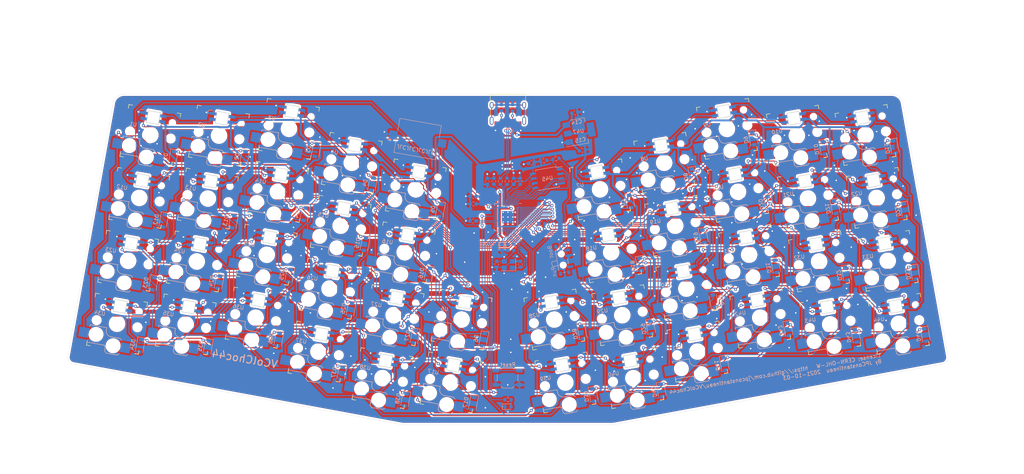
<source format=kicad_pcb>
(kicad_pcb (version 20171130) (host pcbnew "(5.1.10)-1")
  (layers (0 F.Cu signal) (31 B.Cu signal) (34 B.Paste user) (35 F.Paste user) (36 B.SilkS user) (37 F.SilkS user) (38 B.Mask user) (39 F.Mask user) (44 Edge.Cuts user))
  (net 0 "")
  (net 1 "Net-(D1-Pad2)")
  (net 2 "Net-(D2-Pad2)")
  (net 3 "Net-(D3-Pad2)")
  (net 4 "Net-(D4-Pad2)")
  (net 5 "Net-(D5-Pad2)")
  (net 6 "Net-(D6-Pad2)")
  (net 7 "Net-(D7-Pad2)")
  (net 8 "Net-(D8-Pad2)")
  (net 9 "Net-(D9-Pad2)")
  (net 10 "Net-(D10-Pad2)")
  (net 11 "Net-(D11-Pad2)")
  (net 12 "Net-(D12-Pad2)")
  (net 13 "Net-(D13-Pad2)")
  (net 14 "Net-(D14-Pad2)")
  (net 15 "Net-(D15-Pad2)")
  (net 16 "Net-(D16-Pad2)")
  (net 17 "Net-(D17-Pad2)")
  (net 18 "Net-(D18-Pad2)")
  (net 19 "Net-(D19-Pad2)")
  (net 20 "Net-(D20-Pad2)")
  (net 21 "Net-(D21-Pad2)")
  (net 22 "Net-(D22-Pad2)")
  (net 23 "Net-(D23-Pad2)")
  (net 24 "Net-(D24-Pad2)")
  (net 25 "Net-(D25-Pad2)")
  (net 26 "Net-(D26-Pad2)")
  (net 27 "Net-(D27-Pad2)")
  (net 28 "Net-(D28-Pad2)")
  (net 29 "Net-(D29-Pad2)")
  (net 30 "Net-(D30-Pad2)")
  (net 31 "Net-(D31-Pad2)")
  (net 32 "Net-(D32-Pad2)")
  (net 33 "Net-(D33-Pad2)")
  (net 34 "Net-(D34-Pad2)")
  (net 35 "Net-(D35-Pad2)")
  (net 36 "Net-(D36-Pad2)")
  (net 37 "Net-(D37-Pad2)")
  (net 38 "Net-(D38-Pad2)")
  (net 39 "Net-(D39-Pad2)")
  (net 40 "Net-(D40-Pad2)")
  (net 41 "Net-(D41-Pad2)")
  (net 42 "Net-(D42-Pad2)")
  (net 43 "Net-(D43-Pad2)")
  (net 44 "Net-(D44-Pad2)")
  (net 45 GND)
  (net 46 ROW1)
  (net 47 ROW2)
  (net 48 ROW3)
  (net 49 ROW4)
  (net 50 COL1)
  (net 51 COL2)
  (net 52 COL3)
  (net 53 COL4)
  (net 54 COL5)
  (net 55 COL6)
  (net 56 COL7)
  (net 57 COL8)
  (net 58 COL9)
  (net 59 COL10)
  (net 60 COL11)
  (net 61 RGB2)
  (net 62 RGB3)
  (net 63 RGB4)
  (net 64 RGB5)
  (net 65 RGB6)
  (net 66 RGB7)
  (net 67 RGB8)
  (net 68 RGB9)
  (net 69 RGB10)
  (net 70 RGB11)
  (net 71 RGB16)
  (net 72 RGB17)
  (net 73 RGB12)
  (net 74 RGB13)
  (net 75 RGB14)
  (net 76 RGB15)
  (net 77 RGB34)
  (net 78 RGB29)
  (net 79 RGB28)
  (net 80 RGB30)
  (net 81 RGB31)
  (net 82 RGB32)
  (net 83 RGB33)
  (net 84 RGB18)
  (net 85 RGB19)
  (net 86 RGB20)
  (net 87 RGB21)
  (net 88 RGB22)
  (net 89 RGB23)
  (net 90 RGB24)
  (net 91 RGB25)
  (net 92 RGB26)
  (net 93 RGB27)
  (net 94 RGB35)
  (net 95 RGB41)
  (net 96 RGB40)
  (net 97 RGB42)
  (net 98 RGB43)
  (net 99 RGB44)
  (net 100 RGB36)
  (net 101 RGB37)
  (net 102 RGB38)
  (net 103 RGB39)
  (net 104 SPEAKER)
  (net 105 +1V1)
  (net 106 +3V3)
  (net 107 /RP2040/XIN)
  (net 108 VBUS)
  (net 109 "Net-(C16-Pad1)")
  (net 110 "Net-(D45-Pad2)")
  (net 111 "Net-(J1-PadA5)")
  (net 112 Data-)
  (net 113 Data+)
  (net 114 "Net-(J1-PadB5)")
  (net 115 "Net-(J1-PadS1)")
  (net 116 /RP2040/QSPISS)
  (net 117 "Net-(R4-Pad2)")
  (net 118 "Net-(R5-Pad2)")
  (net 119 "Net-(R6-Pad2)")
  (net 120 /RP2040/XOUT)
  (net 121 LED)
  (net 122 /RP2040/RESET)
  (net 123 RGBData1)
  (net 124 /RP2040/QSPISD3)
  (net 125 /RP2040/QSPICLK)
  (net 126 /RP2040/QSPISD0)
  (net 127 /RP2040/QSPISD2)
  (net 128 /RP2040/SQPISD1)
  (module Button_Switch_SMD:SW_SPST_TL3342 (layer B.Cu) (at 149.9 135.5)
    (fp_text reference SW2 hide)
    (fp_text value SW_SPST)
    (pad 2 smd rect (at 3.15 -1.9) (size 1.7 1) (layers B.Cu B.Paste B.Mask) (net 122 /RP2040/RESET))
    (pad 2 smd rect (at -3.15 -1.9) (size 1.7 1) (layers B.Cu B.Paste B.Mask) (net 122 /RP2040/RESET))
    (pad 1 smd rect (at 3.15 1.9) (size 1.7 1) (layers B.Cu B.Paste B.Mask) (net 45 GND))
    (pad 1 smd rect (at -3.15 1.9) (size 1.7 1) (layers B.Cu B.Paste B.Mask) (net 45 GND))
  )
  (module MCU_RaspberryPi_and_Boards:RP2040-QFN-56 (layer B.Cu) (at 150 92.75 180)
    (fp_text reference U46 hide)
    (fp_text value RP2040)
    (pad 57 smd roundrect (at 0 0 180) (size 3.2 3.2) (layers B.Cu B.Mask) (roundrect_rratio 0.045) (net 45 GND))
    (pad 57 thru_hole circle (at -1.275 1.275 180) (size 0.6 0.6) (drill 0.35) (layers *.Cu) (net 45 GND))
    (pad 57 thru_hole circle (at 0 1.275 180) (size 0.6 0.6) (drill 0.35) (layers *.Cu) (net 45 GND))
    (pad 57 thru_hole circle (at 1.275 1.275 180) (size 0.6 0.6) (drill 0.35) (layers *.Cu) (net 45 GND))
    (pad 57 thru_hole circle (at -1.275 0 180) (size 0.6 0.6) (drill 0.35) (layers *.Cu) (net 45 GND))
    (pad 57 thru_hole circle (at 0 0 180) (size 0.6 0.6) (drill 0.35) (layers *.Cu) (net 45 GND))
    (pad 57 thru_hole circle (at 1.275 0 180) (size 0.6 0.6) (drill 0.35) (layers *.Cu) (net 45 GND))
    (pad 57 thru_hole circle (at -1.275 -1.275 180) (size 0.6 0.6) (drill 0.35) (layers *.Cu) (net 45 GND))
    (pad 57 thru_hole circle (at 0 -1.275 180) (size 0.6 0.6) (drill 0.35) (layers *.Cu) (net 45 GND))
    (pad 57 thru_hole circle (at 1.275 -1.275 180) (size 0.6 0.6) (drill 0.35) (layers *.Cu) (net 45 GND))
    (pad 1 smd roundrect (at -3.4375 2.6 180) (size 0.875 0.2) (layers B.Cu B.Paste B.Mask) (net 106 +3V3))
    (pad 2 smd roundrect (at -3.4375 2.2 180) (size 0.875 0.2) (layers B.Cu B.Paste B.Mask) (net 50 COL1))
    (pad 3 smd roundrect (at -3.4375 1.8 180) (size 0.875 0.2) (layers B.Cu B.Paste B.Mask) (net 51 COL2))
    (pad 4 smd roundrect (at -3.4375 1.4 180) (size 0.875 0.2) (layers B.Cu B.Paste B.Mask) (net 52 COL3))
    (pad 5 smd roundrect (at -3.4375 1 180) (size 0.875 0.2) (layers B.Cu B.Paste B.Mask) (net 53 COL4))
    (pad 6 smd roundrect (at -3.4375 0.6 180) (size 0.875 0.2) (layers B.Cu B.Paste B.Mask) (net 54 COL5))
    (pad 7 smd roundrect (at -3.4375 0.2 180) (size 0.875 0.2) (layers B.Cu B.Paste B.Mask) (net 55 COL6))
    (pad 8 smd roundrect (at -3.4375 -0.2 180) (size 0.875 0.2) (layers B.Cu B.Paste B.Mask) (net 56 COL7))
    (pad 9 smd roundrect (at -3.4375 -0.6 180) (size 0.875 0.2) (layers B.Cu B.Paste B.Mask) (net 57 COL8))
    (pad 10 smd roundrect (at -3.4375 -1 180) (size 0.875 0.2) (layers B.Cu B.Paste B.Mask) (net 106 +3V3))
    (pad 11 smd roundrect (at -3.4375 -1.4 180) (size 0.875 0.2) (layers B.Cu B.Paste B.Mask) (net 58 COL9))
    (pad 12 smd roundrect (at -3.4375 -1.8 180) (size 0.875 0.2) (layers B.Cu B.Paste B.Mask) (net 59 COL10))
    (pad 13 smd roundrect (at -3.4375 -2.2 180) (size 0.875 0.2) (layers B.Cu B.Paste B.Mask) (net 60 COL11))
    (pad 14 smd roundrect (at -3.4375 -2.6 180) (size 0.875 0.2) (layers B.Cu B.Paste B.Mask))
    (pad 15 smd roundrect (at -2.6 -3.4375 180) (size 0.2 0.875) (layers B.Cu B.Paste B.Mask))
    (pad 16 smd roundrect (at -2.2 -3.4375 180) (size 0.2 0.875) (layers B.Cu B.Paste B.Mask))
    (pad 17 smd roundrect (at -1.8 -3.4375 180) (size 0.2 0.875) (layers B.Cu B.Paste B.Mask) (net 46 ROW1))
    (pad 18 smd roundrect (at -1.4 -3.4375 180) (size 0.2 0.875) (layers B.Cu B.Paste B.Mask) (net 47 ROW2))
    (pad 19 smd roundrect (at -1 -3.4375 180) (size 0.2 0.875) (layers B.Cu B.Paste B.Mask) (net 45 GND))
    (pad 20 smd roundrect (at -0.6 -3.4375 180) (size 0.2 0.875) (layers B.Cu B.Paste B.Mask) (net 107 /RP2040/XIN))
    (pad 21 smd roundrect (at -0.2 -3.4375 180) (size 0.2 0.875) (layers B.Cu B.Paste B.Mask) (net 120 /RP2040/XOUT))
    (pad 22 smd roundrect (at 0.2 -3.4375 180) (size 0.2 0.875) (layers B.Cu B.Paste B.Mask) (net 106 +3V3))
    (pad 23 smd roundrect (at 0.6 -3.4375 180) (size 0.2 0.875) (layers B.Cu B.Paste B.Mask) (net 105 +1V1))
    (pad 24 smd roundrect (at 1 -3.4375 180) (size 0.2 0.875) (layers B.Cu B.Paste B.Mask))
    (pad 25 smd roundrect (at 1.4 -3.4375 180) (size 0.2 0.875) (layers B.Cu B.Paste B.Mask))
    (pad 26 smd roundrect (at 1.8 -3.4375 180) (size 0.2 0.875) (layers B.Cu B.Paste B.Mask) (net 122 /RP2040/RESET))
    (pad 27 smd roundrect (at 2.2 -3.4375 180) (size 0.2 0.875) (layers B.Cu B.Paste B.Mask) (net 48 ROW3))
    (pad 28 smd roundrect (at 2.6 -3.4375 180) (size 0.2 0.875) (layers B.Cu B.Paste B.Mask) (net 49 ROW4))
    (pad 29 smd roundrect (at 3.4375 -2.6 180) (size 0.875 0.2) (layers B.Cu B.Paste B.Mask))
    (pad 30 smd roundrect (at 3.4375 -2.2 180) (size 0.875 0.2) (layers B.Cu B.Paste B.Mask))
    (pad 31 smd roundrect (at 3.4375 -1.8 180) (size 0.875 0.2) (layers B.Cu B.Paste B.Mask))
    (pad 32 smd roundrect (at 3.4375 -1.4 180) (size 0.875 0.2) (layers B.Cu B.Paste B.Mask) (net 104 SPEAKER))
    (pad 33 smd roundrect (at 3.4375 -1 180) (size 0.875 0.2) (layers B.Cu B.Paste B.Mask) (net 106 +3V3))
    (pad 34 smd roundrect (at 3.4375 -0.6 180) (size 0.875 0.2) (layers B.Cu B.Paste B.Mask))
    (pad 35 smd roundrect (at 3.4375 -0.2 180) (size 0.875 0.2) (layers B.Cu B.Paste B.Mask))
    (pad 36 smd roundrect (at 3.4375 0.2 180) (size 0.875 0.2) (layers B.Cu B.Paste B.Mask) (net 121 LED))
    (pad 37 smd roundrect (at 3.4375 0.6 180) (size 0.875 0.2) (layers B.Cu B.Paste B.Mask))
    (pad 38 smd roundrect (at 3.4375 1 180) (size 0.875 0.2) (layers B.Cu B.Paste B.Mask))
    (pad 39 smd roundrect (at 3.4375 1.4 180) (size 0.875 0.2) (layers B.Cu B.Paste B.Mask))
    (pad 40 smd roundrect (at 3.4375 1.8 180) (size 0.875 0.2) (layers B.Cu B.Paste B.Mask))
    (pad 41 smd roundrect (at 3.4375 2.2 180) (size 0.875 0.2) (layers B.Cu B.Paste B.Mask) (net 123 RGBData1))
    (pad 42 smd roundrect (at 3.4375 2.6 180) (size 0.875 0.2) (layers B.Cu B.Paste B.Mask) (net 106 +3V3))
    (pad 43 smd roundrect (at 2.6 3.4375 180) (size 0.2 0.875) (layers B.Cu B.Paste B.Mask) (net 106 +3V3))
    (pad 44 smd roundrect (at 2.2 3.4375 180) (size 0.2 0.875) (layers B.Cu B.Paste B.Mask) (net 106 +3V3))
    (pad 45 smd roundrect (at 1.8 3.4375 180) (size 0.2 0.875) (layers B.Cu B.Paste B.Mask) (net 105 +1V1))
    (pad 46 smd roundrect (at 1.4 3.4375 180) (size 0.2 0.875) (layers B.Cu B.Paste B.Mask) (net 119 "Net-(R6-Pad2)"))
    (pad 47 smd roundrect (at 1 3.4375 180) (size 0.2 0.875) (layers B.Cu B.Paste B.Mask) (net 118 "Net-(R5-Pad2)"))
    (pad 48 smd roundrect (at 0.6 3.4375 180) (size 0.2 0.875) (layers B.Cu B.Paste B.Mask) (net 106 +3V3))
    (pad 49 smd roundrect (at 0.2 3.4375 180) (size 0.2 0.875) (layers B.Cu B.Paste B.Mask) (net 106 +3V3))
    (pad 50 smd roundrect (at -0.2 3.4375 180) (size 0.2 0.875) (layers B.Cu B.Paste B.Mask) (net 105 +1V1))
    (pad 51 smd roundrect (at -0.6 3.4375 180) (size 0.2 0.875) (layers B.Cu B.Paste B.Mask) (net 124 /RP2040/QSPISD3))
    (pad 52 smd roundrect (at -1 3.4375 180) (size 0.2 0.875) (layers B.Cu B.Paste B.Mask) (net 125 /RP2040/QSPICLK))
    (pad 53 smd roundrect (at -1.4 3.4375 180) (size 0.2 0.875) (layers B.Cu B.Paste B.Mask) (net 126 /RP2040/QSPISD0))
    (pad 54 smd roundrect (at -1.8 3.4375 180) (size 0.2 0.875) (layers B.Cu B.Paste B.Mask) (net 127 /RP2040/QSPISD2))
    (pad 55 smd roundrect (at -2.2 3.4375 180) (size 0.2 0.875) (layers B.Cu B.Paste B.Mask) (net 128 /RP2040/SQPISD1))
    (pad 56 smd roundrect (at -2.6 3.4375 180) (size 0.2 0.875) (layers B.Cu B.Paste B.Mask) (net 116 /RP2040/QSPISS))
  )
  (module Crystal:Crystal_SMD_3225-4Pin_3.2x2.5mm (layer B.Cu) (at 150.1 105.4 180)
    (fp_text reference Y1 hide)
    (fp_text value 12MHz)
    (pad 4 smd rect (at -1.1 0.85 180) (size 1.4 1.2) (layers B.Cu B.Paste B.Mask) (net 45 GND))
    (pad 3 smd rect (at 1.1 0.85 180) (size 1.4 1.2) (layers B.Cu B.Paste B.Mask) (net 109 "Net-(C16-Pad1)"))
    (pad 2 smd rect (at 1.1 -0.85 180) (size 1.4 1.2) (layers B.Cu B.Paste B.Mask) (net 45 GND))
    (pad 1 smd rect (at -1.1 -0.85 180) (size 1.4 1.2) (layers B.Cu B.Paste B.Mask) (net 107 /RP2040/XIN))
  )
  (module Package_TO_SOT_SMD:SOT-223-3_TabPin2 (layer B.Cu) (at 169 70 10)
    (fp_text reference U47 (at -0.246202 -0.043412 10) (layer B.SilkS) (effects (justify mirror)))
    (fp_text value AMS1117-3.3)
    (pad 1 smd rect (at -3.15 2.3 10) (size 2 1.5) (layers B.Cu B.Paste B.Mask) (net 45 GND))
    (pad 3 smd rect (at -3.15 -2.3 10) (size 2 1.5) (layers B.Cu B.Paste B.Mask) (net 108 VBUS))
    (pad 2 smd rect (at -3.15 0 10) (size 2 1.5) (layers B.Cu B.Paste B.Mask) (net 106 +3V3))
    (pad 2 smd rect (at 3.15 0 10) (size 2 3.8) (layers B.Cu B.Paste B.Mask) (net 106 +3V3))
  )
  (module Package_SO:SOIC-8_5.23x5.23mm_P1.27mm (layer B.Cu) (at 160.5 82.5 190)
    (fp_text reference U45 (at 0 0 10) (layer B.SilkS) (effects (justify mirror)))
    (fp_text value W25Q128JVS)
    (pad 8 smd roundrect (at 3.6 1.905 190) (size 1.6 0.6) (layers B.Cu B.Paste B.Mask) (net 106 +3V3))
    (pad 7 smd roundrect (at 3.6 0.635 190) (size 1.6 0.6) (layers B.Cu B.Paste B.Mask) (net 124 /RP2040/QSPISD3))
    (pad 6 smd roundrect (at 3.6 -0.635 190) (size 1.6 0.6) (layers B.Cu B.Paste B.Mask) (net 125 /RP2040/QSPICLK))
    (pad 5 smd roundrect (at 3.6 -1.905 190) (size 1.6 0.6) (layers B.Cu B.Paste B.Mask) (net 126 /RP2040/QSPISD0))
    (pad 4 smd roundrect (at -3.6 -1.905 190) (size 1.6 0.6) (layers B.Cu B.Paste B.Mask) (net 45 GND))
    (pad 3 smd roundrect (at -3.6 -0.635 190) (size 1.6 0.6) (layers B.Cu B.Paste B.Mask) (net 127 /RP2040/QSPISD2))
    (pad 2 smd roundrect (at -3.6 0.635 190) (size 1.6 0.6) (layers B.Cu B.Paste B.Mask) (net 128 /RP2040/SQPISD1))
    (pad 1 smd roundrect (at -3.6 1.905 190) (size 1.6 0.6) (layers B.Cu B.Paste B.Mask) (net 116 /RP2040/QSPISS))
  )
  (module Button_Switch_SMD:SW_SPDT_PCM12 (layer B.Cu) (at 164.75 104 100)
    (fp_text reference SW1 hide)
    (fp_text value SW_SPDT)
    (pad "" smd rect (at -3.65 0.78 100) (size 1 0.8) (layers B.Cu B.Paste B.Mask))
    (pad "" smd rect (at 3.65 0.78 100) (size 1 0.8) (layers B.Cu B.Paste B.Mask))
    (pad "" smd rect (at 3.65 -1.43 100) (size 1 0.8) (layers B.Cu B.Paste B.Mask))
    (pad "" smd rect (at -3.65 -1.43 100) (size 1 0.8) (layers B.Cu B.Paste B.Mask))
    (pad 3 smd rect (at 2.25 1.43 100) (size 0.7 1.5) (layers B.Cu B.Paste B.Mask) (net 117 "Net-(R4-Pad2)"))
    (pad 2 smd rect (at 0.75 1.43 100) (size 0.7 1.5) (layers B.Cu B.Paste B.Mask) (net 45 GND))
    (pad 1 smd rect (at -2.25 1.43 100) (size 0.7 1.5) (layers B.Cu B.Paste B.Mask))
    (pad "" np_thru_hole circle (at 1.5 -0.33 100) (size 0.9 0.9) (drill 0.9) (layers *.Cu *.Mask))
    (pad "" np_thru_hole circle (at -1.5 -0.33 100) (size 0.9 0.9) (drill 0.9) (layers *.Cu *.Mask))
  )
  (module Resistor_SMD:R_0603_1608Metric (layer B.Cu) (at 150.025 141.35 180)
    (fp_text reference R8 hide)
    (fp_text value 1k)
    (pad 2 smd roundrect (at 0.825 0 180) (size 0.8 0.95) (layers B.Cu B.Paste B.Mask) (net 121 LED))
    (pad 1 smd roundrect (at -0.825 0 180) (size 0.8 0.95) (layers B.Cu B.Paste B.Mask) (net 110 "Net-(D45-Pad2)"))
  )
  (module Resistor_SMD:R_0603_1608Metric (layer B.Cu) (at 151.6 100.8 270)
    (fp_text reference R7 hide)
    (fp_text value 1k)
    (pad 2 smd roundrect (at 0.825 0 270) (size 0.8 0.95) (layers B.Cu B.Paste B.Mask) (net 109 "Net-(C16-Pad1)"))
    (pad 1 smd roundrect (at -0.825 0 270) (size 0.8 0.95) (layers B.Cu B.Paste B.Mask) (net 120 /RP2040/XOUT))
  )
  (module Resistor_SMD:R_0603_1608Metric (layer B.Cu) (at 148 83.25 270)
    (fp_text reference R6 hide)
    (fp_text value 22)
    (pad 2 smd roundrect (at 0.825 0 270) (size 0.8 0.95) (layers B.Cu B.Paste B.Mask) (net 119 "Net-(R6-Pad2)"))
    (pad 1 smd roundrect (at -0.825 0 270) (size 0.8 0.95) (layers B.Cu B.Paste B.Mask) (net 112 Data-))
  )
  (module Resistor_SMD:R_0603_1608Metric (layer B.Cu) (at 149.75 83.25 270)
    (fp_text reference R5 hide)
    (fp_text value 22)
    (pad 2 smd roundrect (at 0.825 0 270) (size 0.8 0.95) (layers B.Cu B.Paste B.Mask) (net 118 "Net-(R5-Pad2)"))
    (pad 1 smd roundrect (at -0.825 0 270) (size 0.8 0.95) (layers B.Cu B.Paste B.Mask) (net 113 Data+))
  )
  (module Resistor_SMD:R_0603_1608Metric (layer B.Cu) (at 162.75 77.25 10)
    (fp_text reference R4 hide)
    (fp_text value 1k)
    (pad 2 smd roundrect (at 0.825 0 10) (size 0.8 0.95) (layers B.Cu B.Paste B.Mask) (net 117 "Net-(R4-Pad2)"))
    (pad 1 smd roundrect (at -0.825 0 10) (size 0.8 0.95) (layers B.Cu B.Paste B.Mask) (net 116 /RP2040/QSPISS))
  )
  (module Resistor_SMD:R_0603_1608Metric (layer B.Cu) (at 159.5 77.75 190)
    (fp_text reference R3 hide)
    (fp_text value DNP)
    (pad 2 smd roundrect (at 0.825 0 190) (size 0.8 0.95) (layers B.Cu B.Paste B.Mask) (net 106 +3V3))
    (pad 1 smd roundrect (at -0.825 0 190) (size 0.8 0.95) (layers B.Cu B.Paste B.Mask) (net 116 /RP2040/QSPISS))
  )
  (module Resistor_SMD:R_0603_1608Metric (layer B.Cu) (at 148.25 63.675 270)
    (fp_text reference R2 hide)
    (fp_text value 5.1k)
    (pad 2 smd roundrect (at 0.825 0 270) (size 0.8 0.95) (layers B.Cu B.Paste B.Mask) (net 114 "Net-(J1-PadB5)"))
    (pad 1 smd roundrect (at -0.825 0 270) (size 0.8 0.95) (layers B.Cu B.Paste B.Mask) (net 45 GND))
  )
  (module Resistor_SMD:R_0603_1608Metric (layer B.Cu) (at 151.25 63.675 270)
    (fp_text reference R1 hide)
    (fp_text value 5.1k)
    (pad 2 smd roundrect (at 0.825 0 270) (size 0.8 0.95) (layers B.Cu B.Paste B.Mask) (net 111 "Net-(J1-PadA5)"))
    (pad 1 smd roundrect (at -0.825 0 270) (size 0.8 0.95) (layers B.Cu B.Paste B.Mask) (net 45 GND))
  )
  (module Connector_USB:USB_C_Receptacle_HRO_TYPE-C-31-M-12 (layer F.Cu) (at 150 64 180)
    (fp_text reference J1 hide)
    (fp_text value USB_C_Receptacle_USB2.0)
    (pad B1 smd rect (at 3.25 -4.045 180) (size 0.6 1.45) (layers F.Cu F.Paste F.Mask) (net 45 GND))
    (pad A9 smd rect (at 2.45 -4.045 180) (size 0.6 1.45) (layers F.Cu F.Paste F.Mask) (net 108 VBUS))
    (pad B9 smd rect (at -2.45 -4.045 180) (size 0.6 1.45) (layers F.Cu F.Paste F.Mask) (net 108 VBUS))
    (pad B12 smd rect (at -3.25 -4.045 180) (size 0.6 1.45) (layers F.Cu F.Paste F.Mask) (net 45 GND))
    (pad A1 smd rect (at -3.25 -4.045 180) (size 0.6 1.45) (layers F.Cu F.Paste F.Mask) (net 45 GND))
    (pad A4 smd rect (at -2.45 -4.045 180) (size 0.6 1.45) (layers F.Cu F.Paste F.Mask) (net 108 VBUS))
    (pad B4 smd rect (at 2.45 -4.045 180) (size 0.6 1.45) (layers F.Cu F.Paste F.Mask) (net 108 VBUS))
    (pad A12 smd rect (at 3.25 -4.045 180) (size 0.6 1.45) (layers F.Cu F.Paste F.Mask) (net 45 GND))
    (pad B8 smd rect (at -1.75 -4.045 180) (size 0.3 1.45) (layers F.Cu F.Paste F.Mask))
    (pad A5 smd rect (at -1.25 -4.045 180) (size 0.3 1.45) (layers F.Cu F.Paste F.Mask) (net 111 "Net-(J1-PadA5)"))
    (pad B7 smd rect (at -0.75 -4.045 180) (size 0.3 1.45) (layers F.Cu F.Paste F.Mask) (net 112 Data-))
    (pad A7 smd rect (at 0.25 -4.045 180) (size 0.3 1.45) (layers F.Cu F.Paste F.Mask) (net 112 Data-))
    (pad B6 smd rect (at 0.75 -4.045 180) (size 0.3 1.45) (layers F.Cu F.Paste F.Mask) (net 113 Data+))
    (pad A8 smd rect (at 1.25 -4.045 180) (size 0.3 1.45) (layers F.Cu F.Paste F.Mask))
    (pad B5 smd rect (at 1.75 -4.045 180) (size 0.3 1.45) (layers F.Cu F.Paste F.Mask) (net 114 "Net-(J1-PadB5)"))
    (pad A6 smd rect (at -0.25 -4.045 180) (size 0.3 1.45) (layers F.Cu F.Paste F.Mask) (net 113 Data+))
    (pad S1 thru_hole oval (at 4.32 -3.13 180) (size 1 2.1) (drill oval 0.6 1.7) (layers *.Cu *.Mask) (net 115 "Net-(J1-PadS1)"))
    (pad S1 thru_hole oval (at -4.32 -3.13 180) (size 1 2.1) (drill oval 0.6 1.7) (layers *.Cu *.Mask) (net 115 "Net-(J1-PadS1)"))
    (pad "" np_thru_hole circle (at -2.89 -2.6 180) (size 0.65 0.65) (drill 0.65) (layers *.Cu *.Mask))
    (pad S1 thru_hole oval (at -4.32 1.05 180) (size 1 1.6) (drill oval 0.6 1.2) (layers *.Cu *.Mask) (net 115 "Net-(J1-PadS1)"))
    (pad "" np_thru_hole circle (at 2.89 -2.6 180) (size 0.65 0.65) (drill 0.65) (layers *.Cu *.Mask))
    (pad S1 thru_hole oval (at 4.32 1.05 180) (size 1 1.6) (drill oval 0.6 1.2) (layers *.Cu *.Mask) (net 115 "Net-(J1-PadS1)"))
  )
  (module LED_SMD:LED_0603_1608Metric (layer B.Cu) (at 150.012 143.2)
    (fp_text reference D45 hide)
    (fp_text value RED)
    (pad 2 smd roundrect (at 0.7875 0) (size 0.875 0.95) (layers B.Cu B.Paste B.Mask) (net 110 "Net-(D45-Pad2)"))
    (pad 1 smd roundrect (at -0.7875 0) (size 0.875 0.95) (layers B.Cu B.Paste B.Mask) (net 45 GND))
  )
  (module Capacitor_SMD:C_0603_1608Metric (layer B.Cu) (at 147 105.3 270)
    (fp_text reference C16 hide)
    (fp_text value 22p)
    (pad 2 smd roundrect (at 0.775 0 270) (size 0.9 0.95) (layers B.Cu B.Paste B.Mask) (net 45 GND))
    (pad 1 smd roundrect (at -0.775 0 270) (size 0.9 0.95) (layers B.Cu B.Paste B.Mask) (net 109 "Net-(C16-Pad1)"))
  )
  (module Capacitor_SMD:C_0603_1608Metric (layer B.Cu) (at 169.75 75 190)
    (fp_text reference C15 (at 0.014871 2.795045 10) (layer B.SilkS) (effects (justify mirror)))
    (fp_text value 22u)
    (pad 2 smd roundrect (at 0.775 0 190) (size 0.9 0.95) (layers B.Cu B.Paste B.Mask) (net 45 GND))
    (pad 1 smd roundrect (at -0.775 0 190) (size 0.9 0.95) (layers B.Cu B.Paste B.Mask) (net 106 +3V3))
  )
  (module Capacitor_SMD:C_0603_1608Metric (layer B.Cu) (at 167.75 65 10)
    (fp_text reference C14 (at 0.058282 2.548843 10) (layer B.SilkS) (effects (justify mirror)))
    (fp_text value 22u)
    (pad 2 smd roundrect (at 0.775 0 10) (size 0.9 0.95) (layers B.Cu B.Paste B.Mask) (net 45 GND))
    (pad 1 smd roundrect (at -0.775 0 10) (size 0.9 0.95) (layers B.Cu B.Paste B.Mask) (net 108 VBUS))
  )
  (module Capacitor_SMD:C_0603_1608Metric (layer B.Cu) (at 153.3 105.3 90)
    (fp_text reference C13 hide)
    (fp_text value 22p)
    (pad 2 smd roundrect (at 0.775 0 90) (size 0.9 0.95) (layers B.Cu B.Paste B.Mask) (net 45 GND))
    (pad 1 smd roundrect (at -0.775 0 90) (size 0.9 0.95) (layers B.Cu B.Paste B.Mask) (net 107 /RP2040/XIN))
  )
  (module Capacitor_SMD:C_0603_1608Metric (layer B.Cu) (at 144.5 83.25 90)
    (fp_text reference C12 hide)
    (fp_text value 1u)
    (pad 2 smd roundrect (at 0.775 0 90) (size 0.9 0.95) (layers B.Cu B.Paste B.Mask) (net 45 GND))
    (pad 1 smd roundrect (at -0.775 0 90) (size 0.9 0.95) (layers B.Cu B.Paste B.Mask) (net 106 +3V3))
  )
  (module Capacitor_SMD:C_0603_1608Metric (layer B.Cu) (at 146.25 83.225 90)
    (fp_text reference C11 hide)
    (fp_text value 1u)
    (pad 2 smd roundrect (at 0.775 0 90) (size 0.9 0.95) (layers B.Cu B.Paste B.Mask) (net 45 GND))
    (pad 1 smd roundrect (at -0.775 0 90) (size 0.9 0.95) (layers B.Cu B.Paste B.Mask) (net 105 +1V1))
  )
  (module Capacitor_SMD:C_0603_1608Metric (layer B.Cu) (at 159 89.2)
    (fp_text reference C10 hide)
    (fp_text value 100n)
    (pad 2 smd roundrect (at 0.775 0) (size 0.9 0.95) (layers B.Cu B.Paste B.Mask) (net 45 GND))
    (pad 1 smd roundrect (at -0.775 0) (size 0.9 0.95) (layers B.Cu B.Paste B.Mask) (net 106 +3V3))
  )
  (module Capacitor_SMD:C_0603_1608Metric (layer B.Cu) (at 156.25 78.3346 190)
    (fp_text reference C9 hide)
    (fp_text value 100n)
    (pad 2 smd roundrect (at 0.775 0 190) (size 0.9 0.95) (layers B.Cu B.Paste B.Mask) (net 45 GND))
    (pad 1 smd roundrect (at -0.775 0 190) (size 0.9 0.95) (layers B.Cu B.Paste B.Mask) (net 106 +3V3))
  )
  (module Capacitor_SMD:C_0603_1608Metric (layer B.Cu) (at 151.5 83.225 90)
    (fp_text reference C8 hide)
    (fp_text value 100n)
    (pad 2 smd roundrect (at 0.775 0 90) (size 0.9 0.95) (layers B.Cu B.Paste B.Mask) (net 45 GND))
    (pad 1 smd roundrect (at -0.775 0 90) (size 0.9 0.95) (layers B.Cu B.Paste B.Mask) (net 106 +3V3))
  )
  (module Capacitor_SMD:C_0603_1608Metric (layer B.Cu) (at 150 100.825 270)
    (fp_text reference C7 hide)
    (fp_text value 100n)
    (pad 2 smd roundrect (at 0.775 0 270) (size 0.9 0.95) (layers B.Cu B.Paste B.Mask) (net 45 GND))
    (pad 1 smd roundrect (at -0.775 0 270) (size 0.9 0.95) (layers B.Cu B.Paste B.Mask) (net 106 +3V3))
  )
  (module Capacitor_SMD:C_0603_1608Metric (layer B.Cu) (at 140.75 87.25 180)
    (fp_text reference C6 hide)
    (fp_text value 100n)
    (pad 2 smd roundrect (at 0.775 0 180) (size 0.9 0.95) (layers B.Cu B.Paste B.Mask) (net 45 GND))
    (pad 1 smd roundrect (at -0.775 0 180) (size 0.9 0.95) (layers B.Cu B.Paste B.Mask) (net 106 +3V3))
  )
  (module Capacitor_SMD:C_0603_1608Metric (layer B.Cu) (at 140.725 93.8 180)
    (fp_text reference C5 hide)
    (fp_text value 100n)
    (pad 2 smd roundrect (at 0.775 0 180) (size 0.9 0.95) (layers B.Cu B.Paste B.Mask) (net 45 GND))
    (pad 1 smd roundrect (at -0.775 0 180) (size 0.9 0.95) (layers B.Cu B.Paste B.Mask) (net 106 +3V3))
  )
  (module Capacitor_SMD:C_0603_1608Metric (layer B.Cu) (at 159 94.5)
    (fp_text reference C4 hide)
    (fp_text value 100n)
    (pad 2 smd roundrect (at 0.775 0) (size 0.9 0.95) (layers B.Cu B.Paste B.Mask) (net 45 GND))
    (pad 1 smd roundrect (at -0.775 0) (size 0.9 0.95) (layers B.Cu B.Paste B.Mask) (net 106 +3V3))
  )
  (module Capacitor_SMD:C_0603_1608Metric (layer B.Cu) (at 140.775 89.25 180)
    (fp_text reference C3 hide)
    (fp_text value 100n)
    (pad 2 smd roundrect (at 0.775 0 180) (size 0.9 0.95) (layers B.Cu B.Paste B.Mask) (net 45 GND))
    (pad 1 smd roundrect (at -0.775 0 180) (size 0.9 0.95) (layers B.Cu B.Paste B.Mask) (net 106 +3V3))
  )
  (module Capacitor_SMD:C_0603_1608Metric (layer B.Cu) (at 153.25 83.225 90)
    (fp_text reference C2 hide)
    (fp_text value 100n)
    (pad 2 smd roundrect (at 0.775 0 90) (size 0.9 0.95) (layers B.Cu B.Paste B.Mask) (net 45 GND))
    (pad 1 smd roundrect (at -0.775 0 90) (size 0.9 0.95) (layers B.Cu B.Paste B.Mask) (net 105 +1V1))
  )
  (module Capacitor_SMD:C_0603_1608Metric (layer B.Cu) (at 148.4 100.825 270)
    (fp_text reference C1 hide)
    (fp_text value 100n)
    (pad 2 smd roundrect (at 0.775 0 270) (size 0.9 0.95) (layers B.Cu B.Paste B.Mask) (net 45 GND))
    (pad 1 smd roundrect (at -0.775 0 270) (size 0.9 0.95) (layers B.Cu B.Paste B.Mask) (net 105 +1V1))
  )
  (module Diode_SMD:D_SOD-123 (layer B.Cu) (at 204.713 115.125 100)
    (fp_text reference D30 (at 0 2 100) (layer B.SilkS) (effects (justify mirror)))
    (fp_text value D)
    (pad 2 smd rect (at 1.65 0 100) (size 0.9 1.2) (layers B.Cu B.Paste B.Mask) (net 30 "Net-(D30-Pad2)"))
    (pad 1 smd rect (at -1.65 0 100) (size 0.9 1.2) (layers B.Cu B.Paste B.Mask) (net 48 ROW3))
  )
  (module Diode_SMD:D_SOD-123 (layer B.Cu) (at 255.537 90.8749 280)
    (fp_text reference D22 (at 0 2 100) (layer B.SilkS) (effects (justify mirror)))
    (fp_text value D)
    (pad 2 smd rect (at 1.65 0 280) (size 0.9 1.2) (layers B.Cu B.Paste B.Mask) (net 22 "Net-(D22-Pad2)"))
    (pad 1 smd rect (at -1.65 0 280) (size 0.9 1.2) (layers B.Cu B.Paste B.Mask) (net 47 ROW2))
  )
  (module keyswitches:Kailh_socket_PG1350_sk6812mini_e (layer F.Cu) (at 197.419 111.801 10)
    (fp_text reference U30 (at -5 -2 10) (layer B.SilkS) (effects (justify mirror)))
    (fp_text value CherryMX_LTST-A683CEGBW-Rotated)
    (fp_line (start -1.6 -3.1) (end 1.6 -3.1) (layer Edge.Cuts) (width 0.15))
    (fp_line (start 1.6 -3.1) (end 1.6 -6.3) (layer Edge.Cuts) (width 0.15))
    (fp_line (start 1.6 -6.3) (end -1.6 -6.3) (layer Edge.Cuts) (width 0.15))
    (fp_line (start -1.6 -3.1) (end -1.6 -6.3) (layer Edge.Cuts) (width 0.15))
    (pad 6 smd rect (at 2.5 -4 10) (size 1.8 0.82) (layers B.Cu B.Paste B.Mask) (net 106 +3V3))
    (pad 5 smd rect (at 2.5 -5.5 10) (size 1.8 0.82) (layers B.Cu B.Paste B.Mask) (net 82 RGB32))
    (pad 4 smd rect (at -2.5 -4 10) (size 1.8 0.82) (layers B.Cu B.Paste B.Mask) (net 81 RGB31))
    (pad 3 smd rect (at -2.5 -5.5 10) (size 1.8 0.82) (layers B.Cu B.Paste B.Mask) (net 45 GND))
    (pad "" np_thru_hole circle (at -5.5 0 10) (size 1.7018 1.7018) (drill 1.7018) (layers *.Cu *.Mask))
    (pad "" np_thru_hole circle (at 5.5 0 10) (size 1.7018 1.7018) (drill 1.7018) (layers *.Cu *.Mask))
    (pad 1 smd rect (at 3.275 5.95 10) (size 2.6 2.6) (layers B.Cu B.Paste B.Mask) (net 30 "Net-(D30-Pad2)"))
    (pad "" np_thru_hole circle (at -5 3.75 10) (size 3 3) (drill 3) (layers *.Cu *.Mask))
    (pad "" np_thru_hole circle (at 0 0 10) (size 3.429 3.429) (drill 3.429) (layers *.Cu *.Mask))
    (pad "" np_thru_hole circle (at 0 5.95 10) (size 3 3) (drill 3) (layers *.Cu *.Mask))
    (pad 2 smd rect (at -8.275 3.75 10) (size 2.6 2.6) (layers B.Cu B.Paste B.Mask) (net 57 COL8))
    (pad "" np_thru_hole circle (at 5.22 -4.2 10) (size 0.9906 0.9906) (drill 0.9906) (layers *.Cu *.Mask))
  )
  (module keyswitches:Kailh_socket_PG1350_sk6812mini_e (layer F.Cu) (at 200.371 128.543 10)
    (fp_text reference U41 (at -5 -2 10) (layer B.SilkS) (effects (justify mirror)))
    (fp_text value CherryMX_LTST-A683CEGBW-Rotated)
    (fp_line (start -1.6 -3.1) (end 1.6 -3.1) (layer Edge.Cuts) (width 0.15))
    (fp_line (start 1.6 -3.1) (end 1.6 -6.3) (layer Edge.Cuts) (width 0.15))
    (fp_line (start 1.6 -6.3) (end -1.6 -6.3) (layer Edge.Cuts) (width 0.15))
    (fp_line (start -1.6 -3.1) (end -1.6 -6.3) (layer Edge.Cuts) (width 0.15))
    (pad 6 smd rect (at 2.5 -4 10) (size 1.8 0.82) (layers B.Cu B.Paste B.Mask) (net 106 +3V3))
    (pad 5 smd rect (at 2.5 -5.5 10) (size 1.8 0.82) (layers B.Cu B.Paste B.Mask) (net 92 RGB26))
    (pad 4 smd rect (at -2.5 -4 10) (size 1.8 0.82) (layers B.Cu B.Paste B.Mask) (net 91 RGB25))
    (pad 3 smd rect (at -2.5 -5.5 10) (size 1.8 0.82) (layers B.Cu B.Paste B.Mask) (net 45 GND))
    (pad "" np_thru_hole circle (at -5.5 0 10) (size 1.7018 1.7018) (drill 1.7018) (layers *.Cu *.Mask))
    (pad "" np_thru_hole circle (at 5.5 0 10) (size 1.7018 1.7018) (drill 1.7018) (layers *.Cu *.Mask))
    (pad 1 smd rect (at 3.275 5.95 10) (size 2.6 2.6) (layers B.Cu B.Paste B.Mask) (net 41 "Net-(D41-Pad2)"))
    (pad "" np_thru_hole circle (at -5 3.75 10) (size 3 3) (drill 3) (layers *.Cu *.Mask))
    (pad "" np_thru_hole circle (at 0 0 10) (size 3.429 3.429) (drill 3.429) (layers *.Cu *.Mask))
    (pad "" np_thru_hole circle (at 0 5.95 10) (size 3 3) (drill 3) (layers *.Cu *.Mask))
    (pad 2 smd rect (at -8.275 3.75 10) (size 2.6 2.6) (layers B.Cu B.Paste B.Mask) (net 57 COL8))
    (pad "" np_thru_hole circle (at 5.22 -4.2 10) (size 0.9906 0.9906) (drill 0.9906) (layers *.Cu *.Mask))
  )
  (module Diode_SMD:D_SOD-123 (layer B.Cu) (at 207.537 131.875 280)
    (fp_text reference D41 (at 0 2 100) (layer B.SilkS) (effects (justify mirror)))
    (fp_text value D)
    (pad 2 smd rect (at 1.65 0 280) (size 0.9 1.2) (layers B.Cu B.Paste B.Mask) (net 41 "Net-(D41-Pad2)"))
    (pad 1 smd rect (at -1.65 0 280) (size 0.9 1.2) (layers B.Cu B.Paste B.Mask) (net 49 ROW4))
  )
  (module keyswitches:Kailh_socket_PG1350_sk6812mini_e (layer F.Cu) (at 194.467 95.0598 10)
    (fp_text reference U19 (at -5 -2 10) (layer B.SilkS) (effects (justify mirror)))
    (fp_text value CherryMX_LTST-A683CEGBW-Rotated)
    (fp_line (start -1.6 -3.1) (end 1.6 -3.1) (layer Edge.Cuts) (width 0.15))
    (fp_line (start 1.6 -3.1) (end 1.6 -6.3) (layer Edge.Cuts) (width 0.15))
    (fp_line (start 1.6 -6.3) (end -1.6 -6.3) (layer Edge.Cuts) (width 0.15))
    (fp_line (start -1.6 -3.1) (end -1.6 -6.3) (layer Edge.Cuts) (width 0.15))
    (pad 6 smd rect (at 2.5 -4 10) (size 1.8 0.82) (layers B.Cu B.Paste B.Mask) (net 106 +3V3))
    (pad 5 smd rect (at 2.5 -5.5 10) (size 1.8 0.82) (layers B.Cu B.Paste B.Mask) (net 101 RGB37))
    (pad 4 smd rect (at -2.5 -4 10) (size 1.8 0.82) (layers B.Cu B.Paste B.Mask) (net 100 RGB36))
    (pad 3 smd rect (at -2.5 -5.5 10) (size 1.8 0.82) (layers B.Cu B.Paste B.Mask) (net 45 GND))
    (pad "" np_thru_hole circle (at -5.5 0 10) (size 1.7018 1.7018) (drill 1.7018) (layers *.Cu *.Mask))
    (pad "" np_thru_hole circle (at 5.5 0 10) (size 1.7018 1.7018) (drill 1.7018) (layers *.Cu *.Mask))
    (pad 1 smd rect (at 3.275 5.95 10) (size 2.6 2.6) (layers B.Cu B.Paste B.Mask) (net 19 "Net-(D19-Pad2)"))
    (pad "" np_thru_hole circle (at -5 3.75 10) (size 3 3) (drill 3) (layers *.Cu *.Mask))
    (pad "" np_thru_hole circle (at 0 0 10) (size 3.429 3.429) (drill 3.429) (layers *.Cu *.Mask))
    (pad "" np_thru_hole circle (at 0 5.95 10) (size 3 3) (drill 3) (layers *.Cu *.Mask))
    (pad 2 smd rect (at -8.275 3.75 10) (size 2.6 2.6) (layers B.Cu B.Paste B.Mask) (net 57 COL8))
    (pad "" np_thru_hole circle (at 5.22 -4.2 10) (size 0.9906 0.9906) (drill 0.9906) (layers *.Cu *.Mask))
  )
  (module Diode_SMD:D_SOD-123 (layer B.Cu) (at 182.463 88.6251 280)
    (fp_text reference D7 (at 0 2 100) (layer B.SilkS) (effects (justify mirror)))
    (fp_text value D)
    (pad 1 smd rect (at -1.65 0 280) (size 0.9 1.2) (layers B.Cu B.Paste B.Mask) (net 46 ROW1))
    (pad 2 smd rect (at 1.65 0 280) (size 0.9 1.2) (layers B.Cu B.Paste B.Mask) (net 7 "Net-(D7-Pad2)"))
  )
  (module Diode_SMD:D_SOD-123 (layer B.Cu) (at 199.213 81.6251 280)
    (fp_text reference D8 (at 0 2 100) (layer B.SilkS) (effects (justify mirror)))
    (fp_text value D)
    (pad 1 smd rect (at -1.65 0 280) (size 0.9 1.2) (layers B.Cu B.Paste B.Mask) (net 46 ROW1))
    (pad 2 smd rect (at 1.65 0 280) (size 0.9 1.2) (layers B.Cu B.Paste B.Mask) (net 8 "Net-(D8-Pad2)"))
  )
  (module keyswitches:Kailh_socket_PG1350_sk6812mini_e (layer F.Cu) (at 191.515 78.318 10)
    (fp_text reference U8 (at -5 -2 10) (layer B.SilkS) (effects (justify mirror)))
    (fp_text value CherryMX_LTST-A683CEGBW-Rotated)
    (fp_line (start -1.6 -3.1) (end 1.6 -3.1) (layer Edge.Cuts) (width 0.15))
    (fp_line (start 1.6 -3.1) (end 1.6 -6.3) (layer Edge.Cuts) (width 0.15))
    (fp_line (start 1.6 -6.3) (end -1.6 -6.3) (layer Edge.Cuts) (width 0.15))
    (fp_line (start -1.6 -3.1) (end -1.6 -6.3) (layer Edge.Cuts) (width 0.15))
    (pad 6 smd rect (at 2.5 -4 10) (size 1.8 0.82) (layers B.Cu B.Paste B.Mask) (net 106 +3V3))
    (pad 5 smd rect (at 2.5 -5.5 10) (size 1.8 0.82) (layers B.Cu B.Paste B.Mask) (net 97 RGB42))
    (pad 4 smd rect (at -2.5 -4 10) (size 1.8 0.82) (layers B.Cu B.Paste B.Mask) (net 95 RGB41))
    (pad 3 smd rect (at -2.5 -5.5 10) (size 1.8 0.82) (layers B.Cu B.Paste B.Mask) (net 45 GND))
    (pad "" np_thru_hole circle (at -5.5 0 10) (size 1.7018 1.7018) (drill 1.7018) (layers *.Cu *.Mask))
    (pad "" np_thru_hole circle (at 5.5 0 10) (size 1.7018 1.7018) (drill 1.7018) (layers *.Cu *.Mask))
    (pad 1 smd rect (at 3.275 5.95 10) (size 2.6 2.6) (layers B.Cu B.Paste B.Mask) (net 8 "Net-(D8-Pad2)"))
    (pad "" np_thru_hole circle (at -5 3.75 10) (size 3 3) (drill 3) (layers *.Cu *.Mask))
    (pad "" np_thru_hole circle (at 0 0 10) (size 3.429 3.429) (drill 3.429) (layers *.Cu *.Mask))
    (pad "" np_thru_hole circle (at 0 5.95 10) (size 3 3) (drill 3) (layers *.Cu *.Mask))
    (pad 2 smd rect (at -8.275 3.75 10) (size 2.6 2.6) (layers B.Cu B.Paste B.Mask) (net 57 COL8))
    (pad "" np_thru_hole circle (at 5.22 -4.2 10) (size 0.9906 0.9906) (drill 0.9906) (layers *.Cu *.Mask))
  )
  (module Diode_SMD:D_SOD-123 (layer B.Cu) (at 172.713 140.125 280)
    (fp_text reference D39 (at 0 2 100) (layer B.SilkS) (effects (justify mirror)))
    (fp_text value D)
    (pad 1 smd rect (at -1.65 0 280) (size 0.9 1.2) (layers B.Cu B.Paste B.Mask) (net 49 ROW4))
    (pad 2 smd rect (at 1.65 0 280) (size 0.9 1.2) (layers B.Cu B.Paste B.Mask) (net 39 "Net-(D39-Pad2)"))
  )
  (module Diode_SMD:D_SOD-123 (layer B.Cu) (at 169.75 123.5 280)
    (fp_text reference D28 (at 0 2 100) (layer B.SilkS) (effects (justify mirror)))
    (fp_text value D)
    (pad 2 smd rect (at 1.65 0 280) (size 0.9 1.2) (layers B.Cu B.Paste B.Mask) (net 28 "Net-(D28-Pad2)"))
    (pad 1 smd rect (at -1.65 0 280) (size 0.9 1.2) (layers B.Cu B.Paste B.Mask) (net 48 ROW3))
  )
  (module Diode_SMD:D_SOD-123 (layer B.Cu) (at 187.963 122.125 280)
    (fp_text reference D29 (at 0 2 100) (layer B.SilkS) (effects (justify mirror)))
    (fp_text value D)
    (pad 2 smd rect (at 1.65 0 280) (size 0.9 1.2) (layers B.Cu B.Paste B.Mask) (net 29 "Net-(D29-Pad2)"))
    (pad 1 smd rect (at -1.65 0 280) (size 0.9 1.2) (layers B.Cu B.Paste B.Mask) (net 48 ROW3))
  )
  (module keyswitches:Kailh_socket_PG1350_sk6812mini_e (layer F.Cu) (at 183.339 135.608 10)
    (fp_text reference U40 (at -5 -2 10) (layer B.SilkS) (effects (justify mirror)))
    (fp_text value CherryMX_LTST-A683CEGBW-Rotated)
    (fp_line (start -1.6 -3.1) (end 1.6 -3.1) (layer Edge.Cuts) (width 0.15))
    (fp_line (start 1.6 -3.1) (end 1.6 -6.3) (layer Edge.Cuts) (width 0.15))
    (fp_line (start 1.6 -6.3) (end -1.6 -6.3) (layer Edge.Cuts) (width 0.15))
    (fp_line (start -1.6 -3.1) (end -1.6 -6.3) (layer Edge.Cuts) (width 0.15))
    (pad 6 smd rect (at 2.5 -4 10) (size 1.8 0.82) (layers B.Cu B.Paste B.Mask) (net 106 +3V3))
    (pad 5 smd rect (at 2.5 -5.5 10) (size 1.8 0.82) (layers B.Cu B.Paste B.Mask) (net 91 RGB25))
    (pad 4 smd rect (at -2.5 -4 10) (size 1.8 0.82) (layers B.Cu B.Paste B.Mask) (net 90 RGB24))
    (pad 3 smd rect (at -2.5 -5.5 10) (size 1.8 0.82) (layers B.Cu B.Paste B.Mask) (net 45 GND))
    (pad "" np_thru_hole circle (at -5.5 0 10) (size 1.7018 1.7018) (drill 1.7018) (layers *.Cu *.Mask))
    (pad "" np_thru_hole circle (at 5.5 0 10) (size 1.7018 1.7018) (drill 1.7018) (layers *.Cu *.Mask))
    (pad 1 smd rect (at 3.275 5.95 10) (size 2.6 2.6) (layers B.Cu B.Paste B.Mask) (net 40 "Net-(D40-Pad2)"))
    (pad "" np_thru_hole circle (at -5 3.75 10) (size 3 3) (drill 3) (layers *.Cu *.Mask))
    (pad "" np_thru_hole circle (at 0 0 10) (size 3.429 3.429) (drill 3.429) (layers *.Cu *.Mask))
    (pad "" np_thru_hole circle (at 0 5.95 10) (size 3 3) (drill 3) (layers *.Cu *.Mask))
    (pad 2 smd rect (at -8.275 3.75 10) (size 2.6 2.6) (layers B.Cu B.Paste B.Mask) (net 56 COL7))
    (pad "" np_thru_hole circle (at 5.22 -4.2 10) (size 0.9906 0.9906) (drill 0.9906) (layers *.Cu *.Mask))
  )
  (module Diode_SMD:D_SOD-123 (layer B.Cu) (at 190.787 138.875 280)
    (fp_text reference D40 (at 0 2 100) (layer B.SilkS) (effects (justify mirror)))
    (fp_text value D)
    (pad 1 smd rect (at -1.65 0 280) (size 0.9 1.2) (layers B.Cu B.Paste B.Mask) (net 49 ROW4))
    (pad 2 smd rect (at 1.65 0 280) (size 0.9 1.2) (layers B.Cu B.Paste B.Mask) (net 40 "Net-(D40-Pad2)"))
  )
  (module keyswitches:Kailh_socket_PG1350_sk6812mini_e (layer F.Cu) (at 180.387 118.866 10)
    (fp_text reference U29 (at -5 -2 10) (layer B.SilkS) (effects (justify mirror)))
    (fp_text value CherryMX_LTST-A683CEGBW-Rotated)
    (fp_line (start -1.6 -3.1) (end 1.6 -3.1) (layer Edge.Cuts) (width 0.15))
    (fp_line (start 1.6 -3.1) (end 1.6 -6.3) (layer Edge.Cuts) (width 0.15))
    (fp_line (start 1.6 -6.3) (end -1.6 -6.3) (layer Edge.Cuts) (width 0.15))
    (fp_line (start -1.6 -3.1) (end -1.6 -6.3) (layer Edge.Cuts) (width 0.15))
    (pad 6 smd rect (at 2.5 -4 10) (size 1.8 0.82) (layers B.Cu B.Paste B.Mask) (net 106 +3V3))
    (pad 5 smd rect (at 2.5 -5.5 10) (size 1.8 0.82) (layers B.Cu B.Paste B.Mask) (net 81 RGB31))
    (pad 4 smd rect (at -2.5 -4 10) (size 1.8 0.82) (layers B.Cu B.Paste B.Mask) (net 80 RGB30))
    (pad 3 smd rect (at -2.5 -5.5 10) (size 1.8 0.82) (layers B.Cu B.Paste B.Mask) (net 45 GND))
    (pad "" np_thru_hole circle (at -5.5 0 10) (size 1.7018 1.7018) (drill 1.7018) (layers *.Cu *.Mask))
    (pad "" np_thru_hole circle (at 5.5 0 10) (size 1.7018 1.7018) (drill 1.7018) (layers *.Cu *.Mask))
    (pad 1 smd rect (at 3.275 5.95 10) (size 2.6 2.6) (layers B.Cu B.Paste B.Mask) (net 29 "Net-(D29-Pad2)"))
    (pad "" np_thru_hole circle (at -5 3.75 10) (size 3 3) (drill 3) (layers *.Cu *.Mask))
    (pad "" np_thru_hole circle (at 0 0 10) (size 3.429 3.429) (drill 3.429) (layers *.Cu *.Mask))
    (pad "" np_thru_hole circle (at 0 5.95 10) (size 3 3) (drill 3) (layers *.Cu *.Mask))
    (pad 2 smd rect (at -8.275 3.75 10) (size 2.6 2.6) (layers B.Cu B.Paste B.Mask) (net 56 COL7))
    (pad "" np_thru_hole circle (at 5.22 -4.2 10) (size 0.9906 0.9906) (drill 0.9906) (layers *.Cu *.Mask))
  )
  (module keyswitches:Kailh_socket_PG1350_sk6812mini_e (layer F.Cu) (at 162.313 120.022 10)
    (fp_text reference U28 (at -5 -2 10) (layer B.SilkS) (effects (justify mirror)))
    (fp_text value CherryMX_LTST-A683CEGBW-Rotated)
    (fp_line (start -1.6 -3.1) (end 1.6 -3.1) (layer Edge.Cuts) (width 0.15))
    (fp_line (start 1.6 -3.1) (end 1.6 -6.3) (layer Edge.Cuts) (width 0.15))
    (fp_line (start 1.6 -6.3) (end -1.6 -6.3) (layer Edge.Cuts) (width 0.15))
    (fp_line (start -1.6 -3.1) (end -1.6 -6.3) (layer Edge.Cuts) (width 0.15))
    (pad 6 smd rect (at 2.5 -4 10) (size 1.8 0.82) (layers B.Cu B.Paste B.Mask) (net 106 +3V3))
    (pad 5 smd rect (at 2.5 -5.5 10) (size 1.8 0.82) (layers B.Cu B.Paste B.Mask) (net 80 RGB30))
    (pad 4 smd rect (at -2.5 -4 10) (size 1.8 0.82) (layers B.Cu B.Paste B.Mask) (net 78 RGB29))
    (pad 3 smd rect (at -2.5 -5.5 10) (size 1.8 0.82) (layers B.Cu B.Paste B.Mask) (net 45 GND))
    (pad "" np_thru_hole circle (at -5.5 0 10) (size 1.7018 1.7018) (drill 1.7018) (layers *.Cu *.Mask))
    (pad "" np_thru_hole circle (at 5.5 0 10) (size 1.7018 1.7018) (drill 1.7018) (layers *.Cu *.Mask))
    (pad 1 smd rect (at 3.275 5.95 10) (size 2.6 2.6) (layers B.Cu B.Paste B.Mask) (net 28 "Net-(D28-Pad2)"))
    (pad "" np_thru_hole circle (at -5 3.75 10) (size 3 3) (drill 3) (layers *.Cu *.Mask))
    (pad "" np_thru_hole circle (at 0 0 10) (size 3.429 3.429) (drill 3.429) (layers *.Cu *.Mask))
    (pad "" np_thru_hole circle (at 0 5.95 10) (size 3 3) (drill 3) (layers *.Cu *.Mask))
    (pad 2 smd rect (at -8.275 3.75 10) (size 2.6 2.6) (layers B.Cu B.Paste B.Mask) (net 55 COL6))
    (pad "" np_thru_hole circle (at 5.22 -4.2 10) (size 0.9906 0.9906) (drill 0.9906) (layers *.Cu *.Mask))
  )
  (module keyswitches:Kailh_socket_PG1350_sk6812mini_e (layer F.Cu) (at 165.265 136.764 10)
    (fp_text reference U39 (at -5 -2 10) (layer B.SilkS) (effects (justify mirror)))
    (fp_text value CherryMX_LTST-A683CEGBW-Rotated)
    (fp_line (start -1.6 -3.1) (end 1.6 -3.1) (layer Edge.Cuts) (width 0.15))
    (fp_line (start 1.6 -3.1) (end 1.6 -6.3) (layer Edge.Cuts) (width 0.15))
    (fp_line (start 1.6 -6.3) (end -1.6 -6.3) (layer Edge.Cuts) (width 0.15))
    (fp_line (start -1.6 -3.1) (end -1.6 -6.3) (layer Edge.Cuts) (width 0.15))
    (pad 6 smd rect (at 2.5 -4 10) (size 1.8 0.82) (layers B.Cu B.Paste B.Mask) (net 106 +3V3))
    (pad 5 smd rect (at 2.5 -5.5 10) (size 1.8 0.82) (layers B.Cu B.Paste B.Mask) (net 90 RGB24))
    (pad 4 smd rect (at -2.5 -4 10) (size 1.8 0.82) (layers B.Cu B.Paste B.Mask) (net 89 RGB23))
    (pad 3 smd rect (at -2.5 -5.5 10) (size 1.8 0.82) (layers B.Cu B.Paste B.Mask) (net 45 GND))
    (pad "" np_thru_hole circle (at -5.5 0 10) (size 1.7018 1.7018) (drill 1.7018) (layers *.Cu *.Mask))
    (pad "" np_thru_hole circle (at 5.5 0 10) (size 1.7018 1.7018) (drill 1.7018) (layers *.Cu *.Mask))
    (pad 1 smd rect (at 3.275 5.95 10) (size 2.6 2.6) (layers B.Cu B.Paste B.Mask) (net 39 "Net-(D39-Pad2)"))
    (pad "" np_thru_hole circle (at -5 3.75 10) (size 3 3) (drill 3) (layers *.Cu *.Mask))
    (pad "" np_thru_hole circle (at 0 0 10) (size 3.429 3.429) (drill 3.429) (layers *.Cu *.Mask))
    (pad "" np_thru_hole circle (at 0 5.95 10) (size 3 3) (drill 3) (layers *.Cu *.Mask))
    (pad 2 smd rect (at -8.275 3.75 10) (size 2.6 2.6) (layers B.Cu B.Paste B.Mask) (net 55 COL6))
    (pad "" np_thru_hole circle (at 5.22 -4.2 10) (size 0.9906 0.9906) (drill 0.9906) (layers *.Cu *.Mask))
  )
  (module keyswitches:Kailh_socket_PG1350_sk6812mini_e (layer F.Cu) (at 73.2054 71.0819 350)
    (fp_text reference U2 (at -5 -2 170) (layer B.SilkS) (effects (justify mirror)))
    (fp_text value CherryMX_LTST-A683CEGBW-Rotated)
    (fp_line (start -1.6 -3.1) (end 1.6 -3.1) (layer Edge.Cuts) (width 0.15))
    (fp_line (start 1.6 -3.1) (end 1.6 -6.3) (layer Edge.Cuts) (width 0.15))
    (fp_line (start 1.6 -6.3) (end -1.6 -6.3) (layer Edge.Cuts) (width 0.15))
    (fp_line (start -1.6 -3.1) (end -1.6 -6.3) (layer Edge.Cuts) (width 0.15))
    (pad 6 smd rect (at 2.5 -4 350) (size 1.8 0.82) (layers B.Cu B.Paste B.Mask) (net 106 +3V3))
    (pad 5 smd rect (at 2.5 -5.5 350) (size 1.8 0.82) (layers B.Cu B.Paste B.Mask) (net 62 RGB3))
    (pad 4 smd rect (at -2.5 -4 350) (size 1.8 0.82) (layers B.Cu B.Paste B.Mask) (net 61 RGB2))
    (pad 3 smd rect (at -2.5 -5.5 350) (size 1.8 0.82) (layers B.Cu B.Paste B.Mask) (net 45 GND))
    (pad "" np_thru_hole circle (at -5.5 0 350) (size 1.7018 1.7018) (drill 1.7018) (layers *.Cu *.Mask))
    (pad "" np_thru_hole circle (at 5.5 0 350) (size 1.7018 1.7018) (drill 1.7018) (layers *.Cu *.Mask))
    (pad 1 smd rect (at 3.275 5.95 350) (size 2.6 2.6) (layers B.Cu B.Paste B.Mask) (net 2 "Net-(D2-Pad2)"))
    (pad "" np_thru_hole circle (at -5 3.75 350) (size 3 3) (drill 3) (layers *.Cu *.Mask))
    (pad "" np_thru_hole circle (at 0 0 350) (size 3.429 3.429) (drill 3.429) (layers *.Cu *.Mask))
    (pad "" np_thru_hole circle (at 0 5.95 350) (size 3 3) (drill 3) (layers *.Cu *.Mask))
    (pad 2 smd rect (at -8.275 3.75 350) (size 2.6 2.6) (layers B.Cu B.Paste B.Mask) (net 51 COL2))
    (pad "" np_thru_hole circle (at 5.22 -4.2 350) (size 0.9906 0.9906) (drill 0.9906) (layers *.Cu *.Mask))
  )
  (module keyswitches:Kailh_socket_PG1350_sk6812mini_e (layer F.Cu) (at 54.958 70.9106 350)
    (fp_text reference U1 (at -5 -2 170) (layer B.SilkS) (effects (justify mirror)))
    (fp_text value CherryMX_LTST-A683CEGBW-Rotated)
    (fp_line (start -1.6 -3.1) (end 1.6 -3.1) (layer Edge.Cuts) (width 0.15))
    (fp_line (start 1.6 -3.1) (end 1.6 -6.3) (layer Edge.Cuts) (width 0.15))
    (fp_line (start 1.6 -6.3) (end -1.6 -6.3) (layer Edge.Cuts) (width 0.15))
    (fp_line (start -1.6 -3.1) (end -1.6 -6.3) (layer Edge.Cuts) (width 0.15))
    (pad 6 smd rect (at 2.5 -4 350) (size 1.8 0.82) (layers B.Cu B.Paste B.Mask) (net 106 +3V3))
    (pad 5 smd rect (at 2.5 -5.5 350) (size 1.8 0.82) (layers B.Cu B.Paste B.Mask) (net 61 RGB2))
    (pad 4 smd rect (at -2.5 -4 350) (size 1.8 0.82) (layers B.Cu B.Paste B.Mask) (net 123 RGBData1))
    (pad 3 smd rect (at -2.5 -5.5 350) (size 1.8 0.82) (layers B.Cu B.Paste B.Mask) (net 45 GND))
    (pad "" np_thru_hole circle (at -5.5 0 350) (size 1.7018 1.7018) (drill 1.7018) (layers *.Cu *.Mask))
    (pad "" np_thru_hole circle (at 5.5 0 350) (size 1.7018 1.7018) (drill 1.7018) (layers *.Cu *.Mask))
    (pad 1 smd rect (at 3.275 5.95 350) (size 2.6 2.6) (layers B.Cu B.Paste B.Mask) (net 1 "Net-(D1-Pad2)"))
    (pad "" np_thru_hole circle (at -5 3.75 350) (size 3 3) (drill 3) (layers *.Cu *.Mask))
    (pad "" np_thru_hole circle (at 0 0 350) (size 3.429 3.429) (drill 3.429) (layers *.Cu *.Mask))
    (pad "" np_thru_hole circle (at 0 5.95 350) (size 3 3) (drill 3) (layers *.Cu *.Mask))
    (pad 2 smd rect (at -8.275 3.75 350) (size 2.6 2.6) (layers B.Cu B.Paste B.Mask) (net 50 COL1))
    (pad "" np_thru_hole circle (at 5.22 -4.2 350) (size 0.9906 0.9906) (drill 0.9906) (layers *.Cu *.Mask))
  )
  (module keyswitches:Kailh_socket_PG1350_sk6812mini_e (layer F.Cu) (at 253.898 121.136 10)
    (fp_text reference U44 (at -5 -2 10) (layer B.SilkS) (effects (justify mirror)))
    (fp_text value CherryMX_LTST-A683CEGBW-Rotated)
    (fp_line (start -1.6 -3.1) (end 1.6 -3.1) (layer Edge.Cuts) (width 0.15))
    (fp_line (start 1.6 -3.1) (end 1.6 -6.3) (layer Edge.Cuts) (width 0.15))
    (fp_line (start 1.6 -6.3) (end -1.6 -6.3) (layer Edge.Cuts) (width 0.15))
    (fp_line (start -1.6 -3.1) (end -1.6 -6.3) (layer Edge.Cuts) (width 0.15))
    (pad 6 smd rect (at 2.5 -4 10) (size 1.8 0.82) (layers B.Cu B.Paste B.Mask) (net 106 +3V3))
    (pad 5 smd rect (at 2.5 -5.5 10) (size 1.8 0.82) (layers B.Cu B.Paste B.Mask) (net 78 RGB29))
    (pad 4 smd rect (at -2.5 -4 10) (size 1.8 0.82) (layers B.Cu B.Paste B.Mask) (net 79 RGB28))
    (pad 3 smd rect (at -2.5 -5.5 10) (size 1.8 0.82) (layers B.Cu B.Paste B.Mask) (net 45 GND))
    (pad "" np_thru_hole circle (at -5.5 0 10) (size 1.7018 1.7018) (drill 1.7018) (layers *.Cu *.Mask))
    (pad "" np_thru_hole circle (at 5.5 0 10) (size 1.7018 1.7018) (drill 1.7018) (layers *.Cu *.Mask))
    (pad 1 smd rect (at 3.275 5.95 10) (size 2.6 2.6) (layers B.Cu B.Paste B.Mask) (net 44 "Net-(D44-Pad2)"))
    (pad "" np_thru_hole circle (at -5 3.75 10) (size 3 3) (drill 3) (layers *.Cu *.Mask))
    (pad "" np_thru_hole circle (at 0 0 10) (size 3.429 3.429) (drill 3.429) (layers *.Cu *.Mask))
    (pad "" np_thru_hole circle (at 0 5.95 10) (size 3 3) (drill 3) (layers *.Cu *.Mask))
    (pad 2 smd rect (at -8.275 3.75 10) (size 2.6 2.6) (layers B.Cu B.Paste B.Mask) (net 60 COL11))
    (pad "" np_thru_hole circle (at 5.22 -4.2 10) (size 0.9906 0.9906) (drill 0.9906) (layers *.Cu *.Mask))
  )
  (module keyswitches:Kailh_socket_PG1350_sk6812mini_e (layer F.Cu) (at 235.651 121.307 10)
    (fp_text reference U43 (at -5 -2 10) (layer B.SilkS) (effects (justify mirror)))
    (fp_text value CherryMX_LTST-A683CEGBW-Rotated)
    (fp_line (start -1.6 -3.1) (end 1.6 -3.1) (layer Edge.Cuts) (width 0.15))
    (fp_line (start 1.6 -3.1) (end 1.6 -6.3) (layer Edge.Cuts) (width 0.15))
    (fp_line (start 1.6 -6.3) (end -1.6 -6.3) (layer Edge.Cuts) (width 0.15))
    (fp_line (start -1.6 -3.1) (end -1.6 -6.3) (layer Edge.Cuts) (width 0.15))
    (pad 6 smd rect (at 2.5 -4 10) (size 1.8 0.82) (layers B.Cu B.Paste B.Mask) (net 106 +3V3))
    (pad 5 smd rect (at 2.5 -5.5 10) (size 1.8 0.82) (layers B.Cu B.Paste B.Mask) (net 79 RGB28))
    (pad 4 smd rect (at -2.5 -4 10) (size 1.8 0.82) (layers B.Cu B.Paste B.Mask) (net 93 RGB27))
    (pad 3 smd rect (at -2.5 -5.5 10) (size 1.8 0.82) (layers B.Cu B.Paste B.Mask) (net 45 GND))
    (pad "" np_thru_hole circle (at -5.5 0 10) (size 1.7018 1.7018) (drill 1.7018) (layers *.Cu *.Mask))
    (pad "" np_thru_hole circle (at 5.5 0 10) (size 1.7018 1.7018) (drill 1.7018) (layers *.Cu *.Mask))
    (pad 1 smd rect (at 3.275 5.95 10) (size 2.6 2.6) (layers B.Cu B.Paste B.Mask) (net 43 "Net-(D43-Pad2)"))
    (pad "" np_thru_hole circle (at -5 3.75 10) (size 3 3) (drill 3) (layers *.Cu *.Mask))
    (pad "" np_thru_hole circle (at 0 0 10) (size 3.429 3.429) (drill 3.429) (layers *.Cu *.Mask))
    (pad "" np_thru_hole circle (at 0 5.95 10) (size 3 3) (drill 3) (layers *.Cu *.Mask))
    (pad 2 smd rect (at -8.275 3.75 10) (size 2.6 2.6) (layers B.Cu B.Paste B.Mask) (net 59 COL10))
    (pad "" np_thru_hole circle (at 5.22 -4.2 10) (size 0.9906 0.9906) (drill 0.9906) (layers *.Cu *.Mask))
  )
  (module keyswitches:Kailh_socket_PG1350_sk6812mini_e (layer F.Cu) (at 217.056 119.509 10)
    (fp_text reference U42 (at -5 -2 10) (layer B.SilkS) (effects (justify mirror)))
    (fp_text value CherryMX_LTST-A683CEGBW-Rotated)
    (fp_line (start -1.6 -3.1) (end 1.6 -3.1) (layer Edge.Cuts) (width 0.15))
    (fp_line (start 1.6 -3.1) (end 1.6 -6.3) (layer Edge.Cuts) (width 0.15))
    (fp_line (start 1.6 -6.3) (end -1.6 -6.3) (layer Edge.Cuts) (width 0.15))
    (fp_line (start -1.6 -3.1) (end -1.6 -6.3) (layer Edge.Cuts) (width 0.15))
    (pad 6 smd rect (at 2.5 -4 10) (size 1.8 0.82) (layers B.Cu B.Paste B.Mask) (net 106 +3V3))
    (pad 5 smd rect (at 2.5 -5.5 10) (size 1.8 0.82) (layers B.Cu B.Paste B.Mask) (net 93 RGB27))
    (pad 4 smd rect (at -2.5 -4 10) (size 1.8 0.82) (layers B.Cu B.Paste B.Mask) (net 92 RGB26))
    (pad 3 smd rect (at -2.5 -5.5 10) (size 1.8 0.82) (layers B.Cu B.Paste B.Mask) (net 45 GND))
    (pad "" np_thru_hole circle (at -5.5 0 10) (size 1.7018 1.7018) (drill 1.7018) (layers *.Cu *.Mask))
    (pad "" np_thru_hole circle (at 5.5 0 10) (size 1.7018 1.7018) (drill 1.7018) (layers *.Cu *.Mask))
    (pad 1 smd rect (at 3.275 5.95 10) (size 2.6 2.6) (layers B.Cu B.Paste B.Mask) (net 42 "Net-(D42-Pad2)"))
    (pad "" np_thru_hole circle (at -5 3.75 10) (size 3 3) (drill 3) (layers *.Cu *.Mask))
    (pad "" np_thru_hole circle (at 0 0 10) (size 3.429 3.429) (drill 3.429) (layers *.Cu *.Mask))
    (pad "" np_thru_hole circle (at 0 5.95 10) (size 3 3) (drill 3) (layers *.Cu *.Mask))
    (pad 2 smd rect (at -8.275 3.75 10) (size 2.6 2.6) (layers B.Cu B.Paste B.Mask) (net 58 COL9))
    (pad "" np_thru_hole circle (at 5.22 -4.2 10) (size 0.9906 0.9906) (drill 0.9906) (layers *.Cu *.Mask))
  )
  (module keyswitches:Kailh_socket_PG1350_sk6812mini_e (layer F.Cu) (at 116.661 135.608 350)
    (fp_text reference U38 (at -5 -2 170) (layer B.SilkS) (effects (justify mirror)))
    (fp_text value CherryMX_LTST-A683CEGBW-Rotated)
    (fp_line (start -1.6 -3.1) (end 1.6 -3.1) (layer Edge.Cuts) (width 0.15))
    (fp_line (start 1.6 -3.1) (end 1.6 -6.3) (layer Edge.Cuts) (width 0.15))
    (fp_line (start 1.6 -6.3) (end -1.6 -6.3) (layer Edge.Cuts) (width 0.15))
    (fp_line (start -1.6 -3.1) (end -1.6 -6.3) (layer Edge.Cuts) (width 0.15))
    (pad 6 smd rect (at 2.5 -4 350) (size 1.8 0.82) (layers B.Cu B.Paste B.Mask) (net 106 +3V3))
    (pad 5 smd rect (at 2.5 -5.5 350) (size 1.8 0.82) (layers B.Cu B.Paste B.Mask) (net 88 RGB22))
    (pad 4 smd rect (at -2.5 -4 350) (size 1.8 0.82) (layers B.Cu B.Paste B.Mask) (net 87 RGB21))
    (pad 3 smd rect (at -2.5 -5.5 350) (size 1.8 0.82) (layers B.Cu B.Paste B.Mask) (net 45 GND))
    (pad "" np_thru_hole circle (at -5.5 0 350) (size 1.7018 1.7018) (drill 1.7018) (layers *.Cu *.Mask))
    (pad "" np_thru_hole circle (at 5.5 0 350) (size 1.7018 1.7018) (drill 1.7018) (layers *.Cu *.Mask))
    (pad 1 smd rect (at 3.275 5.95 350) (size 2.6 2.6) (layers B.Cu B.Paste B.Mask) (net 38 "Net-(D38-Pad2)"))
    (pad "" np_thru_hole circle (at -5 3.75 350) (size 3 3) (drill 3) (layers *.Cu *.Mask))
    (pad "" np_thru_hole circle (at 0 0 350) (size 3.429 3.429) (drill 3.429) (layers *.Cu *.Mask))
    (pad "" np_thru_hole circle (at 0 5.95 350) (size 3 3) (drill 3) (layers *.Cu *.Mask))
    (pad 2 smd rect (at -8.275 3.75 350) (size 2.6 2.6) (layers B.Cu B.Paste B.Mask) (net 54 COL5))
    (pad "" np_thru_hole circle (at 5.22 -4.2 350) (size 0.9906 0.9906) (drill 0.9906) (layers *.Cu *.Mask))
  )
  (module keyswitches:Kailh_socket_PG1350_sk6812mini_e (layer F.Cu) (at 99.6288 128.543 350)
    (fp_text reference U37 (at -5 -2 170) (layer B.SilkS) (effects (justify mirror)))
    (fp_text value CherryMX_LTST-A683CEGBW-Rotated)
    (fp_line (start -1.6 -3.1) (end 1.6 -3.1) (layer Edge.Cuts) (width 0.15))
    (fp_line (start 1.6 -3.1) (end 1.6 -6.3) (layer Edge.Cuts) (width 0.15))
    (fp_line (start 1.6 -6.3) (end -1.6 -6.3) (layer Edge.Cuts) (width 0.15))
    (fp_line (start -1.6 -3.1) (end -1.6 -6.3) (layer Edge.Cuts) (width 0.15))
    (pad 6 smd rect (at 2.5 -4 350) (size 1.8 0.82) (layers B.Cu B.Paste B.Mask) (net 106 +3V3))
    (pad 5 smd rect (at 2.5 -5.5 350) (size 1.8 0.82) (layers B.Cu B.Paste B.Mask) (net 87 RGB21))
    (pad 4 smd rect (at -2.5 -4 350) (size 1.8 0.82) (layers B.Cu B.Paste B.Mask) (net 86 RGB20))
    (pad 3 smd rect (at -2.5 -5.5 350) (size 1.8 0.82) (layers B.Cu B.Paste B.Mask) (net 45 GND))
    (pad "" np_thru_hole circle (at -5.5 0 350) (size 1.7018 1.7018) (drill 1.7018) (layers *.Cu *.Mask))
    (pad "" np_thru_hole circle (at 5.5 0 350) (size 1.7018 1.7018) (drill 1.7018) (layers *.Cu *.Mask))
    (pad 1 smd rect (at 3.275 5.95 350) (size 2.6 2.6) (layers B.Cu B.Paste B.Mask) (net 37 "Net-(D37-Pad2)"))
    (pad "" np_thru_hole circle (at -5 3.75 350) (size 3 3) (drill 3) (layers *.Cu *.Mask))
    (pad "" np_thru_hole circle (at 0 0 350) (size 3.429 3.429) (drill 3.429) (layers *.Cu *.Mask))
    (pad "" np_thru_hole circle (at 0 5.95 350) (size 3 3) (drill 3) (layers *.Cu *.Mask))
    (pad 2 smd rect (at -8.275 3.75 350) (size 2.6 2.6) (layers B.Cu B.Paste B.Mask) (net 53 COL4))
    (pad "" np_thru_hole circle (at 5.22 -4.2 350) (size 0.9906 0.9906) (drill 0.9906) (layers *.Cu *.Mask))
  )
  (module keyswitches:Kailh_socket_PG1350_sk6812mini_e (layer F.Cu) (at 82.9442 119.509 350)
    (fp_text reference U36 (at -5 -2 170) (layer B.SilkS) (effects (justify mirror)))
    (fp_text value CherryMX_LTST-A683CEGBW-Rotated)
    (fp_line (start -1.6 -3.1) (end 1.6 -3.1) (layer Edge.Cuts) (width 0.15))
    (fp_line (start 1.6 -3.1) (end 1.6 -6.3) (layer Edge.Cuts) (width 0.15))
    (fp_line (start 1.6 -6.3) (end -1.6 -6.3) (layer Edge.Cuts) (width 0.15))
    (fp_line (start -1.6 -3.1) (end -1.6 -6.3) (layer Edge.Cuts) (width 0.15))
    (pad 6 smd rect (at 2.5 -4 350) (size 1.8 0.82) (layers B.Cu B.Paste B.Mask) (net 106 +3V3))
    (pad 5 smd rect (at 2.5 -5.5 350) (size 1.8 0.82) (layers B.Cu B.Paste B.Mask) (net 86 RGB20))
    (pad 4 smd rect (at -2.5 -4 350) (size 1.8 0.82) (layers B.Cu B.Paste B.Mask) (net 85 RGB19))
    (pad 3 smd rect (at -2.5 -5.5 350) (size 1.8 0.82) (layers B.Cu B.Paste B.Mask) (net 45 GND))
    (pad "" np_thru_hole circle (at -5.5 0 350) (size 1.7018 1.7018) (drill 1.7018) (layers *.Cu *.Mask))
    (pad "" np_thru_hole circle (at 5.5 0 350) (size 1.7018 1.7018) (drill 1.7018) (layers *.Cu *.Mask))
    (pad 1 smd rect (at 3.275 5.95 350) (size 2.6 2.6) (layers B.Cu B.Paste B.Mask) (net 36 "Net-(D36-Pad2)"))
    (pad "" np_thru_hole circle (at -5 3.75 350) (size 3 3) (drill 3) (layers *.Cu *.Mask))
    (pad "" np_thru_hole circle (at 0 0 350) (size 3.429 3.429) (drill 3.429) (layers *.Cu *.Mask))
    (pad "" np_thru_hole circle (at 0 5.95 350) (size 3 3) (drill 3) (layers *.Cu *.Mask))
    (pad 2 smd rect (at -8.275 3.75 350) (size 2.6 2.6) (layers B.Cu B.Paste B.Mask) (net 52 COL3))
    (pad "" np_thru_hole circle (at 5.22 -4.2 350) (size 0.9906 0.9906) (drill 0.9906) (layers *.Cu *.Mask))
  )
  (module keyswitches:Kailh_socket_PG1350_sk6812mini_e (layer F.Cu) (at 64.3494 121.307 350)
    (fp_text reference U35 (at -5 -2 170) (layer B.SilkS) (effects (justify mirror)))
    (fp_text value CherryMX_LTST-A683CEGBW-Rotated)
    (fp_line (start -1.6 -3.1) (end 1.6 -3.1) (layer Edge.Cuts) (width 0.15))
    (fp_line (start 1.6 -3.1) (end 1.6 -6.3) (layer Edge.Cuts) (width 0.15))
    (fp_line (start 1.6 -6.3) (end -1.6 -6.3) (layer Edge.Cuts) (width 0.15))
    (fp_line (start -1.6 -3.1) (end -1.6 -6.3) (layer Edge.Cuts) (width 0.15))
    (pad 6 smd rect (at 2.5 -4 350) (size 1.8 0.82) (layers B.Cu B.Paste B.Mask) (net 106 +3V3))
    (pad 5 smd rect (at 2.5 -5.5 350) (size 1.8 0.82) (layers B.Cu B.Paste B.Mask) (net 85 RGB19))
    (pad 4 smd rect (at -2.5 -4 350) (size 1.8 0.82) (layers B.Cu B.Paste B.Mask) (net 84 RGB18))
    (pad 3 smd rect (at -2.5 -5.5 350) (size 1.8 0.82) (layers B.Cu B.Paste B.Mask) (net 45 GND))
    (pad "" np_thru_hole circle (at -5.5 0 350) (size 1.7018 1.7018) (drill 1.7018) (layers *.Cu *.Mask))
    (pad "" np_thru_hole circle (at 5.5 0 350) (size 1.7018 1.7018) (drill 1.7018) (layers *.Cu *.Mask))
    (pad 1 smd rect (at 3.275 5.95 350) (size 2.6 2.6) (layers B.Cu B.Paste B.Mask) (net 35 "Net-(D35-Pad2)"))
    (pad "" np_thru_hole circle (at -5 3.75 350) (size 3 3) (drill 3) (layers *.Cu *.Mask))
    (pad "" np_thru_hole circle (at 0 0 350) (size 3.429 3.429) (drill 3.429) (layers *.Cu *.Mask))
    (pad "" np_thru_hole circle (at 0 5.95 350) (size 3 3) (drill 3) (layers *.Cu *.Mask))
    (pad 2 smd rect (at -8.275 3.75 350) (size 2.6 2.6) (layers B.Cu B.Paste B.Mask) (net 51 COL2))
    (pad "" np_thru_hole circle (at 5.22 -4.2 350) (size 0.9906 0.9906) (drill 0.9906) (layers *.Cu *.Mask))
  )
  (module keyswitches:Kailh_socket_PG1350_sk6812mini_e (layer F.Cu) (at 46.1019 121.136 350)
    (fp_text reference U34 (at -5 -2 170) (layer B.SilkS) (effects (justify mirror)))
    (fp_text value CherryMX_LTST-A683CEGBW-Rotated)
    (fp_line (start -1.6 -3.1) (end 1.6 -3.1) (layer Edge.Cuts) (width 0.15))
    (fp_line (start 1.6 -3.1) (end 1.6 -6.3) (layer Edge.Cuts) (width 0.15))
    (fp_line (start 1.6 -6.3) (end -1.6 -6.3) (layer Edge.Cuts) (width 0.15))
    (fp_line (start -1.6 -3.1) (end -1.6 -6.3) (layer Edge.Cuts) (width 0.15))
    (pad 6 smd rect (at 2.5 -4 350) (size 1.8 0.82) (layers B.Cu B.Paste B.Mask) (net 106 +3V3))
    (pad 5 smd rect (at 2.5 -5.5 350) (size 1.8 0.82) (layers B.Cu B.Paste B.Mask) (net 84 RGB18))
    (pad 4 smd rect (at -2.5 -4 350) (size 1.8 0.82) (layers B.Cu B.Paste B.Mask) (net 72 RGB17))
    (pad 3 smd rect (at -2.5 -5.5 350) (size 1.8 0.82) (layers B.Cu B.Paste B.Mask) (net 45 GND))
    (pad "" np_thru_hole circle (at -5.5 0 350) (size 1.7018 1.7018) (drill 1.7018) (layers *.Cu *.Mask))
    (pad "" np_thru_hole circle (at 5.5 0 350) (size 1.7018 1.7018) (drill 1.7018) (layers *.Cu *.Mask))
    (pad 1 smd rect (at 3.275 5.95 350) (size 2.6 2.6) (layers B.Cu B.Paste B.Mask) (net 34 "Net-(D34-Pad2)"))
    (pad "" np_thru_hole circle (at -5 3.75 350) (size 3 3) (drill 3) (layers *.Cu *.Mask))
    (pad "" np_thru_hole circle (at 0 0 350) (size 3.429 3.429) (drill 3.429) (layers *.Cu *.Mask))
    (pad "" np_thru_hole circle (at 0 5.95 350) (size 3 3) (drill 3) (layers *.Cu *.Mask))
    (pad 2 smd rect (at -8.275 3.75 350) (size 2.6 2.6) (layers B.Cu B.Paste B.Mask) (net 50 COL1))
    (pad "" np_thru_hole circle (at 5.22 -4.2 350) (size 0.9906 0.9906) (drill 0.9906) (layers *.Cu *.Mask))
  )
  (module keyswitches:Kailh_socket_PG1350_sk6812mini_e (layer F.Cu) (at 250.946 104.394 10)
    (fp_text reference U33 (at -5 -2 10) (layer B.SilkS) (effects (justify mirror)))
    (fp_text value CherryMX_LTST-A683CEGBW-Rotated)
    (fp_line (start -1.6 -3.1) (end 1.6 -3.1) (layer Edge.Cuts) (width 0.15))
    (fp_line (start 1.6 -3.1) (end 1.6 -6.3) (layer Edge.Cuts) (width 0.15))
    (fp_line (start 1.6 -6.3) (end -1.6 -6.3) (layer Edge.Cuts) (width 0.15))
    (fp_line (start -1.6 -3.1) (end -1.6 -6.3) (layer Edge.Cuts) (width 0.15))
    (pad 6 smd rect (at 2.5 -4 10) (size 1.8 0.82) (layers B.Cu B.Paste B.Mask) (net 106 +3V3))
    (pad 5 smd rect (at 2.5 -5.5 10) (size 1.8 0.82) (layers B.Cu B.Paste B.Mask) (net 94 RGB35))
    (pad 4 smd rect (at -2.5 -4 10) (size 1.8 0.82) (layers B.Cu B.Paste B.Mask) (net 77 RGB34))
    (pad 3 smd rect (at -2.5 -5.5 10) (size 1.8 0.82) (layers B.Cu B.Paste B.Mask) (net 45 GND))
    (pad "" np_thru_hole circle (at -5.5 0 10) (size 1.7018 1.7018) (drill 1.7018) (layers *.Cu *.Mask))
    (pad "" np_thru_hole circle (at 5.5 0 10) (size 1.7018 1.7018) (drill 1.7018) (layers *.Cu *.Mask))
    (pad 1 smd rect (at 3.275 5.95 10) (size 2.6 2.6) (layers B.Cu B.Paste B.Mask) (net 33 "Net-(D33-Pad2)"))
    (pad "" np_thru_hole circle (at -5 3.75 10) (size 3 3) (drill 3) (layers *.Cu *.Mask))
    (pad "" np_thru_hole circle (at 0 0 10) (size 3.429 3.429) (drill 3.429) (layers *.Cu *.Mask))
    (pad "" np_thru_hole circle (at 0 5.95 10) (size 3 3) (drill 3) (layers *.Cu *.Mask))
    (pad 2 smd rect (at -8.275 3.75 10) (size 2.6 2.6) (layers B.Cu B.Paste B.Mask) (net 60 COL11))
    (pad "" np_thru_hole circle (at 5.22 -4.2 10) (size 0.9906 0.9906) (drill 0.9906) (layers *.Cu *.Mask))
  )
  (module keyswitches:Kailh_socket_PG1350_sk6812mini_e (layer F.Cu) (at 232.699 104.565 10)
    (fp_text reference U32 (at -5 -2 10) (layer B.SilkS) (effects (justify mirror)))
    (fp_text value CherryMX_LTST-A683CEGBW-Rotated)
    (fp_line (start -1.6 -3.1) (end 1.6 -3.1) (layer Edge.Cuts) (width 0.15))
    (fp_line (start 1.6 -3.1) (end 1.6 -6.3) (layer Edge.Cuts) (width 0.15))
    (fp_line (start 1.6 -6.3) (end -1.6 -6.3) (layer Edge.Cuts) (width 0.15))
    (fp_line (start -1.6 -3.1) (end -1.6 -6.3) (layer Edge.Cuts) (width 0.15))
    (pad 6 smd rect (at 2.5 -4 10) (size 1.8 0.82) (layers B.Cu B.Paste B.Mask) (net 106 +3V3))
    (pad 5 smd rect (at 2.5 -5.5 10) (size 1.8 0.82) (layers B.Cu B.Paste B.Mask) (net 77 RGB34))
    (pad 4 smd rect (at -2.5 -4 10) (size 1.8 0.82) (layers B.Cu B.Paste B.Mask) (net 83 RGB33))
    (pad 3 smd rect (at -2.5 -5.5 10) (size 1.8 0.82) (layers B.Cu B.Paste B.Mask) (net 45 GND))
    (pad "" np_thru_hole circle (at -5.5 0 10) (size 1.7018 1.7018) (drill 1.7018) (layers *.Cu *.Mask))
    (pad "" np_thru_hole circle (at 5.5 0 10) (size 1.7018 1.7018) (drill 1.7018) (layers *.Cu *.Mask))
    (pad 1 smd rect (at 3.275 5.95 10) (size 2.6 2.6) (layers B.Cu B.Paste B.Mask) (net 32 "Net-(D32-Pad2)"))
    (pad "" np_thru_hole circle (at -5 3.75 10) (size 3 3) (drill 3) (layers *.Cu *.Mask))
    (pad "" np_thru_hole circle (at 0 0 10) (size 3.429 3.429) (drill 3.429) (layers *.Cu *.Mask))
    (pad "" np_thru_hole circle (at 0 5.95 10) (size 3 3) (drill 3) (layers *.Cu *.Mask))
    (pad 2 smd rect (at -8.275 3.75 10) (size 2.6 2.6) (layers B.Cu B.Paste B.Mask) (net 59 COL10))
    (pad "" np_thru_hole circle (at 5.22 -4.2 10) (size 0.9906 0.9906) (drill 0.9906) (layers *.Cu *.Mask))
  )
  (module keyswitches:Kailh_socket_PG1350_sk6812mini_e (layer F.Cu) (at 214.104 102.767 10)
    (fp_text reference U31 (at -5 -2 10) (layer B.SilkS) (effects (justify mirror)))
    (fp_text value CherryMX_LTST-A683CEGBW-Rotated)
    (fp_line (start -1.6 -3.1) (end 1.6 -3.1) (layer Edge.Cuts) (width 0.15))
    (fp_line (start 1.6 -3.1) (end 1.6 -6.3) (layer Edge.Cuts) (width 0.15))
    (fp_line (start 1.6 -6.3) (end -1.6 -6.3) (layer Edge.Cuts) (width 0.15))
    (fp_line (start -1.6 -3.1) (end -1.6 -6.3) (layer Edge.Cuts) (width 0.15))
    (pad 6 smd rect (at 2.5 -4 10) (size 1.8 0.82) (layers B.Cu B.Paste B.Mask) (net 106 +3V3))
    (pad 5 smd rect (at 2.5 -5.5 10) (size 1.8 0.82) (layers B.Cu B.Paste B.Mask) (net 83 RGB33))
    (pad 4 smd rect (at -2.5 -4 10) (size 1.8 0.82) (layers B.Cu B.Paste B.Mask) (net 82 RGB32))
    (pad 3 smd rect (at -2.5 -5.5 10) (size 1.8 0.82) (layers B.Cu B.Paste B.Mask) (net 45 GND))
    (pad "" np_thru_hole circle (at -5.5 0 10) (size 1.7018 1.7018) (drill 1.7018) (layers *.Cu *.Mask))
    (pad "" np_thru_hole circle (at 5.5 0 10) (size 1.7018 1.7018) (drill 1.7018) (layers *.Cu *.Mask))
    (pad 1 smd rect (at 3.275 5.95 10) (size 2.6 2.6) (layers B.Cu B.Paste B.Mask) (net 31 "Net-(D31-Pad2)"))
    (pad "" np_thru_hole circle (at -5 3.75 10) (size 3 3) (drill 3) (layers *.Cu *.Mask))
    (pad "" np_thru_hole circle (at 0 0 10) (size 3.429 3.429) (drill 3.429) (layers *.Cu *.Mask))
    (pad "" np_thru_hole circle (at 0 5.95 10) (size 3 3) (drill 3) (layers *.Cu *.Mask))
    (pad 2 smd rect (at -8.275 3.75 10) (size 2.6 2.6) (layers B.Cu B.Paste B.Mask) (net 58 COL9))
    (pad "" np_thru_hole circle (at 5.22 -4.2 10) (size 0.9906 0.9906) (drill 0.9906) (layers *.Cu *.Mask))
  )
  (module keyswitches:Kailh_socket_PG1350_sk6812mini_e (layer F.Cu) (at 119.613 118.866 350)
    (fp_text reference U27 (at -5 -2 170) (layer B.SilkS) (effects (justify mirror)))
    (fp_text value CherryMX_LTST-A683CEGBW-Rotated)
    (fp_line (start -1.6 -3.1) (end 1.6 -3.1) (layer Edge.Cuts) (width 0.15))
    (fp_line (start 1.6 -3.1) (end 1.6 -6.3) (layer Edge.Cuts) (width 0.15))
    (fp_line (start 1.6 -6.3) (end -1.6 -6.3) (layer Edge.Cuts) (width 0.15))
    (fp_line (start -1.6 -3.1) (end -1.6 -6.3) (layer Edge.Cuts) (width 0.15))
    (pad 6 smd rect (at 2.5 -4 350) (size 1.8 0.82) (layers B.Cu B.Paste B.Mask) (net 106 +3V3))
    (pad 5 smd rect (at 2.5 -5.5 350) (size 1.8 0.82) (layers B.Cu B.Paste B.Mask) (net 71 RGB16))
    (pad 4 smd rect (at -2.5 -4 350) (size 1.8 0.82) (layers B.Cu B.Paste B.Mask) (net 76 RGB15))
    (pad 3 smd rect (at -2.5 -5.5 350) (size 1.8 0.82) (layers B.Cu B.Paste B.Mask) (net 45 GND))
    (pad "" np_thru_hole circle (at -5.5 0 350) (size 1.7018 1.7018) (drill 1.7018) (layers *.Cu *.Mask))
    (pad "" np_thru_hole circle (at 5.5 0 350) (size 1.7018 1.7018) (drill 1.7018) (layers *.Cu *.Mask))
    (pad 1 smd rect (at 3.275 5.95 350) (size 2.6 2.6) (layers B.Cu B.Paste B.Mask) (net 27 "Net-(D27-Pad2)"))
    (pad "" np_thru_hole circle (at -5 3.75 350) (size 3 3) (drill 3) (layers *.Cu *.Mask))
    (pad "" np_thru_hole circle (at 0 0 350) (size 3.429 3.429) (drill 3.429) (layers *.Cu *.Mask))
    (pad "" np_thru_hole circle (at 0 5.95 350) (size 3 3) (drill 3) (layers *.Cu *.Mask))
    (pad 2 smd rect (at -8.275 3.75 350) (size 2.6 2.6) (layers B.Cu B.Paste B.Mask) (net 54 COL5))
    (pad "" np_thru_hole circle (at 5.22 -4.2 350) (size 0.9906 0.9906) (drill 0.9906) (layers *.Cu *.Mask))
  )
  (module keyswitches:Kailh_socket_PG1350_sk6812mini_e (layer F.Cu) (at 102.581 111.801 350)
    (fp_text reference U26 (at -5 -2 170) (layer B.SilkS) (effects (justify mirror)))
    (fp_text value CherryMX_LTST-A683CEGBW-Rotated)
    (fp_line (start -1.6 -3.1) (end 1.6 -3.1) (layer Edge.Cuts) (width 0.15))
    (fp_line (start 1.6 -3.1) (end 1.6 -6.3) (layer Edge.Cuts) (width 0.15))
    (fp_line (start 1.6 -6.3) (end -1.6 -6.3) (layer Edge.Cuts) (width 0.15))
    (fp_line (start -1.6 -3.1) (end -1.6 -6.3) (layer Edge.Cuts) (width 0.15))
    (pad 6 smd rect (at 2.5 -4 350) (size 1.8 0.82) (layers B.Cu B.Paste B.Mask) (net 106 +3V3))
    (pad 5 smd rect (at 2.5 -5.5 350) (size 1.8 0.82) (layers B.Cu B.Paste B.Mask) (net 76 RGB15))
    (pad 4 smd rect (at -2.5 -4 350) (size 1.8 0.82) (layers B.Cu B.Paste B.Mask) (net 75 RGB14))
    (pad 3 smd rect (at -2.5 -5.5 350) (size 1.8 0.82) (layers B.Cu B.Paste B.Mask) (net 45 GND))
    (pad "" np_thru_hole circle (at -5.5 0 350) (size 1.7018 1.7018) (drill 1.7018) (layers *.Cu *.Mask))
    (pad "" np_thru_hole circle (at 5.5 0 350) (size 1.7018 1.7018) (drill 1.7018) (layers *.Cu *.Mask))
    (pad 1 smd rect (at 3.275 5.95 350) (size 2.6 2.6) (layers B.Cu B.Paste B.Mask) (net 26 "Net-(D26-Pad2)"))
    (pad "" np_thru_hole circle (at -5 3.75 350) (size 3 3) (drill 3) (layers *.Cu *.Mask))
    (pad "" np_thru_hole circle (at 0 0 350) (size 3.429 3.429) (drill 3.429) (layers *.Cu *.Mask))
    (pad "" np_thru_hole circle (at 0 5.95 350) (size 3 3) (drill 3) (layers *.Cu *.Mask))
    (pad 2 smd rect (at -8.275 3.75 350) (size 2.6 2.6) (layers B.Cu B.Paste B.Mask) (net 53 COL4))
    (pad "" np_thru_hole circle (at 5.22 -4.2 350) (size 0.9906 0.9906) (drill 0.9906) (layers *.Cu *.Mask))
  )
  (module keyswitches:Kailh_socket_PG1350_sk6812mini_e (layer F.Cu) (at 85.8962 102.767 350)
    (fp_text reference U25 (at -5 -2 170) (layer B.SilkS) (effects (justify mirror)))
    (fp_text value CherryMX_LTST-A683CEGBW-Rotated)
    (fp_line (start -1.6 -3.1) (end 1.6 -3.1) (layer Edge.Cuts) (width 0.15))
    (fp_line (start 1.6 -3.1) (end 1.6 -6.3) (layer Edge.Cuts) (width 0.15))
    (fp_line (start 1.6 -6.3) (end -1.6 -6.3) (layer Edge.Cuts) (width 0.15))
    (fp_line (start -1.6 -3.1) (end -1.6 -6.3) (layer Edge.Cuts) (width 0.15))
    (pad 6 smd rect (at 2.5 -4 350) (size 1.8 0.82) (layers B.Cu B.Paste B.Mask) (net 106 +3V3))
    (pad 5 smd rect (at 2.5 -5.5 350) (size 1.8 0.82) (layers B.Cu B.Paste B.Mask) (net 75 RGB14))
    (pad 4 smd rect (at -2.5 -4 350) (size 1.8 0.82) (layers B.Cu B.Paste B.Mask) (net 74 RGB13))
    (pad 3 smd rect (at -2.5 -5.5 350) (size 1.8 0.82) (layers B.Cu B.Paste B.Mask) (net 45 GND))
    (pad "" np_thru_hole circle (at -5.5 0 350) (size 1.7018 1.7018) (drill 1.7018) (layers *.Cu *.Mask))
    (pad "" np_thru_hole circle (at 5.5 0 350) (size 1.7018 1.7018) (drill 1.7018) (layers *.Cu *.Mask))
    (pad 1 smd rect (at 3.275 5.95 350) (size 2.6 2.6) (layers B.Cu B.Paste B.Mask) (net 25 "Net-(D25-Pad2)"))
    (pad "" np_thru_hole circle (at -5 3.75 350) (size 3 3) (drill 3) (layers *.Cu *.Mask))
    (pad "" np_thru_hole circle (at 0 0 350) (size 3.429 3.429) (drill 3.429) (layers *.Cu *.Mask))
    (pad "" np_thru_hole circle (at 0 5.95 350) (size 3 3) (drill 3) (layers *.Cu *.Mask))
    (pad 2 smd rect (at -8.275 3.75 350) (size 2.6 2.6) (layers B.Cu B.Paste B.Mask) (net 52 COL3))
    (pad "" np_thru_hole circle (at 5.22 -4.2 350) (size 0.9906 0.9906) (drill 0.9906) (layers *.Cu *.Mask))
  )
  (module keyswitches:Kailh_socket_PG1350_sk6812mini_e (layer F.Cu) (at 67.3014 104.565 350)
    (fp_text reference U24 (at -5 -2 170) (layer B.SilkS) (effects (justify mirror)))
    (fp_text value CherryMX_LTST-A683CEGBW-Rotated)
    (fp_line (start -1.6 -3.1) (end 1.6 -3.1) (layer Edge.Cuts) (width 0.15))
    (fp_line (start 1.6 -3.1) (end 1.6 -6.3) (layer Edge.Cuts) (width 0.15))
    (fp_line (start 1.6 -6.3) (end -1.6 -6.3) (layer Edge.Cuts) (width 0.15))
    (fp_line (start -1.6 -3.1) (end -1.6 -6.3) (layer Edge.Cuts) (width 0.15))
    (pad 6 smd rect (at 2.5 -4 350) (size 1.8 0.82) (layers B.Cu B.Paste B.Mask) (net 106 +3V3))
    (pad 5 smd rect (at 2.5 -5.5 350) (size 1.8 0.82) (layers B.Cu B.Paste B.Mask) (net 74 RGB13))
    (pad 4 smd rect (at -2.5 -4 350) (size 1.8 0.82) (layers B.Cu B.Paste B.Mask) (net 73 RGB12))
    (pad 3 smd rect (at -2.5 -5.5 350) (size 1.8 0.82) (layers B.Cu B.Paste B.Mask) (net 45 GND))
    (pad "" np_thru_hole circle (at -5.5 0 350) (size 1.7018 1.7018) (drill 1.7018) (layers *.Cu *.Mask))
    (pad "" np_thru_hole circle (at 5.5 0 350) (size 1.7018 1.7018) (drill 1.7018) (layers *.Cu *.Mask))
    (pad 1 smd rect (at 3.275 5.95 350) (size 2.6 2.6) (layers B.Cu B.Paste B.Mask) (net 24 "Net-(D24-Pad2)"))
    (pad "" np_thru_hole circle (at -5 3.75 350) (size 3 3) (drill 3) (layers *.Cu *.Mask))
    (pad "" np_thru_hole circle (at 0 0 350) (size 3.429 3.429) (drill 3.429) (layers *.Cu *.Mask))
    (pad "" np_thru_hole circle (at 0 5.95 350) (size 3 3) (drill 3) (layers *.Cu *.Mask))
    (pad 2 smd rect (at -8.275 3.75 350) (size 2.6 2.6) (layers B.Cu B.Paste B.Mask) (net 51 COL2))
    (pad "" np_thru_hole circle (at 5.22 -4.2 350) (size 0.9906 0.9906) (drill 0.9906) (layers *.Cu *.Mask))
  )
  (module keyswitches:Kailh_socket_PG1350_sk6812mini_e (layer F.Cu) (at 49.0539 104.394 350)
    (fp_text reference U23 (at -5 -2 170) (layer B.SilkS) (effects (justify mirror)))
    (fp_text value CherryMX_LTST-A683CEGBW-Rotated)
    (fp_line (start -1.6 -3.1) (end 1.6 -3.1) (layer Edge.Cuts) (width 0.15))
    (fp_line (start 1.6 -3.1) (end 1.6 -6.3) (layer Edge.Cuts) (width 0.15))
    (fp_line (start 1.6 -6.3) (end -1.6 -6.3) (layer Edge.Cuts) (width 0.15))
    (fp_line (start -1.6 -3.1) (end -1.6 -6.3) (layer Edge.Cuts) (width 0.15))
    (pad 6 smd rect (at 2.5 -4 350) (size 1.8 0.82) (layers B.Cu B.Paste B.Mask) (net 106 +3V3))
    (pad 5 smd rect (at 2.5 -5.5 350) (size 1.8 0.82) (layers B.Cu B.Paste B.Mask) (net 73 RGB12))
    (pad 4 smd rect (at -2.5 -4 350) (size 1.8 0.82) (layers B.Cu B.Paste B.Mask) (net 70 RGB11))
    (pad 3 smd rect (at -2.5 -5.5 350) (size 1.8 0.82) (layers B.Cu B.Paste B.Mask) (net 45 GND))
    (pad "" np_thru_hole circle (at -5.5 0 350) (size 1.7018 1.7018) (drill 1.7018) (layers *.Cu *.Mask))
    (pad "" np_thru_hole circle (at 5.5 0 350) (size 1.7018 1.7018) (drill 1.7018) (layers *.Cu *.Mask))
    (pad 1 smd rect (at 3.275 5.95 350) (size 2.6 2.6) (layers B.Cu B.Paste B.Mask) (net 23 "Net-(D23-Pad2)"))
    (pad "" np_thru_hole circle (at -5 3.75 350) (size 3 3) (drill 3) (layers *.Cu *.Mask))
    (pad "" np_thru_hole circle (at 0 0 350) (size 3.429 3.429) (drill 3.429) (layers *.Cu *.Mask))
    (pad "" np_thru_hole circle (at 0 5.95 350) (size 3 3) (drill 3) (layers *.Cu *.Mask))
    (pad 2 smd rect (at -8.275 3.75 350) (size 2.6 2.6) (layers B.Cu B.Paste B.Mask) (net 50 COL1))
    (pad "" np_thru_hole circle (at 5.22 -4.2 350) (size 0.9906 0.9906) (drill 0.9906) (layers *.Cu *.Mask))
  )
  (module keyswitches:Kailh_socket_PG1350_sk6812mini_e (layer F.Cu) (at 247.994 87.6524 10)
    (fp_text reference U22 (at -5 -2 10) (layer B.SilkS) (effects (justify mirror)))
    (fp_text value CherryMX_LTST-A683CEGBW-Rotated)
    (fp_line (start -1.6 -3.1) (end 1.6 -3.1) (layer Edge.Cuts) (width 0.15))
    (fp_line (start 1.6 -3.1) (end 1.6 -6.3) (layer Edge.Cuts) (width 0.15))
    (fp_line (start 1.6 -6.3) (end -1.6 -6.3) (layer Edge.Cuts) (width 0.15))
    (fp_line (start -1.6 -3.1) (end -1.6 -6.3) (layer Edge.Cuts) (width 0.15))
    (pad 6 smd rect (at 2.5 -4 10) (size 1.8 0.82) (layers B.Cu B.Paste B.Mask) (net 106 +3V3))
    (pad 5 smd rect (at 2.5 -5.5 10) (size 1.8 0.82) (layers B.Cu B.Paste B.Mask) (net 96 RGB40))
    (pad 4 smd rect (at -2.5 -4 10) (size 1.8 0.82) (layers B.Cu B.Paste B.Mask) (net 103 RGB39))
    (pad 3 smd rect (at -2.5 -5.5 10) (size 1.8 0.82) (layers B.Cu B.Paste B.Mask) (net 45 GND))
    (pad "" np_thru_hole circle (at -5.5 0 10) (size 1.7018 1.7018) (drill 1.7018) (layers *.Cu *.Mask))
    (pad "" np_thru_hole circle (at 5.5 0 10) (size 1.7018 1.7018) (drill 1.7018) (layers *.Cu *.Mask))
    (pad 1 smd rect (at 3.275 5.95 10) (size 2.6 2.6) (layers B.Cu B.Paste B.Mask) (net 22 "Net-(D22-Pad2)"))
    (pad "" np_thru_hole circle (at -5 3.75 10) (size 3 3) (drill 3) (layers *.Cu *.Mask))
    (pad "" np_thru_hole circle (at 0 0 10) (size 3.429 3.429) (drill 3.429) (layers *.Cu *.Mask))
    (pad "" np_thru_hole circle (at 0 5.95 10) (size 3 3) (drill 3) (layers *.Cu *.Mask))
    (pad 2 smd rect (at -8.275 3.75 10) (size 2.6 2.6) (layers B.Cu B.Paste B.Mask) (net 60 COL11))
    (pad "" np_thru_hole circle (at 5.22 -4.2 10) (size 0.9906 0.9906) (drill 0.9906) (layers *.Cu *.Mask))
  )
  (module keyswitches:Kailh_socket_PG1350_sk6812mini_e (layer F.Cu) (at 229.747 87.8236 10)
    (fp_text reference U21 (at -5 -2 10) (layer B.SilkS) (effects (justify mirror)))
    (fp_text value CherryMX_LTST-A683CEGBW-Rotated)
    (fp_line (start -1.6 -3.1) (end 1.6 -3.1) (layer Edge.Cuts) (width 0.15))
    (fp_line (start 1.6 -3.1) (end 1.6 -6.3) (layer Edge.Cuts) (width 0.15))
    (fp_line (start 1.6 -6.3) (end -1.6 -6.3) (layer Edge.Cuts) (width 0.15))
    (fp_line (start -1.6 -3.1) (end -1.6 -6.3) (layer Edge.Cuts) (width 0.15))
    (pad 6 smd rect (at 2.5 -4 10) (size 1.8 0.82) (layers B.Cu B.Paste B.Mask) (net 106 +3V3))
    (pad 5 smd rect (at 2.5 -5.5 10) (size 1.8 0.82) (layers B.Cu B.Paste B.Mask) (net 103 RGB39))
    (pad 4 smd rect (at -2.5 -4 10) (size 1.8 0.82) (layers B.Cu B.Paste B.Mask) (net 102 RGB38))
    (pad 3 smd rect (at -2.5 -5.5 10) (size 1.8 0.82) (layers B.Cu B.Paste B.Mask) (net 45 GND))
    (pad "" np_thru_hole circle (at -5.5 0 10) (size 1.7018 1.7018) (drill 1.7018) (layers *.Cu *.Mask))
    (pad "" np_thru_hole circle (at 5.5 0 10) (size 1.7018 1.7018) (drill 1.7018) (layers *.Cu *.Mask))
    (pad 1 smd rect (at 3.275 5.95 10) (size 2.6 2.6) (layers B.Cu B.Paste B.Mask) (net 21 "Net-(D21-Pad2)"))
    (pad "" np_thru_hole circle (at -5 3.75 10) (size 3 3) (drill 3) (layers *.Cu *.Mask))
    (pad "" np_thru_hole circle (at 0 0 10) (size 3.429 3.429) (drill 3.429) (layers *.Cu *.Mask))
    (pad "" np_thru_hole circle (at 0 5.95 10) (size 3 3) (drill 3) (layers *.Cu *.Mask))
    (pad 2 smd rect (at -8.275 3.75 10) (size 2.6 2.6) (layers B.Cu B.Paste B.Mask) (net 59 COL10))
    (pad "" np_thru_hole circle (at 5.22 -4.2 10) (size 0.9906 0.9906) (drill 0.9906) (layers *.Cu *.Mask))
  )
  (module keyswitches:Kailh_socket_PG1350_sk6812mini_e (layer F.Cu) (at 211.152 86.0253 10)
    (fp_text reference U20 (at -5 -2 10) (layer B.SilkS) (effects (justify mirror)))
    (fp_text value CherryMX_LTST-A683CEGBW-Rotated)
    (fp_line (start -1.6 -3.1) (end 1.6 -3.1) (layer Edge.Cuts) (width 0.15))
    (fp_line (start 1.6 -3.1) (end 1.6 -6.3) (layer Edge.Cuts) (width 0.15))
    (fp_line (start 1.6 -6.3) (end -1.6 -6.3) (layer Edge.Cuts) (width 0.15))
    (fp_line (start -1.6 -3.1) (end -1.6 -6.3) (layer Edge.Cuts) (width 0.15))
    (pad 6 smd rect (at 2.5 -4 10) (size 1.8 0.82) (layers B.Cu B.Paste B.Mask) (net 106 +3V3))
    (pad 5 smd rect (at 2.5 -5.5 10) (size 1.8 0.82) (layers B.Cu B.Paste B.Mask) (net 102 RGB38))
    (pad 4 smd rect (at -2.5 -4 10) (size 1.8 0.82) (layers B.Cu B.Paste B.Mask) (net 101 RGB37))
    (pad 3 smd rect (at -2.5 -5.5 10) (size 1.8 0.82) (layers B.Cu B.Paste B.Mask) (net 45 GND))
    (pad "" np_thru_hole circle (at -5.5 0 10) (size 1.7018 1.7018) (drill 1.7018) (layers *.Cu *.Mask))
    (pad "" np_thru_hole circle (at 5.5 0 10) (size 1.7018 1.7018) (drill 1.7018) (layers *.Cu *.Mask))
    (pad 1 smd rect (at 3.275 5.95 10) (size 2.6 2.6) (layers B.Cu B.Paste B.Mask) (net 20 "Net-(D20-Pad2)"))
    (pad "" np_thru_hole circle (at -5 3.75 10) (size 3 3) (drill 3) (layers *.Cu *.Mask))
    (pad "" np_thru_hole circle (at 0 0 10) (size 3.429 3.429) (drill 3.429) (layers *.Cu *.Mask))
    (pad "" np_thru_hole circle (at 0 5.95 10) (size 3 3) (drill 3) (layers *.Cu *.Mask))
    (pad 2 smd rect (at -8.275 3.75 10) (size 2.6 2.6) (layers B.Cu B.Paste B.Mask) (net 58 COL9))
    (pad "" np_thru_hole circle (at 5.22 -4.2 10) (size 0.9906 0.9906) (drill 0.9906) (layers *.Cu *.Mask))
  )
  (module keyswitches:Kailh_socket_PG1350_sk6812mini_e (layer F.Cu) (at 177.435 102.125 10)
    (fp_text reference U18 (at -5 -2 10) (layer B.SilkS) (effects (justify mirror)))
    (fp_text value CherryMX_LTST-A683CEGBW-Rotated)
    (fp_line (start -1.6 -3.1) (end 1.6 -3.1) (layer Edge.Cuts) (width 0.15))
    (fp_line (start 1.6 -3.1) (end 1.6 -6.3) (layer Edge.Cuts) (width 0.15))
    (fp_line (start 1.6 -6.3) (end -1.6 -6.3) (layer Edge.Cuts) (width 0.15))
    (fp_line (start -1.6 -3.1) (end -1.6 -6.3) (layer Edge.Cuts) (width 0.15))
    (pad 6 smd rect (at 2.5 -4 10) (size 1.8 0.82) (layers B.Cu B.Paste B.Mask) (net 106 +3V3))
    (pad 5 smd rect (at 2.5 -5.5 10) (size 1.8 0.82) (layers B.Cu B.Paste B.Mask) (net 100 RGB36))
    (pad 4 smd rect (at -2.5 -4 10) (size 1.8 0.82) (layers B.Cu B.Paste B.Mask) (net 94 RGB35))
    (pad 3 smd rect (at -2.5 -5.5 10) (size 1.8 0.82) (layers B.Cu B.Paste B.Mask) (net 45 GND))
    (pad "" np_thru_hole circle (at -5.5 0 10) (size 1.7018 1.7018) (drill 1.7018) (layers *.Cu *.Mask))
    (pad "" np_thru_hole circle (at 5.5 0 10) (size 1.7018 1.7018) (drill 1.7018) (layers *.Cu *.Mask))
    (pad 1 smd rect (at 3.275 5.95 10) (size 2.6 2.6) (layers B.Cu B.Paste B.Mask) (net 18 "Net-(D18-Pad2)"))
    (pad "" np_thru_hole circle (at -5 3.75 10) (size 3 3) (drill 3) (layers *.Cu *.Mask))
    (pad "" np_thru_hole circle (at 0 0 10) (size 3.429 3.429) (drill 3.429) (layers *.Cu *.Mask))
    (pad "" np_thru_hole circle (at 0 5.95 10) (size 3 3) (drill 3) (layers *.Cu *.Mask))
    (pad 2 smd rect (at -8.275 3.75 10) (size 2.6 2.6) (layers B.Cu B.Paste B.Mask) (net 56 COL7))
    (pad "" np_thru_hole circle (at 5.22 -4.2 10) (size 0.9906 0.9906) (drill 0.9906) (layers *.Cu *.Mask))
  )
  (module keyswitches:Kailh_socket_PG1350_sk6812mini_e (layer F.Cu) (at 134.735 136.764 350)
    (fp_text reference U17 (at -5 -2 170) (layer B.SilkS) (effects (justify mirror)))
    (fp_text value CherryMX_LTST-A683CEGBW-Rotated)
    (fp_line (start -1.6 -3.1) (end 1.6 -3.1) (layer Edge.Cuts) (width 0.15))
    (fp_line (start 1.6 -3.1) (end 1.6 -6.3) (layer Edge.Cuts) (width 0.15))
    (fp_line (start 1.6 -6.3) (end -1.6 -6.3) (layer Edge.Cuts) (width 0.15))
    (fp_line (start -1.6 -3.1) (end -1.6 -6.3) (layer Edge.Cuts) (width 0.15))
    (pad 6 smd rect (at 2.5 -4 350) (size 1.8 0.82) (layers B.Cu B.Paste B.Mask) (net 106 +3V3))
    (pad 5 smd rect (at 2.5 -5.5 350) (size 1.8 0.82) (layers B.Cu B.Paste B.Mask) (net 89 RGB23))
    (pad 4 smd rect (at -2.5 -4 350) (size 1.8 0.82) (layers B.Cu B.Paste B.Mask) (net 88 RGB22))
    (pad 3 smd rect (at -2.5 -5.5 350) (size 1.8 0.82) (layers B.Cu B.Paste B.Mask) (net 45 GND))
    (pad "" np_thru_hole circle (at -5.5 0 350) (size 1.7018 1.7018) (drill 1.7018) (layers *.Cu *.Mask))
    (pad "" np_thru_hole circle (at 5.5 0 350) (size 1.7018 1.7018) (drill 1.7018) (layers *.Cu *.Mask))
    (pad 1 smd rect (at 3.275 5.95 350) (size 2.6 2.6) (layers B.Cu B.Paste B.Mask) (net 17 "Net-(D17-Pad2)"))
    (pad "" np_thru_hole circle (at -5 3.75 350) (size 3 3) (drill 3) (layers *.Cu *.Mask))
    (pad "" np_thru_hole circle (at 0 0 350) (size 3.429 3.429) (drill 3.429) (layers *.Cu *.Mask))
    (pad "" np_thru_hole circle (at 0 5.95 350) (size 3 3) (drill 3) (layers *.Cu *.Mask))
    (pad 2 smd rect (at -8.275 3.75 350) (size 2.6 2.6) (layers B.Cu B.Paste B.Mask) (net 55 COL6))
    (pad "" np_thru_hole circle (at 5.22 -4.2 350) (size 0.9906 0.9906) (drill 0.9906) (layers *.Cu *.Mask))
  )
  (module keyswitches:Kailh_socket_PG1350_sk6812mini_e (layer F.Cu) (at 122.565 102.125 350)
    (fp_text reference U16 (at -5 -2 170) (layer B.SilkS) (effects (justify mirror)))
    (fp_text value CherryMX_LTST-A683CEGBW-Rotated)
    (fp_line (start -1.6 -3.1) (end 1.6 -3.1) (layer Edge.Cuts) (width 0.15))
    (fp_line (start 1.6 -3.1) (end 1.6 -6.3) (layer Edge.Cuts) (width 0.15))
    (fp_line (start 1.6 -6.3) (end -1.6 -6.3) (layer Edge.Cuts) (width 0.15))
    (fp_line (start -1.6 -3.1) (end -1.6 -6.3) (layer Edge.Cuts) (width 0.15))
    (pad 6 smd rect (at 2.5 -4 350) (size 1.8 0.82) (layers B.Cu B.Paste B.Mask) (net 106 +3V3))
    (pad 5 smd rect (at 2.5 -5.5 350) (size 1.8 0.82) (layers B.Cu B.Paste B.Mask) (net 70 RGB11))
    (pad 4 smd rect (at -2.5 -4 350) (size 1.8 0.82) (layers B.Cu B.Paste B.Mask) (net 69 RGB10))
    (pad 3 smd rect (at -2.5 -5.5 350) (size 1.8 0.82) (layers B.Cu B.Paste B.Mask) (net 45 GND))
    (pad "" np_thru_hole circle (at -5.5 0 350) (size 1.7018 1.7018) (drill 1.7018) (layers *.Cu *.Mask))
    (pad "" np_thru_hole circle (at 5.5 0 350) (size 1.7018 1.7018) (drill 1.7018) (layers *.Cu *.Mask))
    (pad 1 smd rect (at 3.275 5.95 350) (size 2.6 2.6) (layers B.Cu B.Paste B.Mask) (net 16 "Net-(D16-Pad2)"))
    (pad "" np_thru_hole circle (at -5 3.75 350) (size 3 3) (drill 3) (layers *.Cu *.Mask))
    (pad "" np_thru_hole circle (at 0 0 350) (size 3.429 3.429) (drill 3.429) (layers *.Cu *.Mask))
    (pad "" np_thru_hole circle (at 0 5.95 350) (size 3 3) (drill 3) (layers *.Cu *.Mask))
    (pad 2 smd rect (at -8.275 3.75 350) (size 2.6 2.6) (layers B.Cu B.Paste B.Mask) (net 54 COL5))
    (pad "" np_thru_hole circle (at 5.22 -4.2 350) (size 0.9906 0.9906) (drill 0.9906) (layers *.Cu *.Mask))
  )
  (module keyswitches:Kailh_socket_PG1350_sk6812mini_e (layer F.Cu) (at 105.533 95.0598 350)
    (fp_text reference U15 (at -5 -2 170) (layer B.SilkS) (effects (justify mirror)))
    (fp_text value CherryMX_LTST-A683CEGBW-Rotated)
    (fp_line (start -1.6 -3.1) (end 1.6 -3.1) (layer Edge.Cuts) (width 0.15))
    (fp_line (start 1.6 -3.1) (end 1.6 -6.3) (layer Edge.Cuts) (width 0.15))
    (fp_line (start 1.6 -6.3) (end -1.6 -6.3) (layer Edge.Cuts) (width 0.15))
    (fp_line (start -1.6 -3.1) (end -1.6 -6.3) (layer Edge.Cuts) (width 0.15))
    (pad 6 smd rect (at 2.5 -4 350) (size 1.8 0.82) (layers B.Cu B.Paste B.Mask) (net 106 +3V3))
    (pad 5 smd rect (at 2.5 -5.5 350) (size 1.8 0.82) (layers B.Cu B.Paste B.Mask) (net 69 RGB10))
    (pad 4 smd rect (at -2.5 -4 350) (size 1.8 0.82) (layers B.Cu B.Paste B.Mask) (net 68 RGB9))
    (pad 3 smd rect (at -2.5 -5.5 350) (size 1.8 0.82) (layers B.Cu B.Paste B.Mask) (net 45 GND))
    (pad "" np_thru_hole circle (at -5.5 0 350) (size 1.7018 1.7018) (drill 1.7018) (layers *.Cu *.Mask))
    (pad "" np_thru_hole circle (at 5.5 0 350) (size 1.7018 1.7018) (drill 1.7018) (layers *.Cu *.Mask))
    (pad 1 smd rect (at 3.275 5.95 350) (size 2.6 2.6) (layers B.Cu B.Paste B.Mask) (net 15 "Net-(D15-Pad2)"))
    (pad "" np_thru_hole circle (at -5 3.75 350) (size 3 3) (drill 3) (layers *.Cu *.Mask))
    (pad "" np_thru_hole circle (at 0 0 350) (size 3.429 3.429) (drill 3.429) (layers *.Cu *.Mask))
    (pad "" np_thru_hole circle (at 0 5.95 350) (size 3 3) (drill 3) (layers *.Cu *.Mask))
    (pad 2 smd rect (at -8.275 3.75 350) (size 2.6 2.6) (layers B.Cu B.Paste B.Mask) (net 53 COL4))
    (pad "" np_thru_hole circle (at 5.22 -4.2 350) (size 0.9906 0.9906) (drill 0.9906) (layers *.Cu *.Mask))
  )
  (module keyswitches:Kailh_socket_PG1350_sk6812mini_e (layer F.Cu) (at 88.8482 86.0253 350)
    (fp_text reference U14 (at -5 -2 170) (layer B.SilkS) (effects (justify mirror)))
    (fp_text value CherryMX_LTST-A683CEGBW-Rotated)
    (fp_line (start -1.6 -3.1) (end 1.6 -3.1) (layer Edge.Cuts) (width 0.15))
    (fp_line (start 1.6 -3.1) (end 1.6 -6.3) (layer Edge.Cuts) (width 0.15))
    (fp_line (start 1.6 -6.3) (end -1.6 -6.3) (layer Edge.Cuts) (width 0.15))
    (fp_line (start -1.6 -3.1) (end -1.6 -6.3) (layer Edge.Cuts) (width 0.15))
    (pad 6 smd rect (at 2.5 -4 350) (size 1.8 0.82) (layers B.Cu B.Paste B.Mask) (net 106 +3V3))
    (pad 5 smd rect (at 2.5 -5.5 350) (size 1.8 0.82) (layers B.Cu B.Paste B.Mask) (net 68 RGB9))
    (pad 4 smd rect (at -2.5 -4 350) (size 1.8 0.82) (layers B.Cu B.Paste B.Mask) (net 67 RGB8))
    (pad 3 smd rect (at -2.5 -5.5 350) (size 1.8 0.82) (layers B.Cu B.Paste B.Mask) (net 45 GND))
    (pad "" np_thru_hole circle (at -5.5 0 350) (size 1.7018 1.7018) (drill 1.7018) (layers *.Cu *.Mask))
    (pad "" np_thru_hole circle (at 5.5 0 350) (size 1.7018 1.7018) (drill 1.7018) (layers *.Cu *.Mask))
    (pad 1 smd rect (at 3.275 5.95 350) (size 2.6 2.6) (layers B.Cu B.Paste B.Mask) (net 14 "Net-(D14-Pad2)"))
    (pad "" np_thru_hole circle (at -5 3.75 350) (size 3 3) (drill 3) (layers *.Cu *.Mask))
    (pad "" np_thru_hole circle (at 0 0 350) (size 3.429 3.429) (drill 3.429) (layers *.Cu *.Mask))
    (pad "" np_thru_hole circle (at 0 5.95 350) (size 3 3) (drill 3) (layers *.Cu *.Mask))
    (pad 2 smd rect (at -8.275 3.75 350) (size 2.6 2.6) (layers B.Cu B.Paste B.Mask) (net 52 COL3))
    (pad "" np_thru_hole circle (at 5.22 -4.2 350) (size 0.9906 0.9906) (drill 0.9906) (layers *.Cu *.Mask))
  )
  (module keyswitches:Kailh_socket_PG1350_sk6812mini_e (layer F.Cu) (at 70.2534 87.8236 350)
    (fp_text reference U13 (at -5 -2 170) (layer B.SilkS) (effects (justify mirror)))
    (fp_text value CherryMX_LTST-A683CEGBW-Rotated)
    (fp_line (start -1.6 -3.1) (end 1.6 -3.1) (layer Edge.Cuts) (width 0.15))
    (fp_line (start 1.6 -3.1) (end 1.6 -6.3) (layer Edge.Cuts) (width 0.15))
    (fp_line (start 1.6 -6.3) (end -1.6 -6.3) (layer Edge.Cuts) (width 0.15))
    (fp_line (start -1.6 -3.1) (end -1.6 -6.3) (layer Edge.Cuts) (width 0.15))
    (pad 6 smd rect (at 2.5 -4 350) (size 1.8 0.82) (layers B.Cu B.Paste B.Mask) (net 106 +3V3))
    (pad 5 smd rect (at 2.5 -5.5 350) (size 1.8 0.82) (layers B.Cu B.Paste B.Mask) (net 67 RGB8))
    (pad 4 smd rect (at -2.5 -4 350) (size 1.8 0.82) (layers B.Cu B.Paste B.Mask) (net 66 RGB7))
    (pad 3 smd rect (at -2.5 -5.5 350) (size 1.8 0.82) (layers B.Cu B.Paste B.Mask) (net 45 GND))
    (pad "" np_thru_hole circle (at -5.5 0 350) (size 1.7018 1.7018) (drill 1.7018) (layers *.Cu *.Mask))
    (pad "" np_thru_hole circle (at 5.5 0 350) (size 1.7018 1.7018) (drill 1.7018) (layers *.Cu *.Mask))
    (pad 1 smd rect (at 3.275 5.95 350) (size 2.6 2.6) (layers B.Cu B.Paste B.Mask) (net 13 "Net-(D13-Pad2)"))
    (pad "" np_thru_hole circle (at -5 3.75 350) (size 3 3) (drill 3) (layers *.Cu *.Mask))
    (pad "" np_thru_hole circle (at 0 0 350) (size 3.429 3.429) (drill 3.429) (layers *.Cu *.Mask))
    (pad "" np_thru_hole circle (at 0 5.95 350) (size 3 3) (drill 3) (layers *.Cu *.Mask))
    (pad 2 smd rect (at -8.275 3.75 350) (size 2.6 2.6) (layers B.Cu B.Paste B.Mask) (net 51 COL2))
    (pad "" np_thru_hole circle (at 5.22 -4.2 350) (size 0.9906 0.9906) (drill 0.9906) (layers *.Cu *.Mask))
  )
  (module keyswitches:Kailh_socket_PG1350_sk6812mini_e (layer F.Cu) (at 52.0059 87.6524 350)
    (fp_text reference U12 (at -5 -2 170) (layer B.SilkS) (effects (justify mirror)))
    (fp_text value CherryMX_LTST-A683CEGBW-Rotated)
    (fp_line (start -1.6 -3.1) (end 1.6 -3.1) (layer Edge.Cuts) (width 0.15))
    (fp_line (start 1.6 -3.1) (end 1.6 -6.3) (layer Edge.Cuts) (width 0.15))
    (fp_line (start 1.6 -6.3) (end -1.6 -6.3) (layer Edge.Cuts) (width 0.15))
    (fp_line (start -1.6 -3.1) (end -1.6 -6.3) (layer Edge.Cuts) (width 0.15))
    (pad 6 smd rect (at 2.5 -4 350) (size 1.8 0.82) (layers B.Cu B.Paste B.Mask) (net 106 +3V3))
    (pad 5 smd rect (at 2.5 -5.5 350) (size 1.8 0.82) (layers B.Cu B.Paste B.Mask) (net 66 RGB7))
    (pad 4 smd rect (at -2.5 -4 350) (size 1.8 0.82) (layers B.Cu B.Paste B.Mask) (net 65 RGB6))
    (pad 3 smd rect (at -2.5 -5.5 350) (size 1.8 0.82) (layers B.Cu B.Paste B.Mask) (net 45 GND))
    (pad "" np_thru_hole circle (at -5.5 0 350) (size 1.7018 1.7018) (drill 1.7018) (layers *.Cu *.Mask))
    (pad "" np_thru_hole circle (at 5.5 0 350) (size 1.7018 1.7018) (drill 1.7018) (layers *.Cu *.Mask))
    (pad 1 smd rect (at 3.275 5.95 350) (size 2.6 2.6) (layers B.Cu B.Paste B.Mask) (net 12 "Net-(D12-Pad2)"))
    (pad "" np_thru_hole circle (at -5 3.75 350) (size 3 3) (drill 3) (layers *.Cu *.Mask))
    (pad "" np_thru_hole circle (at 0 0 350) (size 3.429 3.429) (drill 3.429) (layers *.Cu *.Mask))
    (pad "" np_thru_hole circle (at 0 5.95 350) (size 3 3) (drill 3) (layers *.Cu *.Mask))
    (pad 2 smd rect (at -8.275 3.75 350) (size 2.6 2.6) (layers B.Cu B.Paste B.Mask) (net 50 COL1))
    (pad "" np_thru_hole circle (at 5.22 -4.2 350) (size 0.9906 0.9906) (drill 0.9906) (layers *.Cu *.Mask))
  )
  (module keyswitches:Kailh_socket_PG1350_sk6812mini_e (layer F.Cu) (at 245.042 70.9106 10)
    (fp_text reference U11 (at -5 -2 10) (layer B.SilkS) (effects (justify mirror)))
    (fp_text value CherryMX_LTST-A683CEGBW-Rotated)
    (fp_line (start -1.6 -3.1) (end 1.6 -3.1) (layer Edge.Cuts) (width 0.15))
    (fp_line (start 1.6 -3.1) (end 1.6 -6.3) (layer Edge.Cuts) (width 0.15))
    (fp_line (start 1.6 -6.3) (end -1.6 -6.3) (layer Edge.Cuts) (width 0.15))
    (fp_line (start -1.6 -3.1) (end -1.6 -6.3) (layer Edge.Cuts) (width 0.15))
    (pad 6 smd rect (at 2.5 -4 10) (size 1.8 0.82) (layers B.Cu B.Paste B.Mask) (net 106 +3V3))
    (pad 5 smd rect (at 2.5 -5.5 10) (size 1.8 0.82) (layers B.Cu B.Paste B.Mask))
    (pad 4 smd rect (at -2.5 -4 10) (size 1.8 0.82) (layers B.Cu B.Paste B.Mask) (net 99 RGB44))
    (pad 3 smd rect (at -2.5 -5.5 10) (size 1.8 0.82) (layers B.Cu B.Paste B.Mask) (net 45 GND))
    (pad "" np_thru_hole circle (at -5.5 0 10) (size 1.7018 1.7018) (drill 1.7018) (layers *.Cu *.Mask))
    (pad "" np_thru_hole circle (at 5.5 0 10) (size 1.7018 1.7018) (drill 1.7018) (layers *.Cu *.Mask))
    (pad 1 smd rect (at 3.275 5.95 10) (size 2.6 2.6) (layers B.Cu B.Paste B.Mask) (net 11 "Net-(D11-Pad2)"))
    (pad "" np_thru_hole circle (at -5 3.75 10) (size 3 3) (drill 3) (layers *.Cu *.Mask))
    (pad "" np_thru_hole circle (at 0 0 10) (size 3.429 3.429) (drill 3.429) (layers *.Cu *.Mask))
    (pad "" np_thru_hole circle (at 0 5.95 10) (size 3 3) (drill 3) (layers *.Cu *.Mask))
    (pad 2 smd rect (at -8.275 3.75 10) (size 2.6 2.6) (layers B.Cu B.Paste B.Mask) (net 60 COL11))
    (pad "" np_thru_hole circle (at 5.22 -4.2 10) (size 0.9906 0.9906) (drill 0.9906) (layers *.Cu *.Mask))
  )
  (module keyswitches:Kailh_socket_PG1350_sk6812mini_e (layer F.Cu) (at 226.795 71.0819 10)
    (fp_text reference U10 (at -5 -2 10) (layer B.SilkS) (effects (justify mirror)))
    (fp_text value CherryMX_LTST-A683CEGBW-Rotated)
    (fp_line (start -1.6 -3.1) (end 1.6 -3.1) (layer Edge.Cuts) (width 0.15))
    (fp_line (start 1.6 -3.1) (end 1.6 -6.3) (layer Edge.Cuts) (width 0.15))
    (fp_line (start 1.6 -6.3) (end -1.6 -6.3) (layer Edge.Cuts) (width 0.15))
    (fp_line (start -1.6 -3.1) (end -1.6 -6.3) (layer Edge.Cuts) (width 0.15))
    (pad 6 smd rect (at 2.5 -4 10) (size 1.8 0.82) (layers B.Cu B.Paste B.Mask) (net 106 +3V3))
    (pad 5 smd rect (at 2.5 -5.5 10) (size 1.8 0.82) (layers B.Cu B.Paste B.Mask) (net 99 RGB44))
    (pad 4 smd rect (at -2.5 -4 10) (size 1.8 0.82) (layers B.Cu B.Paste B.Mask) (net 98 RGB43))
    (pad 3 smd rect (at -2.5 -5.5 10) (size 1.8 0.82) (layers B.Cu B.Paste B.Mask) (net 45 GND))
    (pad "" np_thru_hole circle (at -5.5 0 10) (size 1.7018 1.7018) (drill 1.7018) (layers *.Cu *.Mask))
    (pad "" np_thru_hole circle (at 5.5 0 10) (size 1.7018 1.7018) (drill 1.7018) (layers *.Cu *.Mask))
    (pad 1 smd rect (at 3.275 5.95 10) (size 2.6 2.6) (layers B.Cu B.Paste B.Mask) (net 10 "Net-(D10-Pad2)"))
    (pad "" np_thru_hole circle (at -5 3.75 10) (size 3 3) (drill 3) (layers *.Cu *.Mask))
    (pad "" np_thru_hole circle (at 0 0 10) (size 3.429 3.429) (drill 3.429) (layers *.Cu *.Mask))
    (pad "" np_thru_hole circle (at 0 5.95 10) (size 3 3) (drill 3) (layers *.Cu *.Mask))
    (pad 2 smd rect (at -8.275 3.75 10) (size 2.6 2.6) (layers B.Cu B.Paste B.Mask) (net 59 COL10))
    (pad "" np_thru_hole circle (at 5.22 -4.2 10) (size 0.9906 0.9906) (drill 0.9906) (layers *.Cu *.Mask))
  )
  (module keyswitches:Kailh_socket_PG1350_sk6812mini_e (layer F.Cu) (at 208.2 69.2835 10)
    (fp_text reference U9 (at -5 -2 10) (layer B.SilkS) (effects (justify mirror)))
    (fp_text value CherryMX_LTST-A683CEGBW-Rotated)
    (fp_line (start -1.6 -3.1) (end 1.6 -3.1) (layer Edge.Cuts) (width 0.15))
    (fp_line (start 1.6 -3.1) (end 1.6 -6.3) (layer Edge.Cuts) (width 0.15))
    (fp_line (start 1.6 -6.3) (end -1.6 -6.3) (layer Edge.Cuts) (width 0.15))
    (fp_line (start -1.6 -3.1) (end -1.6 -6.3) (layer Edge.Cuts) (width 0.15))
    (pad 6 smd rect (at 2.5 -4 10) (size 1.8 0.82) (layers B.Cu B.Paste B.Mask) (net 106 +3V3))
    (pad 5 smd rect (at 2.5 -5.5 10) (size 1.8 0.82) (layers B.Cu B.Paste B.Mask) (net 98 RGB43))
    (pad 4 smd rect (at -2.5 -4 10) (size 1.8 0.82) (layers B.Cu B.Paste B.Mask) (net 97 RGB42))
    (pad 3 smd rect (at -2.5 -5.5 10) (size 1.8 0.82) (layers B.Cu B.Paste B.Mask) (net 45 GND))
    (pad "" np_thru_hole circle (at -5.5 0 10) (size 1.7018 1.7018) (drill 1.7018) (layers *.Cu *.Mask))
    (pad "" np_thru_hole circle (at 5.5 0 10) (size 1.7018 1.7018) (drill 1.7018) (layers *.Cu *.Mask))
    (pad 1 smd rect (at 3.275 5.95 10) (size 2.6 2.6) (layers B.Cu B.Paste B.Mask) (net 9 "Net-(D9-Pad2)"))
    (pad "" np_thru_hole circle (at -5 3.75 10) (size 3 3) (drill 3) (layers *.Cu *.Mask))
    (pad "" np_thru_hole circle (at 0 0 10) (size 3.429 3.429) (drill 3.429) (layers *.Cu *.Mask))
    (pad "" np_thru_hole circle (at 0 5.95 10) (size 3 3) (drill 3) (layers *.Cu *.Mask))
    (pad 2 smd rect (at -8.275 3.75 10) (size 2.6 2.6) (layers B.Cu B.Paste B.Mask) (net 58 COL9))
    (pad "" np_thru_hole circle (at 5.22 -4.2 10) (size 0.9906 0.9906) (drill 0.9906) (layers *.Cu *.Mask))
  )
  (module keyswitches:Kailh_socket_PG1350_sk6812mini_e (layer F.Cu) (at 174.483 85.3829 10)
    (fp_text reference U7 (at -5 -2 10) (layer B.SilkS) (effects (justify mirror)))
    (fp_text value CherryMX_LTST-A683CEGBW-Rotated)
    (fp_line (start -1.6 -3.1) (end 1.6 -3.1) (layer Edge.Cuts) (width 0.15))
    (fp_line (start 1.6 -3.1) (end 1.6 -6.3) (layer Edge.Cuts) (width 0.15))
    (fp_line (start 1.6 -6.3) (end -1.6 -6.3) (layer Edge.Cuts) (width 0.15))
    (fp_line (start -1.6 -3.1) (end -1.6 -6.3) (layer Edge.Cuts) (width 0.15))
    (pad 6 smd rect (at 2.5 -4 10) (size 1.8 0.82) (layers B.Cu B.Paste B.Mask) (net 106 +3V3))
    (pad 5 smd rect (at 2.5 -5.5 10) (size 1.8 0.82) (layers B.Cu B.Paste B.Mask) (net 95 RGB41))
    (pad 4 smd rect (at -2.5 -4 10) (size 1.8 0.82) (layers B.Cu B.Paste B.Mask) (net 96 RGB40))
    (pad 3 smd rect (at -2.5 -5.5 10) (size 1.8 0.82) (layers B.Cu B.Paste B.Mask) (net 45 GND))
    (pad "" np_thru_hole circle (at -5.5 0 10) (size 1.7018 1.7018) (drill 1.7018) (layers *.Cu *.Mask))
    (pad "" np_thru_hole circle (at 5.5 0 10) (size 1.7018 1.7018) (drill 1.7018) (layers *.Cu *.Mask))
    (pad 1 smd rect (at 3.275 5.95 10) (size 2.6 2.6) (layers B.Cu B.Paste B.Mask) (net 7 "Net-(D7-Pad2)"))
    (pad "" np_thru_hole circle (at -5 3.75 10) (size 3 3) (drill 3) (layers *.Cu *.Mask))
    (pad "" np_thru_hole circle (at 0 0 10) (size 3.429 3.429) (drill 3.429) (layers *.Cu *.Mask))
    (pad "" np_thru_hole circle (at 0 5.95 10) (size 3 3) (drill 3) (layers *.Cu *.Mask))
    (pad 2 smd rect (at -8.275 3.75 10) (size 2.6 2.6) (layers B.Cu B.Paste B.Mask) (net 56 COL7))
    (pad "" np_thru_hole circle (at 5.22 -4.2 10) (size 0.9906 0.9906) (drill 0.9906) (layers *.Cu *.Mask))
  )
  (module keyswitches:Kailh_socket_PG1350_sk6812mini_e (layer F.Cu) (at 137.687 120.022 350)
    (fp_text reference U6 (at -5 -2 170) (layer B.SilkS) (effects (justify mirror)))
    (fp_text value CherryMX_LTST-A683CEGBW-Rotated)
    (fp_line (start -1.6 -3.1) (end 1.6 -3.1) (layer Edge.Cuts) (width 0.15))
    (fp_line (start 1.6 -3.1) (end 1.6 -6.3) (layer Edge.Cuts) (width 0.15))
    (fp_line (start 1.6 -6.3) (end -1.6 -6.3) (layer Edge.Cuts) (width 0.15))
    (fp_line (start -1.6 -3.1) (end -1.6 -6.3) (layer Edge.Cuts) (width 0.15))
    (pad 6 smd rect (at 2.5 -4 350) (size 1.8 0.82) (layers B.Cu B.Paste B.Mask) (net 106 +3V3))
    (pad 5 smd rect (at 2.5 -5.5 350) (size 1.8 0.82) (layers B.Cu B.Paste B.Mask) (net 72 RGB17))
    (pad 4 smd rect (at -2.5 -4 350) (size 1.8 0.82) (layers B.Cu B.Paste B.Mask) (net 71 RGB16))
    (pad 3 smd rect (at -2.5 -5.5 350) (size 1.8 0.82) (layers B.Cu B.Paste B.Mask) (net 45 GND))
    (pad "" np_thru_hole circle (at -5.5 0 350) (size 1.7018 1.7018) (drill 1.7018) (layers *.Cu *.Mask))
    (pad "" np_thru_hole circle (at 5.5 0 350) (size 1.7018 1.7018) (drill 1.7018) (layers *.Cu *.Mask))
    (pad 1 smd rect (at 3.275 5.95 350) (size 2.6 2.6) (layers B.Cu B.Paste B.Mask) (net 6 "Net-(D6-Pad2)"))
    (pad "" np_thru_hole circle (at -5 3.75 350) (size 3 3) (drill 3) (layers *.Cu *.Mask))
    (pad "" np_thru_hole circle (at 0 0 350) (size 3.429 3.429) (drill 3.429) (layers *.Cu *.Mask))
    (pad "" np_thru_hole circle (at 0 5.95 350) (size 3 3) (drill 3) (layers *.Cu *.Mask))
    (pad 2 smd rect (at -8.275 3.75 350) (size 2.6 2.6) (layers B.Cu B.Paste B.Mask) (net 55 COL6))
    (pad "" np_thru_hole circle (at 5.22 -4.2 350) (size 0.9906 0.9906) (drill 0.9906) (layers *.Cu *.Mask))
  )
  (module keyswitches:Kailh_socket_PG1350_sk6812mini_e (layer F.Cu) (at 125.517 85.3829 350)
    (fp_text reference U5 (at -5 -2 170) (layer B.SilkS) (effects (justify mirror)))
    (fp_text value CherryMX_LTST-A683CEGBW-Rotated)
    (fp_line (start -1.6 -3.1) (end 1.6 -3.1) (layer Edge.Cuts) (width 0.15))
    (fp_line (start 1.6 -3.1) (end 1.6 -6.3) (layer Edge.Cuts) (width 0.15))
    (fp_line (start 1.6 -6.3) (end -1.6 -6.3) (layer Edge.Cuts) (width 0.15))
    (fp_line (start -1.6 -3.1) (end -1.6 -6.3) (layer Edge.Cuts) (width 0.15))
    (pad 6 smd rect (at 2.5 -4 350) (size 1.8 0.82) (layers B.Cu B.Paste B.Mask) (net 106 +3V3))
    (pad 5 smd rect (at 2.5 -5.5 350) (size 1.8 0.82) (layers B.Cu B.Paste B.Mask) (net 65 RGB6))
    (pad 4 smd rect (at -2.5 -4 350) (size 1.8 0.82) (layers B.Cu B.Paste B.Mask) (net 64 RGB5))
    (pad 3 smd rect (at -2.5 -5.5 350) (size 1.8 0.82) (layers B.Cu B.Paste B.Mask) (net 45 GND))
    (pad "" np_thru_hole circle (at -5.5 0 350) (size 1.7018 1.7018) (drill 1.7018) (layers *.Cu *.Mask))
    (pad "" np_thru_hole circle (at 5.5 0 350) (size 1.7018 1.7018) (drill 1.7018) (layers *.Cu *.Mask))
    (pad 1 smd rect (at 3.275 5.95 350) (size 2.6 2.6) (layers B.Cu B.Paste B.Mask) (net 5 "Net-(D5-Pad2)"))
    (pad "" np_thru_hole circle (at -5 3.75 350) (size 3 3) (drill 3) (layers *.Cu *.Mask))
    (pad "" np_thru_hole circle (at 0 0 350) (size 3.429 3.429) (drill 3.429) (layers *.Cu *.Mask))
    (pad "" np_thru_hole circle (at 0 5.95 350) (size 3 3) (drill 3) (layers *.Cu *.Mask))
    (pad 2 smd rect (at -8.275 3.75 350) (size 2.6 2.6) (layers B.Cu B.Paste B.Mask) (net 54 COL5))
    (pad "" np_thru_hole circle (at 5.22 -4.2 350) (size 0.9906 0.9906) (drill 0.9906) (layers *.Cu *.Mask))
  )
  (module keyswitches:Kailh_socket_PG1350_sk6812mini_e (layer F.Cu) (at 108.485 78.318 350)
    (fp_text reference U4 (at -5 -2 170) (layer B.SilkS) (effects (justify mirror)))
    (fp_text value CherryMX_LTST-A683CEGBW-Rotated)
    (fp_line (start -1.6 -3.1) (end 1.6 -3.1) (layer Edge.Cuts) (width 0.15))
    (fp_line (start 1.6 -3.1) (end 1.6 -6.3) (layer Edge.Cuts) (width 0.15))
    (fp_line (start 1.6 -6.3) (end -1.6 -6.3) (layer Edge.Cuts) (width 0.15))
    (fp_line (start -1.6 -3.1) (end -1.6 -6.3) (layer Edge.Cuts) (width 0.15))
    (pad 6 smd rect (at 2.5 -4 350) (size 1.8 0.82) (layers B.Cu B.Paste B.Mask) (net 106 +3V3))
    (pad 5 smd rect (at 2.5 -5.5 350) (size 1.8 0.82) (layers B.Cu B.Paste B.Mask) (net 64 RGB5))
    (pad 4 smd rect (at -2.5 -4 350) (size 1.8 0.82) (layers B.Cu B.Paste B.Mask) (net 63 RGB4))
    (pad 3 smd rect (at -2.5 -5.5 350) (size 1.8 0.82) (layers B.Cu B.Paste B.Mask) (net 45 GND))
    (pad "" np_thru_hole circle (at -5.5 0 350) (size 1.7018 1.7018) (drill 1.7018) (layers *.Cu *.Mask))
    (pad "" np_thru_hole circle (at 5.5 0 350) (size 1.7018 1.7018) (drill 1.7018) (layers *.Cu *.Mask))
    (pad 1 smd rect (at 3.275 5.95 350) (size 2.6 2.6) (layers B.Cu B.Paste B.Mask) (net 4 "Net-(D4-Pad2)"))
    (pad "" np_thru_hole circle (at -5 3.75 350) (size 3 3) (drill 3) (layers *.Cu *.Mask))
    (pad "" np_thru_hole circle (at 0 0 350) (size 3.429 3.429) (drill 3.429) (layers *.Cu *.Mask))
    (pad "" np_thru_hole circle (at 0 5.95 350) (size 3 3) (drill 3) (layers *.Cu *.Mask))
    (pad 2 smd rect (at -8.275 3.75 350) (size 2.6 2.6) (layers B.Cu B.Paste B.Mask) (net 53 COL4))
    (pad "" np_thru_hole circle (at 5.22 -4.2 350) (size 0.9906 0.9906) (drill 0.9906) (layers *.Cu *.Mask))
  )
  (module keyswitches:Kailh_socket_PG1350_sk6812mini_e (layer F.Cu) (at 91.8002 69.2835 350)
    (fp_text reference U3 (at -5 -2 170) (layer B.SilkS) (effects (justify mirror)))
    (fp_text value CherryMX_LTST-A683CEGBW-Rotated)
    (fp_line (start -1.6 -3.1) (end 1.6 -3.1) (layer Edge.Cuts) (width 0.15))
    (fp_line (start 1.6 -3.1) (end 1.6 -6.3) (layer Edge.Cuts) (width 0.15))
    (fp_line (start 1.6 -6.3) (end -1.6 -6.3) (layer Edge.Cuts) (width 0.15))
    (fp_line (start -1.6 -3.1) (end -1.6 -6.3) (layer Edge.Cuts) (width 0.15))
    (pad 6 smd rect (at 2.5 -4 350) (size 1.8 0.82) (layers B.Cu B.Paste B.Mask) (net 106 +3V3))
    (pad 5 smd rect (at 2.5 -5.5 350) (size 1.8 0.82) (layers B.Cu B.Paste B.Mask) (net 63 RGB4))
    (pad 4 smd rect (at -2.5 -4 350) (size 1.8 0.82) (layers B.Cu B.Paste B.Mask) (net 62 RGB3))
    (pad 3 smd rect (at -2.5 -5.5 350) (size 1.8 0.82) (layers B.Cu B.Paste B.Mask) (net 45 GND))
    (pad "" np_thru_hole circle (at -5.5 0 350) (size 1.7018 1.7018) (drill 1.7018) (layers *.Cu *.Mask))
    (pad "" np_thru_hole circle (at 5.5 0 350) (size 1.7018 1.7018) (drill 1.7018) (layers *.Cu *.Mask))
    (pad 1 smd rect (at 3.275 5.95 350) (size 2.6 2.6) (layers B.Cu B.Paste B.Mask) (net 3 "Net-(D3-Pad2)"))
    (pad "" np_thru_hole circle (at -5 3.75 350) (size 3 3) (drill 3) (layers *.Cu *.Mask))
    (pad "" np_thru_hole circle (at 0 0 350) (size 3.429 3.429) (drill 3.429) (layers *.Cu *.Mask))
    (pad "" np_thru_hole circle (at 0 5.95 350) (size 3 3) (drill 3) (layers *.Cu *.Mask))
    (pad 2 smd rect (at -8.275 3.75 350) (size 2.6 2.6) (layers B.Cu B.Paste B.Mask) (net 52 COL3))
    (pad "" np_thru_hole circle (at 5.22 -4.2 350) (size 0.9906 0.9906) (drill 0.9906) (layers *.Cu *.Mask))
  )
  (module Buzzer_Beeper:Buzzer_Mallory_AST1109MLTRQ (layer B.Cu) (at 126 72 170)
    (fp_text reference LS1 hide)
    (fp_text value Speaker)
    (pad 1 smd rect (at -6.6 0 170) (size 2.2 2.2) (layers B.Cu B.Paste B.Mask) (net 104 SPEAKER))
    (pad 2 smd rect (at 6.6 0 170) (size 2.2 2.2) (layers B.Cu B.Paste B.Mask) (net 45 GND))
  )
  (module Diode_SMD:D_SOD-123 (layer B.Cu) (at 61 77 260)
    (fp_text reference D1 (at 0 2 80) (layer B.SilkS) (effects (justify mirror)))
    (fp_text value D)
    (pad 2 smd rect (at 1.65 0 260) (size 0.9 1.2) (layers B.Cu B.Paste B.Mask) (net 1 "Net-(D1-Pad2)"))
    (pad 1 smd rect (at -1.65 0 260) (size 0.9 1.2) (layers B.Cu B.Paste B.Mask) (net 46 ROW1))
  )
  (module Diode_SMD:D_SOD-123 (layer B.Cu) (at 80 77 260)
    (fp_text reference D2 (at 0 2 80) (layer B.SilkS) (effects (justify mirror)))
    (fp_text value D)
    (pad 1 smd rect (at -1.65 0 260) (size 0.9 1.2) (layers B.Cu B.Paste B.Mask) (net 46 ROW1))
    (pad 2 smd rect (at 1.65 0 260) (size 0.9 1.2) (layers B.Cu B.Paste B.Mask) (net 2 "Net-(D2-Pad2)"))
  )
  (module Diode_SMD:D_SOD-123 (layer B.Cu) (at 99 75 260)
    (fp_text reference D3 (at 0 2 80) (layer B.SilkS) (effects (justify mirror)))
    (fp_text value D)
    (pad 1 smd rect (at -1.65 0 260) (size 0.9 1.2) (layers B.Cu B.Paste B.Mask) (net 46 ROW1))
    (pad 2 smd rect (at 1.65 0 260) (size 0.9 1.2) (layers B.Cu B.Paste B.Mask) (net 3 "Net-(D3-Pad2)"))
  )
  (module Diode_SMD:D_SOD-123 (layer B.Cu) (at 114 84 260)
    (fp_text reference D4 (at 0 2 80) (layer B.SilkS) (effects (justify mirror)))
    (fp_text value D)
    (pad 2 smd rect (at 1.65 0 260) (size 0.9 1.2) (layers B.Cu B.Paste B.Mask) (net 4 "Net-(D4-Pad2)"))
    (pad 1 smd rect (at -1.65 0 260) (size 0.9 1.2) (layers B.Cu B.Paste B.Mask) (net 46 ROW1))
  )
  (module Diode_SMD:D_SOD-123 (layer B.Cu) (at 132 91 260)
    (fp_text reference D5 (at 0 2 80) (layer B.SilkS) (effects (justify mirror)))
    (fp_text value D)
    (pad 1 smd rect (at -1.65 0 260) (size 0.9 1.2) (layers B.Cu B.Paste B.Mask) (net 46 ROW1))
    (pad 2 smd rect (at 1.65 0 260) (size 0.9 1.2) (layers B.Cu B.Paste B.Mask) (net 5 "Net-(D5-Pad2)"))
  )
  (module Diode_SMD:D_SOD-123 (layer B.Cu) (at 143.537 125.375 260)
    (fp_text reference D6 (at 0 2 80) (layer B.SilkS) (effects (justify mirror)))
    (fp_text value D)
    (pad 1 smd rect (at -1.65 0 260) (size 0.9 1.2) (layers B.Cu B.Paste B.Mask) (net 46 ROW1))
    (pad 2 smd rect (at 1.65 0 260) (size 0.9 1.2) (layers B.Cu B.Paste B.Mask) (net 6 "Net-(D6-Pad2)"))
  )
  (module Diode_SMD:D_SOD-123 (layer B.Cu) (at 215.213 71.8751 280)
    (fp_text reference D9 (at 0 2 100) (layer B.SilkS) (effects (justify mirror)))
    (fp_text value D)
    (pad 1 smd rect (at -1.65 0 280) (size 0.9 1.2) (layers B.Cu B.Paste B.Mask) (net 46 ROW1))
    (pad 2 smd rect (at 1.65 0 280) (size 0.9 1.2) (layers B.Cu B.Paste B.Mask) (net 9 "Net-(D9-Pad2)"))
  )
  (module Diode_SMD:D_SOD-123 (layer B.Cu) (at 233.963 74.3751 280)
    (fp_text reference D10 (at 0 2 100) (layer B.SilkS) (effects (justify mirror)))
    (fp_text value D)
    (pad 1 smd rect (at -1.65 0 280) (size 0.9 1.2) (layers B.Cu B.Paste B.Mask) (net 46 ROW1))
    (pad 2 smd rect (at 1.65 0 280) (size 0.9 1.2) (layers B.Cu B.Paste B.Mask) (net 10 "Net-(D10-Pad2)"))
  )
  (module Diode_SMD:D_SOD-123 (layer B.Cu) (at 252.713 74.1251 280)
    (fp_text reference D11 (at 0 2 100) (layer B.SilkS) (effects (justify mirror)))
    (fp_text value D)
    (pad 1 smd rect (at -1.65 0 280) (size 0.9 1.2) (layers B.Cu B.Paste B.Mask) (net 46 ROW1))
    (pad 2 smd rect (at 1.65 0 280) (size 0.9 1.2) (layers B.Cu B.Paste B.Mask) (net 11 "Net-(D11-Pad2)"))
  )
  (module Diode_SMD:D_SOD-123 (layer B.Cu) (at 58.5 93.75 260)
    (fp_text reference D12 (at 0 2 80) (layer B.SilkS) (effects (justify mirror)))
    (fp_text value D)
    (pad 2 smd rect (at 1.65 0 260) (size 0.9 1.2) (layers B.Cu B.Paste B.Mask) (net 12 "Net-(D12-Pad2)"))
    (pad 1 smd rect (at -1.65 0 260) (size 0.9 1.2) (layers B.Cu B.Paste B.Mask) (net 47 ROW2))
  )
  (module Diode_SMD:D_SOD-123 (layer B.Cu) (at 77 94 260)
    (fp_text reference D13 (at 0 2 80) (layer B.SilkS) (effects (justify mirror)))
    (fp_text value D)
    (pad 2 smd rect (at 1.65 0 260) (size 0.9 1.2) (layers B.Cu B.Paste B.Mask) (net 13 "Net-(D13-Pad2)"))
    (pad 1 smd rect (at -1.65 0 260) (size 0.9 1.2) (layers B.Cu B.Paste B.Mask) (net 47 ROW2))
  )
  (module Diode_SMD:D_SOD-123 (layer B.Cu) (at 96 92 260)
    (fp_text reference D14 (at 0 2 80) (layer B.SilkS) (effects (justify mirror)))
    (fp_text value D)
    (pad 2 smd rect (at 1.65 0 260) (size 0.9 1.2) (layers B.Cu B.Paste B.Mask) (net 14 "Net-(D14-Pad2)"))
    (pad 1 smd rect (at -1.65 0 260) (size 0.9 1.2) (layers B.Cu B.Paste B.Mask) (net 47 ROW2))
  )
  (module Diode_SMD:D_SOD-123 (layer B.Cu) (at 112 100 260)
    (fp_text reference D15 (at 0 2 80) (layer B.SilkS) (effects (justify mirror)))
    (fp_text value D)
    (pad 1 smd rect (at -1.65 0 260) (size 0.9 1.2) (layers B.Cu B.Paste B.Mask) (net 47 ROW2))
    (pad 2 smd rect (at 1.65 0 260) (size 0.9 1.2) (layers B.Cu B.Paste B.Mask) (net 15 "Net-(D15-Pad2)"))
  )
  (module Diode_SMD:D_SOD-123 (layer B.Cu) (at 129 108 260)
    (fp_text reference D16 (at 0 2 80) (layer B.SilkS) (effects (justify mirror)))
    (fp_text value D)
    (pad 2 smd rect (at 1.65 0 260) (size 0.9 1.2) (layers B.Cu B.Paste B.Mask) (net 16 "Net-(D16-Pad2)"))
    (pad 1 smd rect (at -1.65 0 260) (size 0.9 1.2) (layers B.Cu B.Paste B.Mask) (net 47 ROW2))
  )
  (module Diode_SMD:D_SOD-123 (layer B.Cu) (at 140.787 142.375 260)
    (fp_text reference D17 (at 0 2 80) (layer B.SilkS) (effects (justify mirror)))
    (fp_text value D)
    (pad 2 smd rect (at 1.65 0 260) (size 0.9 1.2) (layers B.Cu B.Paste B.Mask) (net 17 "Net-(D17-Pad2)"))
    (pad 1 smd rect (at -1.65 0 260) (size 0.9 1.2) (layers B.Cu B.Paste B.Mask) (net 47 ROW2))
  )
  (module Diode_SMD:D_SOD-123 (layer B.Cu) (at 185.213 105.375 280)
    (fp_text reference D18 (at 0 2 100) (layer B.SilkS) (effects (justify mirror)))
    (fp_text value D)
    (pad 2 smd rect (at 1.65 0 280) (size 0.9 1.2) (layers B.Cu B.Paste B.Mask) (net 18 "Net-(D18-Pad2)"))
    (pad 1 smd rect (at -1.65 0 280) (size 0.9 1.2) (layers B.Cu B.Paste B.Mask) (net 47 ROW2))
  )
  (module Diode_SMD:D_SOD-123 (layer B.Cu) (at 201.963 97.8751 280)
    (fp_text reference D19 (at 0 2 100) (layer B.SilkS) (effects (justify mirror)))
    (fp_text value D)
    (pad 1 smd rect (at -1.65 0 280) (size 0.9 1.2) (layers B.Cu B.Paste B.Mask) (net 47 ROW2))
    (pad 2 smd rect (at 1.65 0 280) (size 0.9 1.2) (layers B.Cu B.Paste B.Mask) (net 19 "Net-(D19-Pad2)"))
  )
  (module Diode_SMD:D_SOD-123 (layer B.Cu) (at 219.25 89 280)
    (fp_text reference D20 (at 0 2 100) (layer B.SilkS) (effects (justify mirror)))
    (fp_text value D)
    (pad 2 smd rect (at 1.65 0 280) (size 0.9 1.2) (layers B.Cu B.Paste B.Mask) (net 20 "Net-(D20-Pad2)"))
    (pad 1 smd rect (at -1.65 0 280) (size 0.9 1.2) (layers B.Cu B.Paste B.Mask) (net 47 ROW2))
  )
  (module Diode_SMD:D_SOD-123 (layer B.Cu) (at 236.963 90.1251 280)
    (fp_text reference D21 (at 0 2 100) (layer B.SilkS) (effects (justify mirror)))
    (fp_text value D)
    (pad 2 smd rect (at 1.65 0 280) (size 0.9 1.2) (layers B.Cu B.Paste B.Mask) (net 21 "Net-(D21-Pad2)"))
    (pad 1 smd rect (at -1.65 0 280) (size 0.9 1.2) (layers B.Cu B.Paste B.Mask) (net 47 ROW2))
  )
  (module Diode_SMD:D_SOD-123 (layer B.Cu) (at 55.75 110.5 260)
    (fp_text reference D23 (at 0 2 80) (layer B.SilkS) (effects (justify mirror)))
    (fp_text value D)
    (pad 1 smd rect (at -1.65 0 260) (size 0.9 1.2) (layers B.Cu B.Paste B.Mask) (net 48 ROW3))
    (pad 2 smd rect (at 1.65 0 260) (size 0.9 1.2) (layers B.Cu B.Paste B.Mask) (net 23 "Net-(D23-Pad2)"))
  )
  (module Diode_SMD:D_SOD-123 (layer B.Cu) (at 73.2135 110.125 260)
    (fp_text reference D24 (at 0 2 80) (layer B.SilkS) (effects (justify mirror)))
    (fp_text value D)
    (pad 1 smd rect (at -1.65 0 260) (size 0.9 1.2) (layers B.Cu B.Paste B.Mask) (net 48 ROW3))
    (pad 2 smd rect (at 1.65 0 260) (size 0.9 1.2) (layers B.Cu B.Paste B.Mask) (net 24 "Net-(D24-Pad2)"))
  )
  (module Diode_SMD:D_SOD-123 (layer B.Cu) (at 91.9635 108.375 260)
    (fp_text reference D25 (at 0 2 80) (layer B.SilkS) (effects (justify mirror)))
    (fp_text value D)
    (pad 1 smd rect (at -1.65 0 260) (size 0.9 1.2) (layers B.Cu B.Paste B.Mask) (net 48 ROW3))
    (pad 2 smd rect (at 1.65 0 260) (size 0.9 1.2) (layers B.Cu B.Paste B.Mask) (net 25 "Net-(D25-Pad2)"))
  )
  (module Diode_SMD:D_SOD-123 (layer B.Cu) (at 108.287 117.375 260)
    (fp_text reference D26 (at 0 2 80) (layer B.SilkS) (effects (justify mirror)))
    (fp_text value D)
    (pad 1 smd rect (at -1.65 0 260) (size 0.9 1.2) (layers B.Cu B.Paste B.Mask) (net 48 ROW3))
    (pad 2 smd rect (at 1.65 0 260) (size 0.9 1.2) (layers B.Cu B.Paste B.Mask) (net 26 "Net-(D26-Pad2)"))
  )
  (module Diode_SMD:D_SOD-123 (layer B.Cu) (at 125.287 124.625 260)
    (fp_text reference D27 (at 0 2 80) (layer B.SilkS) (effects (justify mirror)))
    (fp_text value D)
    (pad 1 smd rect (at -1.65 0 260) (size 0.9 1.2) (layers B.Cu B.Paste B.Mask) (net 48 ROW3))
    (pad 2 smd rect (at 1.65 0 260) (size 0.9 1.2) (layers B.Cu B.Paste B.Mask) (net 27 "Net-(D27-Pad2)"))
  )
  (module Diode_SMD:D_SOD-123 (layer B.Cu) (at 221.213 105.875 280)
    (fp_text reference D31 (at 0 2 100) (layer B.SilkS) (effects (justify mirror)))
    (fp_text value D)
    (pad 1 smd rect (at -1.65 0 280) (size 0.9 1.2) (layers B.Cu B.Paste B.Mask) (net 48 ROW3))
    (pad 2 smd rect (at 1.65 0 280) (size 0.9 1.2) (layers B.Cu B.Paste B.Mask) (net 31 "Net-(D31-Pad2)"))
  )
  (module Diode_SMD:D_SOD-123 (layer B.Cu) (at 239.963 107.875 280)
    (fp_text reference D32 (at 0 2 100) (layer B.SilkS) (effects (justify mirror)))
    (fp_text value D)
    (pad 1 smd rect (at -1.65 0 280) (size 0.9 1.2) (layers B.Cu B.Paste B.Mask) (net 48 ROW3))
    (pad 2 smd rect (at 1.65 0 280) (size 0.9 1.2) (layers B.Cu B.Paste B.Mask) (net 32 "Net-(D32-Pad2)"))
  )
  (module Diode_SMD:D_SOD-123 (layer B.Cu) (at 258.213 107.625 280)
    (fp_text reference D33 (at 0 2 100) (layer B.SilkS) (effects (justify mirror)))
    (fp_text value D)
    (pad 1 smd rect (at -1.65 0 280) (size 0.9 1.2) (layers B.Cu B.Paste B.Mask) (net 48 ROW3))
    (pad 2 smd rect (at 1.65 0 280) (size 0.9 1.2) (layers B.Cu B.Paste B.Mask) (net 33 "Net-(D33-Pad2)"))
  )
  (module Diode_SMD:D_SOD-123 (layer B.Cu) (at 52.25 127 260)
    (fp_text reference D34 (at 0 2 80) (layer B.SilkS) (effects (justify mirror)))
    (fp_text value D)
    (pad 2 smd rect (at 1.65 0 260) (size 0.9 1.2) (layers B.Cu B.Paste B.Mask) (net 34 "Net-(D34-Pad2)"))
    (pad 1 smd rect (at -1.65 0 260) (size 0.9 1.2) (layers B.Cu B.Paste B.Mask) (net 49 ROW4))
  )
  (module Diode_SMD:D_SOD-123 (layer B.Cu) (at 70.2865 127.375 260)
    (fp_text reference D35 (at 0 2 80) (layer B.SilkS) (effects (justify mirror)))
    (fp_text value D)
    (pad 2 smd rect (at 1.65 0 260) (size 0.9 1.2) (layers B.Cu B.Paste B.Mask) (net 35 "Net-(D35-Pad2)"))
    (pad 1 smd rect (at -1.65 0 260) (size 0.9 1.2) (layers B.Cu B.Paste B.Mask) (net 49 ROW4))
  )
  (module Diode_SMD:D_SOD-123 (layer B.Cu) (at 89.0365 125.375 260)
    (fp_text reference D36 (at 0 2 80) (layer B.SilkS) (effects (justify mirror)))
    (fp_text value D)
    (pad 2 smd rect (at 1.65 0 260) (size 0.9 1.2) (layers B.Cu B.Paste B.Mask) (net 36 "Net-(D36-Pad2)"))
    (pad 1 smd rect (at -1.65 0 260) (size 0.9 1.2) (layers B.Cu B.Paste B.Mask) (net 49 ROW4))
  )
  (module Diode_SMD:D_SOD-123 (layer B.Cu) (at 105.787 134.375 260)
    (fp_text reference D37 (at 0 2 80) (layer B.SilkS) (effects (justify mirror)))
    (fp_text value D)
    (pad 2 smd rect (at 1.65 0 260) (size 0.9 1.2) (layers B.Cu B.Paste B.Mask) (net 37 "Net-(D37-Pad2)"))
    (pad 1 smd rect (at -1.65 0 260) (size 0.9 1.2) (layers B.Cu B.Paste B.Mask) (net 49 ROW4))
  )
  (module Diode_SMD:D_SOD-123 (layer B.Cu) (at 122.787 141.375 260)
    (fp_text reference D38 (at 0 2 80) (layer B.SilkS) (effects (justify mirror)))
    (fp_text value D)
    (pad 2 smd rect (at 1.65 0 260) (size 0.9 1.2) (layers B.Cu B.Paste B.Mask) (net 38 "Net-(D38-Pad2)"))
    (pad 1 smd rect (at -1.65 0 260) (size 0.9 1.2) (layers B.Cu B.Paste B.Mask) (net 49 ROW4))
  )
  (module Diode_SMD:D_SOD-123 (layer B.Cu) (at 224.463 122.625 280)
    (fp_text reference D42 (at 0 2 100) (layer B.SilkS) (effects (justify mirror)))
    (fp_text value D)
    (pad 2 smd rect (at 1.65 0 280) (size 0.9 1.2) (layers B.Cu B.Paste B.Mask) (net 42 "Net-(D42-Pad2)"))
    (pad 1 smd rect (at -1.65 0 280) (size 0.9 1.2) (layers B.Cu B.Paste B.Mask) (net 49 ROW4))
  )
  (module Diode_SMD:D_SOD-123 (layer B.Cu) (at 242.463 124.375 280)
    (fp_text reference D43 (at 0 2 100) (layer B.SilkS) (effects (justify mirror)))
    (fp_text value D)
    (pad 2 smd rect (at 1.65 0 280) (size 0.9 1.2) (layers B.Cu B.Paste B.Mask) (net 43 "Net-(D43-Pad2)"))
    (pad 1 smd rect (at -1.65 0 280) (size 0.9 1.2) (layers B.Cu B.Paste B.Mask) (net 49 ROW4))
  )
  (module Diode_SMD:D_SOD-123 (layer B.Cu) (at 260.963 124.125 280)
    (fp_text reference D44 (at 0 2 100) (layer B.SilkS) (effects (justify mirror)))
    (fp_text value D)
    (pad 2 smd rect (at 1.65 0 280) (size 0.9 1.2) (layers B.Cu B.Paste B.Mask) (net 44 "Net-(D44-Pad2)"))
    (pad 1 smd rect (at -1.65 0 280) (size 0.9 1.2) (layers B.Cu B.Paste B.Mask) (net 49 ROW4))
  )
  (gr_text "License: CERN-OHL-W   https://github.com/jpconstantineau/VColChoc44\nBy JPConstantineau  2021-10-03" (at 249.25 130.25 10) (layer B.SilkS) (effects (font (size 1 1)) (justify left mirror)))
  (gr_text VColChoc44 (at 80 130.5 -10) (layer B.SilkS) (effects (font (size 2 2) (thickness 0.3)) (justify mirror)))
  (gr_text Reset (at 150 132) (layer B.SilkS) (effects (font (size 1 1)) (justify mirror)))
  (gr_text "Boot   Run" (at 161.75 104.5 100) (layer B.SilkS) (effects (font (size 1 1) (thickness 0.1)) (justify mirror)))
  (gr_arc (start 265 130) (end 265.894426 131.788853) (angle -63.43494882) (layer Edge.Cuts) (width 0.05))
  (gr_arc (start 252 63) (end 254.846049 62.051318) (angle -71.56505722) (layer Edge.Cuts) (width 0.05))
  (gr_arc (start 35 130) (end 33 130) (angle -63.43494882) (layer Edge.Cuts) (width 0.05))
  (gr_arc (start 48 63) (end 48 60) (angle -71.56505118) (layer Edge.Cuts) (width 0.05))
  (gr_line (start 45.15395 62.051317) (end 33 130) (layer Edge.Cuts) (width 0.05))
  (gr_line (start 122 148) (end 178 148) (layer Edge.Cuts) (width 0.05))
  (gr_line (start 48 60) (end 252 60) (layer Edge.Cuts) (width 0.05))
  (gr_text JLCJLCJLCJLC (at 125.5 74.75 170) (layer B.SilkS) (effects (font (size 1 1)) (justify mirror)))
  (gr_line (start 34.105573 131.788854) (end 122 148) (layer Edge.Cuts) (width 0.05))
  (gr_line (start 178 148) (end 265.894427 131.788854) (layer Edge.Cuts) (width 0.05))
  (gr_line (start 254.84605 62.051317) (end 267 130) (layer Edge.Cuts) (width 0.05))
  (segment (start 60.7135 78.6249) (end 59.6676 78.4405) (width 0.25) (layer B.Cu) (net 1))
  (segment (start 57.15 77.3389) (end 59.0329 77.6708) (width 0.25) (layer B.Cu) (net 1))
  (segment (start 59.0329 77.6708) (end 59.6676 78.3055) (width 0.25) (layer B.Cu) (net 1))
  (segment (start 59.6676 78.3055) (end 59.6676 78.4405) (width 0.25) (layer B.Cu) (net 1))
  (segment (start 79.7135 78.6249) (end 78.6676 78.4405) (width 0.25) (layer B.Cu) (net 2))
  (segment (start 75.3974 77.5102) (end 77.2803 77.8421) (width 0.25) (layer B.Cu) (net 2))
  (segment (start 77.2803 77.8421) (end 78.0692 77.8421) (width 0.25) (layer B.Cu) (net 2))
  (segment (start 78.0692 77.8421) (end 78.6676 78.4405) (width 0.25) (layer B.Cu) (net 2))
  (segment (start 93.9922 75.7118) (end 95.8751 76.0437) (width 0.25) (layer B.Cu) (net 3))
  (segment (start 98.7135 76.6249) (end 97.6676 76.4405) (width 0.25) (layer B.Cu) (net 3))
  (segment (start 97.6676 76.4405) (end 97.6676 76.4406) (width 0.25) (layer B.Cu) (net 3))
  (segment (start 97.6676 76.4406) (end 96.2719 76.4406) (width 0.25) (layer B.Cu) (net 3))
  (segment (start 96.2719 76.4406) (end 95.8751 76.0438) (width 0.25) (layer B.Cu) (net 3))
  (segment (start 95.8751 76.0438) (end 95.8751 76.0437) (width 0.25) (layer B.Cu) (net 3))
  (segment (start 110.677 84.7463) (end 112.5599 85.0782) (width 0.25) (layer B.Cu) (net 4))
  (segment (start 113.7135 85.6249) (end 112.6676 85.4405) (width 0.25) (layer B.Cu) (net 4))
  (segment (start 112.6676 85.4405) (end 112.6676 85.4406) (width 0.25) (layer B.Cu) (net 4))
  (segment (start 112.6676 85.4406) (end 112.5599 85.3329) (width 0.25) (layer B.Cu) (net 4))
  (segment (start 112.5599 85.3329) (end 112.5599 85.0782) (width 0.25) (layer B.Cu) (net 4))
  (segment (start 127.709 91.8112) (end 129.5919 92.1431) (width 0.25) (layer B.Cu) (net 5))
  (segment (start 131.7135 92.6249) (end 130.6676 92.4405) (width 0.25) (layer B.Cu) (net 5))
  (segment (start 130.6676 92.4405) (end 130.6676 92.4406) (width 0.25) (layer B.Cu) (net 5))
  (segment (start 130.6676 92.4406) (end 129.8893 92.4406) (width 0.25) (layer B.Cu) (net 5))
  (segment (start 129.8893 92.4406) (end 129.5919 92.1432) (width 0.25) (layer B.Cu) (net 5))
  (segment (start 129.5919 92.1432) (end 129.5919 92.1431) (width 0.25) (layer B.Cu) (net 5))
  (segment (start 139.879 126.4503) (end 141.7619 126.7822) (width 0.25) (layer B.Cu) (net 6))
  (segment (start 143.2505 126.9999) (end 142.2046 126.8155) (width 0.25) (layer B.Cu) (net 6))
  (segment (start 142.2046 126.8155) (end 142.2046 126.8156) (width 0.25) (layer B.Cu) (net 6))
  (segment (start 142.2046 126.8156) (end 141.7952 126.8156) (width 0.25) (layer B.Cu) (net 6))
  (segment (start 141.7952 126.8156) (end 141.7619 126.7823) (width 0.25) (layer B.Cu) (net 6))
  (segment (start 141.7619 126.7823) (end 141.7619 126.7822) (width 0.25) (layer B.Cu) (net 6))
  (segment (start 178.7415 90.6738) (end 180.6243 90.3419) (width 0.25) (layer B.Cu) (net 7))
  (segment (start 182.7495 90.25) (end 181.7036 90.4344) (width 0.25) (layer B.Cu) (net 7))
  (segment (start 181.7036 90.4344) (end 181.7036 90.4343) (width 0.25) (layer B.Cu) (net 7))
  (segment (start 181.7036 90.4343) (end 180.7166 90.4343) (width 0.25) (layer B.Cu) (net 7))
  (segment (start 180.7166 90.4343) (end 180.6243 90.342) (width 0.25) (layer B.Cu) (net 7))
  (segment (start 180.6243 90.342) (end 180.6243 90.3419) (width 0.25) (layer B.Cu) (net 7))
  (segment (start 195.7735 83.6089) (end 197.6563 83.277) (width 0.25) (layer B.Cu) (net 8))
  (segment (start 199.4995 83.25) (end 198.4536 83.4344) (width 0.25) (layer B.Cu) (net 8))
  (segment (start 198.4536 83.4344) (end 198.4536 83.4343) (width 0.25) (layer B.Cu) (net 8))
  (segment (start 198.4536 83.4343) (end 197.8135 83.4343) (width 0.25) (layer B.Cu) (net 8))
  (segment (start 197.8135 83.4343) (end 197.6563 83.2771) (width 0.25) (layer B.Cu) (net 8))
  (segment (start 197.6563 83.2771) (end 197.6563 83.277) (width 0.25) (layer B.Cu) (net 8))
  (segment (start 212.4585 74.5744) (end 214.3413 74.2425) (width 0.25) (layer B.Cu) (net 9))
  (segment (start 215.4995 73.5) (end 214.4536 73.6844) (width 0.25) (layer B.Cu) (net 9))
  (segment (start 214.4536 73.6844) (end 214.4536 73.6843) (width 0.25) (layer B.Cu) (net 9))
  (segment (start 214.4536 73.6843) (end 214.3413 73.7966) (width 0.25) (layer B.Cu) (net 9))
  (segment (start 214.3413 73.7966) (end 214.3413 74.2425) (width 0.25) (layer B.Cu) (net 9))
  (segment (start 231.0535 76.3728) (end 232.9363 76.0409) (width 0.25) (layer B.Cu) (net 10))
  (segment (start 234.2495 76) (end 233.2036 76.1844) (width 0.25) (layer B.Cu) (net 10))
  (segment (start 233.2036 76.1844) (end 233.2036 76.1843) (width 0.25) (layer B.Cu) (net 10))
  (segment (start 233.2036 76.1843) (end 233.0796 76.1843) (width 0.25) (layer B.Cu) (net 10))
  (segment (start 233.0796 76.1843) (end 232.9363 76.041) (width 0.25) (layer B.Cu) (net 10))
  (segment (start 232.9363 76.041) (end 232.9363 76.0409) (width 0.25) (layer B.Cu) (net 10))
  (segment (start 249.3005 76.2015) (end 251.1833 75.8696) (width 0.25) (layer B.Cu) (net 11))
  (segment (start 252.9995 75.75) (end 251.9536 75.9344) (width 0.25) (layer B.Cu) (net 11))
  (segment (start 251.9536 75.9344) (end 251.9536 75.9343) (width 0.25) (layer B.Cu) (net 11))
  (segment (start 251.9536 75.9343) (end 251.2479 75.9343) (width 0.25) (layer B.Cu) (net 11))
  (segment (start 251.2479 75.9343) (end 251.1833 75.8697) (width 0.25) (layer B.Cu) (net 11))
  (segment (start 251.1833 75.8697) (end 251.1833 75.8696) (width 0.25) (layer B.Cu) (net 11))
  (segment (start 54.1979 94.0807) (end 56.0808 94.4126) (width 0.25) (layer B.Cu) (net 12))
  (segment (start 58.2135 95.3749) (end 57.1676 95.1905) (width 0.25) (layer B.Cu) (net 12))
  (segment (start 57.1676 95.1905) (end 57.1676 95.1906) (width 0.25) (layer B.Cu) (net 12))
  (segment (start 57.1676 95.1906) (end 56.8587 95.1906) (width 0.25) (layer B.Cu) (net 12))
  (segment (start 56.8587 95.1906) (end 56.0808 94.4127) (width 0.25) (layer B.Cu) (net 12))
  (segment (start 56.0808 94.4127) (end 56.0808 94.4126) (width 0.25) (layer B.Cu) (net 12))
  (segment (start 72.4454 94.2519) (end 74.3283 94.5838) (width 0.25) (layer B.Cu) (net 13))
  (segment (start 76.7135 95.6249) (end 75.6676 95.4405) (width 0.25) (layer B.Cu) (net 13))
  (segment (start 75.6676 95.4405) (end 75.6676 95.4406) (width 0.25) (layer B.Cu) (net 13))
  (segment (start 75.6676 95.4406) (end 75.185 95.4406) (width 0.25) (layer B.Cu) (net 13))
  (segment (start 75.185 95.4406) (end 74.3283 94.5839) (width 0.25) (layer B.Cu) (net 13))
  (segment (start 74.3283 94.5839) (end 74.3283 94.5838) (width 0.25) (layer B.Cu) (net 13))
  (segment (start 91.0402 92.4536) (end 92.9231 92.7855) (width 0.25) (layer B.Cu) (net 14))
  (segment (start 95.7135 93.6249) (end 94.6676 93.4405) (width 0.25) (layer B.Cu) (net 14))
  (segment (start 94.6676 93.4405) (end 94.6676 93.4406) (width 0.25) (layer B.Cu) (net 14))
  (segment (start 94.6676 93.4406) (end 93.5781 93.4406) (width 0.25) (layer B.Cu) (net 14))
  (segment (start 93.5781 93.4406) (end 92.9231 92.7856) (width 0.25) (layer B.Cu) (net 14))
  (segment (start 92.9231 92.7856) (end 92.9231 92.7855) (width 0.25) (layer B.Cu) (net 14))
  (segment (start 107.725 101.4881) (end 109.6079 101.82) (width 0.25) (layer B.Cu) (net 15))
  (segment (start 111.7135 101.6249) (end 110.6676 101.4405) (width 0.25) (layer B.Cu) (net 15))
  (segment (start 110.6676 101.4405) (end 110.6676 101.4406) (width 0.25) (layer B.Cu) (net 15))
  (segment (start 110.6676 101.4406) (end 110.6201 101.4881) (width 0.25) (layer B.Cu) (net 15))
  (segment (start 110.6201 101.4881) (end 109.9398 101.4881) (width 0.25) (layer B.Cu) (net 15))
  (segment (start 109.9398 101.4881) (end 109.6079 101.82) (width 0.25) (layer B.Cu) (net 15))
  (segment (start 124.757 108.5533) (end 126.6399 108.8852) (width 0.25) (layer B.Cu) (net 16))
  (segment (start 128.7135 109.6249) (end 127.6676 109.4405) (width 0.25) (layer B.Cu) (net 16))
  (segment (start 127.6676 109.4405) (end 127.6676 109.4406) (width 0.25) (layer B.Cu) (net 16))
  (segment (start 127.6676 109.4406) (end 127.1952 109.4406) (width 0.25) (layer B.Cu) (net 16))
  (segment (start 127.1952 109.4406) (end 126.6399 108.8853) (width 0.25) (layer B.Cu) (net 16))
  (segment (start 126.6399 108.8853) (end 126.6399 108.8852) (width 0.25) (layer B.Cu) (net 16))
  (segment (start 136.927 143.1923) (end 138.8099 143.5242) (width 0.25) (layer B.Cu) (net 17))
  (segment (start 140.5005 143.9999) (end 139.4546 143.8155) (width 0.25) (layer B.Cu) (net 17))
  (segment (start 139.4546 143.8155) (end 139.4546 143.8156) (width 0.25) (layer B.Cu) (net 17))
  (segment (start 139.4546 143.8156) (end 139.1012 143.8156) (width 0.25) (layer B.Cu) (net 17))
  (segment (start 139.1012 143.8156) (end 138.8099 143.5243) (width 0.25) (layer B.Cu) (net 17))
  (segment (start 138.8099 143.5243) (end 138.8099 143.5242) (width 0.25) (layer B.Cu) (net 17))
  (segment (start 181.6935 107.4159) (end 183.5763 107.084) (width 0.25) (layer B.Cu) (net 18))
  (segment (start 185.4995 106.9999) (end 184.4536 107.1843) (width 0.25) (layer B.Cu) (net 18))
  (segment (start 184.4536 107.1843) (end 184.4536 107.1842) (width 0.25) (layer B.Cu) (net 18))
  (segment (start 184.4536 107.1842) (end 183.6764 107.1842) (width 0.25) (layer B.Cu) (net 18))
  (segment (start 183.6764 107.1842) (end 183.5763 107.0841) (width 0.25) (layer B.Cu) (net 18))
  (segment (start 183.5763 107.0841) (end 183.5763 107.084) (width 0.25) (layer B.Cu) (net 18))
  (segment (start 198.7255 100.3507) (end 200.6083 100.0188) (width 0.25) (layer B.Cu) (net 19))
  (segment (start 202.2495 99.5) (end 201.2036 99.6844) (width 0.25) (layer B.Cu) (net 19))
  (segment (start 201.2036 99.6844) (end 201.2036 99.6843) (width 0.25) (layer B.Cu) (net 19))
  (segment (start 201.2036 99.6843) (end 200.9428 99.6843) (width 0.25) (layer B.Cu) (net 19))
  (segment (start 200.9428 99.6843) (end 200.6083 100.0188) (width 0.25) (layer B.Cu) (net 19))
  (segment (start 215.4105 91.3162) (end 217.2933 90.9843) (width 0.25) (layer B.Cu) (net 20))
  (segment (start 219.5365 90.6249) (end 218.4906 90.8093) (width 0.25) (layer B.Cu) (net 20))
  (segment (start 218.4906 90.8093) (end 218.4906 90.8092) (width 0.25) (layer B.Cu) (net 20))
  (segment (start 218.4906 90.8092) (end 217.4684 90.8092) (width 0.25) (layer B.Cu) (net 20))
  (segment (start 217.4684 90.8092) (end 217.2933 90.9843) (width 0.25) (layer B.Cu) (net 20))
  (segment (start 234.0055 93.1145) (end 235.8883 92.7826) (width 0.25) (layer B.Cu) (net 21))
  (segment (start 237.2495 91.75) (end 236.2036 91.9344) (width 0.25) (layer B.Cu) (net 21))
  (segment (start 236.2036 91.9344) (end 236.2036 91.9343) (width 0.25) (layer B.Cu) (net 21))
  (segment (start 236.2036 91.9343) (end 235.8883 92.2496) (width 0.25) (layer B.Cu) (net 21))
  (segment (start 235.8883 92.2496) (end 235.8883 92.7826) (width 0.25) (layer B.Cu) (net 21))
  (segment (start 255.380044 92.943308) (end 255.823519 92.499833) (width 0.25) (layer B.Cu) (net 22))
  (segment (start 252.252452 92.943308) (end 255.380044 92.943308) (width 0.25) (layer B.Cu) (net 22))
  (segment (start 51.2459 110.8223) (end 53.1288 111.1542) (width 0.25) (layer B.Cu) (net 23))
  (segment (start 55.4635 112.1249) (end 54.4176 111.9405) (width 0.25) (layer B.Cu) (net 23))
  (segment (start 54.4176 111.9405) (end 54.4176 111.9406) (width 0.25) (layer B.Cu) (net 23))
  (segment (start 54.4176 111.9406) (end 53.9151 111.9406) (width 0.25) (layer B.Cu) (net 23))
  (segment (start 53.9151 111.9406) (end 53.1288 111.1543) (width 0.25) (layer B.Cu) (net 23))
  (segment (start 53.1288 111.1543) (end 53.1288 111.1542) (width 0.25) (layer B.Cu) (net 23))
  (segment (start 69.4934 110.9933) (end 71.3763 111.3252) (width 0.25) (layer B.Cu) (net 24))
  (segment (start 72.927 111.7499) (end 71.8811 111.5655) (width 0.25) (layer B.Cu) (net 24))
  (segment (start 71.8811 111.5655) (end 71.8811 111.5656) (width 0.25) (layer B.Cu) (net 24))
  (segment (start 71.8811 111.5656) (end 71.6166 111.5656) (width 0.25) (layer B.Cu) (net 24))
  (segment (start 71.6166 111.5656) (end 71.3763 111.3253) (width 0.25) (layer B.Cu) (net 24))
  (segment (start 71.3763 111.3253) (end 71.3763 111.3252) (width 0.25) (layer B.Cu) (net 24))
  (segment (start 88.0882 109.1953) (end 89.9711 109.5272) (width 0.25) (layer B.Cu) (net 25))
  (segment (start 91.677 109.9999) (end 90.6311 109.8155) (width 0.25) (layer B.Cu) (net 25))
  (segment (start 90.6311 109.8155) (end 90.6311 109.8156) (width 0.25) (layer B.Cu) (net 25))
  (segment (start 90.6311 109.8156) (end 90.2594 109.8156) (width 0.25) (layer B.Cu) (net 25))
  (segment (start 90.2594 109.8156) (end 89.9711 109.5273) (width 0.25) (layer B.Cu) (net 25))
  (segment (start 89.9711 109.5273) (end 89.9711 109.5272) (width 0.25) (layer B.Cu) (net 25))
  (segment (start 104.773 118.2293) (end 106.6559 118.5612) (width 0.25) (layer B.Cu) (net 26))
  (segment (start 108.0005 118.9999) (end 106.9546 118.8155) (width 0.25) (layer B.Cu) (net 26))
  (segment (start 106.9546 118.8155) (end 106.9546 118.8156) (width 0.25) (layer B.Cu) (net 26))
  (segment (start 106.9546 118.8156) (end 106.9102 118.8156) (width 0.25) (layer B.Cu) (net 26))
  (segment (start 106.9102 118.8156) (end 106.6559 118.5613) (width 0.25) (layer B.Cu) (net 26))
  (segment (start 106.6559 118.5613) (end 106.6559 118.5612) (width 0.25) (layer B.Cu) (net 26))
  (segment (start 121.805 125.2943) (end 123.6879 125.6262) (width 0.25) (layer B.Cu) (net 27))
  (segment (start 125.0005 126.2499) (end 123.9546 126.0655) (width 0.25) (layer B.Cu) (net 27))
  (segment (start 123.9546 126.0655) (end 123.9546 126.0656) (width 0.25) (layer B.Cu) (net 27))
  (segment (start 123.9546 126.0656) (end 123.6879 125.7989) (width 0.25) (layer B.Cu) (net 27))
  (segment (start 123.6879 125.7989) (end 123.6879 125.6262) (width 0.25) (layer B.Cu) (net 27))
  (segment (start 166.5715 125.3129) (end 168.4543 124.981) (width 0.25) (layer B.Cu) (net 28))
  (segment (start 170.0365 125.1249) (end 168.9906 125.3093) (width 0.25) (layer B.Cu) (net 28))
  (segment (start 168.9906 125.3093) (end 168.9906 125.3092) (width 0.25) (layer B.Cu) (net 28))
  (segment (start 168.9906 125.3092) (end 168.7824 125.3092) (width 0.25) (layer B.Cu) (net 28))
  (segment (start 168.7824 125.3092) (end 168.4543 124.9811) (width 0.25) (layer B.Cu) (net 28))
  (segment (start 168.4543 124.9811) (end 168.4543 124.981) (width 0.25) (layer B.Cu) (net 28))
  (segment (start 184.6455 124.1569) (end 186.5283 123.825) (width 0.25) (layer B.Cu) (net 29))
  (segment (start 188.2495 123.7499) (end 187.2036 123.9343) (width 0.25) (layer B.Cu) (net 29))
  (segment (start 187.2036 123.9343) (end 187.2036 123.9342) (width 0.25) (layer B.Cu) (net 29))
  (segment (start 187.2036 123.9342) (end 186.6374 123.9342) (width 0.25) (layer B.Cu) (net 29))
  (segment (start 186.6374 123.9342) (end 186.5283 123.8251) (width 0.25) (layer B.Cu) (net 29))
  (segment (start 186.5283 123.8251) (end 186.5283 123.825) (width 0.25) (layer B.Cu) (net 29))
  (segment (start 204.4265 113.5001) (end 204.5894 114.4243) (width 0.25) (layer B.Cu) (net 30))
  (segment (start 201.6775 117.0919) (end 203.5603 116.76) (width 0.25) (layer B.Cu) (net 30))
  (segment (start 203.5603 116.76) (end 203.5603 115.4534) (width 0.25) (layer B.Cu) (net 30))
  (segment (start 203.5603 115.4534) (end 204.5894 114.4243) (width 0.25) (layer B.Cu) (net 30))
  (segment (start 218.3625 108.0579) (end 220.2453 107.726) (width 0.25) (layer B.Cu) (net 31))
  (segment (start 221.4995 107.4999) (end 220.4536 107.6843) (width 0.25) (layer B.Cu) (net 31))
  (segment (start 220.4536 107.6843) (end 220.4536 107.6842) (width 0.25) (layer B.Cu) (net 31))
  (segment (start 220.4536 107.6842) (end 220.2871 107.6842) (width 0.25) (layer B.Cu) (net 31))
  (segment (start 220.2871 107.6842) (end 220.2453 107.726) (width 0.25) (layer B.Cu) (net 31))
  (segment (start 236.9575 109.8559) (end 238.8403 109.524) (width 0.25) (layer B.Cu) (net 32))
  (segment (start 240.2495 109.4999) (end 239.2036 109.6843) (width 0.25) (layer B.Cu) (net 32))
  (segment (start 239.2036 109.6843) (end 239.2036 109.6842) (width 0.25) (layer B.Cu) (net 32))
  (segment (start 239.2036 109.6842) (end 239.0004 109.6842) (width 0.25) (layer B.Cu) (net 32))
  (segment (start 239.0004 109.6842) (end 238.8403 109.5241) (width 0.25) (layer B.Cu) (net 32))
  (segment (start 238.8403 109.5241) (end 238.8403 109.524) (width 0.25) (layer B.Cu) (net 32))
  (segment (start 258.064544 109.684908) (end 258.499519 109.249933) (width 0.25) (layer B.Cu) (net 33))
  (segment (start 255.204452 109.684908) (end 258.064544 109.684908) (width 0.25) (layer B.Cu) (net 33))
  (segment (start 48.2939 127.5643) (end 50.1768 127.8962) (width 0.25) (layer B.Cu) (net 34))
  (segment (start 51.9635 128.6249) (end 50.9176 128.4405) (width 0.25) (layer B.Cu) (net 34))
  (segment (start 50.9176 128.4405) (end 50.9176 128.4406) (width 0.25) (layer B.Cu) (net 34))
  (segment (start 50.9176 128.4406) (end 50.7211 128.4406) (width 0.25) (layer B.Cu) (net 34))
  (segment (start 50.7211 128.4406) (end 50.1768 127.8963) (width 0.25) (layer B.Cu) (net 34))
  (segment (start 50.1768 127.8963) (end 50.1768 127.8962) (width 0.25) (layer B.Cu) (net 34))
  (segment (start 66.5414 127.7353) (end 68.4243 128.0672) (width 0.25) (layer B.Cu) (net 35))
  (segment (start 70 128.9999) (end 68.9541 128.8155) (width 0.25) (layer B.Cu) (net 35))
  (segment (start 68.9541 128.8155) (end 68.9541 128.8156) (width 0.25) (layer B.Cu) (net 35))
  (segment (start 68.9541 128.8156) (end 68.4243 128.2858) (width 0.25) (layer B.Cu) (net 35))
  (segment (start 68.4243 128.2858) (end 68.4243 128.0672) (width 0.25) (layer B.Cu) (net 35))
  (segment (start 85.1362 125.9373) (end 87.0191 126.2692) (width 0.25) (layer B.Cu) (net 36))
  (segment (start 88.75 126.9999) (end 87.7041 126.8155) (width 0.25) (layer B.Cu) (net 36))
  (segment (start 87.7041 126.8155) (end 87.7041 126.8156) (width 0.25) (layer B.Cu) (net 36))
  (segment (start 87.7041 126.8156) (end 87.5654 126.8156) (width 0.25) (layer B.Cu) (net 36))
  (segment (start 87.5654 126.8156) (end 87.0191 126.2693) (width 0.25) (layer B.Cu) (net 36))
  (segment (start 87.0191 126.2693) (end 87.0191 126.2692) (width 0.25) (layer B.Cu) (net 36))
  (segment (start 104.471852 134.971304) (end 105.500481 135.999933) (width 0.25) (layer B.Cu) (net 37))
  (segment (start 101.820839 134.971304) (end 104.471852 134.971304) (width 0.25) (layer B.Cu) (net 37))
  (segment (start 118.853 142.0363) (end 120.7359 142.3682) (width 0.25) (layer B.Cu) (net 38))
  (segment (start 122.5005 142.9999) (end 121.4546 142.8155) (width 0.25) (layer B.Cu) (net 38))
  (segment (start 121.4546 142.8155) (end 121.4546 142.8156) (width 0.25) (layer B.Cu) (net 38))
  (segment (start 121.4546 142.8156) (end 121.1832 142.8156) (width 0.25) (layer B.Cu) (net 38))
  (segment (start 121.1832 142.8156) (end 120.7359 142.3683) (width 0.25) (layer B.Cu) (net 38))
  (segment (start 120.7359 142.3683) (end 120.7359 142.3682) (width 0.25) (layer B.Cu) (net 38))
  (segment (start 169.5235 142.0549) (end 171.4063 141.723) (width 0.25) (layer B.Cu) (net 39))
  (segment (start 172.9995 141.7499) (end 171.9536 141.9343) (width 0.25) (layer B.Cu) (net 39))
  (segment (start 171.9536 141.9343) (end 171.9536 141.9342) (width 0.25) (layer B.Cu) (net 39))
  (segment (start 171.9536 141.9342) (end 171.6174 141.9342) (width 0.25) (layer B.Cu) (net 39))
  (segment (start 171.6174 141.9342) (end 171.4063 141.7231) (width 0.25) (layer B.Cu) (net 39))
  (segment (start 171.4063 141.7231) (end 171.4063 141.723) (width 0.25) (layer B.Cu) (net 39))
  (segment (start 190.674544 140.898908) (end 191.073519 140.499933) (width 0.25) (layer B.Cu) (net 40))
  (segment (start 187.597452 140.898908) (end 190.674544 140.898908) (width 0.25) (layer B.Cu) (net 40))
  (segment (start 207.489544 133.833908) (end 207.823519 133.499933) (width 0.25) (layer B.Cu) (net 41))
  (segment (start 204.629452 133.833908) (end 207.489544 133.833908) (width 0.25) (layer B.Cu) (net 41))
  (segment (start 221.3145 124.7999) (end 223.1973 124.468) (width 0.25) (layer B.Cu) (net 42))
  (segment (start 224.7495 124.2499) (end 223.7036 124.4343) (width 0.25) (layer B.Cu) (net 42))
  (segment (start 223.7036 124.4343) (end 223.7036 124.4342) (width 0.25) (layer B.Cu) (net 42))
  (segment (start 223.7036 124.4342) (end 223.2311 124.4342) (width 0.25) (layer B.Cu) (net 42))
  (segment (start 223.2311 124.4342) (end 223.1973 124.468) (width 0.25) (layer B.Cu) (net 42))
  (segment (start 242.7495 125.9999) (end 241.7036 126.1843) (width 0.25) (layer B.Cu) (net 43))
  (segment (start 241.7036 126.1843) (end 241.7036 126.1842) (width 0.25) (layer B.Cu) (net 43))
  (segment (start 241.7036 126.1842) (end 240.3232 126.1842) (width 0.25) (layer B.Cu) (net 43))
  (segment (start 240.3232 126.1842) (end 239.9095 126.5979) (width 0.25) (layer B.Cu) (net 43))
  (segment (start 258.1565 126.4269) (end 260.0393 126.095) (width 0.25) (layer B.Cu) (net 44))
  (segment (start 261.2495 125.7499) (end 260.2036 125.9343) (width 0.25) (layer B.Cu) (net 44))
  (segment (start 260.2036 125.9343) (end 260.2036 125.9342) (width 0.25) (layer B.Cu) (net 44))
  (segment (start 260.2036 125.9342) (end 260.2001 125.9342) (width 0.25) (layer B.Cu) (net 44))
  (segment (start 260.2001 125.9342) (end 260.0393 126.095) (width 0.25) (layer B.Cu) (net 44))
  (segment (start 164.4 72.9) (end 164.488 72.8121) (width 0.5) (layer B.Cu) (net 45))
  (segment (start 164.488 72.8121) (end 166.664 72.8121) (width 0.5) (layer B.Cu) (net 45))
  (segment (start 166.664 72.8121) (end 168.0578 74.2056) (width 0.5) (layer B.Cu) (net 45))
  (segment (start 168.0578 74.2056) (end 168.9868 75.1346) (width 0.25) (layer B.Cu) (net 45))
  (segment (start 168.0578 74.2056) (end 168.987 75.1346) (width 0.5) (layer B.Cu) (net 45))
  (segment (start 145.8 106.1) (end 145.8 103.4) (width 0.2) (layer B.Cu) (net 45))
  (segment (start 145.8 108) (end 145.8 106.1) (width 0.2) (layer B.Cu) (net 45))
  (segment (start 149 108) (end 145.8 108) (width 0.2) (layer B.Cu) (net 45))
  (segment (start 168.513 64.8654) (end 168.5132 64.8654) (width 0.5) (layer B.Cu) (net 45))
  (segment (start 149 103.35) (end 149 102.6) (width 0.2) (layer B.Cu) (net 45))
  (segment (start 171.066 80.4006) (end 171.0659 80.4006) (width 0.2) (layer B.Cu) (net 45))
  (segment (start 188.098 73.3357) (end 188.0979 73.3357) (width 0.2) (layer B.Cu) (net 45))
  (segment (start 204.783 64.3012) (end 204.7829 64.3012) (width 0.2) (layer B.Cu) (net 45))
  (segment (start 244.577 82.6701) (end 244.5769 82.6701) (width 0.2) (layer B.Cu) (net 45))
  (segment (start 210.687 97.7847) (end 210.6869 97.7847) (width 0.2) (layer B.Cu) (net 45))
  (segment (start 149.95 137.4) (end 147.65 137.4) (width 0.2) (layer B.Cu) (net 45))
  (segment (start 153.05 137.4) (end 149.95 137.4) (width 0.2) (layer B.Cu) (net 45))
  (segment (start 147.65 137.4) (end 146.75 137.4) (width 0.2) (layer B.Cu) (net 45))
  (segment (start 241.625 65.9283) (end 241.6249 65.9283) (width 0.2) (layer B.Cu) (net 45))
  (segment (start 50.499 81.8018) (end 50.4989 81.8018) (width 0.2) (layer B.Cu) (net 45))
  (segment (start 71.6985 65.2313) (end 71.6984 65.2313) (width 0.2) (layer B.Cu) (net 45))
  (segment (start 149 106.25) (end 149 108) (width 0.2) (layer B.Cu) (net 45))
  (segment (start 155.487 78.4692) (end 155.4868 78.4692) (width 0.25) (layer B.Cu) (net 45))
  (segment (start 158.896 115.04) (end 157.887 115.04) (width 0.2) (layer B.Cu) (net 45))
  (segment (start 157.887 115.04) (end 157.419 115.508) (width 0.2) (layer B.Cu) (net 45))
  (segment (start 174.018 97.1423) (end 172.798 98.3627) (width 0.2) (layer B.Cu) (net 45))
  (segment (start 172.798 98.3627) (end 172.123 98.3627) (width 0.2) (layer B.Cu) (net 45))
  (segment (start 104.026 89.2092) (end 101.909 89.2092) (width 0.2) (layer B.Cu) (net 45))
  (segment (start 101.909 89.2092) (end 101.9 89.2) (width 0.2) (layer B.Cu) (net 45))
  (segment (start 139.95 93.8) (end 138.89 93.8) (width 0.25) (layer B.Cu) (net 45))
  (segment (start 138.89 93.8) (end 138.845 93.755) (width 0.25) (layer B.Cu) (net 45))
  (segment (start 140 89.25) (end 138.85 89.25) (width 0.25) (layer B.Cu) (net 45))
  (segment (start 138.85 89.25) (end 138.8 89.3) (width 0.25) (layer B.Cu) (net 45))
  (segment (start 139.975 87.25) (end 138.85 87.25) (width 0.25) (layer B.Cu) (net 45))
  (segment (start 138.85 87.25) (end 138.8 87.2) (width 0.25) (layer B.Cu) (net 45))
  (segment (start 144.5 82.475) (end 144.5 81.3) (width 0.25) (layer B.Cu) (net 45))
  (segment (start 146.25 82.45) (end 146.25 81.35) (width 0.25) (layer B.Cu) (net 45))
  (segment (start 146.25 81.35) (end 146.3 81.3) (width 0.25) (layer B.Cu) (net 45))
  (segment (start 155.4868 78.4692) (end 154.431 78.4692) (width 0.25) (layer B.Cu) (net 45))
  (segment (start 154.431 78.4692) (end 154.2 78.7) (width 0.25) (layer B.Cu) (net 45))
  (segment (start 153.25 82.45) (end 153.25 81.15) (width 0.25) (layer B.Cu) (net 45))
  (segment (start 153.25 81.15) (end 153.1 81) (width 0.25) (layer B.Cu) (net 45))
  (segment (start 151.5 82.45) (end 151.5 81) (width 0.25) (layer B.Cu) (net 45))
  (segment (start 151.5 82.45) (end 153.25 82.45) (width 0.25) (layer B.Cu) (net 45))
  (segment (start 144.5 82.475) (end 146.225 82.475) (width 0.25) (layer B.Cu) (net 45))
  (segment (start 146.225 82.475) (end 146.25 82.45) (width 0.25) (layer B.Cu) (net 45))
  (segment (start 154.9 103.1) (end 154.9 107.71) (width 0.2) (layer B.Cu) (net 45))
  (segment (start 154.9 107.71) (end 154.755 107.855) (width 0.2) (layer B.Cu) (net 45))
  (segment (start 149 108) (end 154.61 108) (width 0.2) (layer B.Cu) (net 45))
  (segment (start 154.61 108) (end 154.755 107.855) (width 0.2) (layer B.Cu) (net 45))
  (segment (start 149.225 143.2) (end 149.225 143.775) (width 0.2) (layer B.Cu) (net 45))
  (segment (start 149.225 143.775) (end 150 144.55) (width 0.2) (layer B.Cu) (net 45))
  (segment (start 84.3892 96.9164) (end 83.1664 96.9164) (width 0.2) (layer B.Cu) (net 45))
  (segment (start 83.1664 96.9164) (end 82.65 96.4) (width 0.2) (layer B.Cu) (net 45))
  (segment (start 65.7944 98.7148) (end 64.4148 98.7148) (width 0.2) (layer B.Cu) (net 45))
  (segment (start 64.4148 98.7148) (end 63.75 98.05) (width 0.2) (layer B.Cu) (net 45))
  (segment (start 47.547 98.5435) (end 46.6435 98.5435) (width 0.2) (layer B.Cu) (net 45))
  (segment (start 46.6435 98.5435) (end 46.05 97.95) (width 0.2) (layer B.Cu) (net 45))
  (segment (start 44.5949 115.285) (end 43.6853 115.285) (width 0.2) (layer B.Cu) (net 45))
  (segment (start 43.6853 115.285) (end 43 114.6) (width 0.2) (layer B.Cu) (net 45))
  (segment (start 62.8424 115.457) (end 61.7565 115.457) (width 0.2) (layer B.Cu) (net 45))
  (segment (start 61.7565 115.457) (end 61.15 114.85) (width 0.2) (layer B.Cu) (net 45))
  (segment (start 81.4372 113.658) (end 80.3582 113.658) (width 0.2) (layer B.Cu) (net 45))
  (segment (start 80.3582 113.658) (end 79.75 113.05) (width 0.2) (layer B.Cu) (net 45))
  (segment (start 115.154 129.758) (end 114.308 129.758) (width 0.2) (layer B.Cu) (net 45))
  (segment (start 114.308 129.758) (end 113.5 128.95) (width 0.2) (layer B.Cu) (net 45))
  (segment (start 133.228 130.914) (end 132.214 130.914) (width 0.2) (layer B.Cu) (net 45))
  (segment (start 132.214 130.914) (end 131.45 130.15) (width 0.2) (layer B.Cu) (net 45))
  (segment (start 98.1219 122.693) (end 97.0927 122.693) (width 0.2) (layer B.Cu) (net 45))
  (segment (start 97.0927 122.693) (end 96.5 122.1) (width 0.2) (layer B.Cu) (net 45))
  (segment (start 101.074 105.951) (end 100.001 105.951) (width 0.2) (layer B.Cu) (net 45))
  (segment (start 100.001 105.951) (end 99.55 105.5) (width 0.2) (layer B.Cu) (net 45))
  (segment (start 118.106 113.016) (end 117.116 113.016) (width 0.2) (layer B.Cu) (net 45))
  (segment (start 117.116 113.016) (end 116.5 112.4) (width 0.2) (layer B.Cu) (net 45))
  (segment (start 136.18 114.172) (end 135.222 114.172) (width 0.2) (layer B.Cu) (net 45))
  (segment (start 135.222 114.172) (end 134.7 113.65) (width 0.2) (layer B.Cu) (net 45))
  (segment (start 124.01 79.5324) (end 122.782 79.5324) (width 0.2) (layer B.Cu) (net 45))
  (segment (start 122.782 79.5324) (end 122.2 78.95) (width 0.2) (layer B.Cu) (net 45))
  (segment (start 119.5 70.8539) (end 117.904 70.8539) (width 0.2) (layer B.Cu) (net 45))
  (segment (start 117.904 70.8539) (end 117.15 70.1) (width 0.2) (layer B.Cu) (net 45))
  (segment (start 106.978 72.4675) (end 105.817 72.4675) (width 0.2) (layer B.Cu) (net 45))
  (segment (start 105.817 72.4675) (end 105.15 71.8) (width 0.2) (layer B.Cu) (net 45))
  (segment (start 87.3412 80.1747) (end 86.0747 80.1747) (width 0.2) (layer B.Cu) (net 45))
  (segment (start 86.0747 80.1747) (end 85.65 79.75) (width 0.2) (layer B.Cu) (net 45))
  (segment (start 90.2933 63.433) (end 88.733 63.433) (width 0.2) (layer B.Cu) (net 45))
  (segment (start 88.733 63.433) (end 88.4 63.1) (width 0.2) (layer B.Cu) (net 45))
  (segment (start 71.6984 65.2313) (end 70.1813 65.2313) (width 0.2) (layer B.Cu) (net 45))
  (segment (start 70.1813 65.2313) (end 69.85 64.9) (width 0.2) (layer B.Cu) (net 45))
  (segment (start 68.7465 81.9731) (end 67.4231 81.9731) (width 0.2) (layer B.Cu) (net 45))
  (segment (start 67.4231 81.9731) (end 67.05 81.6) (width 0.2) (layer B.Cu) (net 45))
  (segment (start 50.4989 81.8018) (end 49.1518 81.8018) (width 0.2) (layer B.Cu) (net 45))
  (segment (start 49.1518 81.8018) (end 48.9 81.55) (width 0.2) (layer B.Cu) (net 45))
  (segment (start 53.451 65.0601) (end 52.0601 65.0601) (width 0.2) (layer B.Cu) (net 45))
  (segment (start 52.0601 65.0601) (end 51.75 64.75) (width 0.2) (layer B.Cu) (net 45))
  (segment (start 241.6249 65.9283) (end 240.422 65.9283) (width 0.2) (layer B.Cu) (net 45))
  (segment (start 240.422 65.9283) (end 240.05 66.3) (width 0.2) (layer B.Cu) (net 45))
  (segment (start 147.65 137.4) (end 149.95 137.4) (width 0.2) (layer B.Cu) (net 45))
  (segment (start 161.848 131.782) (end 160.718 131.782) (width 0.2) (layer B.Cu) (net 45))
  (segment (start 160.718 131.782) (end 160.1 132.4) (width 0.2) (layer B.Cu) (net 45))
  (segment (start 179.922 130.626) (end 178.574 130.626) (width 0.2) (layer B.Cu) (net 45))
  (segment (start 178.574 130.626) (end 178.1 131.1) (width 0.2) (layer B.Cu) (net 45))
  (segment (start 176.97 113.884) (end 175.816 113.884) (width 0.2) (layer B.Cu) (net 45))
  (segment (start 175.816 113.884) (end 175.35 114.35) (width 0.2) (layer B.Cu) (net 45))
  (segment (start 196.954 123.561) (end 195.739 123.561) (width 0.2) (layer B.Cu) (net 45))
  (segment (start 195.739 123.561) (end 195.35 123.95) (width 0.2) (layer B.Cu) (net 45))
  (segment (start 194.002 106.819) (end 192.831 106.819) (width 0.2) (layer B.Cu) (net 45))
  (segment (start 192.831 106.819) (end 192.45 107.2) (width 0.2) (layer B.Cu) (net 45))
  (segment (start 210.6869 97.7847) (end 209.465 97.7847) (width 0.2) (layer B.Cu) (net 45))
  (segment (start 209.465 97.7847) (end 209 98.25) (width 0.2) (layer B.Cu) (net 45))
  (segment (start 213.639 114.526) (end 212.324 114.526) (width 0.2) (layer B.Cu) (net 45))
  (segment (start 212.324 114.526) (end 211.9 114.95) (width 0.2) (layer B.Cu) (net 45))
  (segment (start 232.234 116.325) (end 230.825 116.325) (width 0.2) (layer B.Cu) (net 45))
  (segment (start 230.825 116.325) (end 230.35 116.8) (width 0.2) (layer B.Cu) (net 45))
  (segment (start 250.481 116.154) (end 249.096 116.154) (width 0.2) (layer B.Cu) (net 45))
  (segment (start 249.096 116.154) (end 248.65 116.6) (width 0.2) (layer B.Cu) (net 45))
  (segment (start 229.282 99.583) (end 228.117 99.583) (width 0.2) (layer B.Cu) (net 45))
  (segment (start 228.117 99.583) (end 227.75 99.95) (width 0.2) (layer B.Cu) (net 45))
  (segment (start 247.529 99.4118) (end 245.988 99.4118) (width 0.2) (layer B.Cu) (net 45))
  (segment (start 245.988 99.4118) (end 245.65 99.75) (width 0.2) (layer B.Cu) (net 45))
  (segment (start 207.735 81.0429) (end 206.407 81.0429) (width 0.2) (layer B.Cu) (net 45))
  (segment (start 206.407 81.0429) (end 205.95 81.5) (width 0.2) (layer B.Cu) (net 45))
  (segment (start 226.329 82.8413) (end 224.759 82.8413) (width 0.2) (layer B.Cu) (net 45))
  (segment (start 224.759 82.8413) (end 224.4 83.2) (width 0.2) (layer B.Cu) (net 45))
  (segment (start 244.5769 82.6701) (end 243.33 82.6701) (width 0.2) (layer B.Cu) (net 45))
  (segment (start 243.33 82.6701) (end 242.95 83.05) (width 0.2) (layer B.Cu) (net 45))
  (segment (start 223.377 66.0996) (end 222.05 66.0996) (width 0.2) (layer B.Cu) (net 45))
  (segment (start 222.05 66.0996) (end 221.7 66.45) (width 0.2) (layer B.Cu) (net 45))
  (segment (start 204.7829 64.3012) (end 203.299 64.3012) (width 0.2) (layer B.Cu) (net 45))
  (segment (start 203.299 64.3012) (end 202.9 64.7) (width 0.2) (layer B.Cu) (net 45))
  (segment (start 188.0979 73.3357) (end 186.814 73.3357) (width 0.2) (layer B.Cu) (net 45))
  (segment (start 186.814 73.3357) (end 186.35 73.8) (width 0.2) (layer B.Cu) (net 45))
  (segment (start 171.0659 80.4006) (end 169.799 80.4006) (width 0.2) (layer B.Cu) (net 45))
  (segment (start 169.799 80.4006) (end 169.45 80.75) (width 0.2) (layer B.Cu) (net 45))
  (segment (start 166.028 103.013) (end 167.287 103.013) (width 0.2) (layer B.Cu) (net 45))
  (segment (start 167.287 103.013) (end 167.6 102.7) (width 0.2) (layer B.Cu) (net 45))
  (segment (start 149 103.35) (end 149 102.6) (width 0.2) (layer B.Cu) (net 45))
  (segment (start 149 102.6) (end 150 101.6) (width 0.2) (layer B.Cu) (net 45))
  (segment (start 164.376 83.7509) (end 163.099 83.7509) (width 0.2) (layer B.Cu) (net 45))
  (segment (start 163.099 83.7509) (end 162.85 84) (width 0.2) (layer B.Cu) (net 45))
  (segment (start 159.775 89.2) (end 159.775 88.175) (width 0.2) (layer B.Cu) (net 45))
  (segment (start 159.775 88.175) (end 159.8 88.15) (width 0.2) (layer B.Cu) (net 45))
  (segment (start 159.775 94.5) (end 159.775 95.825) (width 0.2) (layer B.Cu) (net 45))
  (segment (start 159.775 95.825) (end 159.8 95.85) (width 0.2) (layer B.Cu) (net 45))
  (segment (start 149 102.6) (end 149 102.2) (width 0.2) (layer B.Cu) (net 45))
  (segment (start 149 102.2) (end 148.4 101.6) (width 0.2) (layer B.Cu) (net 45))
  (segment (start 150 101.6) (end 148.4 101.6) (width 0.2) (layer B.Cu) (net 45))
  (segment (start 168.5132 64.8654) (end 170.035 64.8654) (width 0.5) (layer B.Cu) (net 45))
  (segment (start 170.035 64.8654) (end 170.1 64.8) (width 0.5) (layer B.Cu) (net 45))
  (segment (start 153.25 68.045) (end 153.25 69.55) (width 0.5) (layer F.Cu) (net 45))
  (segment (start 153.25 69.55) (end 153.4 69.7) (width 0.5) (layer F.Cu) (net 45))
  (segment (start 146.75 68.045) (end 146.75 69.65) (width 0.5) (layer F.Cu) (net 45))
  (segment (start 146.75 69.65) (end 146.7 69.7) (width 0.5) (layer F.Cu) (net 45))
  (segment (start 151 96.1875) (end 151 98.2) (width 0.2) (layer B.Cu) (net 45))
  (segment (start 151 98.2) (end 151.6 98.8) (width 0.2) (layer B.Cu) (net 45))
  (segment (start 151.6 98.8) (end 152.173 98.8) (width 0.2) (layer B.Cu) (net 45))
  (segment (start 152.173 98.8) (end 153.107 99.7343) (width 0.2) (layer B.Cu) (net 45))
  (segment (start 153.107 99.7343) (end 153.107 101.307) (width 0.2) (layer B.Cu) (net 45))
  (segment (start 153.107 101.307) (end 154.9 103.1) (width 0.2) (layer B.Cu) (net 45))
  (segment (start 145.8 103.4) (end 148.95 103.4) (width 0.2) (layer B.Cu) (net 45))
  (segment (start 148.95 103.4) (end 149 103.35) (width 0.2) (layer B.Cu) (net 45))
  (segment (start 151.2 104.55) (end 151.2 104.4) (width 0.2) (layer B.Cu) (net 45))
  (segment (start 151.2 104.4) (end 152.4 103.2) (width 0.2) (layer B.Cu) (net 45))
  (segment (start 151.2 104.55) (end 153.275 104.55) (width 0.2) (layer B.Cu) (net 45))
  (segment (start 153.275 104.55) (end 153.3 104.525) (width 0.2) (layer B.Cu) (net 45))
  (segment (start 149 106.25) (end 149.1 106.25) (width 0.2) (layer B.Cu) (net 45))
  (segment (start 149.1 106.25) (end 150.8 104.55) (width 0.2) (layer B.Cu) (net 45))
  (segment (start 150.8 104.55) (end 151.2 104.55) (width 0.2) (layer B.Cu) (net 45))
  (segment (start 147 106.075) (end 148.825 106.075) (width 0.2) (layer B.Cu) (net 45))
  (segment (start 148.825 106.075) (end 149 106.25) (width 0.2) (layer B.Cu) (net 45))
  (via (at 157.419 115.508) (size 0.8) (layers F.Cu B.Cu) (net 45))
  (via (at 172.123 98.3627) (size 0.8) (layers F.Cu B.Cu) (net 45))
  (via (at 101.9 89.2) (size 0.8) (layers F.Cu B.Cu) (net 45))
  (via (at 138.845 93.755) (size 0.8) (layers F.Cu B.Cu) (net 45))
  (via (at 138.8 89.3) (size 0.8) (layers F.Cu B.Cu) (net 45))
  (via (at 138.8 87.2) (size 0.8) (layers F.Cu B.Cu) (net 45))
  (via (at 144.5 81.3) (size 0.8) (layers F.Cu B.Cu) (net 45))
  (via (at 146.3 81.3) (size 0.8) (layers F.Cu B.Cu) (net 45))
  (via (at 154.2 78.7) (size 0.8) (layers F.Cu B.Cu) (net 45))
  (via (at 153.1 81) (size 0.8) (layers F.Cu B.Cu) (net 45))
  (via (at 151.5 81) (size 0.8) (layers F.Cu B.Cu) (net 45))
  (via (at 154.5 107.75) (size 0.8) (layers F.Cu B.Cu) (net 45))
  (via (at 150 144.55) (size 0.8) (layers F.Cu B.Cu) (net 45))
  (via (at 82.65 96.4) (size 0.8) (layers F.Cu B.Cu) (net 45))
  (via (at 63.75 98.05) (size 0.8) (layers F.Cu B.Cu) (net 45))
  (via (at 46.05 97.95) (size 0.8) (layers F.Cu B.Cu) (net 45))
  (via (at 43 114.6) (size 0.8) (layers F.Cu B.Cu) (net 45))
  (via (at 61.15 114.85) (size 0.8) (layers F.Cu B.Cu) (net 45))
  (via (at 79.75 113.05) (size 0.8) (layers F.Cu B.Cu) (net 45))
  (via (at 113.5 128.95) (size 0.8) (layers F.Cu B.Cu) (net 45))
  (via (at 131.45 130.15) (size 0.8) (layers F.Cu B.Cu) (net 45))
  (via (at 96.5 122.1) (size 0.8) (layers F.Cu B.Cu) (net 45))
  (via (at 99.55 105.5) (size 0.8) (layers F.Cu B.Cu) (net 45))
  (via (at 116.5 112.4) (size 0.8) (layers F.Cu B.Cu) (net 45))
  (via (at 134.7 113.65) (size 0.8) (layers F.Cu B.Cu) (net 45))
  (via (at 122.2 78.95) (size 0.8) (layers F.Cu B.Cu) (net 45))
  (via (at 117.15 70.1) (size 0.8) (layers F.Cu B.Cu) (net 45))
  (via (at 105.15 71.8) (size 0.8) (layers F.Cu B.Cu) (net 45))
  (via (at 85.65 79.75) (size 0.8) (layers F.Cu B.Cu) (net 45))
  (via (at 88.4 63.1) (size 0.8) (layers F.Cu B.Cu) (net 45))
  (via (at 69.85 64.9) (size 0.8) (layers F.Cu B.Cu) (net 45))
  (via (at 67.05 81.6) (size 0.8) (layers F.Cu B.Cu) (net 45))
  (via (at 48.9 81.55) (size 0.8) (layers F.Cu B.Cu) (net 45))
  (via (at 51.75 64.75) (size 0.8) (layers F.Cu B.Cu) (net 45))
  (via (at 240.05 66.3) (size 0.8) (layers F.Cu B.Cu) (net 45))
  (via (at 149.95 137.4) (size 0.8) (layers F.Cu B.Cu) (net 45))
  (via (at 160.1 132.4) (size 0.8) (layers F.Cu B.Cu) (net 45))
  (via (at 178.1 131.1) (size 0.8) (layers F.Cu B.Cu) (net 45))
  (via (at 175.35 114.35) (size 0.8) (layers F.Cu B.Cu) (net 45))
  (via (at 195.35 123.95) (size 0.8) (layers F.Cu B.Cu) (net 45))
  (via (at 192.45 107.2) (size 0.8) (layers F.Cu B.Cu) (net 45))
  (via (at 209 98.25) (size 0.8) (layers F.Cu B.Cu) (net 45))
  (via (at 211.9 114.95) (size 0.8) (layers F.Cu B.Cu) (net 45))
  (via (at 230.35 116.8) (size 0.8) (layers F.Cu B.Cu) (net 45))
  (via (at 248.65 116.6) (size 0.8) (layers F.Cu B.Cu) (net 45))
  (via (at 227.75 99.95) (size 0.8) (layers F.Cu B.Cu) (net 45))
  (via (at 245.65 99.75) (size 0.8) (layers F.Cu B.Cu) (net 45))
  (via (at 205.95 81.5) (size 0.8) (layers F.Cu B.Cu) (net 45))
  (via (at 224.4 83.2) (size 0.8) (layers F.Cu B.Cu) (net 45))
  (via (at 242.95 83.05) (size 0.8) (layers F.Cu B.Cu) (net 45))
  (via (at 221.7 66.45) (size 0.8) (layers F.Cu B.Cu) (net 45))
  (via (at 202.9 64.7) (size 0.8) (layers F.Cu B.Cu) (net 45))
  (via (at 186.35 73.8) (size 0.8) (layers F.Cu B.Cu) (net 45))
  (via (at 169.45 80.75) (size 0.8) (layers F.Cu B.Cu) (net 45))
  (via (at 167.6 102.7) (size 0.8) (layers F.Cu B.Cu) (net 45))
  (via (at 162.85 84) (size 0.8) (layers F.Cu B.Cu) (net 45))
  (via (at 159.8 88.15) (size 0.8) (layers F.Cu B.Cu) (net 45))
  (via (at 159.8 95.85) (size 0.8) (layers F.Cu B.Cu) (net 45))
  (via (at 170.1 64.8) (size 0.8) (layers F.Cu B.Cu) (net 45))
  (via (at 164.4 72.9) (size 0.8) (layers F.Cu B.Cu) (net 45))
  (via (at 153.4 69.7) (size 0.8) (layers F.Cu B.Cu) (net 45))
  (via (at 146.7 69.7) (size 0.8) (layers F.Cu B.Cu) (net 45))
  (via (at 149 103.35) (size 0.8) (layers F.Cu B.Cu) (net 45))
  (via (at 145.8 103.4) (size 0.8) (layers F.Cu B.Cu) (net 45))
  (via (at 145.8 106.1) (size 0.8) (layers F.Cu B.Cu) (net 45))
  (via (at 146.25 107.75) (size 0.8) (layers F.Cu B.Cu) (net 45))
  (via (at 154.9 103.1) (size 0.8) (layers F.Cu B.Cu) (net 45))
  (via (at 149 107.75) (size 0.8) (layers F.Cu B.Cu) (net 45))
  (via (at 152.4 103.2) (size 0.8) (layers F.Cu B.Cu) (net 45))
  (via (at 131 102.5) (size 0.8) (drill 0.4) (layers F.Cu B.Cu) (net 45))
  (via (at 138.5 104.75) (size 0.8) (drill 0.4) (layers F.Cu B.Cu) (net 45))
  (via (at 141 97) (size 0.8) (drill 0.4) (layers F.Cu B.Cu) (net 45))
  (via (at 129 118) (size 0.8) (drill 0.4) (layers F.Cu B.Cu) (net 45))
  (via (at 140.5 122.25) (size 0.8) (drill 0.4) (layers F.Cu B.Cu) (net 45))
  (via (at 142.5 119) (size 0.8) (drill 0.4) (layers F.Cu B.Cu) (net 45))
  (via (at 143.25 112.75) (size 0.8) (drill 0.4) (layers F.Cu B.Cu) (net 45))
  (via (at 160.25 135.25) (size 0.8) (drill 0.4) (layers F.Cu B.Cu) (net 45))
  (via (at 173.25 133.5) (size 0.8) (drill 0.4) (layers F.Cu B.Cu) (net 45))
  (via (at 178.25 133.75) (size 0.8) (drill 0.4) (layers F.Cu B.Cu) (net 45))
  (via (at 208.5 118.75) (size 0.8) (drill 0.4) (layers F.Cu B.Cu) (net 45))
  (via (at 205.5 119.75) (size 0.8) (drill 0.4) (layers F.Cu B.Cu) (net 45))
  (via (at 200.25 114) (size 0.8) (drill 0.4) (layers F.Cu B.Cu) (net 45))
  (via (at 196.25 115) (size 0.8) (drill 0.4) (layers F.Cu B.Cu) (net 45))
  (via (at 189 113.75) (size 0.8) (drill 0.4) (layers F.Cu B.Cu) (net 45))
  (via (at 185.25 97.75) (size 0.8) (drill 0.4) (layers F.Cu B.Cu) (net 45))
  (via (at 223.5 100.75) (size 0.8) (drill 0.4) (layers F.Cu B.Cu) (net 45))
  (via (at 227.25 102.25) (size 0.8) (drill 0.4) (layers F.Cu B.Cu) (net 45))
  (via (at 231.25 108.75) (size 0.8) (drill 0.4) (layers F.Cu B.Cu) (net 45))
  (via (at 241.25 100.75) (size 0.8) (drill 0.4) (layers F.Cu B.Cu) (net 45))
  (via (at 243 116) (size 0.8) (drill 0.4) (layers F.Cu B.Cu) (net 45))
  (via (at 240 111.75) (size 0.8) (drill 0.4) (layers F.Cu B.Cu) (net 45))
  (via (at 229.5 115) (size 0.8) (drill 0.4) (layers F.Cu B.Cu) (net 45))
  (via (at 248 70) (size 0.8) (drill 0.4) (layers F.Cu B.Cu) (net 45))
  (via (at 242 69.75) (size 0.8) (drill 0.4) (layers F.Cu B.Cu) (net 45))
  (via (at 245.25 74.25) (size 0.8) (drill 0.4) (layers F.Cu B.Cu) (net 45))
  (via (at 252.25 78) (size 0.8) (drill 0.4) (layers F.Cu B.Cu) (net 45))
  (via (at 252.75 81) (size 0.8) (drill 0.4) (layers F.Cu B.Cu) (net 45))
  (via (at 237.25 83) (size 0.8) (drill 0.4) (layers F.Cu B.Cu) (net 45))
  (via (at 236.75 79) (size 0.8) (drill 0.4) (layers F.Cu B.Cu) (net 45))
  (via (at 218.25 80.5) (size 0.8) (drill 0.4) (layers F.Cu B.Cu) (net 45))
  (via (at 214.75 65.5) (size 0.8) (drill 0.4) (layers F.Cu B.Cu) (net 45))
  (via (at 232.75 67.25) (size 0.8) (drill 0.4) (layers F.Cu B.Cu) (net 45))
  (via (at 199.75 69.25) (size 0.8) (drill 0.4) (layers F.Cu B.Cu) (net 45))
  (via (at 182.5 77) (size 0.8) (drill 0.4) (layers F.Cu B.Cu) (net 45))
  (via (at 52 69.75) (size 0.8) (drill 0.4) (layers F.Cu B.Cu) (net 45))
  (via (at 56.75 73.25) (size 0.8) (drill 0.4) (layers F.Cu B.Cu) (net 45))
  (via (at 52.5 73.75) (size 0.8) (drill 0.4) (layers F.Cu B.Cu) (net 45))
  (via (at 70.25 71.5) (size 0.8) (drill 0.4) (layers F.Cu B.Cu) (net 45))
  (via (at 57.25 86.25) (size 0.8) (drill 0.4) (layers F.Cu B.Cu) (net 45))
  (via (at 55.75 103.25) (size 0.8) (drill 0.4) (layers F.Cu B.Cu) (net 45))
  (via (at 71 120.5) (size 0.8) (drill 0.4) (layers F.Cu B.Cu) (net 45))
  (via (at 91 101.75) (size 0.8) (drill 0.4) (layers F.Cu B.Cu) (net 45))
  (via (at 109.75 93.5) (size 0.8) (drill 0.4) (layers F.Cu B.Cu) (net 45))
  (via (at 93 85) (size 0.8) (drill 0.4) (layers F.Cu B.Cu) (net 45))
  (via (at 106 81.75) (size 0.8) (drill 0.4) (layers F.Cu B.Cu) (net 45))
  (via (at 110.75 81.75) (size 0.8) (drill 0.4) (layers F.Cu B.Cu) (net 45))
  (via (at 112.75 77.25) (size 0.8) (drill 0.4) (layers F.Cu B.Cu) (net 45))
  (via (at 122.25 84.75) (size 0.8) (drill 0.4) (layers F.Cu B.Cu) (net 45))
  (via (at 120 81) (size 0.8) (drill 0.4) (layers F.Cu B.Cu) (net 45))
  (via (at 108.5 110.5) (size 0.8) (drill 0.4) (layers F.Cu B.Cu) (net 45))
  (via (at 112.25 90.25) (size 0.8) (drill 0.4) (layers F.Cu B.Cu) (net 45))
  (via (at 144 135.25) (size 0.8) (drill 0.4) (layers F.Cu B.Cu) (net 45))
  (via (at 258.5 92.25) (size 0.8) (drill 0.4) (layers F.Cu B.Cu) (net 45))
  (via (at 202.5 82.25) (size 0.8) (drill 0.4) (layers F.Cu B.Cu) (net 45))
  (via (at 202.25 86) (size 0.8) (drill 0.4) (layers F.Cu B.Cu) (net 45))
  (via (at 201 89.75) (size 0.8) (drill 0.4) (layers F.Cu B.Cu) (net 45))
  (via (at 205.5 98.25) (size 0.8) (drill 0.4) (layers F.Cu B.Cu) (net 45))
  (via (at 212.25 105.25) (size 0.8) (drill 0.4) (layers F.Cu B.Cu) (net 45))
  (via (at 204.5 105.5) (size 0.8) (drill 0.4) (layers F.Cu B.Cu) (net 45))
  (via (at 216.25 94) (size 0.8) (drill 0.4) (layers F.Cu B.Cu) (net 45))
  (via (at 220.25 96.5) (size 0.8) (drill 0.4) (layers F.Cu B.Cu) (net 45))
  (via (at 226 87) (size 0.8) (drill 0.4) (layers F.Cu B.Cu) (net 45))
  (via (at 223.5 71) (size 0.8) (drill 0.4) (layers F.Cu B.Cu) (net 45))
  (via (at 230 71) (size 0.8) (drill 0.4) (layers F.Cu B.Cu) (net 45))
  (via (at 238.75 70) (size 0.8) (drill 0.4) (layers F.Cu B.Cu) (net 45))
  (via (at 211.25 68.5) (size 0.8) (drill 0.4) (layers F.Cu B.Cu) (net 45))
  (via (at 96.5 74.75) (size 0.8) (drill 0.4) (layers F.Cu B.Cu) (net 45))
  (via (at 81.5 76.75) (size 0.8) (drill 0.4) (layers F.Cu B.Cu) (net 45))
  (via (at 78 76.75) (size 0.8) (drill 0.4) (layers F.Cu B.Cu) (net 45))
  (via (at 85.25 91.5) (size 0.8) (drill 0.4) (layers F.Cu B.Cu) (net 45))
  (via (at 90.5 89.75) (size 0.8) (drill 0.4) (layers F.Cu B.Cu) (net 45))
  (via (at 98.75 91.25) (size 0.8) (drill 0.4) (layers F.Cu B.Cu) (net 45))
  (via (at 103.25 75.25) (size 0.8) (drill 0.4) (layers F.Cu B.Cu) (net 45))
  (via (at 100 71.5) (size 0.8) (drill 0.4) (layers F.Cu B.Cu) (net 45))
  (via (at 188.75 89) (size 0.8) (drill 0.4) (layers F.Cu B.Cu) (net 45))
  (segment (start 191.05 90.0774) (end 189.9726 89) (width 0.2) (layer B.Cu) (net 45))
  (segment (start 189.9726 89) (end 188.75 89) (width 0.2) (layer B.Cu) (net 45))
  (via (at 182 91.5) (size 0.8) (drill 0.4) (layers F.Cu B.Cu) (net 45))
  (via (at 119.25 96) (size 0.8) (drill 0.4) (layers F.Cu B.Cu) (net 45))
  (segment (start 120.7839 96) (end 119.25 96) (width 0.2) (layer B.Cu) (net 45))
  (segment (start 121.058 96.2741) (end 120.7839 96) (width 0.2) (layer B.Cu) (net 45))
  (via (at 189 107.25) (size 0.8) (drill 0.4) (layers F.Cu B.Cu) (net 45))
  (via (at 141.75 124.75) (size 0.8) (drill 0.4) (layers F.Cu B.Cu) (net 45))
  (via (at 130.75 84) (size 0.8) (drill 0.4) (layers F.Cu B.Cu) (net 45))
  (via (at 117.25 84) (size 0.8) (drill 0.4) (layers F.Cu B.Cu) (net 45))
  (via (at 117 81) (size 0.8) (drill 0.4) (layers F.Cu B.Cu) (net 45))
  (via (at 113.75 101.5) (size 0.8) (drill 0.4) (layers F.Cu B.Cu) (net 45))
  (via (at 144.75 96.75) (size 0.8) (drill 0.4) (layers F.Cu B.Cu) (net 45))
  (via (at 194.25 80.5) (size 0.8) (drill 0.4) (layers F.Cu B.Cu) (net 45))
  (via (at 189 85.5) (size 0.8) (drill 0.4) (layers F.Cu B.Cu) (net 45))
  (via (at 184.25 81) (size 0.8) (drill 0.4) (layers F.Cu B.Cu) (net 45))
  (via (at 199 77.5) (size 0.8) (drill 0.4) (layers F.Cu B.Cu) (net 45))
  (via (at 205.5 71.25) (size 0.8) (drill 0.4) (layers F.Cu B.Cu) (net 45))
  (via (at 202.25 76.5) (size 0.8) (drill 0.4) (layers F.Cu B.Cu) (net 45))
  (via (at 215 76.25) (size 0.8) (drill 0.4) (layers F.Cu B.Cu) (net 45))
  (via (at 214.25 84) (size 0.8) (drill 0.4) (layers F.Cu B.Cu) (net 45))
  (via (at 209.5 88.75) (size 0.8) (drill 0.4) (layers F.Cu B.Cu) (net 45))
  (via (at 209.5 94.25) (size 0.8) (drill 0.4) (layers F.Cu B.Cu) (net 45))
  (via (at 196.5 86.5) (size 0.8) (drill 0.4) (layers F.Cu B.Cu) (net 45))
  (via (at 177 87.5) (size 0.8) (drill 0.4) (layers F.Cu B.Cu) (net 45))
  (via (at 170.25 93.75) (size 0.8) (drill 0.4) (layers F.Cu B.Cu) (net 45))
  (via (at 160 108.75) (size 0.8) (drill 0.4) (layers F.Cu B.Cu) (net 45))
  (via (at 158.25 112.5) (size 0.8) (drill 0.4) (layers F.Cu B.Cu) (net 45))
  (via (at 155.25 112.75) (size 0.8) (drill 0.4) (layers F.Cu B.Cu) (net 45))
  (via (at 150.75 125.25) (size 0.8) (drill 0.4) (layers F.Cu B.Cu) (net 45))
  (via (at 150.75 128.75) (size 0.8) (drill 0.4) (layers F.Cu B.Cu) (net 45))
  (via (at 151 112) (size 0.8) (drill 0.4) (layers F.Cu B.Cu) (net 45))
  (via (at 165.5 118) (size 0.8) (drill 0.4) (layers F.Cu B.Cu) (net 45))
  (via (at 166.25 122.75) (size 0.8) (drill 0.4) (layers F.Cu B.Cu) (net 45))
  (via (at 75 97) (size 0.8) (drill 0.4) (layers F.Cu B.Cu) (net 45))
  (via (at 93 95.5) (size 0.8) (drill 0.4) (layers F.Cu B.Cu) (net 45))
  (via (at 95 103) (size 0.8) (drill 0.4) (layers F.Cu B.Cu) (net 45))
  (via (at 144 143.5) (size 0.8) (drill 0.4) (layers F.Cu B.Cu) (net 45))
  (via (at 119.5 138.75) (size 0.8) (drill 0.4) (layers F.Cu B.Cu) (net 45))
  (via (at 125.25 132.75) (size 0.8) (drill 0.4) (layers F.Cu B.Cu) (net 45))
  (via (at 108.25 129.75) (size 0.8) (drill 0.4) (layers F.Cu B.Cu) (net 45))
  (via (at 106.75 134.5) (size 0.8) (drill 0.4) (layers F.Cu B.Cu) (net 45))
  (via (at 96.25 127.75) (size 0.8) (drill 0.4) (layers F.Cu B.Cu) (net 45))
  (via (at 87.75 129) (size 0.8) (drill 0.4) (layers F.Cu B.Cu) (net 45))
  (via (at 103.5 138.25) (size 0.8) (drill 0.4) (layers F.Cu B.Cu) (net 45))
  (via (at 113.75 134.5) (size 0.8) (drill 0.4) (layers F.Cu B.Cu) (net 45))
  (via (at 112 130.75) (size 0.8) (drill 0.4) (layers F.Cu B.Cu) (net 45))
  (via (at 191 130) (size 0.8) (drill 0.4) (layers F.Cu B.Cu) (net 45))
  (via (at 192 123.75) (size 0.8) (drill 0.4) (layers F.Cu B.Cu) (net 45))
  (via (at 226.5 118.25) (size 0.8) (drill 0.4) (layers F.Cu B.Cu) (net 45))
  (via (at 221.25 121.5) (size 0.8) (drill 0.4) (layers F.Cu B.Cu) (net 45))
  (via (at 224.75 127.5) (size 0.8) (drill 0.4) (layers F.Cu B.Cu) (net 45))
  (via (at 214.5 127.75) (size 0.8) (drill 0.4) (layers F.Cu B.Cu) (net 45))
  (via (at 186.5 136.25) (size 0.8) (drill 0.4) (layers F.Cu B.Cu) (net 45))
  (via (at 185.5 139.25) (size 0.8) (drill 0.4) (layers F.Cu B.Cu) (net 45))
  (via (at 53.75 120.75) (size 0.8) (drill 0.4) (layers F.Cu B.Cu) (net 45))
  (via (at 156.5 99.25) (size 0.8) (drill 0.4) (layers F.Cu B.Cu) (net 45))
  (via (at 158 102.25) (size 0.8) (drill 0.4) (layers F.Cu B.Cu) (net 45))
  (via (at 163.5 98.75) (size 0.8) (drill 0.4) (layers F.Cu B.Cu) (net 45))
  (via (at 167.75 98.75) (size 0.8) (drill 0.4) (layers F.Cu B.Cu) (net 45))
  (via (at 250.5 120.25) (size 0.8) (drill 0.4) (layers F.Cu B.Cu) (net 45))
  (via (at 255 84.5) (size 0.8) (drill 0.4) (layers F.Cu B.Cu) (net 45))
  (via (at 181.5 82.75) (size 0.8) (drill 0.4) (layers F.Cu B.Cu) (net 45))
  (via (at 188.75 93) (size 0.8) (drill 0.4) (layers F.Cu B.Cu) (net 45))
  (via (at 100.5 85.75) (size 0.8) (drill 0.4) (layers F.Cu B.Cu) (net 45))
  (via (at 97.75 108) (size 0.8) (drill 0.4) (layers F.Cu B.Cu) (net 45))
  (via (at 100.5 101.25) (size 0.8) (drill 0.4) (layers F.Cu B.Cu) (net 45))
  (via (at 99.5 113) (size 0.8) (drill 0.4) (layers F.Cu B.Cu) (net 45))
  (via (at 91.75 117.75) (size 0.8) (drill 0.4) (layers F.Cu B.Cu) (net 45))
  (via (at 97.5 118.25) (size 0.8) (drill 0.4) (layers F.Cu B.Cu) (net 45))
  (via (at 82.5 103) (size 0.8) (drill 0.4) (layers F.Cu B.Cu) (net 45))
  (segment (start 168.5587 132.745) (end 168.5587 137.3401) (width 0.25) (layer B.Cu) (net 106))
  (segment (start 142.6732 132.6798) (end 140.998 134.355) (width 0.25) (layer B.Cu) (net 106))
  (segment (start 140.998 134.355) (end 138.987 134.355) (width 0.25) (layer B.Cu) (net 106))
  (segment (start 138.987 134.355) (end 137.8916 133.2596) (width 0.25) (layer B.Cu) (net 106))
  (segment (start 246.8094 66.5372) (end 246.8092 66.5374) (width 0.25) (layer B.Cu) (net 106))
  (segment (start 246.8092 66.5374) (end 246.8092 66.5375) (width 0.25) (layer B.Cu) (net 106))
  (segment (start 245.5631 68.6249) (end 246.8092 67.3788) (width 0.25) (layer B.Cu) (net 106))
  (segment (start 246.8092 67.3788) (end 246.8092 66.5375) (width 0.25) (layer B.Cu) (net 106))
  (segment (start 94.9568 67.0387) (end 94.8994 66.9813) (width 0.25) (layer B.Cu) (net 106))
  (segment (start 94.9568 65.7784) (end 94.9568 67.0387) (width 0.25) (layer B.Cu) (net 106))
  (segment (start 167.21 132.568) (end 167.387 132.745) (width 0.25) (layer B.Cu) (net 106))
  (segment (start 167.387 132.745) (end 168.5587 132.745) (width 0.25) (layer B.Cu) (net 106))
  (segment (start 209.9672 64.9104) (end 210.321 65.2641) (width 0.25) (layer B.Cu) (net 106))
  (segment (start 208.6523 67.0388) (end 210.321 65.3701) (width 0.25) (layer B.Cu) (net 106))
  (segment (start 210.321 65.3701) (end 210.321 65.2641) (width 0.25) (layer B.Cu) (net 106))
  (segment (start 176.3265 81.0851) (end 176.402 81.1606) (width 0.25) (layer B.Cu) (net 106))
  (segment (start 176.402 81.1606) (end 179.261 81.1606) (width 0.25) (layer B.Cu) (net 106))
  (segment (start 199.947 107.428) (end 201.158 107.428) (width 0.25) (layer B.Cu) (net 106))
  (segment (start 201.158 107.428) (end 206.925 113.195) (width 0.25) (layer B.Cu) (net 106))
  (segment (start 206.925 113.195) (end 206.925 120.125) (width 0.25) (layer B.Cu) (net 106))
  (segment (start 206.925 120.125) (end 202.88 124.17) (width 0.25) (layer B.Cu) (net 106))
  (segment (start 202.88 124.17) (end 202.139 124.17) (width 0.25) (layer B.Cu) (net 106))
  (segment (start 196.235 90.6864) (end 196.588 91.0403) (width 0.25) (layer B.Cu) (net 106))
  (segment (start 196.588 91.0403) (end 199.74 91.0403) (width 0.25) (layer B.Cu) (net 106))
  (segment (start 199.74 91.0403) (end 204.5 95.8) (width 0.25) (layer B.Cu) (net 106))
  (segment (start 204.5 95.8) (end 204.5 102.875) (width 0.25) (layer B.Cu) (net 106))
  (segment (start 204.5 102.875) (end 199.947 107.428) (width 0.25) (layer B.Cu) (net 106))
  (segment (start 199.1864 107.4276) (end 199.9466 107.4276) (width 0.25) (layer B.Cu) (net 106))
  (segment (start 199.9466 107.4276) (end 199.947 107.428) (width 0.25) (layer B.Cu) (net 106))
  (segment (start 202.1384 124.1696) (end 202.1386 124.1696) (width 0.25) (layer B.Cu) (net 106))
  (segment (start 202.1386 124.1696) (end 202.139 124.17) (width 0.25) (layer B.Cu) (net 106))
  (segment (start 196.2344 90.6864) (end 196.235 90.6864) (width 0.25) (layer B.Cu) (net 106))
  (segment (start 193.2824 73.9446) (end 193.2829 73.9446) (width 0.25) (layer B.Cu) (net 106))
  (segment (start 193.2829 73.9446) (end 193.283 73.9447) (width 0.25) (layer B.Cu) (net 106))
  (segment (start 185.1064 131.2346) (end 185.1066 131.2346) (width 0.25) (layer B.Cu) (net 106))
  (segment (start 185.1066 131.2346) (end 185.107 131.235) (width 0.25) (layer B.Cu) (net 106))
  (segment (start 182.2303 114.5682) (end 182.155 114.493) (width 0.25) (layer B.Cu) (net 106))
  (segment (start 182.509 114.847) (end 182.2303 114.5682) (width 0.25) (layer B.Cu) (net 106))
  (segment (start 182.1544 114.4926) (end 182.23 114.5682) (width 0.25) (layer B.Cu) (net 106))
  (segment (start 182.23 114.5682) (end 182.2303 114.5682) (width 0.25) (layer B.Cu) (net 106))
  (segment (start 218.8234 115.1356) (end 218.823 115.1352) (width 0.25) (layer B.Cu) (net 106))
  (segment (start 218.823 115.1352) (end 218.823 115.135) (width 0.25) (layer B.Cu) (net 106))
  (segment (start 111.6413 74.8132) (end 112.9016 76.0732) (width 0.25) (layer B.Cu) (net 106))
  (segment (start 111.6416 74.8129) (end 111.6413 74.8132) (width 0.25) (layer B.Cu) (net 106))
  (segment (start 67.506 117.8019) (end 67.506 117.802) (width 0.25) (layer B.Cu) (net 106))
  (segment (start 252.7134 100.0206) (end 252.7136 100.0206) (width 0.25) (layer B.Cu) (net 106))
  (segment (start 252.7136 100.0206) (end 252.714 100.021) (width 0.25) (layer B.Cu) (net 106))
  (segment (start 212.919 81.6519) (end 212.9192 81.6521) (width 0.25) (layer B.Cu) (net 106))
  (segment (start 227.7191 68.764) (end 217.9 68.764) (width 0.25) (layer B.Cu) (net 106))
  (segment (start 228.5624 66.7085) (end 229.7746 66.7085) (width 0.25) (layer B.Cu) (net 106))
  (segment (start 216.8245 99.3468) (end 217.778 100.3) (width 0.25) (layer B.Cu) (net 106))
  (segment (start 217.778 100.3) (end 219.749 100.3) (width 0.25) (layer B.Cu) (net 106))
  (segment (start 219.749 100.3) (end 222.9 103.451) (width 0.25) (layer B.Cu) (net 106))
  (segment (start 222.9 103.451) (end 222.9 111.059) (width 0.25) (layer B.Cu) (net 106))
  (segment (start 222.9 111.059) (end 218.823 115.135) (width 0.25) (layer B.Cu) (net 106))
  (segment (start 119.8176 132.1024) (end 119.8176 132.1029) (width 0.25) (layer B.Cu) (net 106))
  (segment (start 119.8176 132.1024) (end 119.817 132.103) (width 0.25) (layer B.Cu) (net 106))
  (segment (start 105.7373 108.2962) (end 105.737 108.296) (width 0.25) (layer B.Cu) (net 106))
  (segment (start 106.833 109.392) (end 105.7373 108.2962) (width 0.25) (layer B.Cu) (net 106))
  (segment (start 105.7376 108.2959) (end 105.7373 108.2962) (width 0.25) (layer B.Cu) (net 106))
  (segment (start 70.458 101.06) (end 70.458 101.477) (width 0.25) (layer B.Cu) (net 106))
  (segment (start 70.458 101.477) (end 76 107.019) (width 0.25) (layer B.Cu) (net 106))
  (segment (start 76 107.019) (end 76 114.1) (width 0.25) (layer B.Cu) (net 106))
  (segment (start 76 114.1) (end 71.2024 118.898) (width 0.25) (layer B.Cu) (net 106))
  (segment (start 71.2024 118.898) (end 68.6017 118.898) (width 0.25) (layer B.Cu) (net 106))
  (segment (start 68.6017 118.898) (end 67.506 117.802) (width 0.25) (layer B.Cu) (net 106))
  (segment (start 70.458 101.0599) (end 70.458 101.06) (width 0.25) (layer B.Cu) (net 106))
  (segment (start 234.4664 100.1924) (end 234.4664 100.1916) (width 0.25) (layer B.Cu) (net 106))
  (segment (start 212.9194 81.6519) (end 212.9192 81.6521) (width 0.25) (layer B.Cu) (net 106))
  (segment (start 140.843 116.517) (end 140.843 117.7409) (width 0.25) (layer B.Cu) (net 106))
  (segment (start 125.721 98.6199) (end 125.721 104.383) (width 0.25) (layer B.Cu) (net 106))
  (segment (start 125.721 104.383) (end 129.708 108.369) (width 0.25) (layer B.Cu) (net 106))
  (segment (start 129.708 108.369) (end 129.708 114.192) (width 0.25) (layer B.Cu) (net 106))
  (segment (start 129.708 114.192) (end 127.443 116.457) (width 0.25) (layer B.Cu) (net 106))
  (segment (start 127.443 116.457) (end 123.957 116.457) (width 0.25) (layer B.Cu) (net 106))
  (segment (start 125.7216 98.6199) (end 125.721 98.6199) (width 0.25) (layer B.Cu) (net 106))
  (segment (start 109.655 91.5547) (end 113.281 95.1806) (width 0.25) (layer B.Cu) (net 106))
  (segment (start 113.281 95.1806) (end 113.281 100.719) (width 0.25) (layer B.Cu) (net 106))
  (segment (start 113.281 100.719) (end 112.708 101.292) (width 0.25) (layer B.Cu) (net 106))
  (segment (start 112.708 101.292) (end 112.708 102.417) (width 0.25) (layer B.Cu) (net 106))
  (segment (start 112.708 102.417) (end 110.5 104.625) (width 0.25) (layer B.Cu) (net 106))
  (segment (start 110.5 104.625) (end 110.5 107.737) (width 0.25) (layer B.Cu) (net 106))
  (segment (start 110.5 107.737) (end 108.845 109.392) (width 0.25) (layer B.Cu) (net 106))
  (segment (start 108.845 109.392) (end 106.833 109.392) (width 0.25) (layer B.Cu) (net 106))
  (segment (start 108.6896 91.5547) (end 109.655 91.5547) (width 0.25) (layer B.Cu) (net 106))
  (segment (start 246.8092 66.5375) (end 246.809 66.5373) (width 0.25) (layer B.Cu) (net 106))
  (segment (start 209.967 64.9102) (end 209.9672 64.9104) (width 0.25) (layer B.Cu) (net 106))
  (segment (start 209.9674 64.9101) (end 209.9672 64.9103) (width 0.25) (layer B.Cu) (net 106))
  (segment (start 209.9672 64.9103) (end 209.9672 64.9104) (width 0.25) (layer B.Cu) (net 106))
  (segment (start 140.8436 116.5169) (end 140.8431 116.5169) (width 0.25) (layer B.Cu) (net 106))
  (segment (start 140.8431 116.5169) (end 140.843 116.517) (width 0.25) (layer B.Cu) (net 106))
  (segment (start 128.6736 81.8778) (end 128.673 81.8778) (width 0.25) (layer B.Cu) (net 106))
  (segment (start 111.641 74.8129) (end 111.6413 74.8132) (width 0.25) (layer B.Cu) (net 106))
  (segment (start 167.21 132.568) (end 167.2098 132.568) (width 0.25) (layer B.Cu) (net 106))
  (segment (start 167.2098 132.568) (end 167.0324 132.3906) (width 0.25) (layer B.Cu) (net 106))
  (segment (start 167.033 132.391) (end 167.21 132.568) (width 0.25) (layer B.Cu) (net 106))
  (segment (start 137.8916 133.2596) (end 137.8916 133.2589) (width 0.25) (layer B.Cu) (net 106))
  (segment (start 137.8916 133.2596) (end 137.891 133.259) (width 0.25) (layer B.Cu) (net 106))
  (segment (start 102.7854 125.0384) (end 102.7854 125.0379) (width 0.25) (layer B.Cu) (net 106))
  (segment (start 102.7854 125.0384) (end 102.785 125.038) (width 0.25) (layer B.Cu) (net 106))
  (segment (start 86.1009 116.004) (end 86.1008 116.0039) (width 0.25) (layer B.Cu) (net 106))
  (segment (start 86.1009 116.004) (end 86.1008 116.004) (width 0.25) (layer B.Cu) (net 106))
  (segment (start 52.9773 101.6557) (end 54.5108 103.189) (width 0.25) (layer B.Cu) (net 106))
  (segment (start 52.9773 101.6557) (end 52.2105 100.8889) (width 0.25) (layer B.Cu) (net 106))
  (segment (start 52.2105 100.889) (end 52.9773 101.6557) (width 0.25) (layer B.Cu) (net 106))
  (segment (start 122.7697 115.361) (end 122.7696 115.3609) (width 0.25) (layer B.Cu) (net 106))
  (segment (start 122.7697 115.361) (end 122.861 115.361) (width 0.25) (layer B.Cu) (net 106))
  (segment (start 122.861 115.361) (end 123.957 116.457) (width 0.25) (layer B.Cu) (net 106))
  (segment (start 123.957 116.457) (end 123.865 116.457) (width 0.25) (layer B.Cu) (net 106))
  (segment (start 123.865 116.457) (end 122.769 115.361) (width 0.25) (layer B.Cu) (net 106))
  (segment (start 122.769 115.361) (end 122.7697 115.361) (width 0.25) (layer B.Cu) (net 106))
  (segment (start 176.3265 81.0851) (end 176.326 81.0851) (width 0.25) (layer B.Cu) (net 106))
  (segment (start 176.326 81.0851) (end 176.2504 81.0095) (width 0.25) (layer B.Cu) (net 106))
  (segment (start 176.251 81.0096) (end 176.3265 81.0851) (width 0.25) (layer B.Cu) (net 106))
  (segment (start 231.5145 83.4503) (end 231.5144 83.4502) (width 0.25) (layer B.Cu) (net 106))
  (segment (start 249.7614 83.279) (end 249.761 83.279) (width 0.25) (layer B.Cu) (net 106))
  (segment (start 257.1 87.2) (end 255.782 87.2) (width 0.25) (layer B.Cu) (net 106))
  (segment (start 255.782 87.2) (end 251.861 83.279) (width 0.25) (layer B.Cu) (net 106))
  (segment (start 251.861 83.279) (end 249.7614 83.279) (width 0.25) (layer B.Cu) (net 106))
  (segment (start 228.562 66.7085) (end 228.5624 66.7085) (width 0.25) (layer B.Cu) (net 106))
  (segment (start 185.147 114.847) (end 182.509 114.847) (width 0.25) (layer B.Cu) (net 106))
  (segment (start 73.41 84.3185) (end 73.41 84.81) (width 0.25) (layer B.Cu) (net 106))
  (segment (start 182.509 114.847) (end 185.147 114.847) (width 0.25) (layer B.Cu) (net 106))
  (segment (start 185.147 114.847) (end 188.09 117.79) (width 0.25) (layer B.Cu) (net 106))
  (segment (start 188.09 117.79) (end 188.09 118.717) (width 0.25) (layer B.Cu) (net 106))
  (segment (start 188.09 118.717) (end 191 121.627) (width 0.25) (layer B.Cu) (net 106))
  (segment (start 191 121.627) (end 191 125.4) (width 0.25) (layer B.Cu) (net 106))
  (segment (start 191 125.4) (end 187.9 128.5) (width 0.25) (layer B.Cu) (net 106))
  (segment (start 187.9 128.5) (end 187.841 128.5) (width 0.25) (layer B.Cu) (net 106))
  (segment (start 187.841 128.5) (end 185.107 131.235) (width 0.25) (layer B.Cu) (net 106))
  (segment (start 255.666 116.762) (end 256.019 117.116) (width 0.25) (layer B.Cu) (net 106))
  (segment (start 256.019 117.116) (end 258.5 117.116) (width 0.25) (layer B.Cu) (net 106))
  (segment (start 258.5 117.116) (end 259.3 116.317) (width 0.25) (layer B.Cu) (net 106))
  (segment (start 259.3 116.317) (end 259.3 115.87) (width 0.25) (layer B.Cu) (net 106))
  (segment (start 259.3 115.87) (end 260 115.17) (width 0.25) (layer B.Cu) (net 106))
  (segment (start 260 115.17) (end 260 105.4) (width 0.25) (layer B.Cu) (net 106))
  (segment (start 260 105.4) (end 259.8 105.2) (width 0.25) (layer B.Cu) (net 106))
  (segment (start 259.8 105.2) (end 259.8 105.008) (width 0.25) (layer B.Cu) (net 106))
  (segment (start 259.8 105.008) (end 254.813 100.021) (width 0.25) (layer B.Cu) (net 106))
  (segment (start 254.813 100.021) (end 252.714 100.021) (width 0.25) (layer B.Cu) (net 106))
  (segment (start 234.617 100.343) (end 234.4664 100.1924) (width 0.25) (layer B.Cu) (net 106))
  (segment (start 238.5 91.25) (end 238.5 93.7003) (width 0.25) (layer B.Cu) (net 106))
  (segment (start 233.613 83.4503) (end 238.238 88.075) (width 0.25) (layer B.Cu) (net 106))
  (segment (start 238.238 88.075) (end 238.348 88.075) (width 0.25) (layer B.Cu) (net 106))
  (segment (start 238.9 88.627) (end 238.9 90.85) (width 0.25) (layer B.Cu) (net 106))
  (segment (start 238.348 88.075) (end 238.9 88.627) (width 0.25) (layer B.Cu) (net 106))
  (segment (start 237.5 97.9) (end 237.1 97.9) (width 0.25) (layer B.Cu) (net 106))
  (segment (start 238.9 90.85) (end 238.5 91.25) (width 0.25) (layer B.Cu) (net 106))
  (segment (start 238.5 93.7003) (end 237.504 94.6963) (width 0.25) (layer B.Cu) (net 106))
  (segment (start 237.504 97.8963) (end 237.5 97.9) (width 0.25) (layer B.Cu) (net 106))
  (segment (start 237.504 94.6963) (end 237.504 97.8963) (width 0.25) (layer B.Cu) (net 106))
  (segment (start 237.1 97.9) (end 234.657 100.343) (width 0.25) (layer B.Cu) (net 106))
  (segment (start 231.5145 83.4503) (end 233.613 83.4503) (width 0.25) (layer B.Cu) (net 106))
  (segment (start 234.657 100.343) (end 234.617 100.343) (width 0.25) (layer B.Cu) (net 106))
  (segment (start 231.514 83.4503) (end 231.5145 83.4503) (width 0.25) (layer B.Cu) (net 106))
  (segment (start 231.514 83.4119) (end 231.514 83.4503) (width 0.25) (layer B.Cu) (net 106))
  (segment (start 125.721 98.6196) (end 125.721 98.6199) (width 0.25) (layer B.Cu) (net 106))
  (segment (start 59.7 98) (end 54.5108 103.189) (width 0.25) (layer B.Cu) (net 106))
  (segment (start 59.7 94.5062) (end 59.7 98) (width 0.25) (layer B.Cu) (net 106))
  (segment (start 55.1625 89.9687) (end 59.7 94.5062) (width 0.25) (layer B.Cu) (net 106))
  (segment (start 55.1625 84.1473) (end 55.1625 89.9687) (width 0.25) (layer B.Cu) (net 106))
  (segment (start 164.0808 115.649) (end 164.0804 115.6486) (width 0.25) (layer B.Cu) (net 106))
  (segment (start 166.052 115.649) (end 164.0808 115.649) (width 0.25) (layer B.Cu) (net 106))
  (segment (start 170.75 120.347) (end 166.052 115.649) (width 0.25) (layer B.Cu) (net 106))
  (segment (start 170.75 124.192) (end 170.75 120.347) (width 0.25) (layer B.Cu) (net 106))
  (segment (start 171.25 124.692) (end 170.75 124.192) (width 0.25) (layer B.Cu) (net 106))
  (segment (start 169.868 132.745) (end 171.25 131.363) (width 0.25) (layer B.Cu) (net 106))
  (segment (start 171.25 131.363) (end 171.25 124.692) (width 0.25) (layer B.Cu) (net 106))
  (segment (start 168.5587 132.745) (end 169.868 132.745) (width 0.25) (layer B.Cu) (net 106))
  (segment (start 112.9016 76.0732) (end 115.529 78.7) (width 0.25) (layer B.Cu) (net 106))
  (segment (start 87.193 116.004) (end 86.1009 116.004) (width 0.25) (layer B.Cu) (net 106))
  (segment (start 92.671 110.526) (end 87.193 116.004) (width 0.25) (layer B.Cu) (net 106))
  (segment (start 96.7075 92.9805) (end 96.7075 93.151316) (width 0.25) (layer B.Cu) (net 106))
  (segment (start 92.0048 82.5201) (end 92.0048 88.2778) (width 0.25) (layer B.Cu) (net 106))
  (segment (start 92.0048 88.2778) (end 96.7075 92.9805) (width 0.25) (layer B.Cu) (net 106))
  (segment (start 89.0528 105.626) (end 92.227 108.8) (width 0.25) (layer B.Cu) (net 106))
  (segment (start 89.0528 99.2619) (end 89.0528 105.626) (width 0.25) (layer B.Cu) (net 106))
  (segment (start 92.4971 108.8) (end 92.671 108.974) (width 0.25) (layer B.Cu) (net 106))
  (segment (start 96.7075 94.1561) (end 92.1467 98.7169) (width 0.25) (layer B.Cu) (net 106))
  (segment (start 92.227 108.8) (end 92.4971 108.8) (width 0.25) (layer B.Cu) (net 106))
  (segment (start 96.7075 93.151316) (end 96.707517 93.151333) (width 0.25) (layer B.Cu) (net 106))
  (segment (start 96.707517 93.151333) (end 96.707517 94.150627) (width 0.25) (layer B.Cu) (net 106))
  (segment (start 96.707517 94.150627) (end 96.7075 94.150644) (width 0.25) (layer B.Cu) (net 106))
  (segment (start 96.7075 94.150644) (end 96.7075 94.1561) (width 0.25) (layer B.Cu) (net 106))
  (segment (start 92.671 109.526316) (end 92.671017 109.526333) (width 0.25) (layer B.Cu) (net 106))
  (segment (start 92.1467 98.7169) (end 89.5977 98.7169) (width 0.25) (layer B.Cu) (net 106))
  (segment (start 92.671 110.525644) (end 92.671 110.526) (width 0.25) (layer B.Cu) (net 106))
  (segment (start 89.5977 98.7169) (end 89.0528 99.2619) (width 0.25) (layer B.Cu) (net 106))
  (segment (start 92.671 108.974) (end 92.671 109.526316) (width 0.25) (layer B.Cu) (net 106))
  (segment (start 92.671017 109.526333) (end 92.671017 110.525627) (width 0.25) (layer B.Cu) (net 106))
  (segment (start 92.671017 110.525627) (end 92.671 110.525644) (width 0.25) (layer B.Cu) (net 106))
  (segment (start 120.409257 131.510743) (end 119.8176 132.1024) (width 0.25) (layer B.Cu) (net 106))
  (segment (start 121.027841 131.510743) (end 120.409257 131.510743) (width 0.25) (layer B.Cu) (net 106))
  (segment (start 121.038584 131.5) (end 121.027841 131.510743) (width 0.25) (layer B.Cu) (net 106))
  (segment (start 127 128.5) (end 124 131.5) (width 0.25) (layer B.Cu) (net 106))
  (segment (start 124 131.5) (end 121.038584 131.5) (width 0.25) (layer B.Cu) (net 106))
  (segment (start 127 119.5) (end 127 128.5) (width 0.25) (layer B.Cu) (net 106))
  (segment (start 123.957 116.457) (end 127 119.5) (width 0.25) (layer B.Cu) (net 106))
  (segment (start 71.0029 100.515) (end 70.458 101.06) (width 0.25) (layer B.Cu) (net 106))
  (segment (start 72.777624 100.515) (end 71.0029 100.515) (width 0.25) (layer B.Cu) (net 106))
  (segment (start 73.565164 100.51495) (end 72.777674 100.51495) (width 0.25) (layer B.Cu) (net 106))
  (segment (start 73.565207 100.514993) (end 73.565164 100.51495) (width 0.25) (layer B.Cu) (net 106))
  (segment (start 77.75 96.3302) (end 73.565207 100.514993) (width 0.25) (layer B.Cu) (net 106))
  (segment (start 77.75 95.05) (end 77.75 96.3302) (width 0.25) (layer B.Cu) (net 106))
  (segment (start 73.71 91.01) (end 77.75 95.05) (width 0.25) (layer B.Cu) (net 106))
  (segment (start 72.777674 100.51495) (end 72.777624 100.515) (width 0.25) (layer B.Cu) (net 106))
  (segment (start 73.41 91.01) (end 73.71 91.01) (width 0.25) (layer B.Cu) (net 106))
  (segment (start 73.41 84.81) (end 73.41 91.01) (width 0.25) (layer B.Cu) (net 106))
  (segment (start 49.2585 117.631) (end 49.2585 117.6309) (width 0.25) (layer B.Cu) (net 106))
  (segment (start 54.5108 103.189) (end 55.6463 104.325) (width 0.25) (layer B.Cu) (net 106))
  (segment (start 55.6463 107.3537) (end 54.75 108.25) (width 0.25) (layer B.Cu) (net 106))
  (segment (start 54.75 108.25) (end 54.75 109.4031) (width 0.25) (layer B.Cu) (net 106))
  (segment (start 54.75 109.4031) (end 56.6938 111.3469) (width 0.25) (layer B.Cu) (net 106))
  (segment (start 52.366216 118.726) (end 52.365664 118.726552) (width 0.25) (layer B.Cu) (net 106))
  (segment (start 56.6938 111.3469) (end 56.6938 114.906) (width 0.25) (layer B.Cu) (net 106))
  (segment (start 56.6938 114.906) (end 52.8736 118.726) (width 0.25) (layer B.Cu) (net 106))
  (segment (start 51.577622 118.726) (end 50.3542 118.726) (width 0.25) (layer B.Cu) (net 106))
  (segment (start 52.8736 118.726) (end 52.366216 118.726) (width 0.25) (layer B.Cu) (net 106))
  (segment (start 55.6463 104.325) (end 55.6463 107.3537) (width 0.25) (layer B.Cu) (net 106))
  (segment (start 52.365664 118.726552) (end 51.578174 118.726552) (width 0.25) (layer B.Cu) (net 106))
  (segment (start 50.3542 118.726) (end 49.2585 117.631) (width 0.25) (layer B.Cu) (net 106))
  (segment (start 51.578174 118.726552) (end 51.577622 118.726) (width 0.25) (layer B.Cu) (net 106))
  (segment (start 241.475001 105.901999) (end 241.475001 106.598001) (width 0.25) (layer B.Cu) (net 106))
  (segment (start 241.475001 106.598001) (end 241.325 106.748002) (width 0.25) (layer B.Cu) (net 106))
  (segment (start 234.466 100.192) (end 234.466 101.959) (width 0.25) (layer B.Cu) (net 106))
  (segment (start 237.757 105.25) (end 240.823002 105.25) (width 0.25) (layer B.Cu) (net 106))
  (segment (start 234.4664 100.1924) (end 234.466 100.192) (width 0.25) (layer B.Cu) (net 106))
  (segment (start 234.466 101.959) (end 237.757 105.25) (width 0.25) (layer B.Cu) (net 106))
  (segment (start 241.325 106.748002) (end 241.325 113.027) (width 0.25) (layer B.Cu) (net 106))
  (segment (start 240.823002 105.25) (end 241.475001 105.901999) (width 0.25) (layer B.Cu) (net 106))
  (segment (start 241.325 113.027) (end 237.4184 116.9336) (width 0.25) (layer B.Cu) (net 106))
  (segment (start 237.4184 116.9336) (end 237.418 116.934) (width 0.25) (layer B.Cu) (net 106))
  (segment (start 216 98.1584) (end 215.8714 98.3936) (width 0.25) (layer B.Cu) (net 106))
  (segment (start 216 98.4617) (end 216 98.1584) (width 0.25) (layer B.Cu) (net 106))
  (segment (start 216.8245 99.346722) (end 215.871427 98.393649) (width 0.25) (layer B.Cu) (net 106))
  (segment (start 216.8245 99.3468) (end 216.8245 99.346722) (width 0.25) (layer B.Cu) (net 106))
  (segment (start 103.881 126.134) (end 102.7854 125.0384) (width 0.25) (layer B.Cu) (net 106))
  (segment (start 105.893 126.134) (end 103.881 126.134) (width 0.25) (layer B.Cu) (net 106))
  (segment (start 106.833 109.392) (end 106.821 109.404) (width 0.25) (layer B.Cu) (net 106))
  (segment (start 106.821 113.321) (end 107.433 113.932) (width 0.25) (layer B.Cu) (net 106))
  (segment (start 108.332 113.932) (end 109.75 115.35) (width 0.25) (layer B.Cu) (net 106))
  (segment (start 109.75 119.165) (end 109.623913 119.291087) (width 0.25) (layer B.Cu) (net 106))
  (segment (start 106.821 109.404) (end 106.821 113.321) (width 0.25) (layer B.Cu) (net 106))
  (segment (start 109.623402 119.291087) (end 108.981532 119.932957) (width 0.25) (layer B.Cu) (net 106))
  (segment (start 108.981532 119.932957) (end 108.981532 119.933468) (width 0.25) (layer B.Cu) (net 106))
  (segment (start 108.981532 119.933468) (end 107.7 121.215) (width 0.25) (layer B.Cu) (net 106))
  (segment (start 107.433 113.932) (end 108.332 113.932) (width 0.25) (layer B.Cu) (net 106))
  (segment (start 109.75 115.35) (end 109.75 119.165) (width 0.25) (layer B.Cu) (net 106))
  (segment (start 107.7 121.215) (end 107.7 124.326) (width 0.25) (layer B.Cu) (net 106))
  (segment (start 109.623913 119.291087) (end 109.623402 119.291087) (width 0.25) (layer B.Cu) (net 106))
  (segment (start 107.7 124.326) (end 105.893 126.134) (width 0.25) (layer B.Cu) (net 106))
  (segment (start 185.3919 131.5199) (end 185.107 131.235) (width 0.25) (layer B.Cu) (net 106))
  (segment (start 174.0017 141.9703) (end 174.6011 142.5697) (width 0.25) (layer B.Cu) (net 106))
  (segment (start 174.0017 141.1544) (end 174.0017 141.9703) (width 0.25) (layer B.Cu) (net 106))
  (segment (start 185.3919 136.506) (end 185.3919 131.5199) (width 0.25) (layer B.Cu) (net 106))
  (segment (start 172.8831 140.0358) (end 174.0017 141.1544) (width 0.25) (layer B.Cu) (net 106))
  (segment (start 169.2858 140.0358) (end 172.8831 140.0358) (width 0.25) (layer B.Cu) (net 106))
  (segment (start 174.6011 142.5697) (end 179.3282 142.5697) (width 0.25) (layer B.Cu) (net 106))
  (segment (start 168.5587 139.3087) (end 169.2858 140.0358) (width 0.25) (layer B.Cu) (net 106))
  (segment (start 168.5587 137.3401) (end 168.5587 139.3087) (width 0.25) (layer B.Cu) (net 106))
  (segment (start 168.5587 139.1913) (end 168.5587 137.3401) (width 0.25) (layer B.Cu) (net 106))
  (segment (start 165.75 140.25) (end 167.5 140.25) (width 0.25) (layer B.Cu) (net 106))
  (segment (start 164 142.75) (end 164 142) (width 0.25) (layer B.Cu) (net 106))
  (segment (start 161.4337 145.3163) (end 164 142.75) (width 0.25) (layer B.Cu) (net 106))
  (segment (start 164 142) (end 165.75 140.25) (width 0.25) (layer B.Cu) (net 106))
  (segment (start 149.1574 145.3163) (end 161.4337 145.3163) (width 0.25) (layer B.Cu) (net 106))
  (segment (start 167.5 140.25) (end 168.5587 139.1913) (width 0.25) (layer B.Cu) (net 106))
  (segment (start 142.6732 138.8321) (end 149.1574 145.3163) (width 0.25) (layer B.Cu) (net 106))
  (segment (start 142.6732 132.6798) (end 142.6732 138.8321) (width 0.25) (layer B.Cu) (net 106))
  (segment (start 145 130.353) (end 142.6732 132.6798) (width 0.25) (layer B.Cu) (net 106))
  (segment (start 145 126.597) (end 145 130.353) (width 0.25) (layer B.Cu) (net 106))
  (segment (start 145.075 126.522) (end 145 126.597) (width 0.25) (layer B.Cu) (net 106))
  (segment (start 145.075 123.375) (end 145.075 126.522) (width 0.25) (layer B.Cu) (net 106))
  (segment (start 142.5 122.5) (end 144.2 122.5) (width 0.25) (layer B.Cu) (net 106))
  (segment (start 140.843 120.843) (end 142.5 122.5) (width 0.25) (layer B.Cu) (net 106))
  (segment (start 144.2 122.5) (end 145.075 123.375) (width 0.25) (layer B.Cu) (net 106))
  (segment (start 140.843 117.7409) (end 140.843 120.843) (width 0.25) (layer B.Cu) (net 106))
  (segment (start 247.872 67.6) (end 246.8092 66.5375) (width 0.25) (layer B.Cu) (net 106))
  (segment (start 250.3 67.6) (end 247.872 67.6) (width 0.25) (layer B.Cu) (net 106))
  (segment (start 253.421 70.721) (end 250.3 67.6) (width 0.25) (layer B.Cu) (net 106))
  (segment (start 253.421 74.221) (end 253.421 70.721) (width 0.25) (layer B.Cu) (net 106))
  (segment (start 254.25 75.05) (end 253.421 74.221) (width 0.25) (layer B.Cu) (net 106))
  (segment (start 254.25 82.25) (end 254.25 75.05) (width 0.25) (layer B.Cu) (net 106))
  (segment (start 256.4 84.4) (end 254.25 82.25) (width 0.25) (layer B.Cu) (net 106))
  (segment (start 256.4 86.4) (end 256.4 84.4) (width 0.25) (layer B.Cu) (net 106))
  (segment (start 257.1 87.1) (end 256.4 86.4) (width 0.25) (layer B.Cu) (net 106))
  (segment (start 257.1 87.2) (end 257.1 87.1) (width 0.25) (layer B.Cu) (net 106))
  (segment (start 257.1 88.8) (end 257.1 87.2) (width 0.25) (layer B.Cu) (net 106))
  (segment (start 259 95) (end 257.3 93.3) (width 0.25) (layer B.Cu) (net 106))
  (segment (start 257.3 93.3) (end 257.3 89) (width 0.25) (layer B.Cu) (net 106))
  (segment (start 259 104.25) (end 259 95) (width 0.25) (layer B.Cu) (net 106))
  (segment (start 257.3 89) (end 257.1 88.8) (width 0.25) (layer B.Cu) (net 106))
  (segment (start 259.758 105.008) (end 259 104.25) (width 0.25) (layer B.Cu) (net 106))
  (segment (start 259.8 105.008) (end 259.758 105.008) (width 0.25) (layer B.Cu) (net 106))
  (segment (start 114.2867 82.3749) (end 114.287 82.3751) (width 0.25) (layer B.Cu) (net 46))
  (segment (start 113 81.6) (end 113.511 81.6) (width 0.25) (layer B.Cu) (net 46))
  (segment (start 113.511 81.6) (end 114.2867 82.3749) (width 0.25) (layer B.Cu) (net 46))
  (segment (start 114.2865 82.3751) (end 114.2867 82.3749) (width 0.25) (layer B.Cu) (net 46))
  (segment (start 198.9265 80.0002) (end 198.9269 80.0002) (width 0.25) (layer B.Cu) (net 46))
  (segment (start 198.9269 80.0002) (end 198.927 80.0001) (width 0.25) (layer B.Cu) (net 46))
  (segment (start 131.2 88.8) (end 131.711 88.8) (width 0.25) (layer B.Cu) (net 46))
  (segment (start 131.711 88.8) (end 132.2867 89.3749) (width 0.25) (layer B.Cu) (net 46))
  (segment (start 132.2865 89.3751) (end 132.2867 89.3749) (width 0.25) (layer B.Cu) (net 46))
  (segment (start 214.9265 70.2502) (end 214.9269 70.2502) (width 0.25) (layer B.Cu) (net 46))
  (segment (start 214.9269 70.2502) (end 214.927 70.2501) (width 0.25) (layer B.Cu) (net 46))
  (segment (start 252.4264 72.5001) (end 252.4265 72.5002) (width 0.25) (layer B.Cu) (net 46))
  (segment (start 252.4264 72.5001) (end 251 72.5001) (width 0.25) (layer B.Cu) (net 46))
  (segment (start 251 72.5001) (end 250.9 72.4) (width 0.25) (layer B.Cu) (net 46))
  (segment (start 252.427 72.5001) (end 252.4264 72.5001) (width 0.25) (layer B.Cu) (net 46))
  (segment (start 156 109.3) (end 155.6 108.9) (width 0.25) (layer F.Cu) (net 46))
  (segment (start 155.6 108.9) (end 133.9 108.9) (width 0.25) (layer F.Cu) (net 46))
  (segment (start 133.9 108.9) (end 133.3 108.3) (width 0.25) (layer F.Cu) (net 46))
  (segment (start 113 81.6) (end 113.939 82.5395) (width 0.25) (layer F.Cu) (net 46))
  (segment (start 113.939 82.5395) (end 124.939 82.5395) (width 0.25) (layer F.Cu) (net 46))
  (segment (start 124.939 82.5395) (end 125.743 83.3434) (width 0.25) (layer F.Cu) (net 46))
  (segment (start 125.743 83.3434) (end 126.496 83.3434) (width 0.25) (layer F.Cu) (net 46))
  (segment (start 126.496 83.3434) (end 127.556 84.404) (width 0.25) (layer F.Cu) (net 46))
  (segment (start 127.556 84.404) (end 127.556 85.1563) (width 0.25) (layer F.Cu) (net 46))
  (segment (start 127.556 85.1563) (end 131.2 88.8) (width 0.25) (layer F.Cu) (net 46))
  (segment (start 78.9 75.1) (end 80.0115 75.1) (width 0.25) (layer B.Cu) (net 46))
  (segment (start 80.0115 75.1) (end 80.2865 75.3751) (width 0.25) (layer B.Cu) (net 46))
  (segment (start 62.4 75.4) (end 62.8 75.8) (width 0.25) (layer F.Cu) (net 46))
  (segment (start 62.8 75.8) (end 68.4379 75.8) (width 0.25) (layer F.Cu) (net 46))
  (segment (start 68.4379 75.8) (end 69.1379 75.1) (width 0.25) (layer F.Cu) (net 46))
  (segment (start 69.1379 75.1) (end 78.9 75.1) (width 0.25) (layer F.Cu) (net 46))
  (segment (start 61.2865 75.3751) (end 62.3751 75.3751) (width 0.25) (layer B.Cu) (net 46))
  (segment (start 62.3751 75.3751) (end 62.4 75.4) (width 0.25) (layer B.Cu) (net 46))
  (segment (start 200.5 80.5) (end 199.427 80.5) (width 0.25) (layer B.Cu) (net 46))
  (segment (start 199.427 80.5) (end 198.927 80.0001) (width 0.25) (layer B.Cu) (net 46))
  (segment (start 216 70.9) (end 210.1 70.9) (width 0.25) (layer F.Cu) (net 46))
  (segment (start 210.1 70.9) (end 200.5 80.5) (width 0.25) (layer F.Cu) (net 46))
  (segment (start 216 70.9) (end 215.577 70.9) (width 0.25) (layer B.Cu) (net 46))
  (segment (start 215.577 70.9) (end 214.927 70.2501) (width 0.25) (layer B.Cu) (net 46))
  (segment (start 151.8 96.1875) (end 151.8 97.2343) (width 0.2) (layer B.Cu) (net 46))
  (segment (start 151.8 97.2343) (end 156.4 101.834) (width 0.2) (layer B.Cu) (net 46))
  (segment (start 156.4 101.834) (end 156.4 108.9) (width 0.2) (layer B.Cu) (net 46))
  (segment (start 156.4 108.9) (end 156 109.3) (width 0.2) (layer B.Cu) (net 46))
  (via (at 133.3 108.3) (size 0.8) (layers F.Cu B.Cu) (net 46))
  (via (at 131.2 88.8) (size 0.8) (layers F.Cu B.Cu) (net 46))
  (via (at 113 81.6) (size 0.8) (layers F.Cu B.Cu) (net 46))
  (via (at 78.9 75.1) (size 0.8) (layers F.Cu B.Cu) (net 46))
  (via (at 62.4 75.4) (size 0.8) (layers F.Cu B.Cu) (net 46))
  (via (at 200.5 80.5) (size 0.8) (layers F.Cu B.Cu) (net 46))
  (via (at 216 70.9) (size 0.8) (layers F.Cu B.Cu) (net 46))
  (via (at 250.9 72.4) (size 0.8) (layers F.Cu B.Cu) (net 46))
  (via (at 156 109.3) (size 0.8) (layers F.Cu B.Cu) (net 46))
  (segment (start 235.21659 73.0416) (end 234.77499 72.6) (width 0.25) (layer F.Cu) (net 46))
  (segment (start 234.209305 72.6) (end 234.77499 72.6) (width 0.25) (layer B.Cu) (net 46))
  (segment (start 250.2584 73.0416) (end 235.21659 73.0416) (width 0.25) (layer F.Cu) (net 46))
  (segment (start 216 70.9) (end 218.3129 73.2129) (width 0.25) (layer F.Cu) (net 46))
  (segment (start 233.8267 72.6) (end 234.209305 72.6) (width 0.25) (layer B.Cu) (net 46))
  (segment (start 250.9 72.4) (end 250.2584 73.0416) (width 0.25) (layer F.Cu) (net 46))
  (segment (start 218.3129 73.2129) (end 234.16209 73.2129) (width 0.25) (layer F.Cu) (net 46))
  (via (at 234.77499 72.6) (size 0.8) (drill 0.4) (layers F.Cu B.Cu) (net 46))
  (segment (start 234.16209 73.2129) (end 234.77499 72.6) (width 0.25) (layer F.Cu) (net 46))
  (segment (start 233.6765 72.7502) (end 233.8267 72.6) (width 0.25) (layer B.Cu) (net 46))
  (segment (start 104.398832 73.098333) (end 97.901667 73.098333) (width 0.25) (layer F.Cu) (net 46))
  (segment (start 107.578998 76.278499) (end 104.398832 73.098333) (width 0.25) (layer F.Cu) (net 46))
  (segment (start 109.463961 76.278499) (end 107.578998 76.278499) (width 0.25) (layer F.Cu) (net 46))
  (segment (start 110.524501 77.339039) (end 109.463961 76.278499) (width 0.25) (layer F.Cu) (net 46))
  (segment (start 110.524501 79.124501) (end 110.524501 77.339039) (width 0.25) (layer F.Cu) (net 46))
  (segment (start 99.2865 73.3751) (end 99.009733 73.098333) (width 0.25) (layer B.Cu) (net 46))
  (segment (start 88.1091 75.1) (end 90.110767 73.098333) (width 0.25) (layer F.Cu) (net 46))
  (segment (start 99.009733 73.098333) (end 97.901667 73.098333) (width 0.25) (layer B.Cu) (net 46))
  (segment (start 90.110767 73.098333) (end 97.901667 73.098333) (width 0.25) (layer F.Cu) (net 46))
  (segment (start 113 81.6) (end 110.524501 79.124501) (width 0.25) (layer F.Cu) (net 46))
  (segment (start 78.9 75.1) (end 88.1091 75.1) (width 0.25) (layer F.Cu) (net 46))
  (via (at 97.901667 73.098333) (size 0.8) (drill 0.4) (layers F.Cu B.Cu) (net 46))
  (segment (start 143.823 123.75) (end 143.8231 123.7501) (width 0.25) (layer B.Cu) (net 46))
  (segment (start 134.25 117.5) (end 134.25 119.604) (width 0.25) (layer B.Cu) (net 46))
  (segment (start 131.75 115) (end 134.25 117.5) (width 0.25) (layer B.Cu) (net 46))
  (segment (start 131.75 109.85) (end 131.75 115) (width 0.25) (layer B.Cu) (net 46))
  (segment (start 133.3 108.3) (end 131.75 109.85) (width 0.25) (layer B.Cu) (net 46))
  (segment (start 134.25 119.604) (end 138.396 123.75) (width 0.25) (layer B.Cu) (net 46))
  (segment (start 138.396 123.75) (end 143.823 123.75) (width 0.25) (layer B.Cu) (net 46))
  (segment (start 143.8231 123.7501) (end 143.8235 123.7501) (width 0.25) (layer B.Cu) (net 46))
  (via (at 183.750002 87) (size 0.8) (drill 0.4) (layers F.Cu B.Cu) (net 46))
  (segment (start 194 87) (end 183.750002 87) (width 0.25) (layer F.Cu) (net 46))
  (segment (start 183.749802 87.0002) (end 183.750002 87) (width 0.25) (layer B.Cu) (net 46))
  (segment (start 200.5 80.5) (end 194 87) (width 0.25) (layer F.Cu) (net 46))
  (segment (start 182.1765 87.0002) (end 183.749802 87.0002) (width 0.25) (layer B.Cu) (net 46))
  (segment (start 133.5 108.1) (end 133.3 108.3) (width 0.25) (layer B.Cu) (net 46))
  (segment (start 133.5 89.9791) (end 133.5 108.1) (width 0.25) (layer B.Cu) (net 46))
  (segment (start 132.896 89.3751) (end 133.5 89.9791) (width 0.25) (layer B.Cu) (net 46))
  (segment (start 132.2867 89.3749) (end 132.287 89.3751) (width 0.25) (layer B.Cu) (net 46))
  (segment (start 132.287 89.3751) (end 132.896 89.3751) (width 0.25) (layer B.Cu) (net 46))
  (segment (start 179.7562 99.9938) (end 181.5 98.25) (width 0.25) (layer F.Cu) (net 46))
  (segment (start 165.3062 99.9938) (end 179.7562 99.9938) (width 0.25) (layer F.Cu) (net 46))
  (segment (start 185.25 88.499998) (end 185.25 95.065685) (width 0.25) (layer B.Cu) (net 46))
  (segment (start 156 109.3) (end 165.3062 99.9938) (width 0.25) (layer F.Cu) (net 46))
  (segment (start 183.750002 87) (end 185.25 88.499998) (width 0.25) (layer B.Cu) (net 46))
  (segment (start 182.065685 98.25) (end 181.5 98.25) (width 0.25) (layer B.Cu) (net 46))
  (segment (start 185.25 95.065685) (end 182.065685 98.25) (width 0.25) (layer B.Cu) (net 46))
  (via (at 181.5 98.25) (size 0.8) (drill 0.4) (layers F.Cu B.Cu) (net 46))
  (segment (start 129.287 106.375) (end 130.3 107.389) (width 0.25) (layer B.Cu) (net 47))
  (segment (start 130.3 107.389) (end 130.3 107.4) (width 0.25) (layer B.Cu) (net 47))
  (segment (start 129.2865 106.3751) (end 129.2869 106.3751) (width 0.25) (layer B.Cu) (net 47))
  (segment (start 129.2869 106.3751) (end 129.287 106.375) (width 0.25) (layer B.Cu) (net 47))
  (segment (start 218.963 87.3751) (end 218.9633 87.3753) (width 0.25) (layer B.Cu) (net 47))
  (segment (start 218.9635 87.3751) (end 218.9633 87.3753) (width 0.25) (layer B.Cu) (net 47))
  (segment (start 236.6894 88.5125) (end 236.677 88.5001) (width 0.25) (layer B.Cu) (net 47))
  (segment (start 238 88.8) (end 236.977 88.8) (width 0.25) (layer B.Cu) (net 47))
  (segment (start 236.977 88.8) (end 236.6894 88.5125) (width 0.25) (layer B.Cu) (net 47))
  (segment (start 236.6765 88.5002) (end 236.6888 88.5125) (width 0.25) (layer B.Cu) (net 47))
  (segment (start 236.6888 88.5125) (end 236.6894 88.5125) (width 0.25) (layer B.Cu) (net 47))
  (segment (start 112.2867 98.3749) (end 112.287 98.3751) (width 0.25) (layer B.Cu) (net 47))
  (segment (start 110.9 97.9) (end 111.811 97.9) (width 0.25) (layer B.Cu) (net 47))
  (segment (start 111.811 97.9) (end 112.2867 98.3749) (width 0.25) (layer B.Cu) (net 47))
  (segment (start 112.2865 98.3751) (end 112.2867 98.3749) (width 0.25) (layer B.Cu) (net 47))
  (segment (start 201.6765 96.2502) (end 201.6769 96.2502) (width 0.25) (layer B.Cu) (net 47))
  (segment (start 201.6769 96.2502) (end 201.677 96.2501) (width 0.25) (layer B.Cu) (net 47))
  (segment (start 154.1 110) (end 132.9 110) (width 0.25) (layer F.Cu) (net 47))
  (segment (start 132.9 110) (end 130.3 107.4) (width 0.25) (layer F.Cu) (net 47))
  (segment (start 95 90.2) (end 97.0507 92.2507) (width 0.25) (layer F.Cu) (net 47))
  (segment (start 97.0507 92.2507) (end 105.151 92.2507) (width 0.25) (layer F.Cu) (net 47))
  (segment (start 105.151 92.2507) (end 105.92 93.0203) (width 0.25) (layer F.Cu) (net 47))
  (segment (start 105.92 93.0203) (end 106.512 93.0203) (width 0.25) (layer F.Cu) (net 47))
  (segment (start 106.512 93.0203) (end 107.572 94.0808) (width 0.25) (layer F.Cu) (net 47))
  (segment (start 107.572 94.0808) (end 107.572 94.5724) (width 0.25) (layer F.Cu) (net 47))
  (segment (start 107.572 94.5724) (end 110.9 97.9) (width 0.25) (layer F.Cu) (net 47))
  (segment (start 95 90.2) (end 96.1115 90.2) (width 0.25) (layer B.Cu) (net 47))
  (segment (start 96.1115 90.2) (end 96.2865 90.3751) (width 0.25) (layer B.Cu) (net 47))
  (segment (start 76.2 92.1) (end 77.0115 92.1) (width 0.25) (layer B.Cu) (net 47))
  (segment (start 77.0115 92.1) (end 77.2865 92.3751) (width 0.25) (layer B.Cu) (net 47))
  (segment (start 60.2 92.3) (end 60.6 92.7) (width 0.25) (layer F.Cu) (net 47))
  (segment (start 60.6 92.7) (end 67.5024 92.7) (width 0.25) (layer F.Cu) (net 47))
  (segment (start 67.5024 92.7) (end 68.3442 91.8582) (width 0.25) (layer F.Cu) (net 47))
  (segment (start 68.3442 91.8582) (end 75.9582 91.8582) (width 0.25) (layer F.Cu) (net 47))
  (segment (start 75.9582 91.8582) (end 76.2 92.1) (width 0.25) (layer F.Cu) (net 47))
  (segment (start 58.7865 92.1251) (end 60.0251 92.1251) (width 0.25) (layer B.Cu) (net 47))
  (segment (start 60.0251 92.1251) (end 60.2 92.3) (width 0.25) (layer B.Cu) (net 47))
  (segment (start 202.9 95.8) (end 202.127 95.8) (width 0.25) (layer B.Cu) (net 47))
  (segment (start 202.127 95.8) (end 201.677 96.2501) (width 0.25) (layer B.Cu) (net 47))
  (segment (start 253.8 89.4) (end 253.4 89.8) (width 0.25) (layer F.Cu) (net 47))
  (segment (start 253.4 89.8) (end 239 89.8) (width 0.25) (layer F.Cu) (net 47))
  (segment (start 239 89.8) (end 238 88.8) (width 0.25) (layer F.Cu) (net 47))
  (segment (start 255.25 89.25) (end 253.95 89.25) (width 0.25) (layer B.Cu) (net 47))
  (segment (start 253.95 89.25) (end 253.8 89.4) (width 0.25) (layer B.Cu) (net 47))
  (segment (start 151.4 96.1875) (end 151.4 97.4343) (width 0.2) (layer B.Cu) (net 47))
  (segment (start 151.4 97.4343) (end 155.8 101.834) (width 0.2) (layer B.Cu) (net 47))
  (segment (start 155.8 101.834) (end 155.8 108.3) (width 0.2) (layer B.Cu) (net 47))
  (segment (start 155.8 108.3) (end 154.1 110) (width 0.2) (layer B.Cu) (net 47))
  (via (at 130.3 107.4) (size 0.8) (layers F.Cu B.Cu) (net 47))
  (via (at 110.9 97.9) (size 0.8) (layers F.Cu B.Cu) (net 47))
  (via (at 95 90.2) (size 0.8) (layers F.Cu B.Cu) (net 47))
  (via (at 76.2 92.1) (size 0.8) (layers F.Cu B.Cu) (net 47))
  (via (at 60.2 92.3) (size 0.8) (layers F.Cu B.Cu) (net 47))
  (via (at 202.9 95.8) (size 0.8) (layers F.Cu B.Cu) (net 47))
  (via (at 238 88.8) (size 0.8) (layers F.Cu B.Cu) (net 47))
  (via (at 253.8 89.4) (size 0.8) (layers F.Cu B.Cu) (net 47))
  (via (at 154.1 110) (size 0.8) (layers F.Cu B.Cu) (net 47))
  (segment (start 110.9 97.9) (end 116.826998 97.9) (width 0.25) (layer F.Cu) (net 47))
  (segment (start 124.604 101.146) (end 124.604 101.704) (width 0.25) (layer F.Cu) (net 47))
  (segment (start 124.604 101.704) (end 130.3 107.4) (width 0.25) (layer F.Cu) (net 47))
  (segment (start 119.011998 100.085) (end 123.544 100.085) (width 0.25) (layer F.Cu) (net 47))
  (segment (start 116.826998 97.9) (end 119.011998 100.085) (width 0.25) (layer F.Cu) (net 47))
  (segment (start 123.544 100.085) (end 124.604 101.146) (width 0.25) (layer F.Cu) (net 47))
  (segment (start 141.0735 140.7501) (end 141.0731 140.7501) (width 0.25) (layer B.Cu) (net 47))
  (segment (start 130.9 107.989) (end 129.287 106.375) (width 0.25) (layer B.Cu) (net 47))
  (segment (start 141.0731 140.7501) (end 141.073 140.75) (width 0.25) (layer B.Cu) (net 47))
  (segment (start 141.073 140.75) (end 140.464 140.75) (width 0.25) (layer B.Cu) (net 47))
  (segment (start 140.464 140.75) (end 136.774501 137.060501) (width 0.25) (layer B.Cu) (net 47))
  (segment (start 136.774501 137.060501) (end 136.774501 135.785039) (width 0.25) (layer B.Cu) (net 47))
  (segment (start 136.774501 135.785039) (end 135.713961 134.724499) (width 0.25) (layer B.Cu) (net 47))
  (segment (start 130.9 114.78641) (end 130.9 107.989) (width 0.25) (layer B.Cu) (net 47))
  (segment (start 132.382 134.082) (end 130.725 132.425) (width 0.25) (layer B.Cu) (net 47))
  (segment (start 133.799989 117.686399) (end 130.9 114.78641) (width 0.25) (layer B.Cu) (net 47))
  (segment (start 132.987 124.672) (end 134 123.659) (width 0.25) (layer B.Cu) (net 47))
  (segment (start 133.799989 119.7904) (end 133.799989 117.686399) (width 0.25) (layer B.Cu) (net 47))
  (segment (start 135.713499 134.724499) (end 135.071 134.082) (width 0.25) (layer B.Cu) (net 47))
  (segment (start 134 119.990411) (end 133.799989 119.7904) (width 0.25) (layer B.Cu) (net 47))
  (segment (start 132.228 124.672) (end 132.987 124.672) (width 0.25) (layer B.Cu) (net 47))
  (segment (start 134 123.659) (end 134 119.990411) (width 0.25) (layer B.Cu) (net 47))
  (segment (start 130.725 126.175) (end 132.228 124.672) (width 0.25) (layer B.Cu) (net 47))
  (segment (start 130.725 132.425) (end 130.725 126.175) (width 0.25) (layer B.Cu) (net 47))
  (segment (start 135.071 134.082) (end 132.382 134.082) (width 0.25) (layer B.Cu) (net 47))
  (segment (start 135.713961 134.724499) (end 135.713499 134.724499) (width 0.25) (layer B.Cu) (net 47))
  (segment (start 218.9633 88.487486) (end 219.713799 89.237985) (width 0.25) (layer B.Cu) (net 47))
  (segment (start 236.8454 89.9546) (end 220.430414 89.9546) (width 0.25) (layer F.Cu) (net 47))
  (segment (start 218.9633 87.3753) (end 218.9633 88.487486) (width 0.25) (layer B.Cu) (net 47))
  (segment (start 220.430414 89.9546) (end 219.713799 89.237985) (width 0.25) (layer F.Cu) (net 47))
  (segment (start 238 88.8) (end 236.8454 89.9546) (width 0.25) (layer F.Cu) (net 47))
  (segment (start 202.9 95.8) (end 213.151784 95.8) (width 0.25) (layer F.Cu) (net 47))
  (via (at 219.713799 89.237985) (size 0.8) (drill 0.4) (layers F.Cu B.Cu) (net 47))
  (segment (start 213.151784 95.8) (end 219.713799 89.237985) (width 0.25) (layer F.Cu) (net 47))
  (segment (start 154.675 110.575) (end 179.675 110.575) (width 0.25) (layer F.Cu) (net 47))
  (segment (start 179.675 110.575) (end 186.36234 103.88766) (width 0.25) (layer F.Cu) (net 47))
  (segment (start 154.1 110) (end 154.675 110.575) (width 0.25) (layer F.Cu) (net 47))
  (segment (start 202.9 96.3657) (end 195.37804 103.88766) (width 0.25) (layer F.Cu) (net 47))
  (segment (start 186.22478 103.7501) (end 186.36234 103.88766) (width 0.25) (layer B.Cu) (net 47))
  (segment (start 195.37804 103.88766) (end 186.36234 103.88766) (width 0.25) (layer F.Cu) (net 47))
  (segment (start 202.9 95.8) (end 202.9 96.3657) (width 0.25) (layer F.Cu) (net 47))
  (segment (start 184.9265 103.7501) (end 186.22478 103.7501) (width 0.25) (layer B.Cu) (net 47))
  (via (at 186.36234 103.88766) (size 0.8) (drill 0.4) (layers F.Cu B.Cu) (net 47))
  (segment (start 91.45 93.75) (end 95 90.2) (width 0.25) (layer F.Cu) (net 47))
  (segment (start 81.25 93.75) (end 91.45 93.75) (width 0.25) (layer F.Cu) (net 47))
  (segment (start 79.5 92) (end 81.25 93.75) (width 0.25) (layer F.Cu) (net 47))
  (segment (start 76.3 92) (end 79.5 92) (width 0.25) (layer F.Cu) (net 47))
  (segment (start 76.2 92.1) (end 76.3 92) (width 0.25) (layer F.Cu) (net 47))
  (segment (start 205.275 116.475) (end 205.2744 116.475) (width 0.25) (layer B.Cu) (net 48))
  (segment (start 205.2744 116.475) (end 204.9995 116.7499) (width 0.25) (layer B.Cu) (net 48))
  (segment (start 205.275 116.475) (end 205 116.75) (width 0.25) (layer B.Cu) (net 48))
  (segment (start 206.2 116.2) (end 205.55 116.2) (width 0.25) (layer B.Cu) (net 48))
  (segment (start 205.55 116.2) (end 205.275 116.475) (width 0.25) (layer B.Cu) (net 48))
  (segment (start 169.2815 121.6935) (end 169.2819 121.6935) (width 0.25) (layer B.Cu) (net 48))
  (segment (start 169.2819 121.6935) (end 169.4635 121.8751) (width 0.25) (layer B.Cu) (net 48))
  (segment (start 169.2815 121.6935) (end 169.1 121.512) (width 0.25) (layer B.Cu) (net 48))
  (segment (start 169.1 121.512) (end 169.1 121.2) (width 0.25) (layer B.Cu) (net 48))
  (segment (start 169.463 121.875) (end 169.2815 121.6935) (width 0.25) (layer B.Cu) (net 48))
  (segment (start 187.677 120.5) (end 187.6766 120.5) (width 0.25) (layer B.Cu) (net 48))
  (segment (start 187.6766 120.5) (end 187.6765 120.5001) (width 0.25) (layer B.Cu) (net 48))
  (segment (start 188.8 120.5) (end 187.677 120.5) (width 0.25) (layer B.Cu) (net 48))
  (segment (start 56.0366 108.875) (end 56.0365 108.8751) (width 0.25) (layer B.Cu) (net 48))
  (segment (start 56.0366 108.875) (end 57.3751 108.875) (width 0.25) (layer B.Cu) (net 48))
  (segment (start 57.3751 108.875) (end 57.5 109) (width 0.25) (layer B.Cu) (net 48))
  (segment (start 56.0365 108.875) (end 56.0366 108.875) (width 0.25) (layer B.Cu) (net 48))
  (segment (start 73.5 108.5) (end 73.5 108.5001) (width 0.25) (layer B.Cu) (net 48))
  (segment (start 72.3 108.4) (end 73.4 108.4) (width 0.25) (layer B.Cu) (net 48))
  (segment (start 73.4 108.4) (end 73.5 108.5) (width 0.25) (layer B.Cu) (net 48))
  (segment (start 108.5735 115.7501) (end 108.5731 115.7501) (width 0.25) (layer B.Cu) (net 48))
  (segment (start 108.5731 115.7501) (end 108.573 115.75) (width 0.25) (layer B.Cu) (net 48))
  (segment (start 125.5735 123.0001) (end 125.5731 123.0001) (width 0.25) (layer B.Cu) (net 48))
  (segment (start 125.5731 123.0001) (end 125.573 123) (width 0.25) (layer B.Cu) (net 48))
  (segment (start 220.9265 104.2501) (end 220.9269 104.2501) (width 0.25) (layer B.Cu) (net 48))
  (segment (start 220.9269 104.2501) (end 220.927 104.25) (width 0.25) (layer B.Cu) (net 48))
  (segment (start 92.25 106.75) (end 92.25 106.7501) (width 0.25) (layer B.Cu) (net 48))
  (segment (start 91 106.5) (end 92 106.5) (width 0.25) (layer B.Cu) (net 48))
  (segment (start 92 106.5) (end 92.25 106.75) (width 0.25) (layer B.Cu) (net 48))
  (segment (start 188.8 120.5) (end 188.1 121.2) (width 0.25) (layer F.Cu) (net 48))
  (segment (start 188.1 121.2) (end 169.1 121.2) (width 0.25) (layer F.Cu) (net 48))
  (segment (start 124.4 122.4) (end 124.973 122.4) (width 0.25) (layer B.Cu) (net 48))
  (segment (start 124.973 122.4) (end 125.573 123) (width 0.25) (layer B.Cu) (net 48))
  (segment (start 107.4 115.3) (end 108.123 115.3) (width 0.25) (layer B.Cu) (net 48))
  (segment (start 108.123 115.3) (end 108.573 115.75) (width 0.25) (layer B.Cu) (net 48))
  (segment (start 72.3 108.4) (end 82.3886 108.4) (width 0.25) (layer F.Cu) (net 48))
  (segment (start 82.3886 108.4) (end 84.2886 106.5) (width 0.25) (layer F.Cu) (net 48))
  (segment (start 84.2886 106.5) (end 91 106.5) (width 0.25) (layer F.Cu) (net 48))
  (segment (start 57.5 109) (end 57.9 109.4) (width 0.25) (layer F.Cu) (net 48))
  (segment (start 57.9 109.4) (end 62.4173 109.4) (width 0.25) (layer F.Cu) (net 48))
  (segment (start 62.4173 109.4) (end 63.4173 108.4) (width 0.25) (layer F.Cu) (net 48))
  (segment (start 63.4173 108.4) (end 72.3 108.4) (width 0.25) (layer F.Cu) (net 48))
  (segment (start 206.2 116.2) (end 201.9 120.5) (width 0.25) (layer F.Cu) (net 48))
  (segment (start 201.9 120.5) (end 188.8 120.5) (width 0.25) (layer F.Cu) (net 48))
  (segment (start 222 104.2) (end 216.863 104.2) (width 0.25) (layer F.Cu) (net 48))
  (segment (start 216.863 104.2) (end 206.2 114.863) (width 0.25) (layer F.Cu) (net 48))
  (segment (start 206.2 114.863) (end 206.2 116.2) (width 0.25) (layer F.Cu) (net 48))
  (segment (start 222 104.2) (end 220.977 104.2) (width 0.25) (layer B.Cu) (net 48))
  (segment (start 220.977 104.2) (end 220.927 104.25) (width 0.25) (layer B.Cu) (net 48))
  (segment (start 257.927 106) (end 256.6 106) (width 0.25) (layer B.Cu) (net 48))
  (segment (start 256.6 106) (end 256.5 106.1) (width 0.25) (layer B.Cu) (net 48))
  (via (at 169.1 121.2) (size 0.8) (layers F.Cu B.Cu) (net 48))
  (via (at 124.4 122.4) (size 0.8) (layers F.Cu B.Cu) (net 48))
  (via (at 107.4 115.3) (size 0.8) (layers F.Cu B.Cu) (net 48))
  (via (at 91 106.5) (size 0.8) (layers F.Cu B.Cu) (net 48))
  (via (at 72.3 108.4) (size 0.8) (layers F.Cu B.Cu) (net 48))
  (via (at 57.5 109) (size 0.8) (layers F.Cu B.Cu) (net 48))
  (via (at 188.8 120.5) (size 0.8) (layers F.Cu B.Cu) (net 48))
  (via (at 206.2 116.2) (size 0.8) (layers F.Cu B.Cu) (net 48))
  (via (at 222 104.2) (size 0.8) (layers F.Cu B.Cu) (net 48))
  (via (at 256.5 106.1) (size 0.8) (layers F.Cu B.Cu) (net 48))
  (segment (start 256.5 106.1) (end 255.950001 106.649999) (width 0.25) (layer F.Cu) (net 48))
  (segment (start 222 104.2) (end 224.5 106.7) (width 0.25) (layer F.Cu) (net 48))
  (segment (start 241.149999 106.649999) (end 240.75 106.25) (width 0.25) (layer F.Cu) (net 48))
  (segment (start 224.5 106.7) (end 240.3 106.7) (width 0.25) (layer F.Cu) (net 48))
  (segment (start 255.950001 106.649999) (end 241.149999 106.649999) (width 0.25) (layer F.Cu) (net 48))
  (segment (start 240.3 106.7) (end 240.75 106.25) (width 0.25) (layer F.Cu) (net 48))
  (segment (start 240.184315 106.25) (end 240.75 106.25) (width 0.25) (layer B.Cu) (net 48))
  (segment (start 239.6765 106.2501) (end 239.6766 106.25) (width 0.25) (layer B.Cu) (net 48))
  (via (at 240.75 106.25) (size 0.8) (drill 0.4) (layers F.Cu B.Cu) (net 48))
  (segment (start 239.6766 106.25) (end 240.184315 106.25) (width 0.25) (layer B.Cu) (net 48))
  (segment (start 121.75 119.75) (end 124.4 122.4) (width 0.25) (layer F.Cu) (net 48))
  (segment (start 120.591499 116.826499) (end 120.591961 116.826499) (width 0.25) (layer F.Cu) (net 48))
  (segment (start 120.265 116.5) (end 120.591499 116.826499) (width 0.25) (layer F.Cu) (net 48))
  (segment (start 118.4 116.5) (end 120.265 116.5) (width 0.25) (layer F.Cu) (net 48))
  (segment (start 117.2 115.3) (end 118.4 116.5) (width 0.25) (layer F.Cu) (net 48))
  (segment (start 121.75 117.984538) (end 121.75 119.75) (width 0.25) (layer F.Cu) (net 48))
  (segment (start 120.591961 116.826499) (end 121.75 117.984538) (width 0.25) (layer F.Cu) (net 48))
  (segment (start 107.4 115.3) (end 117.2 115.3) (width 0.25) (layer F.Cu) (net 48))
  (via (at 146.525032 127.3) (size 0.8) (drill 0.4) (layers F.Cu B.Cu) (net 48))
  (segment (start 144.6 100.266) (end 144.6 110.6) (width 0.2) (layer B.Cu) (net 48))
  (segment (start 144.6 110.6) (end 146.525032 112.525032) (width 0.2) (layer B.Cu) (net 48))
  (segment (start 169.1 121.2) (end 165.328 121.2) (width 0.25) (layer F.Cu) (net 48))
  (segment (start 165.328 121.2) (end 159.228 127.3) (width 0.25) (layer F.Cu) (net 48))
  (segment (start 159.228 127.3) (end 146.525032 127.3) (width 0.25) (layer F.Cu) (net 48))
  (segment (start 124.4 122.4) (end 129.707 127.707) (width 0.25) (layer F.Cu) (net 48))
  (segment (start 146.118032 127.707) (end 146.525032 127.3) (width 0.25) (layer F.Cu) (net 48))
  (segment (start 146.525032 112.525032) (end 146.525032 127.3) (width 0.2) (layer B.Cu) (net 48))
  (segment (start 147.8 97.066) (end 144.6 100.266) (width 0.2) (layer B.Cu) (net 48))
  (segment (start 147.8 96.1875) (end 147.8 97.066) (width 0.2) (layer B.Cu) (net 48))
  (segment (start 129.707 127.707) (end 146.118032 127.707) (width 0.25) (layer F.Cu) (net 48))
  (segment (start 104.75 112.65) (end 107.4 115.3) (width 0.25) (layer F.Cu) (net 48))
  (segment (start 104.75 110.951538) (end 104.75 112.65) (width 0.25) (layer F.Cu) (net 48))
  (segment (start 103.558499 109.761499) (end 103.559961 109.761499) (width 0.25) (layer F.Cu) (net 48))
  (segment (start 103.047 109.25) (end 103.558499 109.761499) (width 0.25) (layer F.Cu) (net 48))
  (segment (start 94.25 109.25) (end 103.047 109.25) (width 0.25) (layer F.Cu) (net 48))
  (segment (start 91.5 106.5) (end 94.25 109.25) (width 0.25) (layer F.Cu) (net 48))
  (segment (start 103.559961 109.761499) (end 104.75 110.951538) (width 0.25) (layer F.Cu) (net 48))
  (segment (start 91 106.5) (end 91.5 106.5) (width 0.25) (layer F.Cu) (net 48))
  (segment (start 207.2505 130.2495) (end 207.2505 130.2501) (width 0.25) (layer B.Cu) (net 49))
  (segment (start 208.4 130.1) (end 207.4 130.1) (width 0.25) (layer B.Cu) (net 49))
  (segment (start 207.4 130.1) (end 207.2505 130.2495) (width 0.25) (layer B.Cu) (net 49))
  (segment (start 207.2505 130.2495) (end 207.25 130.25) (width 0.25) (layer B.Cu) (net 49))
  (segment (start 52.5366 125.375) (end 52.5365 125.3751) (width 0.25) (layer B.Cu) (net 49))
  (segment (start 52.5366 125.375) (end 53.8751 125.375) (width 0.25) (layer B.Cu) (net 49))
  (segment (start 53.8751 125.375) (end 54.1 125.6) (width 0.25) (layer B.Cu) (net 49))
  (segment (start 52.5365 125.375) (end 52.5366 125.375) (width 0.25) (layer B.Cu) (net 49))
  (segment (start 69 125.5) (end 70.3229 125.5) (width 0.25) (layer B.Cu) (net 49))
  (segment (start 70.3229 125.5) (end 70.573 125.75) (width 0.25) (layer B.Cu) (net 49))
  (segment (start 70.573 125.75) (end 70.573 125.7501) (width 0.25) (layer B.Cu) (net 49))
  (segment (start 123.0735 139.7501) (end 123.0731 139.7501) (width 0.25) (layer B.Cu) (net 49))
  (segment (start 123.0731 139.7501) (end 123.073 139.75) (width 0.25) (layer B.Cu) (net 49))
  (segment (start 224.1765 121.0001) (end 224.1769 121.0001) (width 0.25) (layer B.Cu) (net 49))
  (segment (start 224.1769 121.0001) (end 224.177 121) (width 0.25) (layer B.Cu) (net 49))
  (segment (start 242.1765 122.7501) (end 242.1769 122.7501) (width 0.25) (layer B.Cu) (net 49))
  (segment (start 242.1769 122.7501) (end 242.177 122.75) (width 0.25) (layer B.Cu) (net 49))
  (segment (start 172.4265 138.5001) (end 172.4269 138.5001) (width 0.25) (layer B.Cu) (net 49))
  (segment (start 172.4269 138.5001) (end 172.427 138.5) (width 0.25) (layer B.Cu) (net 49))
  (segment (start 87.9 123.4) (end 88.9729 123.4) (width 0.25) (layer B.Cu) (net 49))
  (segment (start 88.9729 123.4) (end 89.323 123.75) (width 0.25) (layer B.Cu) (net 49))
  (segment (start 89.323 123.75) (end 89.323 123.7501) (width 0.25) (layer B.Cu) (net 49))
  (segment (start 173.5 138.3) (end 172.4 139.4) (width 0.25) (layer F.Cu) (net 49))
  (segment (start 172.4 139.4) (end 146.2 139.4) (width 0.25) (layer F.Cu) (net 49))
  (segment (start 122 139.5) (end 122.823 139.5) (width 0.25) (layer B.Cu) (net 49))
  (segment (start 122.823 139.5) (end 123.073 139.75) (width 0.25) (layer B.Cu) (net 49))
  (segment (start 104.8 132.4) (end 105.723 132.4) (width 0.25) (layer B.Cu) (net 49))
  (segment (start 105.723 132.4) (end 106.073 132.75) (width 0.25) (layer B.Cu) (net 49))
  (segment (start 173.5 138.3) (end 172.627 138.3) (width 0.25) (layer B.Cu) (net 49))
  (segment (start 172.627 138.3) (end 172.427 138.5) (width 0.25) (layer B.Cu) (net 49))
  (segment (start 191.4 137.1) (end 190.2 138.3) (width 0.25) (layer F.Cu) (net 49))
  (segment (start 190.2 138.3) (end 173.5 138.3) (width 0.25) (layer F.Cu) (net 49))
  (segment (start 191.4 137.1) (end 190.65 137.1) (width 0.25) (layer B.Cu) (net 49))
  (segment (start 190.65 137.1) (end 190.5 137.25) (width 0.25) (layer B.Cu) (net 49))
  (segment (start 208.4 130.1) (end 201.4 137.1) (width 0.25) (layer F.Cu) (net 49))
  (segment (start 201.4 137.1) (end 191.4 137.1) (width 0.25) (layer F.Cu) (net 49))
  (segment (start 225.1 121.4) (end 216.4 130.1) (width 0.25) (layer F.Cu) (net 49))
  (segment (start 216.4 130.1) (end 208.4 130.1) (width 0.25) (layer F.Cu) (net 49))
  (segment (start 225.1 121.4) (end 224.577 121.4) (width 0.25) (layer B.Cu) (net 49))
  (segment (start 224.577 121.4) (end 224.177 121) (width 0.25) (layer B.Cu) (net 49))
  (segment (start 243.3 123) (end 242.862 123.438) (width 0.25) (layer F.Cu) (net 49))
  (segment (start 242.862 123.438) (end 227.138 123.438) (width 0.25) (layer F.Cu) (net 49))
  (segment (start 227.138 123.438) (end 225.1 121.4) (width 0.25) (layer F.Cu) (net 49))
  (segment (start 243.3 123) (end 242.427 123) (width 0.25) (layer B.Cu) (net 49))
  (segment (start 242.427 123) (end 242.177 122.75) (width 0.25) (layer B.Cu) (net 49))
  (segment (start 259.4 122.7) (end 258.833 123.267) (width 0.25) (layer F.Cu) (net 49))
  (segment (start 258.833 123.267) (end 243.567 123.267) (width 0.25) (layer F.Cu) (net 49))
  (segment (start 243.567 123.267) (end 243.3 123) (width 0.25) (layer F.Cu) (net 49))
  (segment (start 260.677 122.5) (end 259.6 122.5) (width 0.25) (layer B.Cu) (net 49))
  (segment (start 259.6 122.5) (end 259.4 122.7) (width 0.25) (layer B.Cu) (net 49))
  (via (at 146.2 139.4) (size 0.8) (layers F.Cu B.Cu) (net 49))
  (via (at 122 139.5) (size 0.8) (layers F.Cu B.Cu) (net 49))
  (via (at 104.8 132.4) (size 0.8) (layers F.Cu B.Cu) (net 49))
  (via (at 87.9 123.4) (size 0.8) (layers F.Cu B.Cu) (net 49))
  (via (at 69 125.5) (size 0.8) (layers F.Cu B.Cu) (net 49))
  (via (at 54.1 125.6) (size 0.8) (layers F.Cu B.Cu) (net 49))
  (via (at 173.5 138.3) (size 0.8) (layers F.Cu B.Cu) (net 49))
  (via (at 191.4 137.1) (size 0.8) (layers F.Cu B.Cu) (net 49))
  (via (at 208.4 130.1) (size 0.8) (layers F.Cu B.Cu) (net 49))
  (via (at 225.1 121.4) (size 0.8) (layers F.Cu B.Cu) (net 49))
  (via (at 243.3 123) (size 0.8) (layers F.Cu B.Cu) (net 49))
  (via (at 259.4 122.7) (size 0.8) (layers F.Cu B.Cu) (net 49))
  (segment (start 134.352 139.4) (end 146.2 139.4) (width 0.25) (layer F.Cu) (net 49))
  (segment (start 132.452 137.5) (end 134.352 139.4) (width 0.25) (layer F.Cu) (net 49))
  (segment (start 124 137.5) (end 132.452 137.5) (width 0.25) (layer F.Cu) (net 49))
  (segment (start 122 139.5) (end 124 137.5) (width 0.25) (layer F.Cu) (net 49))
  (segment (start 119 136.5) (end 122 139.5) (width 0.25) (layer F.Cu) (net 49))
  (segment (start 119 134.714269) (end 119 136.5) (width 0.25) (layer F.Cu) (net 49))
  (segment (start 115.75 133.25) (end 117.535731 133.25) (width 0.25) (layer F.Cu) (net 49))
  (segment (start 114.9 132.4) (end 115.75 133.25) (width 0.25) (layer F.Cu) (net 49))
  (segment (start 117.535731 133.25) (end 119 134.714269) (width 0.25) (layer F.Cu) (net 49))
  (segment (start 104.8 132.4) (end 114.9 132.4) (width 0.25) (layer F.Cu) (net 49))
  (segment (start 101.75 129.35) (end 104.8 132.4) (width 0.25) (layer F.Cu) (net 49))
  (segment (start 101.75 127.645738) (end 101.75 129.35) (width 0.25) (layer F.Cu) (net 49))
  (segment (start 100.607761 126.503499) (end 101.75 127.645738) (width 0.25) (layer F.Cu) (net 49))
  (segment (start 100.607499 126.503499) (end 100.607761 126.503499) (width 0.25) (layer F.Cu) (net 49))
  (segment (start 98.55 126.25) (end 100.354 126.25) (width 0.25) (layer F.Cu) (net 49))
  (segment (start 95.7 123.4) (end 98.55 126.25) (width 0.25) (layer F.Cu) (net 49))
  (segment (start 100.354 126.25) (end 100.607499 126.503499) (width 0.25) (layer F.Cu) (net 49))
  (segment (start 87.9 123.4) (end 95.7 123.4) (width 0.25) (layer F.Cu) (net 49))
  (segment (start 83.8 127.5) (end 87.9 123.4) (width 0.25) (layer F.Cu) (net 49))
  (segment (start 71 127.5) (end 83.8 127.5) (width 0.25) (layer F.Cu) (net 49))
  (segment (start 69 125.5) (end 71 127.5) (width 0.25) (layer F.Cu) (net 49))
  (segment (start 68.5 125) (end 69 125.5) (width 0.25) (layer F.Cu) (net 49))
  (segment (start 62 125) (end 68.5 125) (width 0.25) (layer F.Cu) (net 49))
  (segment (start 61 126) (end 62 125) (width 0.25) (layer F.Cu) (net 49))
  (segment (start 54.5 126) (end 61 126) (width 0.25) (layer F.Cu) (net 49))
  (segment (start 54.1 125.6) (end 54.5 126) (width 0.25) (layer F.Cu) (net 49))
  (segment (start 145.599999 138.799999) (end 146.2 139.4) (width 0.2) (layer B.Cu) (net 49))
  (segment (start 145.599999 132.859999) (end 145.599999 138.799999) (width 0.2) (layer B.Cu) (net 49))
  (segment (start 145.825022 132.634976) (end 145.599999 132.859999) (width 0.2) (layer B.Cu) (net 49))
  (segment (start 145.825022 126.938976) (end 145.825022 132.634976) (width 0.2) (layer B.Cu) (net 49))
  (segment (start 145.900011 126.863987) (end 145.825022 126.938976) (width 0.2) (layer B.Cu) (net 49))
  (segment (start 145.900011 113.034011) (end 145.900011 126.863987) (width 0.2) (layer B.Cu) (net 49))
  (segment (start 147.4 96.85) (end 143.9 100.35) (width 0.2) (layer B.Cu) (net 49))
  (segment (start 143.9 111.034) (end 145.900011 113.034011) (width 0.2) (layer B.Cu) (net 49))
  (segment (start 143.9 100.35) (end 143.9 111.034) (width 0.2) (layer B.Cu) (net 49))
  (segment (start 147.4 96.1875) (end 147.4 96.85) (width 0.2) (layer B.Cu) (net 49))
  (segment (start 153.438 90.55) (end 159.916 90.55) (width 0.2) (layer B.Cu) (net 50))
  (segment (start 159.916 90.55) (end 161 89.4657) (width 0.2) (layer B.Cu) (net 50))
  (segment (start 161 89.4657) (end 161 88.9) (width 0.2) (layer B.Cu) (net 50))
  (segment (start 46.1575 73.1667) (end 46.1575 70.5425) (width 0.25) (layer B.Cu) (net 50))
  (segment (start 46.1575 70.5425) (end 46.5 70.2) (width 0.25) (layer B.Cu) (net 50))
  (segment (start 37.3014 123.392) (end 37.3014 119.499) (width 0.25) (layer B.Cu) (net 50))
  (segment (start 37.3014 119.499) (end 39.5 117.3) (width 0.25) (layer B.Cu) (net 50))
  (segment (start 39.5 117.3) (end 39.5 107.404) (width 0.25) (layer B.Cu) (net 50))
  (segment (start 39.5 107.404) (end 40.2534 106.65) (width 0.25) (layer B.Cu) (net 50))
  (segment (start 40.2534 106.65) (end 40.2534 101.847) (width 0.25) (layer B.Cu) (net 50))
  (segment (start 40.2534 101.847) (end 43.2055 98.8945) (width 0.25) (layer B.Cu) (net 50))
  (segment (start 43.2055 98.8945) (end 43.2055 88.3945) (width 0.25) (layer B.Cu) (net 50))
  (segment (start 43.2055 88.3945) (end 44.6 87) (width 0.25) (layer B.Cu) (net 50))
  (segment (start 44.6 87) (end 44.6 80.6) (width 0.25) (layer B.Cu) (net 50))
  (segment (start 44.6 80.6) (end 46.1575 79.0425) (width 0.25) (layer B.Cu) (net 50))
  (segment (start 46.1575 79.0425) (end 46.1575 73.1667) (width 0.25) (layer B.Cu) (net 50))
  (via (at 46.5 70.2) (size 0.8) (layers F.Cu B.Cu) (net 50))
  (via (at 161 88.9) (size 0.8) (layers F.Cu B.Cu) (net 50))
  (segment (start 159.764 88.9) (end 161 88.9) (width 0.25) (layer F.Cu) (net 50))
  (segment (start 130.724955 93.224955) (end 136.799989 99.299989) (width 0.25) (layer F.Cu) (net 50))
  (segment (start 113.32425 86.5) (end 120.049205 93.224955) (width 0.25) (layer F.Cu) (net 50))
  (segment (start 95.2665 78.7665) (end 103 86.5) (width 0.25) (layer F.Cu) (net 50))
  (segment (start 73.048201 78.7665) (end 95.2665 78.7665) (width 0.25) (layer F.Cu) (net 50))
  (segment (start 73.048194 78.766507) (end 73.048201 78.7665) (width 0.25) (layer F.Cu) (net 50))
  (segment (start 71.296192 78.766507) (end 73.048194 78.766507) (width 0.25) (layer F.Cu) (net 50))
  (segment (start 71.296185 78.7665) (end 71.296192 78.766507) (width 0.25) (layer F.Cu) (net 50))
  (segment (start 59.7953 78.7665) (end 71.296185 78.7665) (width 0.25) (layer F.Cu) (net 50))
  (segment (start 52.1603 71.1315) (end 59.7953 78.7665) (width 0.25) (layer F.Cu) (net 50))
  (segment (start 47.4315 71.1315) (end 52.1603 71.1315) (width 0.25) (layer F.Cu) (net 50))
  (segment (start 46.5 70.2) (end 47.4315 71.1315) (width 0.25) (layer F.Cu) (net 50))
  (segment (start 149.364011 99.299989) (end 159.764 88.9) (width 0.25) (layer F.Cu) (net 50))
  (segment (start 103 86.5) (end 113.32425 86.5) (width 0.25) (layer F.Cu) (net 50))
  (segment (start 136.799989 99.299989) (end 149.364011 99.299989) (width 0.25) (layer F.Cu) (net 50))
  (segment (start 120.049205 93.224955) (end 130.724955 93.224955) (width 0.25) (layer F.Cu) (net 50))
  (segment (start 61.453 90.0797) (end 62.0203 90.0797) (width 0.25) (layer B.Cu) (net 51))
  (segment (start 62.0203 90.0797) (end 63.9 88.2) (width 0.25) (layer B.Cu) (net 51))
  (segment (start 64.405 73.998) (end 64.405 74.658) (width 0.25) (layer B.Cu) (net 51))
  (segment (start 64.405 74.658) (end 63.3 75.763) (width 0.25) (layer B.Cu) (net 51))
  (segment (start 63.3 75.763) (end 63.3 85.7) (width 0.25) (layer B.Cu) (net 51))
  (segment (start 63.3 85.7) (end 61.7075 87.2925) (width 0.25) (layer B.Cu) (net 51))
  (segment (start 61.7075 87.2925) (end 61.7075 89.8251) (width 0.25) (layer B.Cu) (net 51))
  (segment (start 61.7075 89.8251) (end 61.453 90.0797) (width 0.25) (layer B.Cu) (net 51))
  (segment (start 64.405 73.998) (end 64.4049 73.9979) (width 0.25) (layer B.Cu) (net 51))
  (segment (start 64.4049 73.9979) (end 64.4049 73.338) (width 0.25) (layer B.Cu) (net 51))
  (segment (start 64.405 73.338) (end 64.405 73.998) (width 0.25) (layer B.Cu) (net 51))
  (segment (start 153.438 90.95) (end 160.413 90.95) (width 0.2) (layer B.Cu) (net 51))
  (segment (start 160.413 90.95) (end 161.697 89.6662) (width 0.2) (layer B.Cu) (net 51))
  (via (at 161.697 89.6662) (size 0.8) (layers F.Cu B.Cu) (net 51))
  (via (at 63.9 88.2) (size 0.8) (layers F.Cu B.Cu) (net 51))
  (segment (start 61.121 91.9626) (end 61.4529 90.0797) (width 0.25) (layer B.Cu) (net 51))
  (segment (start 61.121 97.656) (end 61.121 91.9626) (width 0.25) (layer B.Cu) (net 51))
  (segment (start 58.5009 100.2761) (end 61.121 97.656) (width 0.25) (layer B.Cu) (net 51))
  (segment (start 58.5009 109.4991) (end 58.5009 100.2761) (width 0.25) (layer B.Cu) (net 51))
  (segment (start 57.25 110.75) (end 58.5009 109.4991) (width 0.25) (layer B.Cu) (net 51))
  (segment (start 61.4529 90.0797) (end 61.453 90.0797) (width 0.25) (layer B.Cu) (net 51))
  (segment (start 57.25 115.9499) (end 57.25 110.75) (width 0.25) (layer B.Cu) (net 51))
  (segment (start 55.5489 117.651) (end 57.25 115.9499) (width 0.25) (layer B.Cu) (net 51))
  (segment (start 55.5489 123.5631) (end 55.5489 117.651) (width 0.25) (layer B.Cu) (net 51))
  (segment (start 83.7 91.1) (end 86.599999 88.2) (width 0.25) (layer F.Cu) (net 51))
  (segment (start 63.9 88.2) (end 64.9308 88.2) (width 0.25) (layer F.Cu) (net 51))
  (segment (start 98.290574 87) (end 113.089586 87) (width 0.25) (layer F.Cu) (net 51))
  (segment (start 119.764552 93.674966) (end 130.538556 93.674966) (width 0.25) (layer F.Cu) (net 51))
  (segment (start 97.090574 88.2) (end 98.290574 87) (width 0.25) (layer F.Cu) (net 51))
  (segment (start 159.63421 89.6662) (end 161.697 89.6662) (width 0.25) (layer F.Cu) (net 51))
  (segment (start 136.613589 99.75) (end 149.550411 99.75) (width 0.25) (layer F.Cu) (net 51))
  (segment (start 149.550411 99.75) (end 159.63421 89.6662) (width 0.25) (layer F.Cu) (net 51))
  (segment (start 130.538556 93.674966) (end 136.613589 99.75) (width 0.25) (layer F.Cu) (net 51))
  (segment (start 113.089586 87) (end 119.764552 93.674966) (width 0.25) (layer F.Cu) (net 51))
  (segment (start 86.599999 88.2) (end 97.090574 88.2) (width 0.25) (layer F.Cu) (net 51))
  (segment (start 64.9308 88.2) (end 67.8308 91.1) (width 0.25) (layer F.Cu) (net 51))
  (segment (start 67.8308 91.1) (end 83.7 91.1) (width 0.25) (layer F.Cu) (net 51))
  (segment (start 82.9997 71.5396) (end 82.9998 71.5396) (width 0.25) (layer B.Cu) (net 52))
  (segment (start 74.1437 121.765) (end 74.1437 121.7651) (width 0.25) (layer B.Cu) (net 52))
  (segment (start 74.1437 121.765) (end 74.1437 118.156) (width 0.25) (layer B.Cu) (net 52))
  (segment (start 74.1437 118.156) (end 77.0957 115.204) (width 0.25) (layer B.Cu) (net 52))
  (segment (start 77.0957 115.204) (end 77.0957 105.0231) (width 0.25) (layer B.Cu) (net 52))
  (segment (start 77.0957 105.0231) (end 77.0957 101.704) (width 0.25) (layer B.Cu) (net 52))
  (segment (start 77.0957 101.704) (end 80.0477 98.7523) (width 0.25) (layer B.Cu) (net 52))
  (segment (start 80.0477 98.7523) (end 80.0477 92.2477) (width 0.25) (layer B.Cu) (net 52))
  (segment (start 80.0477 92.2477) (end 80.0477 88.2814) (width 0.25) (layer B.Cu) (net 52))
  (segment (start 153.438 91.35) (end 161.107 91.35) (width 0.2) (layer B.Cu) (net 52))
  (segment (start 161.107 91.35) (end 161.796 90.6613) (width 0.2) (layer B.Cu) (net 52))
  (segment (start 80.0477 92.2477) (end 81.1477 92.2477) (width 0.25) (layer B.Cu) (net 52))
  (segment (start 81.1477 92.2477) (end 81.3 92.4) (width 0.25) (layer B.Cu) (net 52))
  (segment (start 80.0477 88.2814) (end 80.0477 84.9523) (width 0.25) (layer B.Cu) (net 52))
  (segment (start 80.0477 84.9523) (end 82.9998 82.0002) (width 0.25) (layer B.Cu) (net 52))
  (segment (start 82.9998 82.0002) (end 82.9998 71.5396) (width 0.25) (layer B.Cu) (net 52))
  (via (at 161.796 90.6613) (size 0.8) (layers F.Cu B.Cu) (net 52))
  (via (at 81.3 92.4) (size 0.8) (layers F.Cu B.Cu) (net 52))
  (segment (start 112.953175 87.5) (end 119.578152 94.124977) (width 0.25) (layer F.Cu) (net 52))
  (segment (start 136.427189 100.200011) (end 149.900289 100.200011) (width 0.25) (layer F.Cu) (net 52))
  (segment (start 98.426984 87.5) (end 112.953175 87.5) (width 0.25) (layer F.Cu) (net 52))
  (segment (start 159.439 90.6613) (end 161.796 90.6613) (width 0.25) (layer F.Cu) (net 52))
  (segment (start 97.276974 88.650011) (end 98.426984 87.5) (width 0.25) (layer F.Cu) (net 52))
  (segment (start 119.578152 94.124977) (end 130.352157 94.124977) (width 0.25) (layer F.Cu) (net 52))
  (segment (start 130.352157 94.124977) (end 136.427189 100.200011) (width 0.25) (layer F.Cu) (net 52))
  (segment (start 149.900289 100.200011) (end 159.439 90.6613) (width 0.25) (layer F.Cu) (net 52))
  (segment (start 83.03641 92.4) (end 86.786399 88.650011) (width 0.25) (layer F.Cu) (net 52))
  (segment (start 81.3 92.4) (end 83.03641 92.4) (width 0.25) (layer F.Cu) (net 52))
  (segment (start 86.786399 88.650011) (end 97.276974 88.650011) (width 0.25) (layer F.Cu) (net 52))
  (segment (start 93.7804 113.6633) (end 93.7804 109.82) (width 0.25) (layer B.Cu) (net 53))
  (segment (start 93.7804 109.82) (end 96.7324 106.868) (width 0.25) (layer B.Cu) (net 53))
  (segment (start 96.7324 106.868) (end 96.7324 96.9221) (width 0.25) (layer B.Cu) (net 53))
  (segment (start 90.8283 130.799) (end 90.8283 126.872) (width 0.25) (layer B.Cu) (net 53))
  (segment (start 90.8283 126.872) (end 93.7804 123.92) (width 0.25) (layer B.Cu) (net 53))
  (segment (start 93.7804 123.92) (end 93.7804 113.6633) (width 0.25) (layer B.Cu) (net 53))
  (segment (start 93.7805 114.0571) (end 93.7805 113.6633) (width 0.25) (layer B.Cu) (net 53))
  (segment (start 93.7805 113.6633) (end 93.7804 113.6633) (width 0.25) (layer B.Cu) (net 53))
  (segment (start 96.7325 97.3159) (end 96.7325 96.9221) (width 0.25) (layer B.Cu) (net 53))
  (segment (start 96.7325 96.9221) (end 96.7324 96.9221) (width 0.25) (layer B.Cu) (net 53))
  (segment (start 90.8283 130.799) (end 90.8283 130.7991) (width 0.25) (layer B.Cu) (net 53))
  (segment (start 153.438 91.75) (end 161.804 91.75) (width 0.2) (layer B.Cu) (net 53))
  (segment (start 161.804 91.75) (end 161.898 91.6561) (width 0.2) (layer B.Cu) (net 53))
  (via (at 161.898 91.6561) (size 0.8) (layers F.Cu B.Cu) (net 53))
  (segment (start 97.5 89.499988) (end 98.784388 88.2156) (width 0.25) (layer B.Cu) (net 53))
  (segment (start 97.5 94) (end 97.5 89.499988) (width 0.25) (layer B.Cu) (net 53))
  (segment (start 96.7324 94.7676) (end 97.5 94) (width 0.25) (layer B.Cu) (net 53))
  (segment (start 96.7324 96.9221) (end 96.7324 94.7676) (width 0.25) (layer B.Cu) (net 53))
  (segment (start 99.206202 88.22501) (end 99 88.22501) (width 0.25) (layer B.Cu) (net 53))
  (segment (start 99 87.659325) (end 99 88.22501) (width 0.25) (layer B.Cu) (net 53))
  (segment (start 99 81.2586) (end 99 87.659325) (width 0.25) (layer B.Cu) (net 53))
  (via (at 99 88.22501) (size 0.8) (drill 0.4) (layers F.Cu B.Cu) (net 53))
  (segment (start 99.6845 80.5741) (end 99 81.2586) (width 0.25) (layer B.Cu) (net 53))
  (segment (start 99.215612 88.2156) (end 99.206202 88.22501) (width 0.25) (layer B.Cu) (net 53))
  (segment (start 150.150072 100.650022) (end 136.240792 100.650022) (width 0.25) (layer F.Cu) (net 53))
  (segment (start 130.165758 94.574988) (end 119.391752 94.574988) (width 0.25) (layer F.Cu) (net 53))
  (segment (start 159.143994 91.6561) (end 150.150072 100.650022) (width 0.25) (layer F.Cu) (net 53))
  (segment (start 161.898 91.6561) (end 159.143994 91.6561) (width 0.25) (layer F.Cu) (net 53))
  (segment (start 112.816752 87.999988) (end 99.225022 87.999988) (width 0.25) (layer F.Cu) (net 53))
  (segment (start 136.240792 100.650022) (end 130.165758 94.574988) (width 0.25) (layer F.Cu) (net 53))
  (segment (start 119.391752 94.574988) (end 112.816752 87.999988) (width 0.25) (layer F.Cu) (net 53))
  (segment (start 99.225022 87.999988) (end 99 88.22501) (width 0.25) (layer F.Cu) (net 53))
  (segment (start 113.7645 104.3811) (end 113.7641 104.3811) (width 0.25) (layer B.Cu) (net 54))
  (segment (start 110.812 121.122) (end 110.812 111.0858) (width 0.25) (layer B.Cu) (net 54))
  (segment (start 110.812 111.0858) (end 113.7641 108.1337) (width 0.25) (layer B.Cu) (net 54))
  (segment (start 113.7641 108.1337) (end 113.7641 104.3811) (width 0.25) (layer B.Cu) (net 54))
  (segment (start 110.812 123.3364) (end 110.812 121.122) (width 0.25) (layer B.Cu) (net 54))
  (segment (start 110.812 123.3364) (end 110.4806 123.005) (width 0.25) (layer B.Cu) (net 54))
  (segment (start 107.86 137.864) (end 107.86 133.84) (width 0.25) (layer B.Cu) (net 54))
  (segment (start 107.86 133.84) (end 110.812 130.888) (width 0.25) (layer B.Cu) (net 54))
  (segment (start 110.812 130.888) (end 110.812 123.3364) (width 0.25) (layer B.Cu) (net 54))
  (segment (start 110.8125 121.1221) (end 110.4806 123.005) (width 0.25) (layer B.Cu) (net 54))
  (segment (start 153.438 92.15) (end 161.356 92.15) (width 0.2) (layer B.Cu) (net 54))
  (segment (start 161.356 92.15) (end 161.861 92.655) (width 0.2) (layer B.Cu) (net 54))
  (segment (start 161.861 92.655) (end 161.945 92.655) (width 0.2) (layer B.Cu) (net 54))
  (via (at 161.945 92.655) (size 0.8) (layers F.Cu B.Cu) (net 54))
  (segment (start 113.7641 104.3811) (end 114.75 103.3952) (width 0.25) (layer B.Cu) (net 54))
  (segment (start 114.75 91.565685) (end 114.75 91) (width 0.25) (layer B.Cu) (net 54))
  (segment (start 116.716 89.034) (end 114.75 91) (width 0.25) (layer B.Cu) (net 54))
  (segment (start 114.75 103.3952) (end 114.75 91.565685) (width 0.25) (layer B.Cu) (net 54))
  (segment (start 116.716 87.639) (end 116.716 89.034) (width 0.25) (layer B.Cu) (net 54))
  (via (at 114.75 91) (size 0.8) (drill 0.4) (layers F.Cu B.Cu) (net 54))
  (segment (start 161.945 92.655) (end 158.781504 92.655) (width 0.25) (layer F.Cu) (net 54))
  (segment (start 158.781504 92.655) (end 150.336472 101.100033) (width 0.25) (layer F.Cu) (net 54))
  (segment (start 150.336472 101.100033) (end 136.054393 101.100033) (width 0.25) (layer F.Cu) (net 54))
  (segment (start 136.054393 101.100033) (end 130.104359 95.149999) (width 0.25) (layer F.Cu) (net 54))
  (segment (start 130.104359 95.149999) (end 118.899999 95.149999) (width 0.25) (layer F.Cu) (net 54))
  (segment (start 118.899999 95.149999) (end 114.75 91) (width 0.25) (layer F.Cu) (net 54))
  (segment (start 154.8149 125.152) (end 155.1468 127.0349) (width 0.25) (layer B.Cu) (net 55))
  (segment (start 157.767 141.894) (end 157.767 133.567) (width 0.25) (layer B.Cu) (net 55))
  (segment (start 157.767 133.567) (end 154.815 130.615) (width 0.25) (layer B.Cu) (net 55))
  (segment (start 154.815 130.615) (end 154.815 127.3667) (width 0.25) (layer B.Cu) (net 55))
  (segment (start 156.2 144.2) (end 157.767 142.633) (width 0.25) (layer B.Cu) (net 55))
  (segment (start 157.767 142.633) (end 157.767 141.894) (width 0.25) (layer B.Cu) (net 55))
  (segment (start 157.7669 141.894) (end 157.767 141.894) (width 0.25) (layer B.Cu) (net 55))
  (segment (start 125.934 139.0201) (end 125.934 141.334) (width 0.25) (layer B.Cu) (net 55))
  (segment (start 125.934 141.334) (end 126 141.4) (width 0.25) (layer B.Cu) (net 55))
  (segment (start 128.886 122.279) (end 128.886 131.214) (width 0.25) (layer B.Cu) (net 55))
  (segment (start 128.886 131.214) (end 125.934 134.166) (width 0.25) (layer B.Cu) (net 55))
  (segment (start 125.934 134.166) (end 125.934 139.0201) (width 0.25) (layer B.Cu) (net 55))
  (segment (start 125.9345 139.0201) (end 125.934 139.0201) (width 0.25) (layer B.Cu) (net 55))
  (segment (start 128.8865 122.2781) (end 128.886 122.2786) (width 0.25) (layer B.Cu) (net 55))
  (segment (start 128.886 122.2786) (end 128.886 122.279) (width 0.25) (layer B.Cu) (net 55))
  (segment (start 154.815 127.3667) (end 155.1468 127.0349) (width 0.25) (layer B.Cu) (net 55))
  (segment (start 154.815 127.3667) (end 154.815 125.152) (width 0.25) (layer B.Cu) (net 55))
  (segment (start 126 141.4) (end 130.2 145.6) (width 0.25) (layer F.Cu) (net 55))
  (segment (start 130.2 145.6) (end 154.8 145.6) (width 0.25) (layer F.Cu) (net 55))
  (segment (start 154.8 145.6) (end 156.2 144.2) (width 0.25) (layer F.Cu) (net 55))
  (segment (start 153.438 92.55) (end 160.816 92.55) (width 0.2) (layer B.Cu) (net 55))
  (segment (start 160.816 92.55) (end 162.7 94.4343) (width 0.2) (layer B.Cu) (net 55))
  (segment (start 162.7 94.4343) (end 162.7 95.9) (width 0.2) (layer B.Cu) (net 55))
  (segment (start 162.7 95.9) (end 156.8 101.8) (width 0.2) (layer B.Cu) (net 55))
  (segment (start 156.8 101.8) (end 156.8 114.734) (width 0.2) (layer B.Cu) (net 55))
  (segment (start 156.8 114.734) (end 154.5 117.034) (width 0.2) (layer B.Cu) (net 55))
  (segment (start 154.5 117.034) (end 154.5 124.9) (width 0.2) (layer B.Cu) (net 55))
  (segment (start 154.5 124.9) (end 154.9 125.3) (width 0.2) (layer B.Cu) (net 55))
  (via (at 156.2 144.2) (size 0.8) (layers F.Cu B.Cu) (net 55))
  (via (at 126 141.4) (size 0.8) (layers F.Cu B.Cu) (net 55))
  (segment (start 175.8409 140.738) (end 175.509 138.8551) (width 0.25) (layer B.Cu) (net 56))
  (segment (start 175.841 138.2822) (end 175.8409 138.2823) (width 0.25) (layer B.Cu) (net 56))
  (segment (start 175.8409 138.2823) (end 175.8409 138.5232) (width 0.25) (layer B.Cu) (net 56))
  (segment (start 175.8409 138.5232) (end 175.509 138.8551) (width 0.25) (layer B.Cu) (net 56))
  (segment (start 175.841 138.2822) (end 175.841 140.738) (width 0.25) (layer B.Cu) (net 56))
  (segment (start 172.889 123.9367) (end 172.889 128.789) (width 0.25) (layer B.Cu) (net 56))
  (segment (start 172.889 128.789) (end 175.841 131.741) (width 0.25) (layer B.Cu) (net 56))
  (segment (start 175.841 131.741) (end 175.841 138.2822) (width 0.25) (layer B.Cu) (net 56))
  (segment (start 172.889 123.9367) (end 172.8889 123.9368) (width 0.25) (layer B.Cu) (net 56))
  (segment (start 172.8889 123.9368) (end 172.8889 123.996) (width 0.25) (layer B.Cu) (net 56))
  (segment (start 169.937 106.7685) (end 169.937 110.337) (width 0.25) (layer B.Cu) (net 56))
  (segment (start 169.937 110.337) (end 172.889 113.289) (width 0.25) (layer B.Cu) (net 56))
  (segment (start 172.889 113.289) (end 172.889 123.9367) (width 0.25) (layer B.Cu) (net 56))
  (segment (start 169.937 106.7685) (end 169.9369 106.7686) (width 0.25) (layer B.Cu) (net 56))
  (segment (start 169.9369 106.7686) (end 169.9369 107.255) (width 0.25) (layer B.Cu) (net 56))
  (segment (start 166.985 93.1851) (end 169.937 96.1371) (width 0.25) (layer B.Cu) (net 56))
  (segment (start 169.937 96.1371) (end 169.937 106.7685) (width 0.25) (layer B.Cu) (net 56))
  (segment (start 166.985 91.849) (end 166.9849 91.8489) (width 0.25) (layer B.Cu) (net 56))
  (segment (start 166.9849 91.8489) (end 166.9849 90.5129) (width 0.25) (layer B.Cu) (net 56))
  (segment (start 166.985 91.849) (end 166.985 93.1851) (width 0.25) (layer B.Cu) (net 56))
  (segment (start 166.985 90.5129) (end 166.985 91.849) (width 0.25) (layer B.Cu) (net 56))
  (segment (start 161.884 95.0882) (end 165.412 95.0882) (width 0.25) (layer F.Cu) (net 56))
  (segment (start 165.412 95.0882) (end 166.1 94.4) (width 0.25) (layer F.Cu) (net 56))
  (segment (start 166.1 94.4) (end 166.6 93.9) (width 0.25) (layer F.Cu) (net 56))
  (segment (start 166.6 93.9) (end 166.985 93.5149) (width 0.25) (layer B.Cu) (net 56))
  (segment (start 166.985 93.5149) (end 166.985 93.1851) (width 0.25) (layer B.Cu) (net 56))
  (via (at 166.6 93.9) (size 0.8) (layers F.Cu B.Cu) (net 56))
  (via (at 161.884 95.0882) (size 0.8) (layers F.Cu B.Cu) (net 56))
  (segment (start 161.884 94.384) (end 161.884 95.0882) (width 0.2) (layer B.Cu) (net 56))
  (segment (start 160.45 92.95) (end 161.884 94.384) (width 0.2) (layer B.Cu) (net 56))
  (segment (start 153.438 92.95) (end 160.45 92.95) (width 0.2) (layer B.Cu) (net 56))
  (segment (start 189.9209 116.931) (end 189.589 115.0481) (width 0.25) (layer B.Cu) (net 57))
  (segment (start 189.921 114.7202) (end 189.5931 115.0481) (width 0.25) (layer B.Cu) (net 57))
  (segment (start 189.5931 115.0481) (end 189.589 115.0481) (width 0.25) (layer B.Cu) (net 57))
  (segment (start 189.921 114.7202) (end 189.921 117.421) (width 0.25) (layer B.Cu) (net 57))
  (segment (start 189.921 117.421) (end 192.873 120.373) (width 0.25) (layer B.Cu) (net 57))
  (segment (start 192.873 120.373) (end 192.873 133.673) (width 0.25) (layer B.Cu) (net 57))
  (segment (start 186.969 97.9736) (end 186.969 100.669) (width 0.25) (layer B.Cu) (net 57))
  (segment (start 186.969 100.669) (end 189.921 103.621) (width 0.25) (layer B.Cu) (net 57))
  (segment (start 189.921 103.621) (end 189.921 114.7202) (width 0.25) (layer B.Cu) (net 57))
  (segment (start 186.969 97.9736) (end 186.9689 97.9737) (width 0.25) (layer B.Cu) (net 57))
  (segment (start 186.9689 97.9737) (end 186.9689 97.975) (width 0.25) (layer B.Cu) (net 57))
  (segment (start 184.017 84.3325) (end 184.0169 84.3324) (width 0.25) (layer B.Cu) (net 57))
  (segment (start 184.0169 84.3324) (end 184.0169 83.448) (width 0.25) (layer B.Cu) (net 57))
  (segment (start 184.017 84.3325) (end 184.017 85.217) (width 0.25) (layer B.Cu) (net 57))
  (segment (start 184.017 83.448) (end 184.017 84.3325) (width 0.25) (layer B.Cu) (net 57))
  (segment (start 184.017 85.217) (end 184.017 85.383) (width 0.25) (layer B.Cu) (net 57))
  (segment (start 184.017 85.383) (end 184 85.4) (width 0.25) (layer B.Cu) (net 57))
  (segment (start 184.017 85.217) (end 184 85.2341) (width 0.25) (layer B.Cu) (net 57))
  (segment (start 184 85.2341) (end 184 85.4) (width 0.25) (layer B.Cu) (net 57))
  (via (at 184 85.4) (size 0.8) (layers F.Cu B.Cu) (net 57))
  (via (at 160.8 95.3) (size 0.8) (layers F.Cu B.Cu) (net 57))
  (segment (start 160.8 94.05) (end 160.8 95.3) (width 0.2) (layer B.Cu) (net 57))
  (segment (start 160.1 93.35) (end 160.8 94.05) (width 0.2) (layer B.Cu) (net 57))
  (segment (start 153.438 93.35) (end 160.1 93.35) (width 0.2) (layer B.Cu) (net 57))
  (segment (start 160.8 95.3) (end 161.5 96) (width 0.25) (layer F.Cu) (net 57))
  (segment (start 183.434315 85.4) (end 184 85.4) (width 0.25) (layer F.Cu) (net 57))
  (segment (start 181.860984 87.889016) (end 181.860984 86.973331) (width 0.25) (layer F.Cu) (net 57))
  (segment (start 174.05 93.25) (end 176.5 93.25) (width 0.25) (layer F.Cu) (net 57))
  (segment (start 176.5 93.25) (end 181.860984 87.889016) (width 0.25) (layer F.Cu) (net 57))
  (segment (start 161.5 96) (end 171.3 96) (width 0.25) (layer F.Cu) (net 57))
  (segment (start 171.3 96) (end 174.05 93.25) (width 0.25) (layer F.Cu) (net 57))
  (segment (start 181.860984 86.973331) (end 183.434315 85.4) (width 0.25) (layer F.Cu) (net 57))
  (segment (start 186.969 97.969) (end 186.969 97.9736) (width 0.25) (layer B.Cu) (net 57))
  (segment (start 186.25 87.65) (end 186.25 97.25) (width 0.25) (layer B.Cu) (net 57))
  (segment (start 186.25 97.25) (end 186.969 97.969) (width 0.25) (layer B.Cu) (net 57))
  (segment (start 184 85.4) (end 186.25 87.65) (width 0.25) (layer B.Cu) (net 57))
  (segment (start 209.5579 124.639) (end 209.226 122.7561) (width 0.25) (layer B.Cu) (net 58))
  (segment (start 209.558 122.1832) (end 209.5579 122.1833) (width 0.25) (layer B.Cu) (net 58))
  (segment (start 209.5579 122.1833) (end 209.5579 122.4242) (width 0.25) (layer B.Cu) (net 58))
  (segment (start 209.5579 122.4242) (end 209.226 122.7561) (width 0.25) (layer B.Cu) (net 58))
  (segment (start 209.558 122.1832) (end 209.558 124.639) (width 0.25) (layer B.Cu) (net 58))
  (segment (start 206.606 107.1957) (end 206.606 111.406) (width 0.25) (layer B.Cu) (net 58))
  (segment (start 206.606 111.406) (end 209.558 114.358) (width 0.25) (layer B.Cu) (net 58))
  (segment (start 209.558 114.358) (end 209.558 122.1832) (width 0.25) (layer B.Cu) (net 58))
  (segment (start 206.606 107.1957) (end 206.6059 107.1958) (width 0.25) (layer B.Cu) (net 58))
  (segment (start 206.6059 107.1958) (end 206.6059 107.897) (width 0.25) (layer B.Cu) (net 58))
  (segment (start 203.654 90.45) (end 203.654 93.1537) (width 0.25) (layer B.Cu) (net 58))
  (segment (start 203.654 93.1537) (end 206.606 96.1057) (width 0.25) (layer B.Cu) (net 58))
  (segment (start 206.606 96.1057) (end 206.606 107.1957) (width 0.25) (layer B.Cu) (net 58))
  (segment (start 203.654 90.45) (end 203.6539 90.4501) (width 0.25) (layer B.Cu) (net 58))
  (segment (start 203.6539 90.4501) (end 203.6539 91.1553) (width 0.25) (layer B.Cu) (net 58))
  (segment (start 203.654 87.7463) (end 203.654 90.45) (width 0.25) (layer B.Cu) (net 58))
  (segment (start 200.702 76.2076) (end 200.7019 76.2075) (width 0.25) (layer B.Cu) (net 58))
  (segment (start 200.7019 76.2075) (end 200.7019 74.4135) (width 0.25) (layer B.Cu) (net 58))
  (segment (start 200.702 76.2076) (end 200.702 78.0017) (width 0.25) (layer B.Cu) (net 58))
  (segment (start 200.702 78.0017) (end 203.654 80.9537) (width 0.25) (layer B.Cu) (net 58))
  (segment (start 203.654 80.9537) (end 203.654 87.7463) (width 0.25) (layer B.Cu) (net 58))
  (segment (start 200.702 74.4135) (end 200.702 76.2076) (width 0.25) (layer B.Cu) (net 58))
  (segment (start 203 87.9) (end 203.5 87.9) (width 0.25) (layer B.Cu) (net 58))
  (segment (start 203.5 87.9) (end 203.654 87.7463) (width 0.25) (layer B.Cu) (net 58))
  (segment (start 153.438 94.15) (end 156.566 94.15) (width 0.2) (layer B.Cu) (net 58))
  (segment (start 156.566 94.15) (end 158.366 95.9501) (width 0.2) (layer B.Cu) (net 58))
  (via (at 203 87.9) (size 0.8) (layers F.Cu B.Cu) (net 58))
  (via (at 158.366 95.9501) (size 0.8) (layers F.Cu B.Cu) (net 58))
  (segment (start 188.475002 91.598002) (end 188.475002 91.348002) (width 0.25) (layer F.Cu) (net 58))
  (segment (start 173.9372 94.249978) (end 185.823026 94.249978) (width 0.25) (layer F.Cu) (net 58))
  (segment (start 188.475002 91.348002) (end 191.923004 87.9) (width 0.25) (layer F.Cu) (net 58))
  (segment (start 191.923004 87.9) (end 202.434315 87.9) (width 0.25) (layer F.Cu) (net 58))
  (segment (start 158.366 95.9501) (end 159.015878 96.599978) (width 0.25) (layer F.Cu) (net 58))
  (segment (start 202.434315 87.9) (end 203 87.9) (width 0.25) (layer F.Cu) (net 58))
  (segment (start 159.015878 96.599978) (end 171.5872 96.599978) (width 0.25) (layer F.Cu) (net 58))
  (segment (start 171.5872 96.599978) (end 173.9372 94.249978) (width 0.25) (layer F.Cu) (net 58))
  (segment (start 185.823026 94.249978) (end 188.475002 91.598002) (width 0.25) (layer F.Cu) (net 58))
  (segment (start 225.2 109.695) (end 225.2 113.6) (width 0.25) (layer B.Cu) (net 59))
  (segment (start 225.2 113.6) (end 228.153 116.553) (width 0.25) (layer B.Cu) (net 59))
  (segment (start 228.153 116.553) (end 228.153 123.9997) (width 0.25) (layer B.Cu) (net 59))
  (segment (start 222.248 92.9545) (end 222.248 94.5485) (width 0.25) (layer B.Cu) (net 59))
  (segment (start 222.248 94.5485) (end 225.1 97.4) (width 0.25) (layer B.Cu) (net 59))
  (segment (start 225.1 97.4) (end 225.1 109.595) (width 0.25) (layer B.Cu) (net 59))
  (segment (start 225.1 109.595) (end 225.2 109.695) (width 0.25) (layer B.Cu) (net 59))
  (segment (start 225.2009 109.695) (end 225.2 109.695) (width 0.25) (layer B.Cu) (net 59))
  (segment (start 222.248 84.3515) (end 222.248 92.9545) (width 0.25) (layer B.Cu) (net 59))
  (segment (start 222.2489 92.9536) (end 222.248 92.9545) (width 0.25) (layer B.Cu) (net 59))
  (segment (start 219.2969 76.2119) (end 219.296 76.2119) (width 0.25) (layer B.Cu) (net 59))
  (segment (start 228.1529 126.437) (end 227.821 124.5541) (width 0.25) (layer B.Cu) (net 59))
  (segment (start 228.153 123.9997) (end 228.1529 123.9998) (width 0.25) (layer B.Cu) (net 59))
  (segment (start 228.1529 123.9998) (end 228.1529 124.2222) (width 0.25) (layer B.Cu) (net 59))
  (segment (start 228.1529 124.2222) (end 227.821 124.5541) (width 0.25) (layer B.Cu) (net 59))
  (segment (start 228.153 123.9997) (end 228.153 126.437) (width 0.25) (layer B.Cu) (net 59))
  (segment (start 219.296 76.2119) (end 219.296 79.9965) (width 0.25) (layer B.Cu) (net 59))
  (segment (start 219.296 79.9965) (end 222.248 82.9485) (width 0.25) (layer B.Cu) (net 59))
  (segment (start 222.248 82.9485) (end 222.248 84.3515) (width 0.25) (layer B.Cu) (net 59))
  (segment (start 221.4 84.4) (end 222.2 84.4) (width 0.25) (layer B.Cu) (net 59))
  (segment (start 222.2 84.4) (end 222.248 84.3515) (width 0.25) (layer B.Cu) (net 59))
  (segment (start 153.438 94.55) (end 155.975 94.55) (width 0.2) (layer B.Cu) (net 59))
  (segment (start 155.975 94.55) (end 157.366 95.9407) (width 0.2) (layer B.Cu) (net 59))
  (via (at 221.4 84.4) (size 0.8) (layers F.Cu B.Cu) (net 59))
  (via (at 157.366 95.9407) (size 0.8) (layers F.Cu B.Cu) (net 59))
  (segment (start 196.591 92.45) (end 207.913089 92.45) (width 0.25) (layer F.Cu) (net 59))
  (segment (start 207.913089 92.45) (end 212.563089 87.8) (width 0.25) (layer F.Cu) (net 59))
  (segment (start 171.7736 97.049989) (end 174.1236 94.699989) (width 0.25) (layer F.Cu) (net 59))
  (segment (start 212.563089 87.8) (end 218 87.8) (width 0.25) (layer F.Cu) (net 59))
  (segment (start 218 87.8) (end 221.4 84.4) (width 0.25) (layer F.Cu) (net 59))
  (segment (start 196.470011 92.570289) (end 196.591 92.45) (width 0.25) (layer F.Cu) (net 59))
  (segment (start 193.301347 92.570289) (end 196.470011 92.570289) (width 0.25) (layer F.Cu) (net 59))
  (segment (start 157.366 96.3428) (end 158.072989 97.049989) (width 0.25) (layer F.Cu) (net 59))
  (segment (start 157.366 95.9407) (end 157.366 96.3428) (width 0.25) (layer F.Cu) (net 59))
  (segment (start 158.072989 97.049989) (end 171.7736 97.049989) (width 0.25) (layer F.Cu) (net 59))
  (segment (start 187.999589 94.2) (end 191.671636 94.2) (width 0.25) (layer F.Cu) (net 59))
  (segment (start 174.1236 94.699989) (end 187.4996 94.699989) (width 0.25) (layer F.Cu) (net 59))
  (segment (start 187.4996 94.699989) (end 187.999589 94.2) (width 0.25) (layer F.Cu) (net 59))
  (segment (start 191.671636 94.2) (end 193.301347 92.570289) (width 0.25) (layer F.Cu) (net 59))
  (segment (start 246.853 125.813) (end 246.8529 125.813) (width 0.25) (layer B.Cu) (net 60))
  (segment (start 246.8529 125.813) (end 246.3999 126.266) (width 0.25) (layer B.Cu) (net 60))
  (segment (start 246.853 125.813) (end 246.4 126.266) (width 0.25) (layer B.Cu) (net 60))
  (segment (start 243.448 108.4802) (end 243.4479 108.4803) (width 0.25) (layer B.Cu) (net 60))
  (segment (start 243.4479 108.4803) (end 243.4479 109.524) (width 0.25) (layer B.Cu) (net 60))
  (segment (start 240.496 92.2834) (end 240.496 96.696) (width 0.25) (layer B.Cu) (net 60))
  (segment (start 240.496 96.696) (end 243.448 99.648) (width 0.25) (layer B.Cu) (net 60))
  (segment (start 243.448 99.648) (end 243.448 108.4802) (width 0.25) (layer B.Cu) (net 60))
  (segment (start 240.496 92.2834) (end 240.4959 92.2835) (width 0.25) (layer B.Cu) (net 60))
  (segment (start 240.4959 92.2835) (end 240.4959 92.7824) (width 0.25) (layer B.Cu) (net 60))
  (segment (start 240.496 86.404) (end 240.496 92.2834) (width 0.25) (layer B.Cu) (net 60))
  (segment (start 237.5439 76.0406) (end 237.8758 77.9235) (width 0.25) (layer B.Cu) (net 60))
  (segment (start 237.544 78.1922) (end 237.8127 77.9235) (width 0.25) (layer B.Cu) (net 60))
  (segment (start 237.8127 77.9235) (end 237.8758 77.9235) (width 0.25) (layer B.Cu) (net 60))
  (segment (start 237.544 78.1922) (end 237.544 80.3439) (width 0.25) (layer B.Cu) (net 60))
  (segment (start 237.544 80.3439) (end 240.496 83.296) (width 0.25) (layer B.Cu) (net 60))
  (segment (start 240.496 83.296) (end 240.496 86.404) (width 0.25) (layer B.Cu) (net 60))
  (segment (start 237.544 76.0406) (end 237.544 78.1922) (width 0.25) (layer B.Cu) (net 60))
  (segment (start 240.496 86.404) (end 239.796 86.404) (width 0.25) (layer B.Cu) (net 60))
  (segment (start 239.796 86.404) (end 239.7 86.5) (width 0.25) (layer B.Cu) (net 60))
  (segment (start 153.438 94.95) (end 154.95 94.95) (width 0.2) (layer B.Cu) (net 60))
  (segment (start 154.95 94.95) (end 156.8 96.8) (width 0.2) (layer B.Cu) (net 60))
  (via (at 239.7 86.5) (size 0.8) (layers F.Cu B.Cu) (net 60))
  (via (at 156.8 96.8) (size 0.8) (layers F.Cu B.Cu) (net 60))
  (segment (start 157.5 97.5) (end 156.8 96.8) (width 0.25) (layer F.Cu) (net 60))
  (segment (start 174.31 95.15) (end 171.96 97.5) (width 0.25) (layer F.Cu) (net 60))
  (segment (start 188.036 94.8) (end 187.686 95.15) (width 0.25) (layer F.Cu) (net 60))
  (segment (start 191.708 94.8) (end 188.036 94.8) (width 0.25) (layer F.Cu) (net 60))
  (segment (start 193.488 93.0203) (end 191.708 94.8) (width 0.25) (layer F.Cu) (net 60))
  (segment (start 197.38 93.0203) (end 193.488 93.0203) (width 0.25) (layer F.Cu) (net 60))
  (segment (start 197.5 92.9) (end 197.38 93.0203) (width 0.25) (layer F.Cu) (net 60))
  (segment (start 171.96 97.5) (end 157.5 97.5) (width 0.25) (layer F.Cu) (net 60))
  (segment (start 208.1 92.9) (end 197.5 92.9) (width 0.25) (layer F.Cu) (net 60))
  (segment (start 187.686 95.15) (end 174.31 95.15) (width 0.25) (layer F.Cu) (net 60))
  (segment (start 239.7 86.5) (end 238.7 85.5) (width 0.25) (layer F.Cu) (net 60))
  (segment (start 221 85.5) (end 217.8 88.7) (width 0.25) (layer F.Cu) (net 60))
  (segment (start 238.7 85.5) (end 221 85.5) (width 0.25) (layer F.Cu) (net 60))
  (segment (start 217.8 88.7) (end 214.679 88.7) (width 0.25) (layer F.Cu) (net 60))
  (segment (start 214.679 88.7) (end 214.617 88.7615) (width 0.25) (layer F.Cu) (net 60))
  (segment (start 214.617 88.7615) (end 212.238 88.7615) (width 0.25) (layer F.Cu) (net 60))
  (segment (start 212.238 88.7615) (end 208.1 92.9) (width 0.25) (layer F.Cu) (net 60))
  (segment (start 247.25 125.416) (end 246.853 125.813) (width 0.25) (layer B.Cu) (net 60))
  (segment (start 243.448 112.348) (end 247.25 116.15) (width 0.25) (layer B.Cu) (net 60))
  (segment (start 247.25 116.15) (end 247.25 125.416) (width 0.25) (layer B.Cu) (net 60))
  (segment (start 243.448 108.4802) (end 243.448 112.348) (width 0.25) (layer B.Cu) (net 60))
  (segment (start 70.6465 67.5) (end 71.438 66.7085) (width 0.25) (layer B.Cu) (net 61))
  (segment (start 62.5 67.5) (end 70.6465 67.5) (width 0.25) (layer B.Cu) (net 61))
  (segment (start 60.9283 65.9283) (end 62.5 67.5) (width 0.25) (layer B.Cu) (net 61))
  (segment (start 58.375 65.9283) (end 60.9283 65.9283) (width 0.25) (layer B.Cu) (net 61))
  (segment (start 90.0328 64.9102) (end 90.0328 64.9101) (width 0.25) (layer B.Cu) (net 62))
  (segment (start 76.6225 66.0996) (end 88.8434 66.0996) (width 0.25) (layer B.Cu) (net 62))
  (segment (start 88.8434 66.0996) (end 90.0328 64.9102) (width 0.25) (layer B.Cu) (net 62))
  (segment (start 106.717 73.9447) (end 106.7175 73.9447) (width 0.25) (layer B.Cu) (net 63))
  (segment (start 106.7175 73.9447) (end 106.7176 73.9446) (width 0.25) (layer B.Cu) (net 63))
  (segment (start 106.717 73.9447) (end 104.347 73.9447) (width 0.25) (layer B.Cu) (net 63))
  (segment (start 104.347 73.9447) (end 96.2394 65.8369) (width 0.25) (layer B.Cu) (net 63))
  (segment (start 96.2394 65.8369) (end 96.2394 65.3233) (width 0.25) (layer B.Cu) (net 63))
  (segment (start 96.2394 65.3233) (end 95.2173 64.3012) (width 0.25) (layer B.Cu) (net 63))
  (segment (start 123.749 81.0096) (end 123.7495 81.0096) (width 0.25) (layer B.Cu) (net 64))
  (segment (start 123.7495 81.0096) (end 123.7496 81.0095) (width 0.25) (layer B.Cu) (net 64))
  (segment (start 123.749 81.0096) (end 121.49 81.0096) (width 0.25) (layer B.Cu) (net 64))
  (segment (start 121.49 81.0096) (end 113.816 73.3357) (width 0.25) (layer B.Cu) (net 64))
  (segment (start 113.816 73.3357) (end 111.9021 73.3357) (width 0.25) (layer B.Cu) (net 64))
  (segment (start 111.9021 73.3357) (end 111.902 73.3357) (width 0.25) (layer B.Cu) (net 64))
  (segment (start 50.2385 83.279) (end 48.9042 83.0438) (width 0.25) (layer B.Cu) (net 65))
  (segment (start 128.9341 80.4006) (end 128.9341 77.5917) (width 0.25) (layer B.Cu) (net 65))
  (segment (start 128.9341 77.5917) (end 113.6738 62.3314) (width 0.25) (layer B.Cu) (net 65))
  (segment (start 113.6738 62.3314) (end 53.1217 62.3314) (width 0.25) (layer B.Cu) (net 65))
  (segment (start 53.1217 62.3314) (end 51.0243 64.4288) (width 0.25) (layer B.Cu) (net 65))
  (segment (start 51.0243 64.4288) (end 51.0243 72.5253) (width 0.25) (layer B.Cu) (net 65))
  (segment (start 51.0243 72.5253) (end 51.2259 72.7269) (width 0.25) (layer B.Cu) (net 65))
  (segment (start 51.2259 72.7269) (end 51.2259 77.9052) (width 0.25) (layer B.Cu) (net 65))
  (segment (start 51.2259 77.9052) (end 48.1697 80.9614) (width 0.25) (layer B.Cu) (net 65))
  (segment (start 48.1697 80.9614) (end 48.1697 81.923) (width 0.25) (layer B.Cu) (net 65))
  (segment (start 48.1697 81.923) (end 48.9042 82.6575) (width 0.25) (layer B.Cu) (net 65))
  (segment (start 48.9042 82.6575) (end 48.9042 83.0438) (width 0.25) (layer B.Cu) (net 65))
  (segment (start 55.423 82.6701) (end 56.7574 82.9053) (width 0.25) (layer B.Cu) (net 66))
  (segment (start 68.486 83.4502) (end 67.1517 83.215) (width 0.25) (layer B.Cu) (net 66))
  (segment (start 66.359 83.303) (end 67.0637 83.303) (width 0.25) (layer B.Cu) (net 66))
  (segment (start 67.0637 83.303) (end 67.1517 83.215) (width 0.25) (layer B.Cu) (net 66))
  (segment (start 58.6694 81.008) (end 64.064 81.008) (width 0.25) (layer F.Cu) (net 66))
  (segment (start 64.064 81.008) (end 66.359 83.303) (width 0.25) (layer F.Cu) (net 66))
  (segment (start 56.7574 82.9053) (end 56.9926 82.6701) (width 0.25) (layer B.Cu) (net 66))
  (segment (start 56.9926 82.6701) (end 57.0073 82.6701) (width 0.25) (layer B.Cu) (net 66))
  (segment (start 57.0073 82.6701) (end 58.6694 81.008) (width 0.25) (layer B.Cu) (net 66))
  (via (at 66.359 83.303) (size 0.8) (layers F.Cu B.Cu) (net 66))
  (via (at 58.6694 81.008) (size 0.8) (layers F.Cu B.Cu) (net 66))
  (segment (start 73.6705 82.8413) (end 75.0049 83.0765) (width 0.25) (layer B.Cu) (net 67))
  (segment (start 87.0808 81.6519) (end 85.7465 81.4167) (width 0.25) (layer B.Cu) (net 67))
  (segment (start 85.3134 81.6653) (end 85.4979 81.6653) (width 0.25) (layer B.Cu) (net 67))
  (segment (start 85.4979 81.6653) (end 85.7465 81.4167) (width 0.25) (layer B.Cu) (net 67))
  (segment (start 74.2484 80.7562) (end 84.4043 80.7562) (width 0.25) (layer F.Cu) (net 67))
  (segment (start 84.4043 80.7562) (end 85.3134 81.6653) (width 0.25) (layer F.Cu) (net 67))
  (segment (start 75.0049 83.0765) (end 75.0049 82.3301) (width 0.25) (layer B.Cu) (net 67))
  (segment (start 75.0049 82.3301) (end 74.2484 81.5736) (width 0.25) (layer B.Cu) (net 67))
  (segment (start 74.2484 81.5736) (end 74.2484 80.7562) (width 0.25) (layer B.Cu) (net 67))
  (via (at 85.3134 81.6653) (size 0.8) (layers F.Cu B.Cu) (net 67))
  (via (at 74.2484 80.7562) (size 0.8) (layers F.Cu B.Cu) (net 67))
  (segment (start 103.7656 90.6864) (end 102.4313 90.4512) (width 0.25) (layer B.Cu) (net 68))
  (segment (start 101.5948 91.3518) (end 102.4313 90.5153) (width 0.25) (layer B.Cu) (net 68))
  (segment (start 102.4313 90.5153) (end 102.4313 90.4512) (width 0.25) (layer B.Cu) (net 68))
  (segment (start 92.2653 81.043) (end 92.2653 80.3285) (width 0.25) (layer B.Cu) (net 68))
  (segment (start 92.2653 80.3285) (end 90.9584 79.0216) (width 0.25) (layer B.Cu) (net 68))
  (segment (start 90.9584 79.0216) (end 85.3477 79.0216) (width 0.25) (layer B.Cu) (net 68))
  (segment (start 85.3477 79.0216) (end 84.577 79.7923) (width 0.25) (layer B.Cu) (net 68))
  (segment (start 84.577 79.7923) (end 84.577 82.0475) (width 0.25) (layer B.Cu) (net 68))
  (segment (start 84.577 82.0475) (end 86.1051 83.5756) (width 0.25) (layer B.Cu) (net 68))
  (segment (start 86.1051 83.5756) (end 89.2998 83.5756) (width 0.25) (layer B.Cu) (net 68))
  (segment (start 89.2998 83.5756) (end 90.888 85.1638) (width 0.25) (layer B.Cu) (net 68))
  (segment (start 90.888 85.1638) (end 90.888 88.1975) (width 0.25) (layer B.Cu) (net 68))
  (segment (start 90.888 88.1975) (end 92.4004 89.7099) (width 0.25) (layer B.Cu) (net 68))
  (via (at 101.5948 91.3518) (size 0.8) (layers F.Cu B.Cu) (net 68))
  (via (at 92.4004 89.7099) (size 0.8) (layers F.Cu B.Cu) (net 68))
  (segment (start 92.4004 89.7099) (end 92.800399 89.309901) (width 0.25) (layer F.Cu) (net 68))
  (segment (start 92.800399 89.309901) (end 98.774998 89.309901) (width 0.25) (layer F.Cu) (net 68))
  (segment (start 98.774998 89.309901) (end 100.816897 91.3518) (width 0.25) (layer F.Cu) (net 68))
  (segment (start 100.816897 91.3518) (end 101.5948 91.3518) (width 0.25) (layer F.Cu) (net 68))
  (segment (start 120.7976 97.7516) (end 120.295992 97.249992) (width 0.25) (layer B.Cu) (net 69))
  (segment (start 120.295992 97.249992) (end 118.5 97.249992) (width 0.25) (layer B.Cu) (net 69))
  (via (at 118.5 97.249992) (size 0.8) (drill 0.4) (layers F.Cu B.Cu) (net 69))
  (via (at 109.75 89) (size 0.8) (drill 0.4) (layers F.Cu B.Cu) (net 69))
  (segment (start 109.3873 89.3627) (end 109.75 89) (width 0.2) (layer B.Cu) (net 69))
  (segment (start 117.999992 97.249992) (end 118.5 97.249992) (width 0.2) (layer F.Cu) (net 69))
  (segment (start 109.75 89) (end 117.999992 97.249992) (width 0.2) (layer F.Cu) (net 69))
  (segment (start 108.9501 89.7999) (end 109.75 89) (width 0.25) (layer B.Cu) (net 69))
  (segment (start 108.9501 90.0775) (end 108.9501 89.7999) (width 0.25) (layer B.Cu) (net 69))
  (segment (start 134.7241 100.8033) (end 134.7241 106.0792) (width 0.25) (layer B.Cu) (net 70))
  (segment (start 134.7241 106.0792) (end 139.4232 110.7783) (width 0.25) (layer B.Cu) (net 70))
  (via (at 139.4232 110.7783) (size 0.8) (layers F.Cu B.Cu) (net 70))
  (via (at 134.7241 100.8033) (size 0.8) (layers F.Cu B.Cu) (net 70))
  (segment (start 130.1708 96.25) (end 126.5 96.25) (width 0.25) (layer F.Cu) (net 70))
  (segment (start 134.7241 100.8033) (end 130.1708 96.25) (width 0.25) (layer F.Cu) (net 70))
  (segment (start 126.5 96.6248) (end 126.5 96.25) (width 0.25) (layer B.Cu) (net 70))
  (segment (start 125.9821 97.1427) (end 126.5 96.6248) (width 0.25) (layer B.Cu) (net 70))
  (via (at 126.5 96.25) (size 0.8) (drill 0.4) (layers F.Cu B.Cu) (net 70))
  (via (at 47.463698 101.450597) (size 0.8) (drill 0.4) (layers F.Cu B.Cu) (net 70))
  (segment (start 47.463698 100.197798) (end 47.463698 101.450597) (width 0.25) (layer B.Cu) (net 70))
  (segment (start 47.2865 100.0206) (end 47.463698 100.197798) (width 0.25) (layer B.Cu) (net 70))
  (segment (start 139.4232 110.7783) (end 113.7593 110.7783) (width 0.25) (layer F.Cu) (net 70))
  (segment (start 113.7593 110.7783) (end 110.6666 107.6856) (width 0.25) (layer F.Cu) (net 70))
  (segment (start 110.6666 107.6856) (end 107.6597 107.6856) (width 0.25) (layer F.Cu) (net 70))
  (segment (start 64.9731 107.4365) (end 62.4981 104.9615) (width 0.25) (layer F.Cu) (net 70))
  (segment (start 48.052557 102.039456) (end 47.463698 101.450597) (width 0.25) (layer F.Cu) (net 70))
  (segment (start 107.6597 107.6856) (end 104.7253 104.7512) (width 0.25) (layer F.Cu) (net 70))
  (segment (start 56.0827 104.9615) (end 53.160656 102.039456) (width 0.25) (layer F.Cu) (net 70))
  (segment (start 104.7253 104.7512) (end 98.7488 104.7512) (width 0.25) (layer F.Cu) (net 70))
  (segment (start 98.7488 104.7512) (end 97.9141 105.5859) (width 0.25) (layer F.Cu) (net 70))
  (segment (start 97.9141 105.5859) (end 83.5271 105.5859) (width 0.25) (layer F.Cu) (net 70))
  (segment (start 83.5271 105.5859) (end 81.6765 107.4365) (width 0.25) (layer F.Cu) (net 70))
  (segment (start 81.6765 107.4365) (end 64.9731 107.4365) (width 0.25) (layer F.Cu) (net 70))
  (segment (start 53.160656 102.039456) (end 48.052557 102.039456) (width 0.25) (layer F.Cu) (net 70))
  (segment (start 62.4981 104.9615) (end 56.0827 104.9615) (width 0.25) (layer F.Cu) (net 70))
  (segment (start 135.9196 115.6486) (end 134.5853 115.4134) (width 0.25) (layer B.Cu) (net 71))
  (segment (start 123.0301 113.8837) (end 124.3645 114.1189) (width 0.25) (layer B.Cu) (net 71))
  (segment (start 126.1215 111.823) (end 124.3645 113.58) (width 0.25) (layer B.Cu) (net 71))
  (segment (start 124.3645 113.58) (end 124.3645 114.1189) (width 0.25) (layer B.Cu) (net 71))
  (segment (start 134.766 111.6875) (end 134.6305 111.823) (width 0.25) (layer F.Cu) (net 71))
  (segment (start 134.6305 111.823) (end 126.1215 111.823) (width 0.25) (layer F.Cu) (net 71))
  (segment (start 134.5853 115.4134) (end 134.5853 114.5794) (width 0.25) (layer B.Cu) (net 71))
  (segment (start 134.5853 114.5794) (end 133.9746 113.9687) (width 0.25) (layer B.Cu) (net 71))
  (segment (start 133.9746 113.9687) (end 133.9746 112.4789) (width 0.25) (layer B.Cu) (net 71))
  (segment (start 133.9746 112.4789) (end 134.766 111.6875) (width 0.25) (layer B.Cu) (net 71))
  (via (at 126.1215 111.823) (size 0.8) (layers F.Cu B.Cu) (net 71))
  (via (at 134.766 111.6875) (size 0.8) (layers F.Cu B.Cu) (net 71))
  (via (at 122 121.75) (size 0.8) (drill 0.4) (layers F.Cu B.Cu) (net 72))
  (via (at 123.5 119.25) (size 0.8) (drill 0.4) (layers F.Cu B.Cu) (net 72))
  (segment (start 122 120.75) (end 123.5 119.25) (width 0.25) (layer B.Cu) (net 72))
  (segment (start 122 121.75) (end 122 120.75) (width 0.25) (layer B.Cu) (net 72))
  (segment (start 141.104084 115.039678) (end 141.104084 114.395916) (width 0.25) (layer B.Cu) (net 72))
  (segment (start 141.104084 114.395916) (end 141.5 114) (width 0.25) (layer B.Cu) (net 72))
  (segment (start 140.617171 113.117171) (end 141.5 114) (width 0.25) (layer F.Cu) (net 72))
  (segment (start 137.030202 113.117171) (end 140.617171 113.117171) (width 0.25) (layer F.Cu) (net 72))
  (segment (start 128.374999 114.375001) (end 135.772372 114.375001) (width 0.25) (layer F.Cu) (net 72))
  (segment (start 135.772372 114.375001) (end 137.030202 113.117171) (width 0.25) (layer F.Cu) (net 72))
  (segment (start 123.5 119.25) (end 128.374999 114.375001) (width 0.25) (layer F.Cu) (net 72))
  (via (at 141.5 114) (size 0.8) (drill 0.4) (layers F.Cu B.Cu) (net 72))
  (via (at 42.499999 116.749999) (size 0.8) (drill 0.4) (layers F.Cu B.Cu) (net 72))
  (segment (start 114.913782 123.515789) (end 113.16178 123.515789) (width 0.25) (layer F.Cu) (net 72))
  (segment (start 44.846499 119.096499) (end 42.499999 116.749999) (width 0.25) (layer F.Cu) (net 72))
  (segment (start 76.49298 120.508787) (end 75.080692 119.096499) (width 0.25) (layer F.Cu) (net 72))
  (segment (start 79.486195 121.75) (end 78.244982 120.508787) (width 0.25) (layer F.Cu) (net 72))
  (segment (start 95.776998 121.75) (end 79.486195 121.75) (width 0.25) (layer F.Cu) (net 72))
  (segment (start 78.244982 120.508787) (end 76.49298 120.508787) (width 0.25) (layer F.Cu) (net 72))
  (segment (start 113.16178 123.515789) (end 111.02099 121.374999) (width 0.25) (layer F.Cu) (net 72))
  (segment (start 96.151999 121.374999) (end 95.776998 121.75) (width 0.25) (layer F.Cu) (net 72))
  (segment (start 116.679571 121.75) (end 114.913782 123.515789) (width 0.25) (layer F.Cu) (net 72))
  (segment (start 111.02099 121.374999) (end 96.151999 121.374999) (width 0.25) (layer F.Cu) (net 72))
  (segment (start 122 121.75) (end 116.679571 121.75) (width 0.25) (layer F.Cu) (net 72))
  (segment (start 42.512649 116.762649) (end 42.499999 116.749999) (width 0.25) (layer B.Cu) (net 72))
  (segment (start 75.080692 119.096499) (end 44.846499 119.096499) (width 0.25) (layer F.Cu) (net 72))
  (segment (start 44.334473 116.762649) (end 42.512649 116.762649) (width 0.25) (layer B.Cu) (net 72))
  (segment (start 52.471 99.4117) (end 53.8054 99.6469) (width 0.25) (layer B.Cu) (net 73))
  (segment (start 65.534 100.1916) (end 64.1997 99.9564) (width 0.25) (layer B.Cu) (net 73))
  (segment (start 62.4624 100.2612) (end 63.8949 100.2612) (width 0.25) (layer B.Cu) (net 73))
  (segment (start 63.8949 100.2612) (end 64.1997 99.9564) (width 0.25) (layer B.Cu) (net 73))
  (segment (start 55.0728 99.4583) (end 61.6595 99.4583) (width 0.25) (layer F.Cu) (net 73))
  (segment (start 61.6595 99.4583) (end 62.4624 100.2612) (width 0.25) (layer F.Cu) (net 73))
  (segment (start 53.8054 99.6469) (end 53.994 99.4583) (width 0.25) (layer B.Cu) (net 73))
  (segment (start 53.994 99.4583) (end 55.0728 99.4583) (width 0.25) (layer B.Cu) (net 73))
  (via (at 62.4624 100.2612) (size 0.8) (layers F.Cu B.Cu) (net 73))
  (via (at 55.0728 99.4583) (size 0.8) (layers F.Cu B.Cu) (net 73))
  (segment (start 70.7185 99.5827) (end 72.0529 99.8179) (width 0.25) (layer B.Cu) (net 74))
  (segment (start 84.1288 98.3936) (end 82.7945 98.1584) (width 0.25) (layer B.Cu) (net 74))
  (segment (start 81.8527 99.3186) (end 82.7945 98.3768) (width 0.25) (layer B.Cu) (net 74))
  (segment (start 82.7945 98.3768) (end 82.7945 98.1584) (width 0.25) (layer B.Cu) (net 74))
  (segment (start 71.993 97.0027) (end 74.3089 99.3186) (width 0.25) (layer F.Cu) (net 74))
  (segment (start 74.3089 99.3186) (end 81.8527 99.3186) (width 0.25) (layer F.Cu) (net 74))
  (segment (start 72.0529 99.8179) (end 72.0529 99.0714) (width 0.25) (layer B.Cu) (net 74))
  (segment (start 72.0529 99.0714) (end 71.993 99.0115) (width 0.25) (layer B.Cu) (net 74))
  (segment (start 71.993 99.0115) (end 71.993 97.0027) (width 0.25) (layer B.Cu) (net 74))
  (via (at 81.8527 99.3186) (size 0.8) (layers F.Cu B.Cu) (net 74))
  (via (at 71.993 97.0027) (size 0.8) (layers F.Cu B.Cu) (net 74))
  (segment (start 89.3133 97.7847) (end 90.6477 98.0199) (width 0.25) (layer B.Cu) (net 75))
  (segment (start 90.6477 98.0199) (end 90.7752 97.8924) (width 0.25) (layer B.Cu) (net 75))
  (segment (start 90.7752 97.8924) (end 91.355 97.8924) (width 0.25) (layer B.Cu) (net 75))
  (via (at 91.355 97.8924) (size 0.8) (layers F.Cu B.Cu) (net 75))
  (via (at 98.749998 104) (size 0.8) (drill 0.4) (layers F.Cu B.Cu) (net 75))
  (segment (start 91.355 97.8924) (end 92.642398 97.8924) (width 0.25) (layer F.Cu) (net 75))
  (segment (start 92.642398 97.8924) (end 98.749998 104) (width 0.25) (layer F.Cu) (net 75))
  (segment (start 100.8136 107.4276) (end 99.4793 107.1924) (width 0.25) (layer B.Cu) (net 75))
  (segment (start 99.4793 107.1924) (end 98.749998 106.463098) (width 0.25) (layer B.Cu) (net 75))
  (segment (start 98.749998 106.463098) (end 98.749998 104) (width 0.25) (layer B.Cu) (net 75))
  (segment (start 117.8456 114.4926) (end 116.5113 114.2574) (width 0.25) (layer B.Cu) (net 76))
  (segment (start 105.9981 106.8187) (end 107.3325 107.0539) (width 0.25) (layer B.Cu) (net 76))
  (segment (start 107.6008 106.5767) (end 107.3325 106.845) (width 0.25) (layer B.Cu) (net 76))
  (segment (start 107.3325 106.845) (end 107.3325 107.0539) (width 0.25) (layer B.Cu) (net 76))
  (segment (start 115.0743 108.0464) (end 113.6046 106.5767) (width 0.25) (layer F.Cu) (net 76))
  (segment (start 113.6046 106.5767) (end 107.6008 106.5767) (width 0.25) (layer F.Cu) (net 76))
  (segment (start 116.5113 114.2574) (end 116.5113 113.4745) (width 0.25) (layer B.Cu) (net 76))
  (segment (start 116.5113 113.4745) (end 115.0743 112.0375) (width 0.25) (layer B.Cu) (net 76))
  (segment (start 115.0743 112.0375) (end 115.0743 108.0464) (width 0.25) (layer B.Cu) (net 76))
  (via (at 107.6008 106.5767) (size 0.8) (layers F.Cu B.Cu) (net 76))
  (via (at 115.0743 108.0464) (size 0.8) (layers F.Cu B.Cu) (net 76))
  (segment (start 234.206 98.7144) (end 235.5404 98.4792) (width 0.25) (layer B.Cu) (net 77))
  (segment (start 247.7894 100.8889) (end 246.455 101.1241) (width 0.25) (layer B.Cu) (net 77))
  (segment (start 244.4115 99.1988) (end 244.4115 99.5699) (width 0.25) (layer B.Cu) (net 77))
  (segment (start 244.4115 99.5699) (end 245.7305 100.8889) (width 0.25) (layer B.Cu) (net 77))
  (segment (start 245.7305 100.8889) (end 246.2198 100.8889) (width 0.25) (layer B.Cu) (net 77))
  (segment (start 246.2198 100.8889) (end 246.455 101.1241) (width 0.25) (layer B.Cu) (net 77))
  (segment (start 236.3618 97.3967) (end 242.6094 97.3967) (width 0.25) (layer F.Cu) (net 77))
  (segment (start 242.6094 97.3967) (end 244.4115 99.1988) (width 0.25) (layer F.Cu) (net 77))
  (segment (start 235.5404 98.4792) (end 235.5404 98.2181) (width 0.25) (layer B.Cu) (net 77))
  (segment (start 235.5404 98.2181) (end 236.3618 97.3967) (width 0.25) (layer B.Cu) (net 77))
  (via (at 244.4115 99.1988) (size 0.8) (layers F.Cu B.Cu) (net 77))
  (via (at 236.3618 97.3967) (size 0.8) (layers F.Cu B.Cu) (net 77))
  (via (at 158.75 117.5) (size 0.8) (drill 0.4) (layers F.Cu B.Cu) (net 78))
  (segment (start 159.156388 117.093612) (end 158.75 117.5) (width 0.25) (layer B.Cu) (net 78))
  (segment (start 159.156388 116.516889) (end 159.156388 117.093612) (width 0.25) (layer B.Cu) (net 78))
  (segment (start 202.27101 112.021836) (end 208.015858 112.021836) (width 0.25) (layer F.Cu) (net 78))
  (segment (start 200.010673 109.761499) (end 202.27101 112.021836) (width 0.25) (layer F.Cu) (net 78))
  (segment (start 182.545599 109.761499) (end 200.010673 109.761499) (width 0.25) (layer F.Cu) (net 78))
  (via (at 208.393847 111.643847) (size 0.8) (drill 0.4) (layers F.Cu B.Cu) (net 78))
  (segment (start 180.663251 111.643847) (end 182.545599 109.761499) (width 0.25) (layer F.Cu) (net 78))
  (segment (start 161.497233 111.643847) (end 180.663251 111.643847) (width 0.25) (layer F.Cu) (net 78))
  (segment (start 158.75 114.39108) (end 161.497233 111.643847) (width 0.25) (layer F.Cu) (net 78))
  (segment (start 208.015858 112.021836) (end 208.393847 111.643847) (width 0.25) (layer F.Cu) (net 78))
  (segment (start 158.75 117.5) (end 158.75 114.39108) (width 0.25) (layer F.Cu) (net 78))
  (via (at 210.5 112) (size 0.8) (drill 0.4) (layers F.Cu B.Cu) (net 78))
  (segment (start 210.143847 111.643847) (end 210.5 112) (width 0.25) (layer B.Cu) (net 78))
  (segment (start 208.393847 111.643847) (end 210.143847 111.643847) (width 0.25) (layer B.Cu) (net 78))
  (segment (start 226.72931 113.75) (end 255.25 113.75) (width 0.25) (layer F.Cu) (net 78))
  (segment (start 223.999909 111.020599) (end 226.72931 113.75) (width 0.25) (layer F.Cu) (net 78))
  (segment (start 211.479401 111.020599) (end 223.999909 111.020599) (width 0.25) (layer F.Cu) (net 78))
  (via (at 255.25 113.75) (size 0.8) (drill 0.4) (layers F.Cu B.Cu) (net 78))
  (segment (start 210.5 112) (end 211.479401 111.020599) (width 0.25) (layer F.Cu) (net 78))
  (segment (start 255.25 115.130483) (end 255.404954 115.285437) (width 0.25) (layer B.Cu) (net 78))
  (segment (start 255.25 113.75) (end 255.25 115.130483) (width 0.25) (layer B.Cu) (net 78))
  (segment (start 237.158 115.4564) (end 237.158 115.366) (width 0.25) (layer B.Cu) (net 79))
  (segment (start 250.7414 117.6309) (end 249.407 117.8661) (width 0.25) (layer B.Cu) (net 79))
  (via (at 238.663347 114.663347) (size 0.8) (drill 0.4) (layers F.Cu B.Cu) (net 79))
  (segment (start 237.870257 115.456437) (end 238.663347 114.663347) (width 0.2) (layer B.Cu) (net 79))
  (segment (start 237.157954 115.456437) (end 237.870257 115.456437) (width 0.2) (layer B.Cu) (net 79))
  (segment (start 248.8661 117.8661) (end 248.75 117.75) (width 0.2) (layer B.Cu) (net 79))
  (segment (start 249.407 117.8661) (end 248.8661 117.8661) (width 0.2) (layer B.Cu) (net 79))
  (segment (start 245.663347 114.663347) (end 248.75 117.75) (width 0.2) (layer F.Cu) (net 79))
  (segment (start 238.663347 114.663347) (end 245.663347 114.663347) (width 0.2) (layer F.Cu) (net 79))
  (via (at 248.75 117.75) (size 0.8) (drill 0.4) (layers F.Cu B.Cu) (net 79))
  (segment (start 163.82 114.1714) (end 165.1544 113.9362) (width 0.25) (layer B.Cu) (net 80))
  (segment (start 177.2304 115.3609) (end 175.896 115.5961) (width 0.25) (layer B.Cu) (net 80))
  (segment (start 174.408 116.0858) (end 175.4064 116.0858) (width 0.25) (layer B.Cu) (net 80))
  (segment (start 175.4064 116.0858) (end 175.896 115.5962) (width 0.25) (layer B.Cu) (net 80))
  (segment (start 175.896 115.5962) (end 175.896 115.5961) (width 0.25) (layer B.Cu) (net 80))
  (segment (start 169.8651 115.4869) (end 173.8091 115.4869) (width 0.25) (layer F.Cu) (net 80))
  (segment (start 173.8091 115.4869) (end 174.408 116.0858) (width 0.25) (layer F.Cu) (net 80))
  (segment (start 165.1544 113.9362) (end 165.3024 114.0842) (width 0.25) (layer B.Cu) (net 80))
  (segment (start 165.3024 114.0842) (end 168.4624 114.0842) (width 0.25) (layer B.Cu) (net 80))
  (segment (start 168.4624 114.0842) (end 169.8651 115.4869) (width 0.25) (layer B.Cu) (net 80))
  (via (at 174.408 116.0858) (size 0.8) (layers F.Cu B.Cu) (net 80))
  (via (at 169.8651 115.4869) (size 0.8) (layers F.Cu B.Cu) (net 80))
  (segment (start 181.894 113.0154) (end 183.2284 112.7802) (width 0.25) (layer B.Cu) (net 81))
  (segment (start 194.2624 108.2959) (end 192.928 108.5311) (width 0.25) (layer B.Cu) (net 81))
  (segment (start 192.6666 111.0155) (end 192.928 110.7541) (width 0.25) (layer B.Cu) (net 81))
  (segment (start 192.928 110.7541) (end 192.928 108.5311) (width 0.25) (layer B.Cu) (net 81))
  (segment (start 182.0203 111.3598) (end 192.3223 111.3598) (width 0.25) (layer F.Cu) (net 81))
  (segment (start 192.3223 111.3598) (end 192.6666 111.0155) (width 0.25) (layer F.Cu) (net 81))
  (segment (start 183.2284 112.7802) (end 183.2284 112.451) (width 0.25) (layer B.Cu) (net 81))
  (segment (start 183.2284 112.451) (end 182.8559 112.0785) (width 0.25) (layer B.Cu) (net 81))
  (segment (start 182.8559 112.0785) (end 182.739 112.0785) (width 0.25) (layer B.Cu) (net 81))
  (segment (start 182.739 112.0785) (end 182.0203 111.3598) (width 0.25) (layer B.Cu) (net 81))
  (via (at 192.6666 111.0155) (size 0.8) (layers F.Cu B.Cu) (net 81))
  (via (at 182.0203 111.3598) (size 0.8) (layers F.Cu B.Cu) (net 81))
  (segment (start 210.9474 99.2619) (end 209.613 99.4971) (width 0.25) (layer B.Cu) (net 82))
  (segment (start 198.926 105.9504) (end 200.2604 105.7152) (width 0.25) (layer B.Cu) (net 82))
  (segment (start 201.91 101.4215) (end 201.91 102.9664) (width 0.25) (layer B.Cu) (net 82))
  (segment (start 201.91 102.9664) (end 200.2604 104.616) (width 0.25) (layer B.Cu) (net 82))
  (segment (start 200.2604 104.616) (end 200.2604 105.7152) (width 0.25) (layer B.Cu) (net 82))
  (segment (start 209.5428 101.4215) (end 201.91 101.4215) (width 0.25) (layer F.Cu) (net 82))
  (segment (start 209.613 99.4971) (end 209.613 100.5963) (width 0.25) (layer B.Cu) (net 82))
  (segment (start 209.613 100.5963) (end 209.5428 100.6665) (width 0.25) (layer B.Cu) (net 82))
  (segment (start 209.5428 100.6665) (end 209.5428 101.4215) (width 0.25) (layer B.Cu) (net 82))
  (via (at 201.91 101.4215) (size 0.8) (layers F.Cu B.Cu) (net 82))
  (via (at 209.5428 101.4215) (size 0.8) (layers F.Cu B.Cu) (net 82))
  (segment (start 229.5424 101.0599) (end 228.208 101.2951) (width 0.25) (layer B.Cu) (net 83))
  (segment (start 225.2656 95.5844) (end 226.8886 97.2074) (width 0.25) (layer B.Cu) (net 83))
  (segment (start 226.8886 97.2074) (end 226.8886 100.1956) (width 0.25) (layer B.Cu) (net 83))
  (segment (start 226.8886 100.1956) (end 227.7529 101.0599) (width 0.25) (layer B.Cu) (net 83))
  (segment (start 227.7529 101.0599) (end 227.9728 101.0599) (width 0.25) (layer B.Cu) (net 83))
  (segment (start 227.9728 101.0599) (end 228.208 101.2951) (width 0.25) (layer B.Cu) (net 83))
  (via (at 225.2656 95.5844) (size 0.8) (layers F.Cu B.Cu) (net 83))
  (segment (start 225.2656 95.5844) (end 217.415596 95.5844) (width 0.25) (layer F.Cu) (net 83))
  (via (at 217.249996 95.75) (size 0.8) (drill 0.4) (layers F.Cu B.Cu) (net 83))
  (segment (start 215.611 96.9164) (end 216.7774 95.75) (width 0.25) (layer B.Cu) (net 83))
  (segment (start 217.415596 95.5844) (end 217.249996 95.75) (width 0.25) (layer F.Cu) (net 83))
  (segment (start 216.7774 95.75) (end 217.249996 95.75) (width 0.25) (layer B.Cu) (net 83))
  (segment (start 62.3984 116.75) (end 60.75 116.75) (width 0.25) (layer B.Cu) (net 84))
  (segment (start 62.582 116.9336) (end 62.3984 116.75) (width 0.25) (layer B.Cu) (net 84))
  (via (at 60.75 116.75) (size 0.8) (drill 0.4) (layers F.Cu B.Cu) (net 84))
  (via (at 51 116.5) (size 0.8) (drill 0.4) (layers F.Cu B.Cu) (net 84))
  (segment (start 60.75 116.75) (end 51.25 116.75) (width 0.25) (layer F.Cu) (net 84))
  (segment (start 49.8653 116.5) (end 51 116.5) (width 0.25) (layer B.Cu) (net 84))
  (segment (start 49.519 116.1537) (end 49.8653 116.5) (width 0.25) (layer B.Cu) (net 84))
  (segment (start 51.25 116.75) (end 51 116.5) (width 0.25) (layer F.Cu) (net 84))
  (segment (start 81.1768 115.1356) (end 79.8425 114.9004) (width 0.25) (layer B.Cu) (net 85))
  (via (at 79.5 115) (size 0.8) (drill 0.4) (layers F.Cu B.Cu) (net 85))
  (segment (start 79.7429 115) (end 79.8425 114.9004) (width 0.2) (layer B.Cu) (net 85))
  (segment (start 79.5 115) (end 79.7429 115) (width 0.2) (layer B.Cu) (net 85))
  (via (at 69 115.5) (size 0.8) (drill 0.4) (layers F.Cu B.Cu) (net 85))
  (segment (start 79.5 115) (end 69.5 115) (width 0.2) (layer F.Cu) (net 85))
  (segment (start 69.5 115) (end 69 115.5) (width 0.2) (layer F.Cu) (net 85))
  (segment (start 68.25 116.25) (end 69 115.5) (width 0.2) (layer B.Cu) (net 85))
  (segment (start 67.5 116.25) (end 68.25 116.25) (width 0.2) (layer B.Cu) (net 85))
  (segment (start 67.7665 116.2665) (end 67.75 116.25) (width 0.25) (layer B.Cu) (net 85))
  (segment (start 67.7665 116.3247) (end 67.7665 116.2665) (width 0.25) (layer B.Cu) (net 85))
  (segment (start 97.8614 124.1696) (end 96.5271 123.9344) (width 0.25) (layer B.Cu) (net 86))
  (segment (start 95.0746 116.5627) (end 95.0746 121.7701) (width 0.25) (layer B.Cu) (net 86))
  (segment (start 95.0746 121.7701) (end 96.5271 123.2226) (width 0.25) (layer B.Cu) (net 86))
  (segment (start 96.5271 123.2226) (end 96.5271 123.9344) (width 0.25) (layer B.Cu) (net 86))
  (segment (start 86.3134 112.3906) (end 90.9025 112.3906) (width 0.25) (layer F.Cu) (net 86))
  (segment (start 90.9025 112.3906) (end 95.0746 116.5627) (width 0.25) (layer F.Cu) (net 86))
  (segment (start 86.3613 114.5267) (end 86.3134 114.4788) (width 0.25) (layer B.Cu) (net 86))
  (segment (start 86.3134 114.4788) (end 86.3134 112.3906) (width 0.25) (layer B.Cu) (net 86))
  (via (at 95.0746 116.5627) (size 0.8) (layers F.Cu B.Cu) (net 86))
  (via (at 86.3134 112.3906) (size 0.8) (layers F.Cu B.Cu) (net 86))
  (segment (start 103.0459 123.5607) (end 104.3803 123.7959) (width 0.25) (layer B.Cu) (net 87))
  (segment (start 114.8936 131.2346) (end 113.5593 130.9994) (width 0.25) (layer B.Cu) (net 87))
  (segment (start 111.6135 124.2763) (end 111.6135 128.1482) (width 0.25) (layer B.Cu) (net 87))
  (segment (start 111.6135 128.1482) (end 113.5593 130.094) (width 0.25) (layer B.Cu) (net 87))
  (segment (start 113.5593 130.094) (end 113.5593 130.9994) (width 0.25) (layer B.Cu) (net 87))
  (segment (start 106.1767 123.3181) (end 110.6553 123.3181) (width 0.25) (layer F.Cu) (net 87))
  (segment (start 110.6553 123.3181) (end 111.6135 124.2763) (width 0.25) (layer F.Cu) (net 87))
  (segment (start 104.3803 123.7959) (end 104.6155 123.5607) (width 0.25) (layer B.Cu) (net 87))
  (segment (start 104.6155 123.5607) (end 105.9341 123.5607) (width 0.25) (layer B.Cu) (net 87))
  (segment (start 105.9341 123.5607) (end 106.1767 123.3181) (width 0.25) (layer B.Cu) (net 87))
  (via (at 111.6135 124.2763) (size 0.8) (layers F.Cu B.Cu) (net 87))
  (via (at 106.1767 123.3181) (size 0.8) (layers F.Cu B.Cu) (net 87))
  (via (at 131.5 131.75) (size 0.8) (drill 0.4) (layers F.Cu B.Cu) (net 88))
  (segment (start 132.140649 132.390649) (end 131.5 131.75) (width 0.25) (layer B.Cu) (net 88))
  (segment (start 132.967573 132.390649) (end 132.140649 132.390649) (width 0.25) (layer B.Cu) (net 88))
  (via (at 122 130.75) (size 0.8) (drill 0.4) (layers F.Cu B.Cu) (net 88))
  (segment (start 130.5 130.75) (end 122 130.75) (width 0.25) (layer F.Cu) (net 88))
  (segment (start 131.5 131.75) (end 130.5 130.75) (width 0.25) (layer F.Cu) (net 88))
  (segment (start 120.202406 130.75) (end 120.078084 130.625678) (width 0.25) (layer B.Cu) (net 88))
  (segment (start 122 130.75) (end 120.202406 130.75) (width 0.25) (layer B.Cu) (net 88))
  (segment (start 138.1521 131.7817) (end 139.4865 132.0169) (width 0.25) (layer B.Cu) (net 89))
  (segment (start 162.1084 133.2589) (end 160.774 133.4941) (width 0.25) (layer B.Cu) (net 89))
  (segment (start 158.2214 132.4318) (end 159.0485 133.2589) (width 0.25) (layer B.Cu) (net 89))
  (segment (start 159.0485 133.2589) (end 160.5388 133.2589) (width 0.25) (layer B.Cu) (net 89))
  (segment (start 160.5388 133.2589) (end 160.774 133.4941) (width 0.25) (layer B.Cu) (net 89))
  (segment (start 141.8832 130.5623) (end 143.7527 132.4318) (width 0.25) (layer F.Cu) (net 89))
  (segment (start 143.7527 132.4318) (end 158.2214 132.4318) (width 0.25) (layer F.Cu) (net 89))
  (segment (start 139.4865 132.0169) (end 140.9411 130.5623) (width 0.25) (layer B.Cu) (net 89))
  (segment (start 140.9411 130.5623) (end 141.8832 130.5623) (width 0.25) (layer B.Cu) (net 89))
  (via (at 158.2214 132.4318) (size 0.8) (layers F.Cu B.Cu) (net 89))
  (via (at 141.8832 130.5623) (size 0.8) (layers F.Cu B.Cu) (net 89))
  (segment (start 166.772 130.9134) (end 168.1064 130.6782) (width 0.25) (layer B.Cu) (net 90))
  (segment (start 180.1824 132.1029) (end 178.848 132.3381) (width 0.25) (layer B.Cu) (net 90))
  (segment (start 175.9045 130.2871) (end 177.7203 132.1029) (width 0.25) (layer B.Cu) (net 90))
  (segment (start 177.7203 132.1029) (end 178.6128 132.1029) (width 0.25) (layer B.Cu) (net 90))
  (segment (start 178.6128 132.1029) (end 178.848 132.3381) (width 0.25) (layer B.Cu) (net 90))
  (segment (start 169.398 130.076) (end 175.6934 130.076) (width 0.25) (layer F.Cu) (net 90))
  (segment (start 175.6934 130.076) (end 175.9045 130.2871) (width 0.25) (layer F.Cu) (net 90))
  (segment (start 168.1064 130.6782) (end 168.1064 130.6781) (width 0.25) (layer B.Cu) (net 90))
  (segment (start 168.1064 130.6781) (end 168.7085 130.076) (width 0.25) (layer B.Cu) (net 90))
  (segment (start 168.7085 130.076) (end 169.398 130.076) (width 0.25) (layer B.Cu) (net 90))
  (via (at 175.9045 130.2871) (size 0.8) (layers F.Cu B.Cu) (net 90))
  (via (at 169.398 130.076) (size 0.8) (layers F.Cu B.Cu) (net 90))
  (segment (start 184.846 129.7574) (end 186.1804 129.5222) (width 0.25) (layer B.Cu) (net 91))
  (segment (start 197.2144 125.0379) (end 195.88 125.2731) (width 0.25) (layer B.Cu) (net 91))
  (segment (start 195.5132 126.9737) (end 195.88 126.6069) (width 0.25) (layer B.Cu) (net 91))
  (segment (start 195.88 126.6069) (end 195.88 125.2731) (width 0.25) (layer B.Cu) (net 91))
  (segment (start 186.0283 127.5263) (end 194.9606 127.5263) (width 0.25) (layer F.Cu) (net 91))
  (segment (start 194.9606 127.5263) (end 195.5132 126.9737) (width 0.25) (layer F.Cu) (net 91))
  (segment (start 186.1804 129.5222) (end 186.1804 129.0761) (width 0.25) (layer B.Cu) (net 91))
  (segment (start 186.1804 129.0761) (end 186.0283 128.924) (width 0.25) (layer B.Cu) (net 91))
  (segment (start 186.0283 128.924) (end 186.0283 127.5263) (width 0.25) (layer B.Cu) (net 91))
  (via (at 195.5132 126.9737) (size 0.8) (layers F.Cu B.Cu) (net 91))
  (via (at 186.0283 127.5263) (size 0.8) (layers F.Cu B.Cu) (net 91))
  (segment (start 213.8994 116.0039) (end 212.565 116.2391) (width 0.25) (layer B.Cu) (net 92))
  (segment (start 201.878 122.5728) (end 201.878 122.6924) (width 0.25) (layer B.Cu) (net 92))
  (via (at 203.5 121.75) (size 0.8) (drill 0.4) (layers F.Cu B.Cu) (net 92))
  (segment (start 202.820391 121.75) (end 203.5 121.75) (width 0.2) (layer B.Cu) (net 92))
  (segment (start 201.877954 122.692437) (end 202.820391 121.75) (width 0.2) (layer B.Cu) (net 92))
  (via (at 212 116.25) (size 0.8) (drill 0.4) (layers F.Cu B.Cu) (net 92))
  (segment (start 206.5 121.75) (end 212 116.25) (width 0.2) (layer F.Cu) (net 92))
  (segment (start 203.5 121.75) (end 206.5 121.75) (width 0.2) (layer F.Cu) (net 92))
  (segment (start 212.0109 116.2391) (end 212.565 116.2391) (width 0.2) (layer B.Cu) (net 92))
  (segment (start 212 116.25) (end 212.0109 116.2391) (width 0.2) (layer B.Cu) (net 92))
  (segment (start 218.563 113.6584) (end 219.8974 113.4232) (width 0.25) (layer B.Cu) (net 93))
  (segment (start 232.4944 117.8019) (end 231.16 118.0371) (width 0.25) (layer B.Cu) (net 93))
  (segment (start 231.16 118.0371) (end 231.023 117.9001) (width 0.25) (layer B.Cu) (net 93))
  (segment (start 231.023 117.9001) (end 230.8965 117.9001) (width 0.25) (layer B.Cu) (net 93))
  (segment (start 218.3119 111.7456) (end 224.0885 111.7456) (width 0.25) (layer F.Cu) (net 93))
  (segment (start 224.0885 111.7456) (end 230.243 117.9001) (width 0.25) (layer F.Cu) (net 93))
  (segment (start 230.243 117.9001) (end 230.8965 117.9001) (width 0.25) (layer F.Cu) (net 93))
  (segment (start 219.8974 113.4232) (end 219.8974 113.1541) (width 0.25) (layer B.Cu) (net 93))
  (segment (start 219.8974 113.1541) (end 219.4648 112.7215) (width 0.25) (layer B.Cu) (net 93))
  (segment (start 219.4648 112.7215) (end 219.2878 112.7215) (width 0.25) (layer B.Cu) (net 93))
  (segment (start 219.2878 112.7215) (end 218.3119 111.7456) (width 0.25) (layer B.Cu) (net 93))
  (via (at 230.8965 117.9001) (size 0.8) (layers F.Cu B.Cu) (net 93))
  (via (at 218.3119 111.7456) (size 0.8) (layers F.Cu B.Cu) (net 93))
  (segment (start 249.2951 96.8935) (end 249.073 96.6714) (width 0.25) (layer F.Cu) (net 94))
  (segment (start 249.073 96.6714) (end 221.8893 96.6714) (width 0.25) (layer F.Cu) (net 94))
  (segment (start 221.8893 96.6714) (end 217.9251 100.6356) (width 0.25) (layer F.Cu) (net 94))
  (segment (start 217.9251 100.6356) (end 199.2673 100.6356) (width 0.25) (layer F.Cu) (net 94))
  (segment (start 199.2673 100.6356) (end 194.9699 104.933) (width 0.25) (layer F.Cu) (net 94))
  (segment (start 194.9699 104.933) (end 186.6239 104.933) (width 0.25) (layer F.Cu) (net 94))
  (segment (start 249.2951 96.8935) (end 250.9227 96.8935) (width 0.25) (layer B.Cu) (net 94))
  (segment (start 250.9227 96.8935) (end 252.453 98.4238) (width 0.25) (layer B.Cu) (net 94))
  (segment (start 252.453 98.4238) (end 252.453 98.5434) (width 0.25) (layer B.Cu) (net 94))
  (segment (start 174.2784 98.6199) (end 174.2784 98.8837) (width 0.25) (layer B.Cu) (net 94))
  (segment (start 174.2784 98.8837) (end 175.234 99.8393) (width 0.25) (layer B.Cu) (net 94))
  (segment (start 175.234 99.8393) (end 179.3739 99.8393) (width 0.25) (layer B.Cu) (net 94))
  (segment (start 179.3739 99.8393) (end 184.4676 104.933) (width 0.25) (layer B.Cu) (net 94))
  (segment (start 184.4676 104.933) (end 186.6239 104.933) (width 0.25) (layer B.Cu) (net 94))
  (via (at 249.2951 96.8935) (size 0.8) (layers F.Cu B.Cu) (net 94))
  (via (at 186.6239 104.933) (size 0.8) (layers F.Cu B.Cu) (net 94))
  (segment (start 175.99 79.5323) (end 175.99 79.5324) (width 0.25) (layer B.Cu) (net 95))
  (segment (start 175.99 79.5324) (end 180.71 74.8129) (width 0.25) (layer B.Cu) (net 95))
  (segment (start 180.71 74.8129) (end 188.3584 74.8129) (width 0.25) (layer B.Cu) (net 95))
  (segment (start 188.3584 74.8129) (end 188.359 74.8129) (width 0.25) (layer B.Cu) (net 95))
  (segment (start 171.3264 81.8778) (end 169.992 82.113) (width 0.25) (layer B.Cu) (net 96))
  (segment (start 240.1727 69.9796) (end 244.119 73.9259) (width 0.25) (layer B.Cu) (net 96))
  (segment (start 244.119 73.9259) (end 244.119 77.4009) (width 0.25) (layer B.Cu) (net 96))
  (segment (start 244.119 77.4009) (end 246.6083 79.8902) (width 0.25) (layer B.Cu) (net 96))
  (segment (start 246.6083 79.8902) (end 247.709 79.8902) (width 0.25) (layer B.Cu) (net 96))
  (segment (start 247.709 79.8902) (end 249.501 81.6822) (width 0.25) (layer B.Cu) (net 96))
  (segment (start 249.501 81.6822) (end 249.501 81.8018) (width 0.25) (layer B.Cu) (net 96))
  (segment (start 173.6309 77.4646) (end 183.9542 67.1413) (width 0.25) (layer F.Cu) (net 96))
  (segment (start 183.9542 67.1413) (end 220.999 67.1413) (width 0.25) (layer F.Cu) (net 96))
  (segment (start 220.999 67.1413) (end 222.7151 68.8574) (width 0.25) (layer F.Cu) (net 96))
  (segment (start 222.7151 68.8574) (end 239.0505 68.8574) (width 0.25) (layer F.Cu) (net 96))
  (segment (start 239.0505 68.8574) (end 240.1727 69.9796) (width 0.25) (layer F.Cu) (net 96))
  (segment (start 169.992 82.113) (end 169.7568 81.8778) (width 0.25) (layer B.Cu) (net 96))
  (segment (start 169.7568 81.8778) (end 169.5494 81.8778) (width 0.25) (layer B.Cu) (net 96))
  (segment (start 169.5494 81.8778) (end 168.7093 81.0377) (width 0.25) (layer B.Cu) (net 96))
  (segment (start 168.7093 81.0377) (end 168.7093 80.4283) (width 0.25) (layer B.Cu) (net 96))
  (segment (start 168.7093 80.4283) (end 171.673 77.4646) (width 0.25) (layer B.Cu) (net 96))
  (segment (start 171.673 77.4646) (end 173.6309 77.4646) (width 0.25) (layer B.Cu) (net 96))
  (via (at 240.1727 69.9796) (size 0.8) (layers F.Cu B.Cu) (net 96))
  (via (at 173.6309 77.4646) (size 0.8) (layers F.Cu B.Cu) (net 96))
  (segment (start 205.0434 65.7784) (end 205.043 65.7784) (width 0.25) (layer B.Cu) (net 97))
  (segment (start 194.1764 71.3131) (end 194.1764 71.606) (width 0.25) (layer B.Cu) (net 97))
  (segment (start 194.1764 71.606) (end 194.3564 71.786) (width 0.25) (layer B.Cu) (net 97))
  (segment (start 194.3564 71.786) (end 194.3564 72.2322) (width 0.25) (layer B.Cu) (net 97))
  (segment (start 194.1764 71.3131) (end 199.711 65.7784) (width 0.25) (layer B.Cu) (net 97))
  (segment (start 199.711 65.7784) (end 205.043 65.7784) (width 0.25) (layer B.Cu) (net 97))
  (segment (start 193.022 72.4675) (end 194.1764 71.3131) (width 0.25) (layer B.Cu) (net 97))
  (segment (start 193.022 72.4674) (end 194.3564 72.2322) (width 0.25) (layer B.Cu) (net 97))
  (segment (start 223.6384 67.5768) (end 223.638 67.5768) (width 0.25) (layer B.Cu) (net 98))
  (segment (start 209.707 63.4329) (end 210.212 62.9275) (width 0.25) (layer B.Cu) (net 98))
  (segment (start 210.212 62.9275) (end 213.828 62.9275) (width 0.25) (layer B.Cu) (net 98))
  (segment (start 213.828 62.9275) (end 218.477 67.5768) (width 0.25) (layer B.Cu) (net 98))
  (segment (start 218.477 67.5768) (end 223.638 67.5768) (width 0.25) (layer B.Cu) (net 98))
  (segment (start 209.707 63.433) (end 209.707 63.4329) (width 0.25) (layer B.Cu) (net 98))
  (segment (start 241.8854 67.4055) (end 241.885 67.4055) (width 0.25) (layer B.Cu) (net 99))
  (segment (start 228.302 65.2313) (end 228.807 64.7259) (width 0.25) (layer B.Cu) (net 99))
  (segment (start 228.807 64.7259) (end 232.526 64.7259) (width 0.25) (layer B.Cu) (net 99))
  (segment (start 232.526 64.7259) (end 235.6 67.8) (width 0.25) (layer B.Cu) (net 99))
  (segment (start 235.6 67.8) (end 241.491 67.8) (width 0.25) (layer B.Cu) (net 99))
  (segment (start 241.491 67.8) (end 241.885 67.4055) (width 0.25) (layer B.Cu) (net 99))
  (segment (start 178.942 96.2744) (end 180.2764 96.0392) (width 0.25) (layer B.Cu) (net 100))
  (segment (start 180.2764 96.0392) (end 180.2764 95.5931) (width 0.25) (layer B.Cu) (net 100))
  (segment (start 180.2764 95.5931) (end 178.942 94.2587) (width 0.25) (layer B.Cu) (net 100))
  (segment (start 178.942 94.2587) (end 178.942 94.1171) (width 0.25) (layer B.Cu) (net 100))
  (segment (start 178.942 94.1171) (end 177.9707 93.1458) (width 0.25) (layer B.Cu) (net 100))
  (via (at 177.9707 93.1458) (size 0.8) (layers F.Cu B.Cu) (net 100))
  (segment (start 188.0547 91.5547) (end 187.75 91.25) (width 0.25) (layer B.Cu) (net 100))
  (segment (start 177.9707 93.1458) (end 185.8542 93.1458) (width 0.25) (layer F.Cu) (net 100))
  (via (at 187.75 91.25) (size 0.8) (drill 0.4) (layers F.Cu B.Cu) (net 100))
  (segment (start 191.3104 91.5547) (end 188.0547 91.5547) (width 0.25) (layer B.Cu) (net 100))
  (segment (start 185.8542 93.1458) (end 187.75 91.25) (width 0.25) (layer F.Cu) (net 100))
  (segment (start 207.9954 82.5202) (end 206.661 82.7554) (width 0.25) (layer B.Cu) (net 101))
  (segment (start 195.974 89.2092) (end 197.3084 88.974) (width 0.25) (layer B.Cu) (net 101))
  (segment (start 198.4617 85.2828) (end 198.4617 86.7215) (width 0.25) (layer B.Cu) (net 101))
  (segment (start 198.4617 86.7215) (end 197.3084 87.8748) (width 0.25) (layer B.Cu) (net 101))
  (segment (start 197.3084 87.8748) (end 197.3084 88.974) (width 0.25) (layer B.Cu) (net 101))
  (segment (start 205.4085 84.5189) (end 199.2256 84.5189) (width 0.25) (layer F.Cu) (net 101))
  (segment (start 199.2256 84.5189) (end 198.4617 85.2828) (width 0.25) (layer F.Cu) (net 101))
  (segment (start 206.661 82.7554) (end 206.661 83.2664) (width 0.25) (layer B.Cu) (net 101))
  (segment (start 206.661 83.2664) (end 205.4085 84.5189) (width 0.25) (layer B.Cu) (net 101))
  (via (at 198.4617 85.2828) (size 0.8) (layers F.Cu B.Cu) (net 101))
  (via (at 205.4085 84.5189) (size 0.8) (layers F.Cu B.Cu) (net 101))
  (segment (start 212.659 80.1747) (end 213.9934 79.9395) (width 0.25) (layer B.Cu) (net 102))
  (segment (start 226.5904 84.3185) (end 225.256 84.5537) (width 0.25) (layer B.Cu) (net 102))
  (segment (start 221.1825 78.2264) (end 221.1825 81.0539) (width 0.25) (layer B.Cu) (net 102))
  (segment (start 221.1825 81.0539) (end 224.4471 84.3185) (width 0.25) (layer B.Cu) (net 102))
  (segment (start 224.4471 84.3185) (end 225.0208 84.3185) (width 0.25) (layer B.Cu) (net 102))
  (segment (start 225.0208 84.3185) (end 225.256 84.5537) (width 0.25) (layer B.Cu) (net 102))
  (segment (start 213.8739 77.841) (end 220.7971 77.841) (width 0.25) (layer F.Cu) (net 102))
  (segment (start 220.7971 77.841) (end 221.1825 78.2264) (width 0.25) (layer F.Cu) (net 102))
  (segment (start 213.9934 79.9395) (end 213.9934 79.4934) (width 0.25) (layer B.Cu) (net 102))
  (segment (start 213.9934 79.4934) (end 213.8739 79.3739) (width 0.25) (layer B.Cu) (net 102))
  (segment (start 213.8739 79.3739) (end 213.8739 77.841) (width 0.25) (layer B.Cu) (net 102))
  (via (at 221.1825 78.2264) (size 0.8) (layers F.Cu B.Cu) (net 102))
  (via (at 213.8739 77.841) (size 0.8) (layers F.Cu B.Cu) (net 102))
  (segment (start 244.8374 84.1473) (end 243.503 84.3825) (width 0.25) (layer B.Cu) (net 103))
  (segment (start 241.6345 82.8002) (end 242.9816 84.1473) (width 0.25) (layer B.Cu) (net 103))
  (segment (start 242.9816 84.1473) (end 243.2678 84.1473) (width 0.25) (layer B.Cu) (net 103))
  (segment (start 243.2678 84.1473) (end 243.503 84.3825) (width 0.25) (layer B.Cu) (net 103))
  (segment (start 230.8357 80.2433) (end 239.0776 80.2433) (width 0.25) (layer F.Cu) (net 103))
  (segment (start 239.0776 80.2433) (end 241.6345 82.8002) (width 0.25) (layer F.Cu) (net 103))
  (segment (start 231.254 81.973) (end 231.254 80.6616) (width 0.25) (layer B.Cu) (net 103))
  (segment (start 231.254 80.6616) (end 230.8357 80.2433) (width 0.25) (layer B.Cu) (net 103))
  (via (at 241.6345 82.8002) (size 0.8) (layers F.Cu B.Cu) (net 103))
  (via (at 230.8357 80.2433) (size 0.8) (layers F.Cu B.Cu) (net 103))
  (segment (start 132.5 75.0729) (end 132.5 73.1461) (width 0.2) (layer B.Cu) (net 104))
  (segment (start 146.562 94.15) (end 142.9 94.15) (width 0.2) (layer B.Cu) (net 104))
  (segment (start 142.9 94.15) (end 142.2 94.85) (width 0.2) (layer B.Cu) (net 104))
  (segment (start 142.2 94.85) (end 138.95 94.85) (width 0.2) (layer B.Cu) (net 104))
  (segment (start 138.95 94.85) (end 134.95 90.85) (width 0.2) (layer B.Cu) (net 104))
  (segment (start 134.95 90.85) (end 134.95 79.45) (width 0.2) (layer B.Cu) (net 104))
  (segment (start 134.95 79.45) (end 132.5 76.9997) (width 0.2) (layer B.Cu) (net 104))
  (segment (start 132.5 76.9997) (end 132.5 75.0729) (width 0.2) (layer B.Cu) (net 104))
  (segment (start 147.85 86.1) (end 147.85 90.5) (width 0.5) (layer F.Cu) (net 105))
  (segment (start 147.85 86.1) (end 147.85 90.5) (width 0.5) (layer F.Cu) (net 105))
  (segment (start 147.85 90.5) (end 150.85 90.5) (width 0.5) (layer F.Cu) (net 105))
  (segment (start 148.2 89.3125) (end 148.2 86.45) (width 0.2) (layer B.Cu) (net 105))
  (segment (start 148.2 86.45) (end 147.85 86.1) (width 0.2) (layer B.Cu) (net 105))
  (segment (start 146.25 84) (end 147.85 85.6) (width 0.2) (layer B.Cu) (net 105))
  (segment (start 147.85 85.6) (end 147.85 86.1) (width 0.2) (layer B.Cu) (net 105))
  (segment (start 150.2 89.3125) (end 150.2 86.45) (width 0.2) (layer B.Cu) (net 105))
  (segment (start 150.2 86.45) (end 151.45 85.2) (width 0.2) (layer B.Cu) (net 105))
  (segment (start 151.45 85.2) (end 152.169 85.2) (width 0.2) (layer B.Cu) (net 105))
  (segment (start 152.169 85.2) (end 153.25 84.1186) (width 0.2) (layer B.Cu) (net 105))
  (segment (start 153.25 84.1186) (end 153.25 84) (width 0.2) (layer B.Cu) (net 105))
  (segment (start 150.2 89.3125) (end 150.2 89.85) (width 0.2) (layer B.Cu) (net 105))
  (segment (start 150.2 89.85) (end 150.85 90.5) (width 0.2) (layer B.Cu) (net 105))
  (via (at 147.85 86.1) (size 0.8) (layers F.Cu B.Cu) (net 105))
  (via (at 150.85 90.5) (size 0.8) (layers F.Cu B.Cu) (net 105))
  (segment (start 148.4 99.049979) (end 148.875 98.574979) (width 0.2) (layer B.Cu) (net 105))
  (segment (start 149.4 98.049979) (end 148.875 98.574979) (width 0.2) (layer B.Cu) (net 105))
  (segment (start 148.4 100.05) (end 148.4 99.049979) (width 0.2) (layer B.Cu) (net 105))
  (segment (start 149.4 96.1875) (end 149.4 98.049979) (width 0.2) (layer B.Cu) (net 105))
  (via (at 148.875 98.574979) (size 0.8) (drill 0.4) (layers F.Cu B.Cu) (net 105))
  (segment (start 147.85 90.5) (end 147.85 97.549979) (width 0.5) (layer F.Cu) (net 105))
  (segment (start 147.85 97.549979) (end 148.875 98.574979) (width 0.5) (layer F.Cu) (net 105))
  (segment (start 165.898 70.547) (end 165.8979 70.547) (width 0.25) (layer B.Cu) (net 106))
  (segment (start 165.898 70.547) (end 170.547 70.547) (width 0.5) (layer B.Cu) (net 106))
  (segment (start 158.1875 94.5375) (end 158.2 94.55) (width 0.2) (layer B.Cu) (net 106))
  (segment (start 153.4375 93.75) (end 157.4 93.75) (width 0.2) (layer B.Cu) (net 106))
  (segment (start 157.4 93.75) (end 158.1875 94.5375) (width 0.2) (layer B.Cu) (net 106))
  (segment (start 158.225 94.5) (end 158.1875 94.5375) (width 0.25) (layer B.Cu) (net 106))
  (segment (start 158.6875 77.8933) (end 158.688 77.8933) (width 0.2) (layer B.Cu) (net 106))
  (segment (start 156.624 81.2491) (end 156.624 78.5893) (width 0.2) (layer B.Cu) (net 106))
  (segment (start 156.624 78.5893) (end 157.013 78.2) (width 0.2) (layer B.Cu) (net 106))
  (segment (start 157.013 78.2) (end 157.32 77.8933) (width 0.2) (layer B.Cu) (net 106))
  (segment (start 157.32 77.8933) (end 158.6875 77.8933) (width 0.2) (layer B.Cu) (net 106))
  (segment (start 149.4 89.3125) (end 149.4 88.5) (width 0.2) (layer B.Cu) (net 106))
  (segment (start 149.4 88.5) (end 149.8 88.1) (width 0.2) (layer B.Cu) (net 106))
  (segment (start 146.5625 93.75) (end 147.35 93.75) (width 0.2) (layer B.Cu) (net 106))
  (segment (start 152.7 93.75) (end 153.4375 93.75) (width 0.2) (layer B.Cu) (net 106))
  (segment (start 146.5625 90.15) (end 147.35 90.15) (width 0.2) (layer B.Cu) (net 106))
  (segment (start 148.45 90.2) (end 149.4 90.2) (width 0.5) (layer B.Cu) (net 106))
  (segment (start 147.943 90.2) (end 148.45 90.2) (width 0.5) (layer B.Cu) (net 106))
  (segment (start 147.45 90.2) (end 147.943 90.2) (width 0.5) (layer B.Cu) (net 106))
  (segment (start 147.4 90.2) (end 147.45 90.2) (width 0.5) (layer B.Cu) (net 106))
  (segment (start 149.4 90.2) (end 149.4 90.3) (width 0.2) (layer B.Cu) (net 106))
  (segment (start 149.4 89.3125) (end 149.4 90.2) (width 0.2) (layer B.Cu) (net 106))
  (segment (start 149.4 90.2) (end 149.65 90.2) (width 0.5) (layer B.Cu) (net 106))
  (segment (start 148.5 79.8) (end 148.5 78.9) (width 0.5) (layer F.Cu) (net 106))
  (segment (start 151.2 79.4) (end 151.2 78.4) (width 0.5) (layer F.Cu) (net 106))
  (segment (start 151.2 79.4) (end 148.9 79.4) (width 0.5) (layer F.Cu) (net 106))
  (segment (start 148.9 79.4) (end 148.5 79.8) (width 0.5) (layer F.Cu) (net 106))
  (segment (start 148.5 78.9) (end 150.7 78.9) (width 0.5) (layer F.Cu) (net 106))
  (segment (start 150.7 78.9) (end 151.2 78.4) (width 0.5) (layer F.Cu) (net 106))
  (segment (start 151.5 84) (end 152.275 83.225) (width 0.25) (layer B.Cu) (net 106))
  (segment (start 152.275 83.225) (end 154.648 83.225) (width 0.25) (layer B.Cu) (net 106))
  (segment (start 154.648 83.225) (end 156.624 81.2491) (width 0.25) (layer B.Cu) (net 106))
  (segment (start 149.8 89.3125) (end 149.8 90.25) (width 0.2) (layer B.Cu) (net 106))
  (segment (start 149.8 90.25) (end 149.7 90.25) (width 0.2) (layer B.Cu) (net 106))
  (segment (start 149.7 90.25) (end 149.65 90.2) (width 0.2) (layer B.Cu) (net 106))
  (segment (start 147.45 90.2) (end 147.45 95.3) (width 0.5) (layer B.Cu) (net 106))
  (segment (start 147.45 95.3) (end 152.5 95.3) (width 0.5) (layer B.Cu) (net 106))
  (segment (start 152.5 95.3) (end 152.55 95.25) (width 0.5) (layer B.Cu) (net 106))
  (segment (start 152.55 95.25) (end 152.55 90.2929) (width 0.5) (layer B.Cu) (net 106))
  (segment (start 152.55 90.2929) (end 152.643 90.2) (width 0.5) (layer B.Cu) (net 106))
  (segment (start 148.45 90.2) (end 147.943 90.2) (width 0.5) (layer B.Cu) (net 106))
  (segment (start 153.4375 90.15) (end 152.75 90.15) (width 0.2) (layer B.Cu) (net 106))
  (segment (start 152.75 90.15) (end 152.7 90.2) (width 0.2) (layer B.Cu) (net 106))
  (segment (start 149.8 96.1875) (end 149.8 95.45) (width 0.2) (layer B.Cu) (net 106))
  (segment (start 147.8 89.3125) (end 147.8 90.1) (width 0.2) (layer B.Cu) (net 106))
  (segment (start 153.4375 90.15) (end 157.275 90.15) (width 0.2) (layer B.Cu) (net 106))
  (segment (start 157.275 90.15) (end 158.225 89.2) (width 0.2) (layer B.Cu) (net 106))
  (segment (start 170.547 70.547) (end 171.008 70.547) (width 0.5) (layer B.Cu) (net 106))
  (segment (start 171.008 70.547) (end 172.102 69.453) (width 0.5) (layer B.Cu) (net 106))
  (segment (start 170.513 74.8654) (end 170.513 70.5808) (width 0.5) (layer B.Cu) (net 106))
  (segment (start 170.513 70.5808) (end 170.547 70.547) (width 0.5) (layer B.Cu) (net 106))
  (segment (start 149.8 96.1875) (end 149.8 99.85) (width 0.2) (layer B.Cu) (net 106))
  (segment (start 149.8 99.85) (end 150 100.05) (width 0.2) (layer B.Cu) (net 106))
  (segment (start 146.5625 93.75) (end 141.55 93.75) (width 0.2) (layer B.Cu) (net 106))
  (segment (start 141.55 93.75) (end 141.5 93.8) (width 0.2) (layer B.Cu) (net 106))
  (segment (start 146.5625 90.15) (end 145.95 90.15) (width 0.2) (layer B.Cu) (net 106))
  (segment (start 145.95 90.15) (end 145.05 89.25) (width 0.2) (layer B.Cu) (net 106))
  (segment (start 145.05 89.25) (end 141.55 89.25) (width 0.2) (layer B.Cu) (net 106))
  (segment (start 147.4 89.3125) (end 147.4 88) (width 0.2) (layer B.Cu) (net 106))
  (segment (start 147.4 88) (end 146.65 87.25) (width 0.2) (layer B.Cu) (net 106))
  (segment (start 146.65 87.25) (end 141.525 87.25) (width 0.2) (layer B.Cu) (net 106))
  (segment (start 147.8 89.3125) (end 147.8 87.325) (width 0.2) (layer B.Cu) (net 106))
  (segment (start 147.8 87.325) (end 144.5 84.025) (width 0.2) (layer B.Cu) (net 106))
  (segment (start 149.8 89.3125) (end 149.8 88.1) (width 0.2) (layer B.Cu) (net 106))
  (segment (start 149.8 88.1) (end 149.8 85.7) (width 0.2) (layer B.Cu) (net 106))
  (segment (start 149.8 85.7) (end 151.5 84) (width 0.2) (layer B.Cu) (net 106))
  (via (at 151.2 78.4) (size 0.8) (layers F.Cu B.Cu) (net 106))
  (via (at 151.2 79.4) (size 0.8) (layers F.Cu B.Cu) (net 106))
  (via (at 148.5 79.8) (size 0.8) (layers F.Cu B.Cu) (net 106))
  (via (at 148.5 78.9) (size 0.8) (layers F.Cu B.Cu) (net 106))
  (segment (start 176.250427 81.009549) (end 176.604346 81.363468) (width 0.5) (layer B.Cu) (net 106))
  (segment (start 181.982932 81.363468) (end 182.1732 81.1732) (width 0.5) (layer B.Cu) (net 106))
  (segment (start 192.59515 75.729091) (end 192.59515 75.84515) (width 0.5) (layer B.Cu) (net 106))
  (segment (start 193.282427 75.041814) (end 192.59515 75.729091) (width 0.5) (layer B.Cu) (net 106))
  (segment (start 193.282427 73.944649) (end 193.282427 75.041814) (width 0.5) (layer B.Cu) (net 106))
  (segment (start 187.402272 76.097728) (end 192.342572 76.097728) (width 0.5) (layer B.Cu) (net 106))
  (segment (start 187.25 76.25) (end 187.402272 76.097728) (width 0.5) (layer B.Cu) (net 106))
  (segment (start 187.0964 76.25) (end 187.25 76.25) (width 0.5) (layer B.Cu) (net 106))
  (segment (start 192.342572 76.097728) (end 192.59515 75.84515) (width 0.5) (layer B.Cu) (net 106))
  (segment (start 182.1732 81.1732) (end 187.0964 76.25) (width 0.5) (layer B.Cu) (net 106))
  (segment (start 197.775332 74.298568) (end 198.28695 73.78695) (width 0.5) (layer B.Cu) (net 106))
  (segment (start 193.282427 73.944649) (end 193.636346 74.298568) (width 0.5) (layer B.Cu) (net 106))
  (segment (start 198.745894 72.350894) (end 204.057988 67.0388) (width 0.5) (layer B.Cu) (net 106))
  (segment (start 198.745894 73.328006) (end 198.745894 72.350894) (width 0.5) (layer B.Cu) (net 106))
  (segment (start 204.057988 67.0388) (end 208.6523 67.0388) (width 0.5) (layer B.Cu) (net 106))
  (segment (start 198.28695 73.78695) (end 198.745894 73.328006) (width 0.5) (layer B.Cu) (net 106))
  (segment (start 209.967427 66.007314) (end 209.967427 64.910149) (width 0.5) (layer B.Cu) (net 106))
  (segment (start 208.935941 67.0388) (end 209.967427 66.007314) (width 0.5) (layer B.Cu) (net 106))
  (segment (start 208.6523 67.0388) (end 208.935941 67.0388) (width 0.5) (layer B.Cu) (net 106))
  (segment (start 210.321378 65.2641) (end 210.9859 65.2641) (width 0.5) (layer B.Cu) (net 106))
  (segment (start 209.967427 64.910149) (end 210.321378 65.2641) (width 0.5) (layer B.Cu) (net 106))
  (segment (start 210.321 65.2641) (end 210.9859 65.2641) (width 0.25) (layer B.Cu) (net 106))
  (segment (start 228.562427 67.805714) (end 228.562427 66.708549) (width 0.5) (layer B.Cu) (net 106))
  (segment (start 227.506513 68.861628) (end 228.562427 67.805714) (width 0.5) (layer B.Cu) (net 106))
  (segment (start 217.997628 68.861628) (end 227.506513 68.861628) (width 0.5) (layer B.Cu) (net 106))
  (segment (start 217.9 68.764) (end 217.997628 68.861628) (width 0.5) (layer B.Cu) (net 106))
  (segment (start 213.777534 67.027534) (end 216.163534 67.027534) (width 0.5) (layer B.Cu) (net 106))
  (segment (start 212.0141 65.2641) (end 213.777534 67.027534) (width 0.5) (layer B.Cu) (net 106))
  (segment (start 216.163534 67.027534) (end 217.9 68.764) (width 0.5) (layer B.Cu) (net 106))
  (segment (start 210.9859 65.2641) (end 212.0141 65.2641) (width 0.5) (layer B.Cu) (net 106))
  (segment (start 246.809427 67.634414) (end 246.809427 66.537249) (width 0.5) (layer B.Cu) (net 106))
  (segment (start 245.818941 68.6249) (end 246.809427 67.634414) (width 0.5) (layer B.Cu) (net 106))
  (segment (start 245.5631 68.6249) (end 245.818941 68.6249) (width 0.5) (layer B.Cu) (net 106))
  (segment (start 243.315428 68.6249) (end 245.5631 68.6249) (width 0.5) (layer B.Cu) (net 106))
  (segment (start 243.114394 68.825934) (end 243.315428 68.6249) (width 0.5) (layer B.Cu) (net 106))
  (segment (start 230.208549 66.708549) (end 232.325934 68.825934) (width 0.5) (layer B.Cu) (net 106))
  (segment (start 228.562427 66.708549) (end 230.208549 66.708549) (width 0.5) (layer B.Cu) (net 106))
  (segment (start 129.587496 81.877789) (end 128.673612 81.877789) (width 0.5) (layer B.Cu) (net 106))
  (segment (start 130.775419 80.689866) (end 129.587496 81.877789) (width 0.5) (layer B.Cu) (net 106))
  (segment (start 131.078234 71.421766) (end 130.775419 71.724581) (width 0.5) (layer B.Cu) (net 106))
  (segment (start 130.775419 71.724581) (end 130.775419 80.689866) (width 0.5) (layer B.Cu) (net 106))
  (segment (start 134.921766 71.421766) (end 131.078234 71.421766) (width 0.5) (layer B.Cu) (net 106))
  (segment (start 142.4 78.9) (end 134.921766 71.421766) (width 0.5) (layer B.Cu) (net 106))
  (segment (start 148.5 78.9) (end 142.4 78.9) (width 0.5) (layer B.Cu) (net 106))
  (segment (start 111.641612 74.812889) (end 115.578723 78.75) (width 0.5) (layer B.Cu) (net 106))
  (segment (start 115.578723 78.75) (end 116.5 78.75) (width 0.5) (layer B.Cu) (net 106))
  (segment (start 120.968399 83.218399) (end 127.718399 83.218399) (width 0.5) (layer B.Cu) (net 106))
  (segment (start 116.5 78.75) (end 120.968399 83.218399) (width 0.5) (layer B.Cu) (net 106))
  (segment (start 128.110273 82.913161) (end 128.673612 82.349822) (width 0.5) (layer B.Cu) (net 106))
  (segment (start 128.673612 82.349822) (end 128.673612 81.877789) (width 0.5) (layer B.Cu) (net 106))
  (segment (start 127.821285 83.115513) (end 128.110273 82.913161) (width 0.5) (layer B.Cu) (net 106))
  (segment (start 127.718399 83.218399) (end 127.821285 83.115513) (width 0.5) (layer B.Cu) (net 106))
  (segment (start 94.956812 65.778389) (end 94.956812 70.706812) (width 0.5) (layer B.Cu) (net 106))
  (segment (start 105.686841 76.097728) (end 111.152272 76.097728) (width 0.5) (layer B.Cu) (net 106))
  (segment (start 103.989112 74.399999) (end 105.686841 76.097728) (width 0.5) (layer B.Cu) (net 106))
  (segment (start 97.051666 73.506334) (end 97.945331 74.399999) (width 0.5) (layer B.Cu) (net 106))
  (segment (start 97.051666 72.801666) (end 97.051666 73.506334) (width 0.5) (layer B.Cu) (net 106))
  (segment (start 94.956812 70.706812) (end 97.051666 72.801666) (width 0.5) (layer B.Cu) (net 106))
  (segment (start 111.641612 75.608388) (end 111.641612 74.812889) (width 0.5) (layer B.Cu) (net 106))
  (segment (start 111.152272 76.097728) (end 111.641612 75.608388) (width 0.5) (layer B.Cu) (net 106))
  (segment (start 93.282183 67.0387) (end 94.9568 67.0387) (width 0.5) (layer B.Cu) (net 106))
  (segment (start 93.150333 66.90685) (end 93.282183 67.0387) (width 0.5) (layer B.Cu) (net 106))
  (segment (start 78.621674 66.90685) (end 93.150333 66.90685) (width 0.5) (layer B.Cu) (net 106))
  (segment (start 77.951735 67.576789) (end 78.621674 66.90685) (width 0.5) (layer B.Cu) (net 106))
  (segment (start 76.362012 67.576789) (end 77.951735 67.576789) (width 0.5) (layer B.Cu) (net 106))
  (segment (start 76.362012 68.048822) (end 76.362012 67.576789) (width 0.5) (layer B.Cu) (net 106))
  (segment (start 75.549206 68.861628) (end 76.362012 68.048822) (width 0.5) (layer B.Cu) (net 106))
  (segment (start 73.361628 68.861628) (end 75.549206 68.861628) (width 0.5) (layer B.Cu) (net 106))
  (segment (start 73.25 68.75) (end 73.361628 68.861628) (width 0.5) (layer B.Cu) (net 106))
  (segment (start 59.459123 68.75) (end 73.25 68.75) (width 0.5) (layer B.Cu) (net 106))
  (segment (start 100.100001 74.399999) (end 103.989112 74.399999) (width 0.5) (layer B.Cu) (net 106))
  (segment (start 97.945331 74.399999) (end 100.100001 74.399999) (width 0.5) (layer B.Cu) (net 106))
  (segment (start 235.5 68.901868) (end 235.424066 68.825934) (width 0.5) (layer B.Cu) (net 106))
  (segment (start 235.5 71.6755) (end 235.5 68.901868) (width 0.5) (layer B.Cu) (net 106))
  (segment (start 235.424066 68.825934) (end 243.114394 68.825934) (width 0.5) (layer B.Cu) (net 106))
  (segment (start 232.325934 68.825934) (end 235.424066 68.825934) (width 0.5) (layer B.Cu) (net 106))
  (segment (start 216.618555 78.528437) (end 213.495043 81.651949) (width 0.5) (layer B.Cu) (net 106))
  (segment (start 216.618555 73.131445) (end 216.618555 78.528437) (width 0.5) (layer B.Cu) (net 106))
  (segment (start 213.495043 81.651949) (end 212.919427 81.651949) (width 0.5) (layer B.Cu) (net 106))
  (segment (start 217.9 71.85) (end 216.618555 73.131445) (width 0.5) (layer B.Cu) (net 106))
  (segment (start 217.9 68.764) (end 217.9 71.85) (width 0.5) (layer B.Cu) (net 106))
  (segment (start 235.624991 71.800491) (end 235.5 71.6755) (width 0.5) (layer B.Cu) (net 106))
  (segment (start 235.624991 73.008001) (end 235.624991 71.800491) (width 0.5) (layer B.Cu) (net 106))
  (segment (start 235.368555 79.699858) (end 235.368555 73.264437) (width 0.5) (layer B.Cu) (net 106))
  (segment (start 235.368555 73.264437) (end 235.624991 73.008001) (width 0.5) (layer B.Cu) (net 106))
  (segment (start 231.618164 83.450249) (end 235.368555 79.699858) (width 0.5) (layer B.Cu) (net 106))
  (segment (start 231.514427 83.450249) (end 231.618164 83.450249) (width 0.5) (layer B.Cu) (net 106))
  (segment (start 195.298568 74.298568) (end 197.775332 74.298568) (width 0.5) (layer B.Cu) (net 106))
  (segment (start 193.636346 74.298568) (end 195.298568 74.298568) (width 0.5) (layer B.Cu) (net 106))
  (segment (start 179.778043 97.751649) (end 184.25 93.279692) (width 0.5) (layer B.Cu) (net 106))
  (segment (start 179.202427 97.751649) (end 179.778043 97.751649) (width 0.5) (layer B.Cu) (net 106))
  (segment (start 184.25 90.054008) (end 182.695992 88.5) (width 0.5) (layer B.Cu) (net 106))
  (segment (start 184.25 93.279692) (end 184.25 90.054008) (width 0.5) (layer B.Cu) (net 106))
  (segment (start 177.886532 84.406724) (end 177.886532 81.363468) (width 0.5) (layer B.Cu) (net 106))
  (segment (start 181.979808 88.5) (end 177.886532 84.406724) (width 0.5) (layer B.Cu) (net 106))
  (segment (start 182.695992 88.5) (end 181.979808 88.5) (width 0.5) (layer B.Cu) (net 106))
  (segment (start 177.886532 81.363468) (end 181.982932 81.363468) (width 0.5) (layer B.Cu) (net 106))
  (segment (start 176.604346 81.363468) (end 177.886532 81.363468) (width 0.5) (layer B.Cu) (net 106))
  (segment (start 142.75 115.8339) (end 140.843 117.7409) (width 0.25) (layer B.Cu) (net 106))
  (segment (start 140.2536 111.5036) (end 142.75 114) (width 0.25) (layer B.Cu) (net 106))
  (segment (start 139.1228 111.5036) (end 140.2536 111.5036) (width 0.25) (layer B.Cu) (net 106))
  (segment (start 138.6979 111.0787) (end 139.1228 111.5036) (width 0.25) (layer B.Cu) (net 106))
  (segment (start 138.6979 110.8832) (end 138.6979 111.0787) (width 0.25) (layer B.Cu) (net 106))
  (segment (start 142.75 114) (end 142.75 115.8339) (width 0.25) (layer B.Cu) (net 106))
  (segment (start 133.950011 89.497411) (end 133.950011 106.135311) (width 0.25) (layer B.Cu) (net 106))
  (segment (start 132.514 88.0614) (end 133.950011 89.497411) (width 0.25) (layer B.Cu) (net 106))
  (segment (start 133.950011 106.135311) (end 138.6979 110.8832) (width 0.25) (layer B.Cu) (net 106))
  (segment (start 130.6886 88.0614) (end 132.514 88.0614) (width 0.25) (layer B.Cu) (net 106))
  (segment (start 132.832517 93.202403) (end 132.832517 92.099557) (width 0.5) (layer B.Cu) (net 106))
  (segment (start 132.412625 93.622295) (end 132.832517 93.202403) (width 0.5) (layer B.Cu) (net 106))
  (segment (start 132.832517 92.099557) (end 128.673612 87.940652) (width 0.5) (layer B.Cu) (net 106))
  (segment (start 132.308929 93.622295) (end 132.412625 93.622295) (width 0.5) (layer B.Cu) (net 106))
  (segment (start 127.311335 98.619889) (end 132.308929 93.622295) (width 0.5) (layer B.Cu) (net 106))
  (segment (start 125.721612 98.619889) (end 127.311335 98.619889) (width 0.5) (layer B.Cu) (net 106))
  (segment (start 129.158624 88.0614) (end 128.673612 87.576388) (width 0.5) (layer B.Cu) (net 106))
  (segment (start 128.673612 87.576388) (end 128.673612 81.877789) (width 0.5) (layer B.Cu) (net 106))
  (segment (start 130.6886 88.0614) (end 129.158624 88.0614) (width 0.5) (layer B.Cu) (net 106))
  (segment (start 128.673612 87.940652) (end 128.673612 87.576388) (width 0.5) (layer B.Cu) (net 106))
  (segment (start 61.832517 77.565477) (end 58.979562 74.712522) (width 0.5) (layer B.Cu) (net 106))
  (segment (start 58.979562 74.712522) (end 58.979562 68.270438) (width 0.5) (layer B.Cu) (net 106))
  (segment (start 61.832517 79.202403) (end 61.832517 77.565477) (width 0.5) (layer B.Cu) (net 106))
  (segment (start 61.412625 79.622295) (end 61.832517 79.202403) (width 0.5) (layer B.Cu) (net 106))
  (segment (start 56.752235 84.147289) (end 61.277229 79.622295) (width 0.5) (layer B.Cu) (net 106))
  (segment (start 55.162512 84.147289) (end 56.752235 84.147289) (width 0.5) (layer B.Cu) (net 106))
  (segment (start 58.979562 68.270438) (end 59.459123 68.75) (width 0.5) (layer B.Cu) (net 106))
  (segment (start 61.277229 79.622295) (end 61.412625 79.622295) (width 0.5) (layer B.Cu) (net 106))
  (segment (start 58.114612 67.405489) (end 58.979562 68.270438) (width 0.5) (layer B.Cu) (net 106))
  (segment (start 75.246036 83.64855) (end 74.576097 84.318489) (width 0.5) (layer B.Cu) (net 106))
  (segment (start 76.38637 83.64855) (end 75.246036 83.64855) (width 0.5) (layer B.Cu) (net 106))
  (segment (start 80.832517 79.202403) (end 76.38637 83.64855) (width 0.5) (layer B.Cu) (net 106))
  (segment (start 80.832517 78.099557) (end 80.832517 79.202403) (width 0.5) (layer B.Cu) (net 106))
  (segment (start 80.360531 77.627571) (end 80.832517 78.099557) (width 0.5) (layer B.Cu) (net 106))
  (segment (start 80.169569 77.627571) (end 80.360531 77.627571) (width 0.5) (layer B.Cu) (net 106))
  (segment (start 76.362012 73.820014) (end 80.169569 77.627571) (width 0.5) (layer B.Cu) (net 106))
  (segment (start 74.576097 84.318489) (end 73.410012 84.318489) (width 0.5) (layer B.Cu) (net 106))
  (segment (start 76.362012 67.576789) (end 76.362012 73.820014) (width 0.5) (layer B.Cu) (net 106))
  (segment (start 100.056 74.444) (end 100.100001 74.399999) (width 0.5) (layer B.Cu) (net 106))
  (segment (start 100.056 76.97892) (end 100.056 74.444) (width 0.5) (layer B.Cu) (net 106))
  (segment (start 99.412625 77.622295) (end 100.056 76.97892) (width 0.5) (layer B.Cu) (net 106))
  (segment (start 98.492429 77.622295) (end 99.412625 77.622295) (width 0.5) (layer B.Cu) (net 106))
  (segment (start 93.594535 82.520189) (end 98.492429 77.622295) (width 0.5) (layer B.Cu) (net 106))
  (segment (start 92.004812 82.520189) (end 93.594535 82.520189) (width 0.5) (layer B.Cu) (net 106))
  (segment (start 115.578723 85.579462) (end 115.578723 78.75) (width 0.5) (layer B.Cu) (net 106))
  (segment (start 109.603496 91.554689) (end 115.578723 85.579462) (width 0.5) (layer B.Cu) (net 106))
  (segment (start 108.689612 91.554689) (end 109.603496 91.554689) (width 0.5) (layer B.Cu) (net 106))
  (segment (start 202.492346 124.523568) (end 202.492346 131.007654) (width 0.25) (layer B.Cu) (net 106))
  (segment (start 202.138427 124.169649) (end 202.492346 124.523568) (width 0.25) (layer B.Cu) (net 106))
  (segment (start 184.372429 138.122429) (end 184.07395 137.82395) (width 0.25) (layer B.Cu) (net 106))
  (segment (start 202.098157 131.007654) (end 194.983382 138.122429) (width 0.25) (layer B.Cu) (net 106))
  (segment (start 202.492346 131.007654) (end 202.098157 131.007654) (width 0.25) (layer B.Cu) (net 106))
  (segment (start 184.07395 137.82395) (end 185.3919 136.506) (width 0.25) (layer B.Cu) (net 106))
  (segment (start 194.983382 138.122429) (end 184.372429 138.122429) (width 0.25) (layer B.Cu) (net 106))
  (segment (start 179.3282 142.5697) (end 184.07395 137.82395) (width 0.25) (layer B.Cu) (net 106))
  (segment (start 204.125001 129.374999) (end 202.492346 131.007654) (width 0.25) (layer B.Cu) (net 106))
  (segment (start 219.095501 120.487961) (end 210.208463 129.374999) (width 0.25) (layer B.Cu) (net 106))
  (segment (start 210.208463 129.374999) (end 204.125001 129.374999) (width 0.25) (layer B.Cu) (net 106))
  (segment (start 219.095501 115.407723) (end 219.095501 120.487961) (width 0.25) (layer B.Cu) (net 106))
  (segment (start 218.823427 115.135649) (end 219.095501 115.407723) (width 0.25) (layer B.Cu) (net 106))
  (segment (start 237.772346 117.287568) (end 237.772346 122.477654) (width 0.25) (layer B.Cu) (net 106))
  (segment (start 237.418427 116.933649) (end 237.772346 117.287568) (width 0.25) (layer B.Cu) (net 106))
  (segment (start 230.875001 129.374999) (end 210.208463 129.374999) (width 0.25) (layer B.Cu) (net 106))
  (segment (start 237.772346 122.477654) (end 230.875001 129.374999) (width 0.25) (layer B.Cu) (net 106))
  (segment (start 248.648415 129.374999) (end 230.875001 129.374999) (width 0.25) (layer B.Cu) (net 106))
  (segment (start 255.937501 118.544327) (end 255.937501 122.085913) (width 0.25) (layer B.Cu) (net 106))
  (segment (start 255.937501 122.085913) (end 248.648415 129.374999) (width 0.25) (layer B.Cu) (net 106))
  (segment (start 255.665427 118.272253) (end 255.937501 118.544327) (width 0.25) (layer B.Cu) (net 106))
  (segment (start 255.665427 116.762649) (end 255.665427 118.272253) (width 0.25) (layer B.Cu) (net 106))
  (segment (start 49.258512 123.564696) (end 49.258512 117.630889) (width 0.25) (layer B.Cu) (net 106))
  (segment (start 52.018817 126.325001) (end 49.258512 123.564696) (width 0.25) (layer B.Cu) (net 106))
  (segment (start 59.28197 126.325001) (end 52.018817 126.325001) (width 0.25) (layer B.Cu) (net 106))
  (segment (start 60.265366 125.341605) (end 59.28197 126.325001) (width 0.25) (layer B.Cu) (net 106))
  (segment (start 63.333257 125.341605) (end 60.265366 125.341605) (width 0.25) (layer B.Cu) (net 106))
  (segment (start 67.506012 117.801889) (end 67.506012 121.16885) (width 0.25) (layer B.Cu) (net 106))
  (segment (start 64.658789 124.158789) (end 64.587431 124.087431) (width 0.25) (layer B.Cu) (net 106))
  (segment (start 86.100812 120.229787) (end 82.786994 123.543605) (width 0.25) (layer B.Cu) (net 106))
  (segment (start 78.244982 124.158789) (end 64.658789 124.158789) (width 0.25) (layer B.Cu) (net 106))
  (segment (start 82.786994 123.543605) (end 78.860166 123.543605) (width 0.25) (layer B.Cu) (net 106))
  (segment (start 86.100812 116.003889) (end 86.100812 120.229787) (width 0.25) (layer B.Cu) (net 106))
  (segment (start 64.587431 124.087431) (end 63.333257 125.341605) (width 0.25) (layer B.Cu) (net 106))
  (segment (start 67.506012 121.16885) (end 64.587431 124.087431) (width 0.25) (layer B.Cu) (net 106))
  (segment (start 78.326885 124.4855) (end 78.326885 124.076885) (width 0.25) (layer B.Cu) (net 106))
  (segment (start 87.034174 133.192789) (end 78.326885 124.4855) (width 0.25) (layer B.Cu) (net 106))
  (segment (start 95.878582 132.243789) (end 94.929582 133.192789) (width 0.25) (layer B.Cu) (net 106))
  (segment (start 98.946473 132.243789) (end 95.878582 132.243789) (width 0.25) (layer B.Cu) (net 106))
  (segment (start 102.785412 128.40485) (end 98.946473 132.243789) (width 0.25) (layer B.Cu) (net 106))
  (segment (start 102.785412 125.037889) (end 102.785412 128.40485) (width 0.25) (layer B.Cu) (net 106))
  (segment (start 78.326885 124.076885) (end 78.244982 124.158789) (width 0.25) (layer B.Cu) (net 106))
  (segment (start 78.860166 123.543605) (end 78.326885 124.076885) (width 0.25) (layer B.Cu) (net 106))
  (segment (start 101.757789 140.257789) (end 94.692789 133.192789) (width 0.25) (layer B.Cu) (net 106))
  (segment (start 112.910782 139.308789) (end 111.961782 140.257789) (width 0.25) (layer B.Cu) (net 106))
  (segment (start 115.978673 139.308789) (end 112.910782 139.308789) (width 0.25) (layer B.Cu) (net 106))
  (segment (start 119.817612 135.46985) (end 115.978673 139.308789) (width 0.25) (layer B.Cu) (net 106))
  (segment (start 111.961782 140.257789) (end 101.757789 140.257789) (width 0.25) (layer B.Cu) (net 106))
  (segment (start 119.817612 132.102889) (end 119.817612 135.46985) (width 0.25) (layer B.Cu) (net 106))
  (segment (start 94.692789 133.192789) (end 93.942789 133.192789) (width 0.25) (layer B.Cu) (net 106))
  (segment (start 93.942789 133.192789) (end 87.034174 133.192789) (width 0.25) (layer B.Cu) (net 106))
  (segment (start 94.929582 133.192789) (end 93.942789 133.192789) (width 0.25) (layer B.Cu) (net 106))
  (segment (start 111.961782 140.502597) (end 111.961782 140.257789) (width 0.25) (layer B.Cu) (net 106))
  (segment (start 116.775485 145.3163) (end 111.961782 140.502597) (width 0.25) (layer B.Cu) (net 106))
  (segment (start 149.1574 145.3163) (end 116.775485 145.3163) (width 0.25) (layer B.Cu) (net 106))
  (segment (start 220.3 93.9646) (end 215.871 98.3936) (width 0.25) (layer B.Cu) (net 106))
  (segment (start 220.925 91.2569) (end 220.3 91.8819) (width 0.25) (layer B.Cu) (net 106))
  (segment (start 220.925 89.425) (end 220.925 91.2569) (width 0.25) (layer B.Cu) (net 106))
  (segment (start 220.3 91.8819) (end 220.3 93.9646) (width 0.25) (layer B.Cu) (net 106))
  (segment (start 220.25 88.75) (end 220.925 89.425) (width 0.25) (layer B.Cu) (net 106))
  (segment (start 212.9192 81.6521) (end 213.273 82.0058) (width 0.25) (layer B.Cu) (net 106))
  (segment (start 213.273 82.0058) (end 215.906 82.0058) (width 0.25) (layer B.Cu) (net 106))
  (segment (start 215.906 82.0058) (end 220.25 86.3498) (width 0.25) (layer B.Cu) (net 106))
  (segment (start 220.25 86.3498) (end 220.25 88.75) (width 0.25) (layer B.Cu) (net 106))
  (segment (start 186.653 114.847) (end 185.147 114.847) (width 0.25) (layer B.Cu) (net 106))
  (segment (start 187.9 104.352318) (end 187.9 113.6) (width 0.25) (layer B.Cu) (net 106))
  (segment (start 179.203 97.7513) (end 179.557 98.1052) (width 0.25) (layer B.Cu) (net 106))
  (segment (start 184.75 100.25) (end 184.75 101.202318) (width 0.25) (layer B.Cu) (net 106))
  (segment (start 179.2024 97.7516) (end 179.2027 97.7516) (width 0.25) (layer B.Cu) (net 106))
  (segment (start 180.9517 99.5) (end 184 99.5) (width 0.25) (layer B.Cu) (net 106))
  (segment (start 187.9 113.6) (end 186.653 114.847) (width 0.25) (layer B.Cu) (net 106))
  (segment (start 179.2027 97.7516) (end 179.203 97.7513) (width 0.25) (layer B.Cu) (net 106))
  (segment (start 179.557 98.1052) (end 179.557 98.1053) (width 0.25) (layer B.Cu) (net 106))
  (segment (start 184 99.5) (end 184.75 100.25) (width 0.25) (layer B.Cu) (net 106))
  (segment (start 184.75 101.202318) (end 187.9 104.352318) (width 0.25) (layer B.Cu) (net 106))
  (segment (start 179.557 98.1053) (end 180.9517 99.5) (width 0.25) (layer B.Cu) (net 106))
  (segment (start 176.250427 82.106714) (end 176.250427 81.009549) (width 0.5) (layer B.Cu) (net 106))
  (segment (start 172.356932 83.143068) (end 175.825711 82.53143) (width 0.5) (layer B.Cu) (net 106))
  (segment (start 169.5 83.25) (end 172.25 83.25) (width 0.5) (layer B.Cu) (net 106))
  (segment (start 168.13429 81.88429) (end 169.5 83.25) (width 0.5) (layer B.Cu) (net 106))
  (segment (start 168.13429 79.61571) (end 168.13429 81.88429) (width 0.5) (layer B.Cu) (net 106))
  (segment (start 175.825711 82.53143) (end 176.250427 82.106714) (width 0.5) (layer B.Cu) (net 106))
  (segment (start 172.25 83.25) (end 172.356932 83.143068) (width 0.5) (layer B.Cu) (net 106))
  (segment (start 170.513226 77.236774) (end 168.13429 79.61571) (width 0.5) (layer B.Cu) (net 106))
  (segment (start 170.513226 74.865423) (end 170.513226 77.236774) (width 0.5) (layer B.Cu) (net 106))
  (segment (start 195.298568 78.06876) (end 195.298568 74.298568) (width 0.5) (layer B.Cu) (net 106))
  (segment (start 198.227337 80.997529) (end 195.298568 78.06876) (width 0.5) (layer B.Cu) (net 106))
  (segment (start 198.943521 80.997529) (end 198.227337 80.997529) (width 0.5) (layer B.Cu) (net 106))
  (segment (start 200.618555 82.672563) (end 198.943521 80.997529) (width 0.5) (layer B.Cu) (net 106))
  (segment (start 200.618555 84.131445) (end 200.618555 82.672563) (width 0.5) (layer B.Cu) (net 106))
  (segment (start 199.5 87.996492) (end 199.5 85.25) (width 0.5) (layer B.Cu) (net 106))
  (segment (start 196.810043 90.686449) (end 199.5 87.996492) (width 0.5) (layer B.Cu) (net 106))
  (segment (start 199.5 85.25) (end 200.618555 84.131445) (width 0.5) (layer B.Cu) (net 106))
  (segment (start 196.234427 90.686449) (end 196.810043 90.686449) (width 0.5) (layer B.Cu) (net 106))
  (segment (start 151.2 106.25) (end 153.125 106.25) (width 0.2) (layer B.Cu) (net 107))
  (segment (start 153.125 106.25) (end 153.3 106.075) (width 0.2) (layer B.Cu) (net 107))
  (segment (start 153.925 106.075) (end 153.3 106.075) (width 0.2) (layer B.Cu) (net 107))
  (segment (start 154.4 103.9) (end 154.4 105.6) (width 0.2) (layer B.Cu) (net 107))
  (segment (start 152.707 99.9) (end 152.707 102.207) (width 0.2) (layer B.Cu) (net 107))
  (segment (start 154.4 105.6) (end 153.925 106.075) (width 0.2) (layer B.Cu) (net 107))
  (segment (start 152.37501 99.56801) (end 152.707 99.9) (width 0.2) (layer B.Cu) (net 107))
  (segment (start 152.37501 99.567888) (end 152.37501 99.56801) (width 0.2) (layer B.Cu) (net 107))
  (segment (start 152.082112 99.27499) (end 152.37501 99.567888) (width 0.2) (layer B.Cu) (net 107))
  (segment (start 152.707 102.207) (end 154.4 103.9) (width 0.2) (layer B.Cu) (net 107))
  (segment (start 152.057 99.25) (end 152.08199 99.27499) (width 0.2) (layer B.Cu) (net 107))
  (segment (start 152.08199 99.27499) (end 152.082112 99.27499) (width 0.2) (layer B.Cu) (net 107))
  (segment (start 151.45 99.25) (end 152.057 99.25) (width 0.2) (layer B.Cu) (net 107))
  (segment (start 150.6 98.4) (end 151.45 99.25) (width 0.2) (layer B.Cu) (net 107))
  (segment (start 150.6 96.1875) (end 150.6 98.4) (width 0.2) (layer B.Cu) (net 107))
  (segment (start 165.4983 68.2817) (end 165.498 68.2819) (width 0.5) (layer B.Cu) (net 108))
  (segment (start 165.498 68.2819) (end 162.88 70.9) (width 0.5) (layer B.Cu) (net 108))
  (segment (start 162.88 70.9) (end 152.4 70.9) (width 0.5) (layer B.Cu) (net 108))
  (segment (start 166.987 65.9641) (end 166.987 66.7936) (width 0.5) (layer B.Cu) (net 108))
  (segment (start 166.987 66.7936) (end 165.4983 68.2817) (width 0.5) (layer B.Cu) (net 108))
  (segment (start 165.4985 68.2819) (end 165.4983 68.2817) (width 0.25) (layer B.Cu) (net 108))
  (segment (start 166.987 65.9641) (end 166.9868 65.9639) (width 0.25) (layer B.Cu) (net 108))
  (segment (start 166.9868 65.9639) (end 166.9868 65.1346) (width 0.25) (layer B.Cu) (net 108))
  (segment (start 166.987 65.1346) (end 166.987 65.9641) (width 0.5) (layer B.Cu) (net 108))
  (segment (start 151.657 70.3569) (end 152.45 69.5638) (width 0.5) (layer F.Cu) (net 108))
  (segment (start 152.45 69.5638) (end 152.45 68.045) (width 0.5) (layer F.Cu) (net 108))
  (segment (start 147.55 68.045) (end 147.55 69.55) (width 0.5) (layer F.Cu) (net 108))
  (segment (start 147.55 69.55) (end 149.1 71.1) (width 0.5) (layer F.Cu) (net 108))
  (segment (start 149.1 71.1) (end 150.914 71.1) (width 0.5) (layer F.Cu) (net 108))
  (segment (start 150.914 71.1) (end 151.657 70.3569) (width 0.5) (layer F.Cu) (net 108))
  (segment (start 151.657 70.3569) (end 151.857 70.3569) (width 0.5) (layer F.Cu) (net 108))
  (segment (start 151.857 70.3569) (end 152.4 70.9) (width 0.5) (layer F.Cu) (net 108))
  (via (at 152.4 70.9) (size 0.8) (layers F.Cu B.Cu) (net 108))
  (segment (start 149 104.55) (end 151.6 101.95) (width 0.2) (layer B.Cu) (net 109))
  (segment (start 151.6 101.95) (end 151.6 101.625) (width 0.2) (layer B.Cu) (net 109))
  (segment (start 147 104.525) (end 148.975 104.525) (width 0.2) (layer B.Cu) (net 109))
  (segment (start 148.975 104.525) (end 149 104.55) (width 0.2) (layer B.Cu) (net 109))
  (segment (start 150.8 142.3) (end 150.7995 142.3005) (width 0.25) (layer B.Cu) (net 110))
  (segment (start 150.7995 142.3005) (end 150.7995 143.2) (width 0.25) (layer B.Cu) (net 110))
  (segment (start 150.8 142.3) (end 150.8 141.4) (width 0.2) (layer B.Cu) (net 110))
  (segment (start 150.8 141.4) (end 150.85 141.35) (width 0.2) (layer B.Cu) (net 110))
  (segment (start 150.8 143.2) (end 150.8 142.3) (width 0.2) (layer B.Cu) (net 110))
  (segment (start 151.2 65.8) (end 151.2 64.55) (width 0.2) (layer B.Cu) (net 111))
  (segment (start 151.2 64.55) (end 151.25 64.5) (width 0.2) (layer B.Cu) (net 111))
  (segment (start 151.25 68.045) (end 151.25 65.85) (width 0.2) (layer F.Cu) (net 111))
  (segment (start 151.25 65.85) (end 151.2 65.8) (width 0.2) (layer F.Cu) (net 111))
  (via (at 151.2 65.8) (size 0.8) (layers F.Cu B.Cu) (net 111))
  (segment (start 149.4 69.8) (end 150.1 70.5) (width 0.2) (layer F.Cu) (net 112))
  (segment (start 150.1 70.5) (end 150.736 70.5) (width 0.2) (layer F.Cu) (net 112))
  (segment (start 150.736 70.5) (end 151.1 70.136) (width 0.2) (layer F.Cu) (net 112))
  (segment (start 151.1 70.136) (end 151.1 69.32) (width 0.2) (layer F.Cu) (net 112))
  (segment (start 151.1 69.32) (end 150.75 68.97) (width 0.2) (layer F.Cu) (net 112))
  (segment (start 150.75 68.97) (end 150.75 68.045) (width 0.2) (layer F.Cu) (net 112))
  (segment (start 149.4 69.8) (end 149.675 70.075) (width 0.2) (layer B.Cu) (net 112))
  (segment (start 149.675 70.075) (end 149.675 80.75) (width 0.2) (layer B.Cu) (net 112))
  (segment (start 149.675 80.75) (end 149.432 80.9932) (width 0.2) (layer B.Cu) (net 112))
  (segment (start 149.432 80.9932) (end 148 82.425) (width 0.2) (layer B.Cu) (net 112))
  (segment (start 149.75 68.045) (end 149.75 69.45) (width 0.2) (layer F.Cu) (net 112))
  (segment (start 149.75 69.45) (end 149.4 69.8) (width 0.2) (layer F.Cu) (net 112))
  (via (at 149.4 69.8) (size 0.8) (layers F.Cu B.Cu) (net 112))
  (segment (start 149.25 68.045) (end 149.25 67.13) (width 0.2) (layer F.Cu) (net 113))
  (segment (start 149.25 67.13) (end 149.36 67.02) (width 0.2) (layer F.Cu) (net 113))
  (segment (start 149.36 67.02) (end 150.14 67.02) (width 0.2) (layer F.Cu) (net 113))
  (segment (start 150.14 67.02) (end 150.25 67.13) (width 0.2) (layer F.Cu) (net 113))
  (segment (start 150.25 67.13) (end 150.25 68.045) (width 0.2) (layer F.Cu) (net 113))
  (segment (start 150.4 69.8) (end 150.125 70.075) (width 0.2) (layer B.Cu) (net 113))
  (segment (start 150.125 70.075) (end 150.125 80.9364) (width 0.2) (layer B.Cu) (net 113))
  (segment (start 150.125 80.9364) (end 149.75 81.3114) (width 0.2) (layer B.Cu) (net 113))
  (segment (start 149.75 81.3114) (end 149.75 82.425) (width 0.2) (layer B.Cu) (net 113))
  (segment (start 150.25 68.045) (end 150.25 69.65) (width 0.2) (layer F.Cu) (net 113))
  (segment (start 150.25 69.65) (end 150.4 69.8) (width 0.2) (layer F.Cu) (net 113))
  (via (at 150.4 69.8) (size 0.8) (layers F.Cu B.Cu) (net 113))
  (segment (start 148.3 65.7) (end 148.3 64.55) (width 0.2) (layer B.Cu) (net 114))
  (segment (start 148.3 64.55) (end 148.25 64.5) (width 0.2) (layer B.Cu) (net 114))
  (segment (start 148.25 68.045) (end 148.25 65.75) (width 0.2) (layer F.Cu) (net 114))
  (segment (start 148.25 65.75) (end 148.3 65.7) (width 0.2) (layer F.Cu) (net 114))
  (via (at 148.3 65.7) (size 0.8) (layers F.Cu B.Cu) (net 114))
  (segment (start 154.32 62.95) (end 145.68 62.95) (width 0.25) (layer F.Cu) (net 115))
  (segment (start 154.32 62.95) (end 154.32 67.13) (width 0.25) (layer B.Cu) (net 115))
  (segment (start 145.68 62.95) (end 145.68 67.13) (width 0.25) (layer B.Cu) (net 115))
  (segment (start 163.7145 79.9983) (end 163.7145 79.9988) (width 0.25) (layer B.Cu) (net 116))
  (segment (start 163.7145 79.9983) (end 163.715 79.9988) (width 0.2) (layer B.Cu) (net 116))
  (segment (start 161.831 77.5) (end 161.938 77.3933) (width 0.2) (layer B.Cu) (net 116))
  (segment (start 161.938 77.3933) (end 161.938 78.2218) (width 0.2) (layer B.Cu) (net 116))
  (segment (start 161.938 78.2218) (end 163.7145 79.9983) (width 0.2) (layer B.Cu) (net 116))
  (segment (start 161.831 77.5) (end 161.9375 77.3935) (width 0.25) (layer B.Cu) (net 116))
  (segment (start 161.9375 77.3935) (end 161.9375 77.3933) (width 0.25) (layer B.Cu) (net 116))
  (segment (start 160.3125 77.6067) (end 161.724 77.6067) (width 0.2) (layer B.Cu) (net 116))
  (segment (start 161.724 77.6067) (end 161.831 77.5) (width 0.2) (layer B.Cu) (net 116))
  (segment (start 160.312 77.6067) (end 160.3125 77.6067) (width 0.2) (layer B.Cu) (net 116))
  (segment (start 166 81.333412) (end 164.665396 79.998808) (width 0.2) (layer B.Cu) (net 116))
  (segment (start 165.7 85.1) (end 166 84.8) (width 0.2) (layer B.Cu) (net 116))
  (segment (start 159.65 86.6) (end 161.15 85.1) (width 0.2) (layer B.Cu) (net 116))
  (segment (start 158.2 86.6) (end 159.65 86.6) (width 0.2) (layer B.Cu) (net 116))
  (segment (start 166 84.8) (end 166 81.333412) (width 0.2) (layer B.Cu) (net 116))
  (segment (start 153.3 87.9) (end 156.9 87.9) (width 0.2) (layer B.Cu) (net 116))
  (segment (start 156.9 87.9) (end 158.2 86.6) (width 0.2) (layer B.Cu) (net 116))
  (segment (start 152.6 88.6) (end 153.3 87.9) (width 0.2) (layer B.Cu) (net 116))
  (segment (start 164.665396 79.998808) (end 163.714508 79.998808) (width 0.2) (layer B.Cu) (net 116))
  (segment (start 161.15 85.1) (end 165.7 85.1) (width 0.2) (layer B.Cu) (net 116))
  (segment (start 152.6 89.3125) (end 152.6 88.6) (width 0.2) (layer B.Cu) (net 116))
  (segment (start 165.768 101.5359) (end 165.768 101.536) (width 0.2) (layer B.Cu) (net 117))
  (segment (start 165.7676 101.5359) (end 165.768 101.5359) (width 0.25) (layer B.Cu) (net 117))
  (segment (start 163.562 77.1067) (end 163.5623 77.1069) (width 0.2) (layer B.Cu) (net 117))
  (segment (start 163.5625 77.1067) (end 163.5623 77.1069) (width 0.25) (layer B.Cu) (net 117))
  (segment (start 165.179 99.2715) (end 165.768 99.86) (width 0.2) (layer B.Cu) (net 117))
  (segment (start 165.179 91.691751) (end 165.179 99.2715) (width 0.2) (layer B.Cu) (net 117))
  (segment (start 165 89.429) (end 165 91.512751) (width 0.2) (layer B.Cu) (net 117))
  (segment (start 165 91.512751) (end 165.179 91.691751) (width 0.2) (layer B.Cu) (net 117))
  (segment (start 165.179 89.25) (end 165 89.429) (width 0.2) (layer B.Cu) (net 117))
  (segment (start 165.179 89.077563) (end 165.179 89.25) (width 0.2) (layer B.Cu) (net 117))
  (segment (start 165.768 99.86) (end 165.768 101.5359) (width 0.2) (layer B.Cu) (net 117))
  (segment (start 166.4 79.9443) (end 166.4 87.856563) (width 0.2) (layer B.Cu) (net 117))
  (segment (start 166.4 87.856563) (end 165.179 89.077563) (width 0.2) (layer B.Cu) (net 117))
  (segment (start 163.5623 77.1069) (end 166.4 79.9443) (width 0.2) (layer B.Cu) (net 117))
  (segment (start 149 89.3125) (end 149 84.7) (width 0.2) (layer B.Cu) (net 118))
  (segment (start 149 84.7) (end 149.5 84.2) (width 0.2) (layer B.Cu) (net 118))
  (segment (start 149.5 84.2) (end 149.625 84.2) (width 0.2) (layer B.Cu) (net 118))
  (segment (start 149.625 84.2) (end 149.75 84.075) (width 0.2) (layer B.Cu) (net 118))
  (segment (start 148.6 89.3125) (end 148.6 84.675) (width 0.2) (layer B.Cu) (net 119))
  (segment (start 148.6 84.675) (end 148 84.075) (width 0.2) (layer B.Cu) (net 119))
  (segment (start 150.2 96.1875) (end 150.2 98.575) (width 0.2) (layer B.Cu) (net 120))
  (segment (start 150.2 98.575) (end 151.6 99.975) (width 0.2) (layer B.Cu) (net 120))
  (segment (start 143.15 94.95) (end 143.15 92.55) (width 0.2) (layer F.Cu) (net 121))
  (segment (start 143.15 92.55) (end 143.1 92.5) (width 0.2) (layer F.Cu) (net 121))
  (segment (start 146.562 92.55) (end 143.15 92.55) (width 0.2) (layer B.Cu) (net 121))
  (segment (start 143.15 92.55) (end 143.1 92.5) (width 0.2) (layer B.Cu) (net 121))
  (via (at 143.1 92.5) (size 0.8) (layers F.Cu B.Cu) (net 121))
  (via (at 143.15 94.95) (size 0.8) (layers F.Cu B.Cu) (net 121))
  (segment (start 145.5 126.698298) (end 145.5 113.2) (width 0.2) (layer B.Cu) (net 121))
  (segment (start 149.2 141.35) (end 145.814 141.35) (width 0.2) (layer B.Cu) (net 121))
  (segment (start 145.199988 140.735988) (end 145.199988 132.69431) (width 0.2) (layer B.Cu) (net 121))
  (segment (start 145.199988 132.69431) (end 145.425011 132.469287) (width 0.2) (layer B.Cu) (net 121))
  (segment (start 143.15 110.85) (end 143.15 94.95) (width 0.2) (layer B.Cu) (net 121))
  (segment (start 145.425011 126.773287) (end 145.5 126.698298) (width 0.2) (layer B.Cu) (net 121))
  (segment (start 145.814 141.35) (end 145.199988 140.735988) (width 0.2) (layer B.Cu) (net 121))
  (segment (start 145.425011 132.469287) (end 145.425011 126.773287) (width 0.2) (layer B.Cu) (net 121))
  (segment (start 145.5 113.2) (end 143.15 110.85) (width 0.2) (layer B.Cu) (net 121))
  (segment (start 150.05 133.6) (end 153.05 133.6) (width 0.2) (layer B.Cu) (net 122))
  (segment (start 146.75 133.6) (end 150.05 133.6) (width 0.2) (layer B.Cu) (net 122))
  (segment (start 147.45 133.6) (end 150.05 133.6) (width 0.2) (layer B.Cu) (net 122))
  (segment (start 147.25 112.25) (end 147.25 127.611034) (width 0.2) (layer B.Cu) (net 122))
  (segment (start 147.25 127.611034) (end 146.611034 128.25) (width 0.2) (layer B.Cu) (net 122))
  (segment (start 145.1 110.1) (end 147.25 112.25) (width 0.2) (layer B.Cu) (net 122))
  (segment (start 146.611034 133.461034) (end 146.75 133.6) (width 0.2) (layer B.Cu) (net 122))
  (segment (start 145.1 100.35) (end 145.1 110.1) (width 0.2) (layer B.Cu) (net 122))
  (segment (start 146.611034 128.25) (end 146.611034 133.461034) (width 0.2) (layer B.Cu) (net 122))
  (segment (start 148.2 97.25) (end 145.1 100.35) (width 0.2) (layer B.Cu) (net 122))
  (segment (start 148.2 96.1875) (end 148.2 97.25) (width 0.2) (layer B.Cu) (net 122))
  (segment (start 53.1905 66.5373) (end 53.1906 66.5372) (width 0.25) (layer B.Cu) (net 123))
  (segment (start 53.1 68.4) (end 53.1 66.6278) (width 0.25) (layer B.Cu) (net 123))
  (segment (start 53.1 66.6278) (end 53.1905 66.5373) (width 0.25) (layer B.Cu) (net 123))
  (segment (start 146.562 90.55) (end 145.35 90.55) (width 0.2) (layer B.Cu) (net 123))
  (segment (start 145.35 90.55) (end 144.8 90) (width 0.2) (layer B.Cu) (net 123))
  (via (at 53.1 68.4) (size 0.8) (layers F.Cu B.Cu) (net 123))
  (via (at 144.8 90) (size 0.8) (layers F.Cu B.Cu) (net 123))
  (segment (start 107.3 68) (end 106.3 67) (width 0.25) (layer F.Cu) (net 123))
  (segment (start 111.313 72.0134) (end 107.3 68) (width 0.25) (layer F.Cu) (net 123))
  (segment (start 126.813 72.0134) (end 111.313 72.0134) (width 0.25) (layer F.Cu) (net 123))
  (segment (start 106.3 67) (end 85.73595 67) (width 0.25) (layer F.Cu) (net 123))
  (segment (start 130.4 75.6) (end 126.813 72.0134) (width 0.25) (layer F.Cu) (net 123))
  (segment (start 53.4295 68.7295) (end 53.1 68.4) (width 0.25) (layer F.Cu) (net 123))
  (segment (start 84.00645 68.7295) (end 53.4295 68.7295) (width 0.25) (layer F.Cu) (net 123))
  (segment (start 85.73595 67) (end 84.00645 68.7295) (width 0.25) (layer F.Cu) (net 123))
  (segment (start 144.8 90) (end 130.4 75.6) (width 0.25) (layer F.Cu) (net 123))
  (segment (start 156.844 82.4999) (end 156.8443 82.4999) (width 0.25) (layer B.Cu) (net 124))
  (segment (start 156.8443 82.4999) (end 156.8444 82.4998) (width 0.25) (layer B.Cu) (net 124))
  (segment (start 156.844 82.4999) (end 156.844 82.4998) (width 0.2) (layer B.Cu) (net 124))
  (segment (start 156.844 82.5) (end 156.844 82.4999) (width 0.2) (layer B.Cu) (net 124))
  (segment (start 156.594 82.75) (end 156.844 82.5) (width 0.2) (layer B.Cu) (net 124))
  (segment (start 156.245 82.75) (end 156.594 82.75) (width 0.2) (layer B.Cu) (net 124))
  (segment (start 155.75 83.245) (end 156.245 82.75) (width 0.2) (layer B.Cu) (net 124))
  (segment (start 155.75 84.25) (end 155.75 83.245) (width 0.2) (layer B.Cu) (net 124))
  (segment (start 154.25 85.75) (end 155.75 84.25) (width 0.2) (layer B.Cu) (net 124))
  (segment (start 152.184 85.75) (end 154.25 85.75) (width 0.2) (layer B.Cu) (net 124))
  (segment (start 150.6 87.3343) (end 152.184 85.75) (width 0.2) (layer B.Cu) (net 124))
  (segment (start 150.6 89.3125) (end 150.6 87.3343) (width 0.2) (layer B.Cu) (net 124))
  (segment (start 151 89.3125) (end 151 87.5) (width 0.2) (layer B.Cu) (net 125))
  (segment (start 151 87.5) (end 152.25 86.25) (width 0.2) (layer B.Cu) (net 125))
  (segment (start 152.25 86.25) (end 154.565 86.25) (width 0.2) (layer B.Cu) (net 125))
  (segment (start 154.565 86.25) (end 157.065 83.7505) (width 0.2) (layer B.Cu) (net 125))
  (segment (start 157.2855 85.0012) (end 157.285 85.0012) (width 0.25) (layer B.Cu) (net 126))
  (segment (start 151.4 89.3125) (end 151.4 87.85) (width 0.2) (layer B.Cu) (net 126))
  (segment (start 151.4 87.85) (end 152.6 86.65) (width 0.2) (layer B.Cu) (net 126))
  (segment (start 152.6 86.65) (end 155.637 86.65) (width 0.2) (layer B.Cu) (net 126))
  (segment (start 155.637 86.65) (end 157.285 85.0012) (width 0.2) (layer B.Cu) (net 126))
  (segment (start 164.1556 82.5002) (end 164.156 82.5002) (width 0.2) (layer B.Cu) (net 127))
  (segment (start 151.8 89.3125) (end 151.8 88.0157) (width 0.2) (layer B.Cu) (net 127))
  (segment (start 151.8 88.0157) (end 152.766 87.05) (width 0.2) (layer B.Cu) (net 127))
  (segment (start 152.766 87.05) (end 156.2 87.05) (width 0.2) (layer B.Cu) (net 127))
  (segment (start 156.2 87.05) (end 157.538 85.7118) (width 0.2) (layer B.Cu) (net 127))
  (segment (start 157.538 85.7118) (end 159.038 85.7118) (width 0.2) (layer B.Cu) (net 127))
  (segment (start 159.038 85.7118) (end 162.25 82.5002) (width 0.2) (layer B.Cu) (net 127))
  (segment (start 162.25 82.5002) (end 164.1556 82.5002) (width 0.2) (layer B.Cu) (net 127))
  (segment (start 163.935 81.2495) (end 165.35 81.2495) (width 0.2) (layer B.Cu) (net 128))
  (segment (start 165.35 81.2495) (end 165.5 81.4) (width 0.2) (layer B.Cu) (net 128))
  (segment (start 165.5 81.4) (end 165.5 82.5) (width 0.2) (layer B.Cu) (net 128))
  (segment (start 165.5 82.5) (end 165 83) (width 0.2) (layer B.Cu) (net 128))
  (segment (start 165 83) (end 163.54 83.25) (width 0.2) (layer B.Cu) (net 128))
  (segment (start 163.54 83.25) (end 162.066 83.25) (width 0.2) (layer B.Cu) (net 128))
  (segment (start 162.066 83.25) (end 159.116 86.2) (width 0.2) (layer B.Cu) (net 128))
  (segment (start 159.116 86.2) (end 157.9 86.2) (width 0.2) (layer B.Cu) (net 128))
  (segment (start 157.9 86.2) (end 156.6 87.5) (width 0.2) (layer B.Cu) (net 128))
  (segment (start 156.6 87.5) (end 153 87.5) (width 0.2) (layer B.Cu) (net 128))
  (segment (start 153 87.5) (end 152.2 88.3) (width 0.2) (layer B.Cu) (net 128))
  (segment (start 152.2 88.3) (end 152.2 89.3125) (width 0.2) (layer B.Cu) (net 128))
  (zone (net 45) (net_name GND) (layer B.Cu) (connect_pads (clearance 0.508)) (min_thickness 0.254) (fill yes (arc_segments 32) (thermal_gap 0.508) (thermal_bridge_width 0.508))
    (polygon (pts (xy 137 44) (xy 140 44) (xy 176 56) (xy 271 56) (xy 271 147) (xy 137 150) (xy 20 150) (xy 25 40)))
    (polygon (pts (xy 168 70) (xy 167 74) (xy 140.5 78.5) (xy 140.5 91) (xy 155.5 91) (xy 155.5 80.75) (xy 173.25 76.5) (xy 172.75 69.25)))
  )
  (zone (net 45) (net_name GND) (layer F.Cu) (connect_pads (clearance 0.508)) (min_thickness 0.254) (fill yes (arc_segments 32) (thermal_gap 0.508) (thermal_bridge_width 0.508))
    (polygon (pts (xy 280 40) (xy 280 155) (xy 15 155) (xy 15 35)))
  )
  (zone (net 106) (net_name +3V3) (layer B.Cu) (connect_pads (clearance 0.508)) (min_thickness 0.254) (fill yes (arc_segments 32) (thermal_gap 0.508) (thermal_bridge_width 0.508))
    (polygon (pts (xy 172.5 76) (xy 154.25 80.5) (xy 154.25 90) (xy 141.5 89.75) (xy 141.5 79) (xy 165 75) (xy 167.5 75) (xy 168.75 70.5) (xy 172.25 70.25)))
  )
)
</source>
